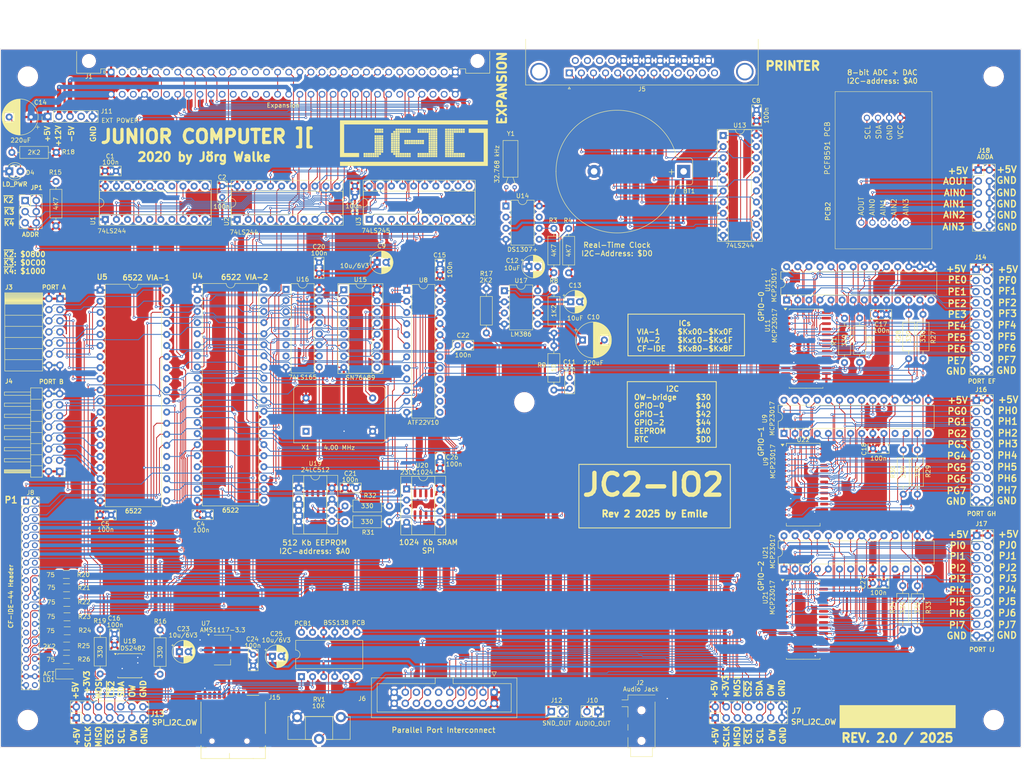
<source format=kicad_pcb>
(kicad_pcb (version 20240108) (generator "pcbnew") (generator_version "8.0")
  (title_block (title "JC2 - IO2 Board") (date "2025-05-15") (rev "2.0"))
  (layers (0 "F.Cu" signal) (31 "B.Cu" signal) (34 "B.Paste" user) (35 "F.Paste" user) (36 "B.SilkS" user "B.Silkscreen") (37 "F.SilkS" user "F.Silkscreen") (38 "B.Mask" user) (39 "F.Mask" user) (44 "Edge.Cuts" user))
  (net 0 "")
  (net 1 "Net-(BT1-+)")
  (net 2 "+5V")
  (net 3 "Net-(J10-Pin_2)")
  (net 4 "Net-(C10-Pad1)")
  (net 5 "Net-(C11-Pad1)")
  (net 6 "Net-(C12-Pad2)")
  (net 7 "/A7")
  (net 8 "/A13")
  (net 9 "/D7")
  (net 10 "Net-(U17-BYPASS)")
  (net 11 "Net-(U15-OUT)")
  (net 12 "/A15")
  (net 13 "/D4")
  (net 14 "/A1")
  (net 15 "/A8")
  (net 16 "/A0")
  (net 17 "/D2")
  (net 18 "/D3")
  (net 19 "/A6")
  (net 20 "Net-(J12-Pin_1)")
  (net 21 "/D5")
  (net 22 "/D6")
  (net 23 "/A3")
  (net 24 "/D0")
  (net 25 "/D1")
  (net 26 "/A2")
  (net 27 "GND")
  (net 28 "/A5")
  (net 29 "/A9")
  (net 30 "/~{SO}")
  (net 31 "/~{NMI}")
  (net 32 "/~{RES}")
  (net 33 "/RDY")
  (net 34 "+3V3")
  (net 35 "/A4")
  (net 36 "/A14")
  (net 37 "/~{IRQ}")
  (net 38 "/A10")
  (net 39 "/A11")
  (net 40 "/A12")
  (net 41 "/PHI1")
  (net 42 "/~{ROM_SEL}")
  (net 43 "/PA0")
  (net 44 "/PA3")
  (net 45 "/R~{W}")
  (net 46 "/PB4")
  (net 47 "/PA5")
  (net 48 "/PB2")
  (net 49 "/PA2")
  (net 50 "/PA1")
  (net 51 "/PA6")
  (net 54 "/PB1")
  (net 57 "/PB3")
  (net 58 "/PB0")
  (net 59 "/PA4")
  (net 60 "/B02")
  (net 61 "/DA0")
  (net 63 "/BUSY_IN")
  (net 66 "/DA2")
  (net 71 "/DA4")
  (net 72 "/DA3")
  (net 73 "/DA7")
  (net 74 "/DA1")
  (net 75 "/DA5")
  (net 76 "/DA6")
  (net 77 "/PP_READ")
  (net 78 "/PPA3")
  (net 80 "/PPA6")
  (net 81 "/PPA0")
  (net 82 "/PPA4")
  (net 83 "/PPA2")
  (net 86 "Net-(J1-Pin_a16)")
  (net 88 "/~{STROBE}")
  (net 90 "/PPA1")
  (net 91 "/PPA7")
  (net 92 "/PPA5")
  (net 96 "+12V")
  (net 97 "/~{K2}")
  (net 100 "/SCL")
  (net 103 "/PB7")
  (net 105 "/PB6")
  (net 106 "-5V")
  (net 107 "/PB5")
  (net 108 "/~{RAM_SEL}")
  (net 109 "/~{K3}")
  (net 110 "/~{RAM_WE}")
  (net 111 "/~{K4}")
  (net 113 "/PA7")
  (net 114 "/SDA")
  (net 117 "/~{SPI_CS2}")
  (net 118 "/~{SPI_CS1}")
  (net 119 "/SPI_CS")
  (net 120 "/MISO")
  (net 122 "Net-(J8-~{DIOR})")
  (net 123 "/PI0")
  (net 124 "/MOSI")
  (net 125 "/SPI_SCK")
  (net 126 "/PJ2")
  (net 127 "/PI3")
  (net 128 "/~{KX}")
  (net 129 "/CS_SDC")
  (net 130 "/MISO_5V")
  (net 131 "Net-(D4-A)")
  (net 135 "/PJ3")
  (net 136 "/SCLK_5V")
  (net 137 "/MOSI_5V")
  (net 138 "/PI1")
  (net 139 "Net-(R8-Pad1)")
  (net 140 "Net-(U17-+)")
  (net 141 "/AB10")
  (net 142 "/AB8")
  (net 143 "/AB12")
  (net 144 "/AB14")
  (net 145 "/AB11")
  (net 146 "/AB9")
  (net 147 "/PC0")
  (net 148 "/PC4")
  (net 149 "/CB1")
  (net 150 "/PC7")
  (net 151 "/CA2")
  (net 152 "/CA1")
  (net 153 "/PC1")
  (net 154 "/CB2")
  (net 155 "/PC2")
  (net 156 "/PC6")
  (net 157 "/PC5")
  (net 158 "/AB13")
  (net 159 "/PC3")
  (net 160 "/AB15")
  (net 161 "/AB5")
  (net 162 "/AB6")
  (net 163 "/AB4")
  (net 164 "/AB7")
  (net 165 "/AB0")
  (net 166 "/AB1")
  (net 167 "/AB3")
  (net 168 "/AB2")
  (net 169 "/DB2")
  (net 170 "/DB1")
  (net 171 "/DB4")
  (net 172 "/DB7")
  (net 173 "/DB0")
  (net 174 "/DB5")
  (net 175 "/DB6")
  (net 176 "/DB3")
  (net 177 "/CC2")
  (net 178 "/~{PL}")
  (net 179 "/CC1")
  (net 180 "/~{VIA2_CS}")
  (net 181 "/~{VIA1_CS}")
  (net 183 "/~{CF_RST}")
  (net 185 "/~{DIOW}")
  (net 186 "/~{KXD}")
  (net 188 "/~{DIOR}")
  (net 189 "Net-(U14-X1)")
  (net 191 "Net-(U14-X2)")
  (net 192 "Net-(U15-CLK)")
  (net 200 "Net-(J8-DA0)")
  (net 201 "Net-(J8-~{DIOW})")
  (net 202 "Net-(J8-DA2)")
  (net 213 "Net-(J8-DA1)")
  (net 215 "Net-(J8-~{CS0})")
  (net 218 "Net-(J8-~{DSAP})")
  (net 219 "/OW")
  (net 220 "/PE0")
  (net 221 "/PE6")
  (net 222 "/PF1")
  (net 223 "/PE7")
  (net 224 "/PF6")
  (net 225 "/PF0")
  (net 226 "/PF3")
  (net 227 "/PE5")
  (net 228 "/PF5")
  (net 229 "/PE2")
  (net 230 "/PE3")
  (net 231 "/PF4")
  (net 232 "/PE4")
  (net 233 "/PF7")
  (net 234 "/PF2")
  (net 235 "/PE1")
  (net 236 "/PG1")
  (net 237 "/PG3")
  (net 238 "/PG4")
  (net 239 "/PH5")
  (net 240 "/PH3")
  (net 241 "/PG0")
  (net 242 "/PH1")
  (net 243 "/PG2")
  (net 244 "/PG7")
  (net 245 "/PH7")
  (net 246 "/PH2")
  (net 247 "/PH6")
  (net 248 "/PG6")
  (net 249 "/PH0")
  (net 250 "/PG5")
  (net 251 "/PH4")
  (net 252 "Net-(LD1-K)")
  (net 253 "Net-(U18-SDA)")
  (net 254 "Net-(U18-SCL)")
  (net 255 "Net-(U11-SDA)")
  (net 256 "Net-(U11-SCK)")
  (net 257 "Net-(U22-SDA)")
  (net 258 "Net-(U22-SCK)")
  (net 259 "/~{SND_WE}")
  (net 260 "Net-(U22-INTB)")
  (net 263 "Net-(U22-INTA)")
  (net 264 "Net-(U11-INTB)")
  (net 265 "Net-(U11-INTA)")
  (net 269 "/PI2")
  (net 270 "/PJ6")
  (net 271 "/PI7")
  (net 272 "/PJ1")
  (net 273 "/PI4")
  (net 274 "/PJ0")
  (net 275 "/PI6")
  (net 276 "/PI5")
  (net 277 "/PJ7")
  (net 278 "/PJ5")
  (net 279 "/PJ4")
  (net 280 "Net-(U19-SDA)")
  (net 281 "Net-(U19-SCL)")
  (net 282 "Net-(U21-SDA)")
  (net 283 "Net-(U21-SCK)")
  (net 284 "/~{CS_SRAM}")
  (net 287 "Net-(U21-INTA)")
  (net 290 "Net-(U21-INTB)")
  (net 291 "Net-(J18-Pin_3)")
  (net 292 "/AIN0")
  (net 293 "/AIN2")
  (net 294 "/AIN1")
  (net 295 "/AIN3")
  (net 304 "/SCL1")
  (net 305 "/SDA1")
  (footprint "Resistor_THT:R_Axial_DIN0207_L6.3mm_D2.5mm_P10.16mm_Horizontal" (layer "F.Cu") (at 221.2 129.135 90)
    (property "Reference" "R9")
    (property "Value" "10")
  )
  (footprint "Package_DIP:DIP-20_W7.62mm_Socket" (layer "F.Cu") (at 118.57 90.075 90)
    (property "Reference" "U1")
    (property "Value" "74LS244")
  )
  (footprint "Package_SO:SOIC-8W_5.3x5.3mm_P1.27mm" (layer "F.Cu") (at 124.175 192.255)
    (property "Reference" "U18")
    (property "Value" "DS2482")
  )
  (footprint "Resistor_SMD:R_1206_3216Metric_Pad1.30x1.75mm_HandSolder" (layer "F.Cu") (at 109.85 184.25 180)
    (property "Reference" "R24")
    (property "Value" "75")
  )
  (footprint "Resistor_THT:R_Axial_DIN0207_L6.3mm_D2.5mm_P10.16mm_Horizontal" (layer "F.Cu") (at 287.7 112.7 -90)
    (property "Reference" "R1")
    (property "Value" "330")
  )
  (footprint "Capacitor_THT:C_Rect_L4.6mm_W2.0mm_P2.50mm_MKS02_FKP02" (layer "F.Cu") (at 152.4 189.7125 -90)
    (property "Reference" "C24")
    (property "Value" "100n")
  )
  (footprint "Resistor_THT:R_Axial_DIN0207_L6.3mm_D2.5mm_P10.16mm_Horizontal" (layer "F.Cu") (at 302.385 121.955 90)
    (property "Reference" "R28")
    (property "Value" "330")
  )
  (footprint "Package_DIP:DIP-16_W7.62mm" (layer "F.Cu") (at 159.905 106.105)
    (property "Reference" "U16")
    (property "Value" "74LS165")
  )
  (footprint "Resistor_SMD:R_1206_3216Metric_Pad1.30x1.75mm_HandSolder" (layer "F.Cu") (at 109.65 171.35 180)
    (property "Reference" "R20")
    (property "Value" "75")
  )
  (footprint "Capacitor_THT:C_Rect_L4.6mm_W2.0mm_P2.50mm_MKS02_FKP02" (layer "F.Cu") (at 195.15 147 90)
    (property "Reference" "C26")
    (property "Value" "100n")
  )
  (footprint "Capacitor_THT:C_Rect_L4.6mm_W2.0mm_P2.50mm_MKS02_FKP02" (layer "F.Cu") (at 117.4 157.725)
    (property "Reference" "C5")
    (property "Value" "100n")
  )
  (footprint "Resistor_THT:R_Axial_DIN0207_L6.3mm_D2.5mm_P10.16mm_Horizontal" (layer "F.Cu") (at 107.35 74.725 180)
    (property "Reference" "R18")
    (property "Value" "2K2")
  )
  (footprint "Resistor_SMD:R_1206_3216Metric_Pad1.30x1.75mm_HandSolder" (layer "F.Cu") (at 109.8 181.05 180)
    (property "Reference" "R23")
    (property "Value" "75")
  )
  (footprint "Resistor_THT:R_Axial_DIN0207_L6.3mm_D2.5mm_P10.16mm_Horizontal" (layer "F.Cu") (at 301.145 152.98 90)
    (property "Reference" "R30")
    (property "Value" "330")
  )
  (footprint "Library_Emile:SD_Card-micro_socket_A" (layer "F.Cu") (at 147.959968 207.146855)
    (property "Reference" "J15")
    (property "Value" "Micro_SD_Card" (hide yes))
  )
  (footprint "LOGO" (layer "F.Cu") (at 189.175 72.6)
    (property "Reference" "G***")
    (property "Value" "LOGO" (hide yes))
  )
  (footprint "Connector_PinHeader_2.54mm:PinHeader_2x03_P2.54mm_Vertical" (layer "F.Cu") (at 100.225 85.745)
    (property "Reference" "JP1")
    (property "Value" "ADDR")
  )
  (footprint "Package_DIP:DIP-40_W15.24mm" (layer "F.Cu") (at 117.375 106.24)
    (property "Reference" "U5")
    (property "Value" "6522")
  )
  (footprint "Capacitor_THT:C_Rect_L4.6mm_W2.0mm_P2.50mm_MKS02_FKP02" (layer "F.Cu") (at 294.175 173.375)
    (property "Reference" "C27")
    (property "Value" "100n")
  )
  (footprint "Connector_PinHeader_2.00mm:PinHeader_2x22_P2.00mm_Vertical" (layer "F.Cu") (at 100.45 154.675)
    (property "Reference" "J8")
    (property "Value" "CF-IDE-44 Header")
  )
  (footprint "MountingHole:MountingHole_4.3mm_M4" (layer "F.Cu") (at 321.83 57.35)
    (property "Reference" "H4" (hide yes))
    (property "Value" "MountingHole")
  )
  (footprint "Connector_PinHeader_2.54mm:PinHeader_2x10_P2.54mm_Vertical" (layer "F.Cu") (at 317.855 131.495)
    (property "Reference" "J16")
    (property "Value" "PORT GH")
  )
  (footprint "Package_SO:SOIC-28W_7.5x17.9mm_P1.27mm" (layer "F.Cu") (at 278.9 119.645)
    (property "Reference" "U24" (hide yes))
    (property "Value" "MCP23017_SO")
  )
  (footprint "Package_DIP:CERDIP-16_W7.62mm_SideBrazed_Socket" (layer "F.Cu") (at 173.13 106.175)
    (property "Reference" "U15")
    (property "Value" "SN76489")
  )
  (footprint "Capacitor_THT:C_Rect_L4.6mm_W2.0mm_P2.50mm_MKS02_FKP02" (layer "F.Cu") (at 199.175 118.875)
    (property "Reference" "C22")
    (property "Value" "100n")
  )
  (footprint "Resistor_THT:R_Axial_DIN0207_L6.3mm_D2.5mm_P10.16mm_Horizontal" (layer "F.Cu") (at 301.025 184.06 90)
    (property "Reference" "R34")
    (property "Value" "330")
  )
  (footprint "Connector_PinHeader_2.54mm:PinHeader_2x10_P2.54mm_Vertical" (layer "F.Cu") (at 317.935 162.435)
    (property "Reference" "J17")
    (property "Value" "PORT IJ")
  )
  (footprint "Library_Emile:DIP8_SOIC8" (layer "F.Cu") (at 162.805 151.575)
    (property "Reference" "U19")
    (property "Value" "24LC512")
  )
  (footprint "Library_Emile:PCF8591_PCB" (layer "F.Cu") (at 297.2 78.8 90)
    (property "Reference" "PCB2")
    (property "Value" "PCF8591 PCB")
  )
  (footprint "Resistor_THT:R_Axial_DIN0207_L6.3mm_D2.5mm_P10.16mm_Horizontal" (layer "F.Cu") (at 131.1 184.04 -90)
    (property "Reference" "R16")
    (property "Value" "330")
  )
  (footprint "Capacitor_THT:C_Rect_L4.6mm_W2.0mm_P2.50mm_MKS02_FKP02" (layer "F.Cu") (at 167.475 102.425 90)
    (property "Reference" "C20")
    (property "Value" "100n")
  )
  (footprint "Resistor_THT:R_Axial_DIN0207_L6.3mm_D2.5mm_P10.16mm_Horizontal" (layer "F.Cu") (at 304.37 152.98 90)
    (property "Reference" "R29")
    (property "Value" "330")
  )
  (footprint "Resistor_THT:R_Axial_DIN0207_L6.3mm_D2.5mm_P10.16mm_Horizontal" (layer "F.Cu") (at 221.225 105.94 -90)
    (property "Reference" "R8")
    (property "Value" "1K2")
  )
  (footprint "Resistor_THT:R_Axial_DIN0207_L6.3mm_D2.5mm_P10.16mm_Horizontal" (layer "F.Cu") (at 291.15 112.65 -90)
    (property "Reference" "R2")
    (property "Value" "330" (hide yes))
  )
  (footprint "Package_DIP:DIP-20_W7.62mm_Socket" (layer "F.Cu") (at 178.96 90.045 90)
    (property "Reference" "U3")
    (property "Value" "74LS245")
  )
  (footprint "Package_SO:SOIC-28W_7.5x17.9mm_P1.27mm" (layer "F.Cu") (at 278.25 181.695)
    (property "Reference" "U23" (hide yes))
    (property "Value" "MCP23017_SO")
  )
  (footprint "LED_SMD:LED_1206_3216Metric_Pad1.42x1.75mm_HandSolder" (layer "F.Cu") (at 109.6625 194.15)
    (property "Reference" "LD1")
    (property "Value" "ACT")
  )
  (footprint "Resistor_THT:R_Axial_DIN0207_L6.3mm_D2.5mm_P10.16mm_Horizontal" (layer "F.Cu") (at 305.66 121.955 90)
    (property "Reference" "R27")
    (property "Value" "330")
  )
  (footprint "MountingHole:MountingHole_4.3mm_M4" (layer "F.Cu") (at 100.85 57.35)
    (property "Reference" "H1" (hide yes))
    (property "Value" "MountingHole")
  )
  (footprint "Capacitor_THT:C_Rect_L4.6mm_W2.0mm_P2.50mm_MKS02_FKP02" (layer "F.Cu") (at 294.785 111.82)
    (property "Reference" "C17")
    (property "Value" "100n")
  )
  (footprint "Capacitor_THT:C_Rect_L4.6mm_W2.0mm_P2.50mm_MKS02_FKP02" (layer "F.Cu") (at 224.825 128.8 90)
    (property "Reference" "C11")
    (property "Value" "47n")
  )
  (footprint "Resistor_THT:R_Axial_DIN0207_L6.3mm_D2.5mm_P10.16mm_Horizontal" (layer "F.Cu") (at 221.2 102.28 90)
    (property "Reference" "R3")
    (property "Value" "4K7")
  )
  (footprint "Battery:BatteryHolder_Keystone_107_1x23mm" (layer "F.Cu") (at 250.89 79.075 180)
    (property "Reference" "BT1")
    (property "Value" "CR2032")
  )
  (footprint "Resistor_THT:R_Axial_DIN0207_L6.3mm_D2.5mm_P10.16mm_Horizontal" (layer "F.Cu") (at 224.575 102.305 90)
    (property "Reference" "R4")
    (property "Value" "4K7")
  )
  (footprint "Connector_PinHeader_2.54mm:PinHeader_2x01_P2.54mm_Vertical" (layer "F.Cu") (at 220.62 202.75)
    (property "Reference" "J12")
    (property "Value" "SND_OUT")
  )
  (footprint "Capacitor_THT:C_Rect_L4.6mm_W2.0mm_P2.50mm_MKS02_FKP02" (layer "F.Cu") (at 175.675 82.425 -90)
    (property "Reference" "C3")
    (property "Value" "100n")
  )
  (footprint "Capacitor_THT:CP_Radial_D5.0mm_P2.00mm" (layer "F.Cu") (at 225.05 108.925)
    (property "Reference" "C13")
    (property "Value" "10uF")
  )
  (footprint "Capacitor_THT:C_Rect_L4.6mm_W2.0mm_P2.50mm_MKS02_FKP02" (layer "F.Cu") (at 294.22 142.52)
    (property "Reference" "C18")
    (property "Value" "100n")
  )
  (footprint "Package_DIP:DIP-20_W7.62mm_Socket" (layer "F.Cu") (at 259.93 70.855)
    (property "Reference" "U13")
    (property "Value" "74LS244")
  )
  (footprint "Package_DIP:DIP-28_W7.62mm" (layer "F.Cu") (at 273.85 170.12 90)
    (property "Reference" "U21")
    (property "Value" "MCP23017")
  )
  (footprint "Resistor_THT:R_Axial_DIN0207_L6.3mm_D2.5mm_P10.16mm_Horizontal" (layer "F.Cu") (at 205.75 116.06 90)
    (property "Reference" "R17")
    (property "Value" "2K2")
  )
  (footprint "Potentiometer_THT:Potentiometer_ACP_CA14-H5_Horizontal" (layer "F.Cu") (at 172.475 204 -90)
    (property "Reference" "RV1")
    (property "Value" "10K")
  )
  (footprint "Capacitor_THT:C_Rect_L4.6mm_W2.0mm_P2.50mm_MKS02_FKP02" (layer "F.Cu") (at 267.575 67.5 90)
    (property "Reference" "C8")
    (property "Value" "100n")
  )
  (footprint "Resistor_THT:R_Axial_DIN0207_L6.3mm_D2.5mm_P10.16mm_Horizontal" (layer "F.Cu") (at 173.39 159.275)
    (property "Reference" "R31")
    (property "Value" "330")
  )
  (footprint "Connector_Audio:Jack_3.5mm_PJ320D_Horizontal" (layer "F.Cu") (at 241.25 204.675 90)
    (property "Reference" "J2")
    (property "Value" "Audio Jack")
  )
  (footprint "Capacitor_THT:CP_Radial_D5.0mm_P2.00mm" (layer "F.Cu") (at 215.5 100.85)
    (property "Reference" "C12")
    (property "Value" "10uF")
  )
  (footprint "Package_DIP:DIP-20_W7.62mm_Socket" (layer "F.Cu") (at 148.745 90.075 90)
    (property "Reference" "U2")
    (property "Value" "74LS244")
  )
  (footprint "Connector_DIN:DIN41612_C_2x32_Male_Horizontal_THT" (layer "F.Cu") (at 119.9 56.334)
    (property "Reference" "J1")
    (property "Value" "Expansion")
  )
  (footprint "Capacitor_THT:CP_Radial_D5.0mm_P2.00mm" (layer "F.Cu") (at 180.775 99.9)
    (property "Reference" "C9")
    (property "Value" "10u/6V3")
  )
  (footprint "Package_DIP:DIP-12_W10.16mm" (layer "F.Cu") (at 163.45 194.75 90)
    (property "Reference" "PCB1")
    (property "Value" "BSS138 PCB")
  )
  (footprint "Package_DIP:DIP-28_W7.62mm" (layer "F.Cu") (at 273.855 139.07 90)
    (property "Reference" "U9")
    (property "Value" "MCP23017")
  )
  (footprint "Connector_PinHeader_2.54mm:PinHeader_2x07_P2.54mm_Vertical" (layer "F.Cu") (at 258.11 204.19 90)
    (property "Reference" "J7")
    (property "Value" "SPI_I2C_OW")
  )
  (footprint "Capacitor_THT:C_Rect_L4.6mm_W2.0mm_P2.50mm_MKS02_FKP02" (layer "F.Cu") (at 173.45 151.55)
    (property "Reference" "C21")
    (property "Value" "100n")
  )
  (footprint "Capacitor_THT:CP_Radial_D5.0mm_P2.00mm" (layer "F.Cu") (at 156.8 190.0875)
    (property "Reference" "C25")
    (property "Value" "10u/6V3")
  )
  (footprint "MountingHole:MountingHole_4.3mm_M4" (layer "F.Cu") (at 214.44 131.93)
    (property "Reference" "H5" (hide yes))
    (property "Value" "MountingHole")
  )
  (footprint "Resistor_SMD:R_1206_3216Metric_Pad1.30x1.75mm_HandSolder" (layer "F.Cu") (at 109.75 177.75 180)
    (property "Reference" "R22")
    (property "Value" "75")
  )
  (footprint "Package_DIP:DIP-40_W15.24mm" (layer "F.Cu") (at 139.61 106.07)
    (property "Reference" "U4")
    (property "Value" "6522")
  )
  (footprint "Capacitor_THT:CP_Radial_D8.0mm_P5.00mm" (layer "F.Cu") (at 101.577651 66.625 180)
    (property "Reference" "C14")
    (property "Value" "220uF")
  )
  (footprint "Connector_Dsub:DSUB-25_Female_Horizontal_P2.77x2.84mm_EdgePinOffset4.94mm_Housed_MountingHolesOffset7.48mm" (layer "F.Cu") (at 224.725 56.530331 180)
    (property "Reference" "J5")
    (property "Value" "Printer")
  )
  (footprint "Resistor_SMD:R_1206_3216Metric_Pad1.30x1.75mm_HandSolder" (layer "F.Cu") (at 109.675 190.8)
    (property "Reference" "R26")
    (property "Value" "75")
  )
  (footprint "Package_DIP:DIP-28_W7.62mm" (layer "F.Cu") (at 274.46 108.52 90)
    (property "Reference" "U11")
    (property "Value" "MCP23017")
  )
  (footprint "Capacitor_THT:CP_Radial_D5.0mm_P2.00mm" (layer "F.Cu") (at 135.519888 189.0375)
    (property "Reference" "C23")
    (property "Value" "10u/6V3")
  )
  (footprint "Connector_PinHeader_2.54mm:PinHeader_2x01_P2.54mm_Vertical" (layer "F.Cu") (at 231.3 202.75 180)
    (property "Reference" "J10")
    (property "Value" "AUDIO_OUT")
  )
  (footprint "Resistor_THT:R_Axial_DIN0207_L6.3mm_D2.5mm_P10.16mm_Horizontal" (layer "F.Cu") (at 173.415 155.675)
    (property "Reference" "R32")
    (property "Value" "330")
  )
  (footprint "Capacitor_THT:CP_Radial_D8.0mm_P5.00mm" (layer "F.Cu") (at 227.75 117.675)
    (property "Reference" "C10")
    (property "Value" "220uF")
  )
  (footprint "Package_DIP:DIP-8_W7.62mm" (layer "F.Cu") (at 209.88 106.405)
    (property "Reference" "U17")
    (property "Value" "LM386")
  )
  (footprint "Resistor_SMD:R_1206_3216Metric_Pad1.30x1.75mm_HandSolder" (layer "F.Cu") (at 109.7 174.4 180)
    (property "Reference" "R21")
    (property "Value" "75")
  )
  (footprint "Crystal:Crystal_C38-LF_D3.0mm_L8.0mm_Horizontal" (layer "F.Cu") (at 212.225 82.7 180)
    (property "Reference" "Y1")
    (property "Value" "32.768 kHz")
  )
  (footprint "Resistor_THT:R_Axial_DIN0207_L6.3mm_D2.5mm_P10.16mm_Horizontal" (layer "F.Cu") (at 117.4 183.965 -90)
    (property "Reference" "R19")
    (property "Value" "330")
  )
  (footprint "Package_DIP:DIP-24_W7.62mm" (layer "F.Cu") (at 187.53 106.29)
    (property "Reference" "U8")
    (property "Value" "ATF22V10")
  )
  (footprint "Resistor_SMD:R_1206_3216Metric_Pad1.30x1.75mm_HandSolder" (layer "F.Cu") (at 109.725 187.75 180)
    (property "Reference" "R25")
    (property "Value" "2K2")
  )
  (footprint "Connector_PinHeader_2.54mm:PinHeader_2x10_P2.54mm_Vertical" (layer "F.Cu") (at 317.78 101.53)
    (property "Reference" "J14")
    (property "Value" "PORT EF")
  )
  (footprint "Connector_PinSocket_2.54mm:PinSocket_2x07_P2.54mm_Horizontal" (layer "F.Cu") (at 108.2 108.2)
    (property "Reference" "J3")
    (property "Value" "PORT A")
  )
  (footprint "Connector_PinHeader_2.54mm:PinHeader_1x05_P2.54mm_Vertical" (layer "F.Cu") (at 105.42 66.49 90)
    (property "Reference" "J11")
    (property "Value" "EXT POWER")
  )
  (footprint "Package_DIP:DIP-8_W7.62mm" (layer "F.Cu") (at 210.23 87)
    (property "Reference" "U14")
    (property "Value" "DS1307+")
  )
  (footprint "Capacitor_THT:C_Rect_L4.6mm_W2.0mm_P2.50mm_MKS02_FKP02" (layer "F.Cu") (at 139.6 157.65)
    (property "Reference" "C4")
    (property "Value" "100n")
  )
  (footprint "Resistor_THT:R_Axial_DIN0207_L6.3mm_D2.5mm_P10.16mm_Horizontal" (layer "F.Cu") (at 304.375 184.11 90)
    (property "Reference" "R33")
    (property "Value" "330")
  )
  (footprint "LED_THT:LED_D3.0mm" (layer "F.Cu") (at 96.6 79.05)
    (property "Reference" "D4")
    (property "Value" "LD_PWR")
  )
  (footprint "Package_SO:SOIC-28W_7.5x18.7mm_P1.27mm" (layer "F.Cu") (at 278.25 150.795)
    (property "Reference" "U22")
    (property "Value" "MCP23017")
  )
  (footprint "Capacitor_THT:C_Rect_L4.6mm_W2.0mm_P2.50mm_MKS02_FKP02" (layer "F.Cu") (at 145.325 82.45 -90)
    (property "Reference" "C2")
    (property "Value" "100n")
  )
  (footprint "Oscillator:Oscillator_DIP-14" (layer "F.Cu") (at 164.5 138.57)
    (property "Reference" "X1")
    (property "Value" "4.00 MHz")
  )
  (footprint "MountingHole:MountingHole_4.3mm_M4" (layer "F.Cu") (at 100.85 204.67)
    (property "Reference" "H2" (hide yes))
    (property "Value" "MountingHole")
  )
  (footprint "Connector_PinHeader_2.54mm:PinHeader_2x08_P2.54mm_Horizontal" (layer "F.Cu") (at 108.125 147.745 180)
    (property "Reference" "J4")
    (property "Value" "PORT B")
  )
  (footprint "Resistor_THT:R_Axial_DIN0207_L6.3mm_D2.5mm_P10.16mm_Horizontal" (layer "F.Cu") (at 107.275 91.535 90)
    (property "Reference" "R15")
    (property "Value" "4K7")
  )
  (footprint "Capacitor_THT:C_Rect_L4.6mm_W2.0mm_P2.50mm_MKS02_FKP02" (layer "F.Cu") (at 120.675 187.5 90)
    (property "Reference" "C16")
    (property "Value" "100n")
  )
  (footprint "Connector_PinHeader_2.54mm:PinHeader_2x07_P2.54mm_Vertical" (layer "F.Cu") (at 111.935 204.19 90)
    (property "Reference" "J13")
    (property "Value" "SPI_I2C_OW")
  )
  (footprint "Capacitor_THT:C_Rect_L4.6mm_W2.0mm_P2.50mm_MKS02_FKP02" (layer "F.Cu") (at 118.525 78.975)
    (property "Reference" "C1")
    (property "Value" "100n")
  )
  (footprint "Capacitor_THT:C_Rect_L4.6mm_W2.0mm_P2.50mm_MKS02_FKP02" (layer "F.Cu") (at 195.15 102.825 90)
    (property "Reference" "C15")
    (property "Value" "100n")
  )
  (footprint "Package_TO_SOT_SMD:SOT-223-3_TabPin2" (layer "F.Cu") (at 145.325 188.6625)
    (property "Reference" "U7")
    (property "Value" "AMS1117-3.3")
  )
  (footprint "Connector_IDC:IDC-Header_2x10_P2.54mm_Vertical" (layer "F.Cu") (at 207.53 198.32 -90)
    (property "Reference" "J6")
    (property "Value" "Parallel Port Interconnect")
  )
  (footprint "Connector_PinHeader_2.54mm:PinHeader_2x06_P2.54mm_Vertical" (layer "F.Cu") (at 318.31 78.75)
    (property "Reference" "J18")
    (property "Value" "ADDA")
  )
  (footprint "Library_Emile:DIP8_SOIC8" (layer "F.Cu") (at 187.505 151.775)
    (property "Reference" "U20")
    (property "Value" "23LC1024")
  )
  (footprint "MountingHole:MountingHole_4.3mm_M4" (layer "F.Cu") (at 321.83 204.67)
    (property "Reference" "H3" (hide yes))
    (property "Value" "MountingHole")
  )
  (gr_rect (start 286.597 201.288) (end 313.097 206.502) (stroke (width 0.05)) (fill solid) (layer "F.SilkS"))
  (gr_rect (start 238.15 111.75) (end 264.8 121.3) (stroke (width 0.2)) (fill none) (layer "F.SilkS"))
  (gr_rect (start 238 127.2) (end 258.35 142.25) (stroke (width 0.2)) (fill none) (layer "F.SilkS"))
  (gr_rect (start 226.925 146.15) (end 261.575 160.7) (stroke (width 0.2)) (fill none) (layer "F.SilkS"))
  (gr_rect (start 94.5 51) (end 328.18 211.02) (stroke (width 0.05)) (fill none) (layer "Edge.Cuts"))
  (gr_text "U21\nMCP23017" (at 270.4 176.65 90) (layer "F.SilkS") (effects (font (size 1 1))))
  (gr_text "U9\nMCP23017" (at 270.5 145.5 90) (layer "F.SilkS") (effects (font (size 1 1))))
  (gr_text "+5V" (at 324.8 79.5 0) (layer "F.SilkS") (effects (font (size 1.5 1.5) (thickness 0.3) (bold yes)) (justify bottom)))
  (gr_text "PE2" (at 313.47 110.22 0) (layer "F.SilkS") (effects (font (size 1.5 1.5) (thickness 0.3) (bold yes)) (justify bottom)))
  (gr_text "U11\nMCP23017" (at 270.9 114.4 90) (layer "F.SilkS") (effects (font (size 1 1))))
  (gr_text "Rev 2 2025 by Emile" (at 244.3 158.35 0) (layer "F.SilkS") (effects (font (size 1.5 1.5) (thickness 0.375) (bold yes)) (justify bottom)))
  (gr_text "PF0" (at 324.995 104.895 0) (layer "F.SilkS") (effects (font (size 1.5 1.5) (thickness 0.3) (bold yes)) (justify bottom)))
  (gr_text "MISO" (at 117.8 208.5 90) (layer "F.SilkS") (effects (font (size 1.3 1.3) (thickness 0.3) (bold yes)) (justify bottom)))
  (gr_text "8-bit ADC + DAC\nI2C-address: $A0" (at 296.35 57.4 0) (layer "F.SilkS") (effects (font (size 1.2 1.2) (thickness 0.2) (bold yes))))
  (gr_text "PJ3" (at 325.075 173.125 0) (layer "F.SilkS") (effects (font (size 1.5 1.5) (thickness 0.3) (bold yes)) (justify bottom)))
  (gr_text "PH2" (at 325.045 139.87 0) (layer "F.SilkS") (effects (font (size 1.5 1.5) (thickness 0.3) (bold yes)) (justify bottom)))
  (gr_text "SCL" (at 123.05 208.35 90) (layer "F.SilkS") (effects (font (size 1.3 1.3) (thickness 0.3) (bold yes)) (justify bottom)))
  (gr_text "1024 Kb SRAM\nSPI" (at 192.5 164.95 0) (layer "F.SilkS") (effects (font (size 1.2 1.2) (thickness 0.2) (bold yes))))
  (gr_text "AIN1" (at 312.85 87.4 0) (layer "F.SilkS") (effects (font (size 1.5 1.5) (thickness 0.3) (bold yes)) (justify bottom)))
  (gr_text "GND" (at 324.745 125.52 0) (layer "F.SilkS") (effects (font (size 1.5 1.5) (thickness 0.3) (bold yes)) (justify bottom)))
  (gr_text "Real-Time Clock\nI2C-Address: $D0" (at 235.65 96.9 0) (layer "F.SilkS") (effects (font (size 1.2 1.2) (thickness 0.2) (bold yes))))
  (gr_text "PI1" (at 313.6 168.075 0) (layer "F.SilkS") (effects (font (size 1.5 1.5) (thickness 0.3) (bold yes)) (justify bottom)))
  (gr_text "PH5" (at 324.92 147.62 0) (layer "F.SilkS") (effects (font (size 1.5 1.5) (thickness 0.3) (bold yes)) (justify bottom)))
  (gr_text "PG1" (at 313.47 137.295 0) (layer "F.SilkS") (effects (font (size 1.5 1.5) (thickness 0.3) (bold yes)) (justify bottom)))
  (gr_text "~{K3}\n" (at 95.215 89.035 0) (layer "F.SilkS") (effects (font (size 1.2 1.2) (thickness 0.25) (bold yes)) (justify left bottom)))
  (gr_text "PE5" (at 313.345 117.97 0) (layer "F.SilkS") (effects (font (size 1.5 1.5) (thickness 0.3) (bold yes)) (justify bottom)))
  (gr_text "PJ5" (at 324.925 178.425 0) (layer "F.SilkS") (effects (font (size 1.5 1.5) (thickness 0.3) (bold yes)) (justify bottom)))
  (gr_text "+5V" (at 112.5 197.95 90) (layer "F.SilkS") (effects (font (size 1.3 1.3) (thickness 0.3) (bold yes)) (justify bottom)))
  (gr_text "PE0" (at 313.52 104.77 0) (layer "F.SilkS") (effects (font (size 1.5 1.5) (thickness 0.3) (bold yes)) (justify bottom)))
  (gr_text "SCL" (at 269.15 208.3 90) (layer "F.SilkS") (effects (font (size 1.3 1.3) (thickness 0.3) (bold yes)) (justify bottom)))
  (gr_text "GND" (at 324.8 82 0) (layer "F.SilkS") (effects (font (size 1.5 1.5) (thickness 0.3) (bold yes)) (justify bottom)))
  (gr_text "+12V" (at 108.5 73.5 90) (layer "F.SilkS") (effects (font (size 1.2 1.2) (thickness 0.25) (bold yes)) (justify left bottom)))
  (gr_text "PI7" (at 313.45 183.85 0) (layer "F.SilkS") (effects (font (size 1.5 1.5) (thickness 0.3) (bold yes)) (justify bottom)))
  (gr_text "+5V" (at 313.245 102.27 0) (layer "F.SilkS") (effects (font (size 1.5 1.5) (thickness 0.3) (bold yes)) (justify bottom)))
  (gr_text "PF6" (at 324.845 120.42 0) (layer "F.SilkS") (effects (font (size 1.5 1.5) (thickness 0.3) (bold yes)) (justify bottom)))
  (gr_text "512 Kb EEPROM\nI2C-address: $A0" (at 166.475 165.05 0) (layer "F.SilkS") (effects (font (size 1.2 1.2) (thickness 0.2) (bold yes))))
  (gr_text "GND" (at 324.85 89.95 0) (layer "F.SilkS") (effects (font (size 1.5 1.5) (thickness 0.3) (bold yes)) (justify bottom)))
  (gr_text "~{CS1}" (at 120.45 208.4 90) (layer "F.SilkS") (effects (font (size 1.3 1.3) (thickness 0.3) (bold yes)) (justify bottom)))
  (gr_text "PE4" (at 313.395 115.32 0) (layer "F.SilkS") (effects (font (size 1.5 1.5) (thickness 0.3) (bold yes)) (justify bottom)))
  (gr_text "+5V" (at 106 72.5 90) (layer "F.SilkS") (effects (font (size 1.2 1.2) (thickness 0.25) (bold yes)) (justify left bottom)))
  (gr_text "GND" (at 128.25 208.3 90) (layer "F.SilkS") (effects (font (size 1.3 1.3) (thickness 0.3) (bold yes)) (justify bottom)))
  (gr_text "GPIO-0" (at 268.65 110 90) (layer "F.SilkS") (effects (font (size 1.2 1.2) (thickness 0.2) (bold yes))))
  (gr_text "SCLK" (at 261.4 208.45 90) (layer "F.SilkS") (effects (font (size 1.2 1.3) (thickness 0.3) (bold yes)) (justify bottom)))
  (gr_text "+5V" (at 112.8 208.5 90) (layer "F.SilkS") (effects (font (size 1.3 1.3) (thickness 0.3) (bold yes)) (justify bottom)))
  (gr_text "PJ0" (at 325.075 165.525 0) (layer "F.SilkS") (effects (font (size 1.5 1.5) (thickness 0.3) (bold yes)) (justify bottom)))
  (gr_text "PH1" (at 325.045 137.17 0) (layer "F.SilkS") (effects (font (size 1.5 1.5) (thickness 0.3) (bold yes)) (justify bottom)))
  (gr_text "GPIO-1" (at 268.6 140.9 90) (layer "F.SilkS") (effects (font (size 1.2 1.2) (thickness 0.2) (bold yes))))
  (gr_text "6522 VIA-1" (at 127.9 104.1 0) (layer "F.SilkS") (effects (font (size 1.2 1.2) (thickness 0.24) (bold yes)) (justify bottom)))
  (gr_text "PH3" (at 325.07 142.32 0) (layer "F.SilkS") (effects (font (size 1.5 1.5) (thickness 0.3) (bold yes)) (justify bottom)))
  (gr_text "PF5" (at 324.845 117.795 0) (layer "F.SilkS") (effects (font (size 1.5 1.5) (thickness 0.3) (bold yes)) (justify bottom)))
  (gr_text "~{K2}: $0800\n~{K3}: $0C00\n~{K4}: $1000\n\n" (at 95.15 104.55 0) (layer "F.SilkS") (effects (font (size 1.2 1.2) (thickness 0.25) (bold yes)) (justify left bottom)))
  (gr_text "PH0" (at 325.07 134.72 0) (layer "F.SilkS") (effects (font (size 1.5 1.5) (thickness 0.3) (bold yes)) (justify bottom)))
  (gr_text "PG7" (at 313.32 153.07 0) (layer "F.SilkS") (effects (font (size 1.5 1.5) (thickness 0.3) (bold yes)) (justify bottom)))
  (gr_text "PJ6" (at 324.925 181.05 0) (layer "F.SilkS") (effects (font (size 1.5 1.5) (thickness 0.3) (bold yes)) (justify bottom)))
  (gr_text "PI0" (at 313.625 165.625 0) (layer "F.SilkS") (effects (font (size 1.5 1.5) (thickness 0.3) (bold yes)) (justify bottom)))
  (gr_text "+3V3" (at 261.25 197 90) (layer "F.SilkS") (effects (font (size 1.3 1.3) (thickness 0.3) (bold yes)) (justify bottom)))
  (gr_text "GND" (at 313.245 125.695 0) (layer "F.SilkS") (effects (font (size 1.5 1.5) (thickness 0.3) (bold yes)) (justify bottom)))
  (gr_text "PG3" (at 313.495 142.445 0) (layer "F.SilkS") (effects (font (size 1.5 1.5) (thickness 0.3) (bold yes)) (justify bottom)))
  (gr_text "SCLK" (at 115.3 208.5 90) (layer "F.SilkS") (effects (font (size 1.2 1.3) (thickness 0.3) (bold yes)) (justify bottom)))
  (gr_text "P1" (at 97 155.175 0) (layer "F.SilkS") (effects (font (size 1.5 1.5) (thickness 0.3) (bold yes)) (justify bottom)))
  (gr_text "+5V" (at 325.175 163 0) (layer "F.SilkS") (effects (font (size 1.5 1.5) (thickness 0.3) (bold yes)) (justify bottom)))
  (gr_text "GND" (at 324.825 186.15 0) (layer "F.SilkS") (effects (font (size 1.5 1.5) (thickness 0.3) (bold yes)) (justify bottom)))
  (gr_text "PE1" (at 313.47 107.52 0) (layer "F.SilkS") (effects (font (size 1.5 1.5) (thickness 0.3) (bold yes)) (justify bottom)))
  (gr_text "OW" (at 271.95 208.15 90) (layer "F.SilkS") (effects (font (size 1.3 1.3) (thickness 0.3) (bold yes)) (justify bottom)))
  (gr_text "PG6" (at 313.345 150.37 0) (layer "F.SilkS") (effects (font (size 1.5 1.5) (thickness 0.3) (bold yes)) (justify bottom)))
  (gr_text "PI4" (at 313.525 175.875 0) (layer "F.SilkS") (effects (font (size 1.5 1.5) (thickness 0.3) (bold yes)) (justify bottom)))
  (gr_text "MOSI" (at 263.9 197.05 90) (layer "F.SilkS") (effects (font (size 1.3 1.3) (thickness 0.3) (bold yes)) (justify bottom)))
  (gr_text "+5V" (at 325.17 132.195 0) (layer "F.SilkS") (effects (font (size 1.5 1.5) (thickness 0.3) (bold yes)) (justify bottom)))
  (gr_text "GND" (at 313.245 155.47 0) (layer "F.SilkS") (effects (font (size 1.5 1.5) (thickness 0.3) (bold yes)) (justify bottom)))
  (gr_text "+5V" (at 313.65 79.8 0) (layer "F.SilkS") (effects (font (size 1.5 1.5) (thickness 0.3) (bold yes)) (justify bottom)))
  (gr_text "+3V3" (at 115.1 196 90) (layer "F.SilkS") (effects (font (size 1.3 1.3) (thickness 0.3) (bold yes)) (justify bottom)))
  (gr_text "PJ7" (at 324.9 183.75 0) (layer "F.SilkS") (effects (font (size 1.5 1.5) (thickness 0.3) (bold yes)) (justify bottom)))
  (gr_text "PE7" (at 313.32 123.295 0) (layer "F.SilkS") (effects (font (size 1.5 1.5) (thickness 0.3) (bold yes)) (justify bottom)))
  (gr_text "PI2" (at 313.6 170.775 0) (layer "F.SilkS") (effects (font (size 1.5 1.5) (thickness 0.3) (bold yes)) (justify bottom)))
  (gr_text "PJ1" (at 325.05 167.975 0) (layer "F.SilkS") (effects (font (size 1.5 1.5) (thickness 0.3) (bold yes)) (justify bottom)))
  (gr_text "MOSI" (at 117.85 197.55 90) (layer "F.SilkS") (effects (font (size 1.3 1.3) (thickness 0.3) (bold yes)) (justify bottom)))
  (gr_text "SDA" (at 122.95 197.65 90) (layer "F.SilkS") (effects (font (size 1.3 1.3) (thickness 0.3) (bold yes)) (justify bottom)))
  (gr_text "AIN3" (at 312.65 92.65 0) (layer "F.SilkS") (effects (font (size 1.5 1.5) (thickness 0.3) (bold yes)) (justify bottom)))
  (gr_text "PF3" (at 324.995 112.495 0) (layer "F.SilkS") (effects (font (size 1.5 1.5) (thickness 0.3) (bold yes)) (justify bottom)))
  (gr_text "PG5" (at 313.345 147.745 0) (layer "F.SilkS") (effects (font (size 1.5 1.5) (thickness 0.3) (bold yes)) (justify bottom)))
  (gr_text "OW" (at 125.85 208.2 90) (layer "F.SilkS") (effects (font (size 1.3 1.3) (thickness 0.3) (bold yes)) (justify bottom)))
  (gr_text "+5V" (at 313.595 132.32 0) (layer "F.SilkS") (effects (font (size 1.5 1.5) (thickness 0.3) (bold yes)) (justify bottom)))
  (gr_text "PH7" (at 324.895 152.945 0) (layer "F.SilkS") (effects (font (size 1.5 1.5) (thickness 0.3) (bold yes)) (justify bottom)))
  (gr_text "PRINTER" (at 275.85 56.1 0) (layer "F.SilkS") (effects (font (size 2 2) (thickness 0.5) (bold yes)) (justify bottom)))
  (gr_text "~{CS2}" (at 120.7 197.6 90) (layer "F.SilkS") (effects (font (size 1.3 1.3) (thickness 0.3) (bold yes)) (justify bottom)))
  (gr_text "+5V" (at 258.7 197.6 90) (layer "F.SilkS") (effects (font (size 1.3 1.3) (thickness 0.3) (bold yes)) (justify bottom)))
  (gr_text "6522 VIA-2" (at 150.45 104 0) (layer "F.SilkS") (effects (font (size 1.2 1.2) (thickness 0.24) (bold yes)) (justify bottom)))
  (gr_text "GND" (at 324.8 87.4 0) (layer "F.SilkS") (effects (font (size 1.5 1.5) (thickness 0.3) (bold yes)) (justify bottom)))
  (gr_text "I2C\nOW-bridge	$30\nGPIO-0		$40\nGPIO-1		$42\nGPIO-2		$44\nEEPROM		$A0\nRTC			$D0" (at 248.35 134.65 0) (layer "F.SilkS") (effects (font (size 1.2 1.2) (thickness 0.24) (bold yes))))
  (gr_text "GND" (at 116.5 72.5 90) (layer "F.SilkS") (effects (font (size 1.2 1.2) (thickness 0.25) (bold yes)) (justify left bottom)))
  (gr_text "GND" (at 324.75 84.85 0) (layer "F.SilkS") (effects (font (size 1.5 1.5) (thickness 0.3) (bold yes)) (justify bottom)))
  (gr_text "GND" (at 324.9 92.7 0) (layer "F.SilkS") (effects (font (size 1.5 1.5) (thickness 0.3) (bold yes)) (justify bottom)))
  (gr_text "PJ4" (at 324.975 175.775 0) (layer "F.SilkS") (effects (font (size 1.5 1.5) (thickness 0.3) (bold yes)) (justify bottom)))
  (gr_text "PI3" (at 313.625 173.225 0) (layer "F.SilkS") (effects (font (size 1.5 1.5) (thickness 0.3) (bold yes)) (justify bottom)))
  (gr_text "PH4" (at 324.97 144.97 0) (layer "F.SilkS") (effects (font (size 1.5 1.5) (thickness 0.3) (bold yes)) (justify bottom)))
  (gr_text "JC2-IO2" (at 227.2 153.75 0) (layer "F.SilkS") (effects (font (size 5 5) (thickness 1) (bold yes)) (justify left bottom)))
  (gr_text "PI6" (at 313.475 181.15 0) (layer "F.SilkS") (effects (font (size 1.5 1.5) (thickness 0.3) (bold yes)) (justify bottom)))
  (gr_text "MISO" (at 263.9 208.45 90) (layer "F.SilkS") (effects (font (size 1.3 1.3) (thickness 0.3) (bold yes)) (justify bottom)))
  (gr_text "PE6" (at 313.345 120.595 0) (layer "F.SilkS") (effects (font (size 1.5 1.5) (thickness 0.3) (bold yes)) (justify bottom)))
  (gr_text "PG0" (at 313.495 134.845 0) (layer "F.SilkS") (effects (font (size 1.5 1.5) (thickness 0.3) (bold yes)) (justify bottom)))
  (gr_text "GND" (at 313.375 186.25 0) (layer "F.SilkS") (effects (font (size 1.5 1.5) (thickness 0.3) (bold yes)) (justify bottom)))
  (gr_text "GND" (at 128 197.55 90) (layer "F.SilkS") (effects (font (size 1.3 1.3) (thickness 0.3) (bold yes)) (justify bottom)))
  (gr_text "PG4" (at 313.395 145.095 0) (layer "F.SilkS") (effects (font (size 1.5 1.5) (thickness 0.3) (bold yes)) (justify bottom)))
  (gr_text "+5V" (at 258.9 208.45 90) (layer "F.SilkS") (effects (font (size 1.3 1.3) (thickness 0.3) (bold yes)) (justify bottom)))
  (gr_text "~{CS2}" (at 266.5 197.55 90) (layer "F.SilkS") (effects (font (size 1.3 1.3) (thickness 0.3) (bold yes)) (justify bottom)))
  (gr_text "PH6" (at 324.92 150.245 0) (layer "F.SilkS") (effects (font (size 1.5 1.5) (thickness 0.3) (bold yes)) (justify bottom)))
  (gr_text "EXPANSION" (at 210.5 60 90) (layer "F.SilkS") (effects (font (size 2 2) (thickness 0.5) (bold yes)) (justify bottom)))
  (gr_text "~{K4}\n" (at 95.215 91.635 0) (layer "F.SilkS") (effects (font (size 1.2 1.2) (thickness 0.25) (bold yes)) (justify left bottom)))
  (gr_text "PF2" (at 324.97 110.045 0) (layer "F.SilkS") (effects (font (size 1.5 1.5) (thickness 0.3) (bold yes)) (justify bottom)))
  (gr_text "JUNIOR COMPUTER ][" (at 117.175 72.85 0) (layer "F.SilkS") (effects (font (size 3 3) (thickness 0.75) (bold yes)) (justify left bottom)))
  (gr_text "PF1" (at 324.97 107.345 0) (layer "F.SilkS") (effects (font (size 1.5 1.5) (thickness 0.3) (bold yes)) (justify bottom)))
  (gr_text "AOUT" (at 313.05 82.2 0) (layer "F.SilkS") (effects (font (size 1.5 1.5) (thickness 0.3) (bold yes)) (justify bottom)))
  (gr_text "GPIO-2" (at 268.6 171.7 90) (layer "F.SilkS") (effects (font (size 1.2 1.2) (thickness 0.2) (bold yes))))
  (gr_text "AIN0" (at 312.95 84.85 0) (layer "F.SilkS") (effects (font (size 1.5 1.5) (thickness 0.3) (bold yes)) (justify bottom)))
  (gr_text "GND" (at 324.82 155.345 0) (layer "F.SilkS") (effects (font (size 1.5 1.5) (thickness 0.3) (bold yes)) (justify bottom)))
  (gr_text "PF7" (at 324.82 123.12 0) (layer "F.SilkS") (effects (font (size 1.5 1.5) (thickness 0.3) (bold yes)) (justify bottom)))
  (gr_text "SDA" (at 269 197.45 90) (layer "F.SilkS") (effects (font (size 1.3 1.3) (thickness 0.3) (bold yes)) (justify bottom)))
  (gr_text "+5V" (at 313.725 163.1 0) (layer "F.SilkS") (effects (font (size 1.5 1.5) (thickness 0.3) (bold yes)) (justify bottom)))
  (gr_text "OW" (at 271.6 197.8 90) (layer "F.SilkS") (effects (font (size 1.3 1.3) (thickness 0.3) (bold yes)) (justify bottom)))
  (gr_text "GND" (at 274.35 208.25 90) (layer "F.SilkS") (effects (font (size 1.3 1.3) (thickness 0.3) (bold yes)) (justify bottom)))
  (gr_text "PF4" (at 324.895 115.145 0) (layer "F.SilkS") (effects (font (size 1.5 1.5) (thickness 0.3) (bold yes)) (justify bottom)))
  (gr_text "PG2" (at 313.47 139.995 0) (layer "F.SilkS") (effects (font (size 1.5 1.5) (thickness 0.3) (bold yes)) (justify bottom)))
  (gr_text "ICs\nVIA-1	$Kx00-$Kx0F\nVIA-2	$Kx10-$Kx1F\nCF-IDE	$Kx80-$Kx8F\n" (at 251.15 116.75 0) (layer "F.SilkS") (effects (font (size 1.2 1.2) (thickness 0.24) (bold yes))))
  (gr_text "OW" (at 125.5 198.05 90) (layer "F.SilkS") (effects (font (size 1.3 1.3) (thickness 0.3) (bold yes)) (justify bottom)))
  (gr_text "~{K2}\n" (at 95.065 86.36 0) (layer "F.SilkS") (effects (font (size 1.2 1.2) (thickness 0.25) (bold yes)) (justify left bottom)))
  (gr_text "PE3" (at 313.495 112.67 0) (layer "F.SilkS") (effects (font (size 1.5 1.5) (thickness 0.3) (bold yes)) (justify bottom)))
  (gr_text "AIN2" (at 312.8 89.9 0) (layer "F.SilkS") (effects (font (size 1.5 1.5) (thickness 0.3) (bold yes)) (justify bottom)))
  (gr_text "2020 by Jörg Walke" (at 141.2 76.95 0) (layer "F.SilkS") (effects (font (size 2 2) (thickness 0.5) (bold yes)) (justify bottom)))
  (gr_text "+5V" (at 325.095 102.37 0) (layer "F.SilkS") (effects (font (size 1.5 1.5) (thickness 0.3) (bold yes)) (justify bottom)))
  (gr_text "~{CS1}" (at 266.55 208.35 90) (layer "F.SilkS") (effects (font (size 1.3 1.3) (thickness 0.3) (bold yes)) (justify bottom)))
  (gr_text "PI5" (at 313.475 178.525 0) (layer "F.SilkS") (effects (font (size 1.5 1.5) (thickness 0.3) (bold yes)) (justify bottom)))
  (gr_text "GND" (at 274.1 197.4 90) (layer "F.SilkS") (effects (font (size 1.3 1.3) (thickness 0.3) (bold yes)) (justify bottom)))
  (gr_text "REV. 2.0 / 2025" (at 286.7 209.95 0) (layer "F.SilkS") (effects (font (size 2 2) (thickness 0.5) (bold yes)) (justify left bottom)))
  (gr_text "-5V" (at 111.5 72.5 90) (layer "F.SilkS") (effects (font (size 1.2 1.2) (thickness 0.25) (bold yes)) (justify left bottom)))
  (gr_text "PJ2" (at 325.05 170.675 0) (layer "F.SilkS") (effects (font (size 1.5 1.5) (thickness 0.3) (bold yes)) (justify bottom)))
  (segment (start 250.773 88.54758) (end 250.723 88.49758) (width 0.5) (layer "F.Cu") (net 1))
  (segment (start 250.773 80.62742) (end 250.773 79.192) (width 0.5) (layer "F.Cu") (net 1))
  (segment (start 250.723 80.67742) (end 250.773 80.62742) (width 0.5) (layer "F.Cu") (net 1))
  (segment (start 250.9 90.85) (end 250.773 90.723) (width 0.5) (layer "F.Cu") (net 1))
  (segment (start 250.773 90.723) (end 250.773 88.54758) (width 0.5) (layer "F.Cu") (net 1))
  (segment (start 250.723 88.49758) (end 250.723 80.67742) (width 0.5) (layer "F.Cu") (net 1))
  (via (at 250.9 90.85) (size 0.6) (drill 0.3) (layers "F.Cu" "B.Cu") (net 1))
  (segment (start 212.67 92.08) (end 213.92 90.83) (width 0.5) (layer "B.Cu") (net 1))
  (segment (start 210.23 92.08) (end 212.67 92.08) (width 0.5) (layer "B.Cu") (net 1))
  (segment (start 250.88 90.83) (end 250.9 90.85) (width 0.5) (layer "B.Cu") (net 1))
  (segment (start 213.92 90.83) (end 250.88 90.83) (width 0.5) (layer "B.Cu") (net 1))
  (segment (start 195.15 106.29) (end 195.15 102.825) (width 0.5) (layer "F.Cu") (net 2))
  (segment (start 207.53 200.86) (end 207.53 198.32) (width 1.5) (layer "F.Cu") (net 2))
  (segment (start 165.45 126.4) (end 164.5 127.35) (width 0.5) (layer "F.Cu") (net 2))
  (segment (start 167.525 121.345) (end 166.105 121.345) (width 0.5) (layer "F.Cu") (net 2))
  (segment (start 139.6 157.65) (end 139.6 154.34) (width 0.5) (layer "F.Cu") (net 2))
  (segment (start 294.785 111.82) (end 294.785 108.525) (width 0.5) (layer "F.Cu") (net 2))
  (segment (start 294.22 142.52) (end 294.22 139.115) (width 0.5) (layer "F.Cu") (net 2))
  (segment (start 166.105 121.345) (end 165.45 122) (width 0.5) (layer "F.Cu") (net 2))
  (segment (start 165.45 122) (end 165.45 126.4) (width 0.5) (layer "F.Cu") (net 2))
  (segment (start 164.5 127.35) (end 164.5 130.95) (width 0.5) (layer "F.Cu") (net 2))
  (segment (start 167.525 106.105) (end 167.525 102.475) (width 0.5) (layer "F.Cu") (net 2))
  (segment (start 117.4 157.725) (end 117.4 154.525) (width 0.5) (layer "F.Cu") (net 2))
  (segment (start 294.175 173.375) (end 294.175 170.125) (width 0.5) (layer "F.Cu") (net 2))
  (segment (start 119.9 56.33) (end 119.9 61.41) (width 1.5) (layer "F.Cu") (net 2))
  (segment (start 180.75 106.175) (end 180.75 99.925) (width 0.5) (layer "F.Cu") (net 2))
  (via (at 127.45 146.9) (size 0.6) (drill 0.3) (layers "F.Cu" "B.Cu") (net 2))
  (segment (start 132.615 146.88) (end 127.47 146.88) (width 0.2) (layer "B.Cu") (net 2))
  (segment (start 101.577651 66.625) (end 105.285 66.625) (width 1.5) (layer "B.Cu") (net 2))
  (segment (start 107.65 63.1) (end 102.825 63.1) (width 1.5) (layer "B.Cu") (net 2))
  (segment (start 109.34 61.41) (end 107.65 63.1) (width 1.5) (layer "B.Cu") (net 2))
  (segment (start 101.625 64.3) (end 101.625 66.577651) (width 1.5) (layer "B.Cu") (net 2))
  (segment (start 306.875 131.45) (end 317.81 131.45) (width 0.2) (layer "B.Cu") (net 2))
  (segment (start 119.9 61.41) (end 109.34 61.41) (width 1.5) (layer "B.Cu") (net 2))
  (segment (start 167.475 102.425) (end 178.25 102.425) (width 0.5) (layer "B.Cu") (net 2))
  (segment (start 305.53 163.7) (end 316.67 163.7) (width 0.2) (layer "B.Cu") (net 2))
  (segment (start 127.47 146.88) (end 127.45 146.9) (width 0.2) (layer "B.Cu") (net 2))
  (segment (start 105.285 66.625) (end 105.42 66.49) (width 1.5) (layer "B.Cu") (net 2))
  (segment (start 178.25 102.425) (end 180.775 99.9) (width 0.5) (layer "B.Cu") (net 2))
  (segment (start 145.325 82.45) (end 148.74 82.45) (width 0.5) (layer "B.Cu") (net 2))
  (segment (start 304.33 162.5) (end 305.53 163.7) (width 0.2) (layer "B.Cu") (net 2))
  (segment (start 316.67 163.7) (end 317.935 162.435) (width 0.2) (layer "B.Cu") (net 2))
  (segment (start 102.825 63.1) (end 101.625 64.3) (width 1.5) (layer "B.Cu") (net 2))
  (segment (start 100.45 194.675) (end 102.45 194.675) (width 0.5) (layer "B.Cu") (net 2))
  (segment (start 228.81 200.85) (end 228.76 200.9) (width 0.2) (layer "F.Cu") (net 3))
  (segment (start 228.76 202.75) (end 228.76 200.9) (width 0.5) (layer "F.Cu") (net 3))
  (segment (start 238 204.85) (end 235.65 204.85) (width 0.2) (layer "F.Cu") (net 3))
  (segment (start 235.6 204.8) (end 235.6 201.1) (width 0.2) (layer "F.Cu") (net 3))
  (segment (start 228.76 200.9) (end 228.76 121.665) (width 0.5) (layer "F.Cu") (net 3))
  (segment (start 235.65 204.85) (end 235.6 204.8) (width 0.2) (layer "F.Cu") (net 3))
  (segment (start 235.85 200.85) (end 228.81 200.85) (width 0.2) (layer "F.Cu") (net 3))
  (segment (start 235.6 207.65) (end 235.6 204.8) (width 0.2) (layer "F.Cu") (net 3))
  (segment (start 235.85 200.85) (end 238 200.85) (width 0.2) (layer "F.Cu") (net 3))
  (segment (start 235.6 201.1) (end 235.85 200.85) (width 0.2) (layer "F.Cu") (net 3))
  (segment (start 238 207.85) (end 235.8 207.85) (width 0.2) (layer "F.Cu") (net 3))
  (segment (start 228.76 121.665) (end 232.75 117.675) (width 0.5) (layer "F.Cu") (net 3))
  (segment (start 235.8 207.85) (end 235.6 207.65) (width 0.2) (layer "F.Cu") (net 3))
  (segment (start 224.825 120.6) (end 227.75 117.675) (width 0.5) (layer "F.Cu") (net 4))
  (segment (start 224.825 126.3) (end 224.825 120.6) (width 0.5) (layer "F.Cu") (net 4))
  (segment (start 224.1 114.025) (end 227.75 117.675) (width 0.5) (layer "B.Cu") (net 4))
  (segment (start 217.5 114.025) (end 224.1 114.025) (width 0.5) (layer "B.Cu") (net 4))
  (segment (start 221.2 129.135) (end 224.49 129.135) (width 0.5) (layer "B.Cu") (net 5))
  (segment (start 224.49 129.135) (end 224.825 128.8) (width 0.5) (layer "B.Cu") (net 5))
  (segment (start 217.5 100.85) (end 217.5 106.405) (width 0.5) (layer "F.Cu") (net 6))
  (segment (start 175.78 56.334) (end 174.682055 57.431945) (width 0.2) (layer "F.Cu") (net 7))
  (segment (start 156.365 82.455) (end 156.365 79.915) (width 0.2) (layer "F.Cu") (net 7))
  (segment (start 174.682055 57.431945) (end 174.682055 78.394489) (width 0.2) (layer "F.Cu") (net 7))
  (segment (start 156.365 79.915) (end 156.35 79.9) (width 0.2) (layer "F.Cu") (net 7))
  (via (at 174.682055 78.394489) (size 0.6) (drill 0.3) (layers "F.Cu" "B.Cu") (net 7))
  (via (at 156.35 79.9) (size 0.6) (drill 0.3) (layers "F.Cu" "B.Cu") (net 7))
  (segment (start 156.954 78.796) (end 174.280544 78.796) (width 0.2) (layer "B.Cu") (net 7))
  (segment (start 174.280544 78.796) (end 174.682055 78.394489) (width 0.2) (layer "B.Cu") (net 7))
  (segment (start 156.35 79.4) (end 156.954 78.796) (width 0.2) (layer "B.Cu") (net 7))
  (segment (start 156.35 79.9) (end 156.35 79.4) (width 0.2) (layer "B.Cu") (net 7))
  (segment (start 136.35 85.112787) (end 136.24703 85.215757) (width 0.2) (layer "F.Cu") (net 8))
  (segment (start 165.425 81.999365) (end 165.425 84.602442) (width 0.2) (layer "F.Cu") (net 8))
  (segment (start 167.085 57.409) (end 167.085 80.339365) (width 0.2) (layer "F.Cu") (net 8))
  (segment (start 165.425 84.602442) (end 165.310842 84.7166) (width 0.2) (layer "F.Cu") (net 8))
  (segment (start 136.35 82.455) (end 136.35 85.112787) (width 0.2) (layer "F.Cu") (net 8))
  (segment (start 167.085 80.339365) (end 165.425 81.999365) (width 0.2) (layer "F.Cu") (net 8))
  (segment (start 168.16 56.334) (end 167.085 57.409) (width 0.2) (layer "F.Cu") (net 8))
  (via (at 165.310842 84.7166) (size 0.6) (drill 0.3) (layers "F.Cu" "B.Cu") (net 8))
  (via (at 136.24703 85.215757) (size 0.6) (drill 0.3) (layers "F.Cu" "B.Cu") (net 8))
  (segment (start 147.220433 84.468781) (end 145.739214 85.95) (width 0.2) (layer "B.Cu") (net 8))
  (segment (start 145.739214 85.95) (end 138.966962 85.95) (width 0.2) (layer "B.Cu") (net 8))
  (segment (start 165.310842 84.7166) (end 165.041782 84.98566) (width 0.2) (layer "B.Cu") (net 8))
  (segment (start 165.041782 84.98566) (end 164.343141 84.98566) (width 0.2) (layer "B.Cu") (net 8))
  (segment (start 138.966962 85.95) (end 138.232719 85.215757) (width 0.2) (layer "B.Cu") (net 8))
  (segment (start 138.232719 85.215757) (end 136.24703 85.215757) (width 0.2) (layer "B.Cu") (net 8))
  (segment (start 163.826262 84.468781) (end 147.220433 84.468781) (width 0.2) (layer "B.Cu") (net 8))
  (segment (start 164.343141 84.98566) (end 163.826262 84.468781) (width 0.2) (layer "B.Cu") (net 8))
  (segment (start 201.85 63.15) (end 201.82 63.18) (width 0.2) (layer "F.Cu") (net 9))
  (segment (start 144.1 57.674) (end 144.1 63.1) (width 0.2) (layer "F.Cu") (net 9))
  (segment (start 201.82 63.18) (end 201.82 82.425) (width 0.2) (layer "F.Cu") (net 9))
  (segment (start 142.76 56.334) (end 144.1 57.674) (width 0.2) (layer "F.Cu") (net 9))
  (via (at 201.85 63.15) (size 0.6) (drill 0.3) (layers "F.Cu" "B.Cu") (net 9))
  (via (at 144.1 63.1) (size 0.6) (drill 0.3) (layers "F.Cu" "B.Cu") (net 9))
  (segment (start 144.1 63.1) (end 144.157 63.043) (width 0.2) (layer "B.Cu") (net 9))
  (segment (start 144.157 63.043) (end 201.743 63.043) (width 0.2) (layer "B.Cu") (net 9))
  (segment (start 201.743 63.043) (end 201.85 63.15) (width 0.2) (layer "B.Cu") (net 9))
  (segment (start 217.5 108.945) (end 225.03 108.945) (width 0.5) (layer "B.Cu") (net 10))
  (segment (start 181.320635 120.43) (end 197.62 120.43) (width 0.2) (layer "B.Cu") (net 11))
  (segment (start 197.62 120.43) (end 199.175 118.875) (width 0.2) (layer "B.Cu") (net 11))
  (segment (start 173.13 121.415) (end 179.134896 121.415) (width 0.2) (layer "B.Cu") (net 11))
  (segment (start 181.205635 120.315) (end 181.320635 120.43) (width 0.2) (layer "B.Cu") (net 11))
  (segment (start 179.134896 121.415) (end 180.234896 120.315) (width 0.2) (layer "B.Cu") (net 11))
  (segment (start 180.234896 120.315) (end 181.205635 120.315) (width 0.2) (layer "B.Cu") (net 11))
  (segment (start 126.19 67.01) (end 126.19 82.455) (width 0.2) (layer "F.Cu") (net 12))
  (segment (start 165.62 56.334) (end 164.423568 57.530432) (width 0.2) (layer "F.Cu") (net 12))
  (segment (start 164.423568 66.723568) (end 164.45 66.75) (width 0.2) (layer "F.Cu") (net 12))
  (segment (start 164.423568 57.530432) (end 164.423568 66.723568) (width 0.2) (layer "F.Cu") (net 12))
  (segment (start 126.4 66.8) (end 126.19 67.01) (width 0.2) (layer "F.Cu") (net 12))
  (via (at 126.4 66.8) (size 0.6) (drill 0.3) (layers "F.Cu" "B.Cu") (net 12))
  (via (at 164.45 66.75) (size 0.6) (drill 0.3) (layers "F.Cu" "B.Cu") (net 12))
  (segment (start 164.45 66.75) (end 126.45 66.75) (width 0.2) (layer "B.Cu") (net 12))
  (segment (start 126.45 66.75) (end 126.4 66.8) (width 0.2) (layer "B.Cu") (net 12))
  (segment (start 194.2 65.3) (end 194.2 82.425) (width 0.2) (layer "F.Cu") (net 13))
  (segment (start 194.3 65.2) (end 194.2 65.3) (width 0.2) (layer "F.Cu") (net 13))
  (segment (start 194.3 64.75) (end 194.3 65.2) (width 0.2) (layer "F.Cu") (net 13))
  (via (at 194.3 64.75) (size 0.6) (drill 0.3) (layers "F.Cu" "B.Cu") (net 13))
  (segment (start 140.342 64.442) (end 140.22 64.32) (width 0.2) (layer "B.Cu") (net 13))
  (segment (start 193.992 64.442) (end 140.342 64.442) (width 0.2) (layer "B.Cu") (net 13))
  (segment (start 140.22 64.32) (end 140.22 61.414) (width 0.2) (layer "B.Cu") (net 13))
  (segment (start 194.3 64.75) (end 193.992 64.442) (width 0.2) (layer "B.Cu") (net 13))
  (segment (start 156.365 90.075) (end 156.365 87.508) (width 0.2) (layer "F.Cu") (net 14))
  (segment (start 182.6 86.039025) (end 181.899025 86.74) (width 0.2) (layer "F.Cu") (net 14))
  (segment (start 182.325 57.409) (end 182.325 62.075) (width 0.2) (layer "F.Cu") (net 14))
  (segment (start 156.365 87.508) (end 156.35 87.493) (width 0.2) (layer "F.Cu") (net 14))
  (segment (start 182.6 62.35) (end 182.6 86.039025) (width 0.2) (layer "F.Cu") (net 14))
  (segment (start 182.325 62.075) (end 182.6 62.35) (width 0.2) (layer "F.Cu") (net 14))
  (segment (start 183.4 56.334) (end 182.325 57.409) (width 0.2) (layer "F.Cu") (net 14))
  (via (at 156.35 87.493) (size 0.6) (drill 0.3) (layers "F.Cu" "B.Cu") (net 14))
  (via (at 181.899025 86.74) (size 0.6) (drill 0.3) (layers "F.Cu" "B.Cu") (net 14))
  (segment (start 181.116025 87.523) (end 181.899025 86.74) (width 0.2) (layer "B.Cu") (net 14))
  (segment (start 163.455448 87.493) (end 163.485448 87.523) (width 0.2) (layer "B.Cu") (net 14))
  (segment (start 156.35 87.493) (end 163.455448 87.493) (width 0.2) (layer "B.Cu") (net 14))
  (segment (start 163.485448 87.523) (end 181.116025 87.523) (width 0.2) (layer "B.Cu") (net 14))
  (segment (start 121.1 86.25) (end 121.11 86.26) (width 0.2) (layer "F.Cu") (net 15))
  (segment (start 173.24 61.414) (end 173.24 85.29) (width 0.2) (layer "F.Cu") (net 15))
  (segment (start 173.24 85.29) (end 173.5 85.55) (width 0.2) (layer "F.Cu") (net 15))
  (segment (start 121.11 86.26) (end 121.11 90.075) (width 0.2) (layer "F.Cu") (net 15))
  (via (at 173.5 85.55) (size 0.6) (drill 0.3) (layers "F.Cu" "B.Cu") (net 15))
  (via (at 121.1 86.25) (size 0.6) (drill 0.3) (layers "F.Cu" "B.Cu") (net 15))
  (segment (start 136.15106 87.269) (end 126.086624 87.269) (width 0.2) (layer "B.Cu") (net 15))
  (segment (start 165.876908 86.094505) (end 163.544021 86.094505) (width 0.2) (layer "B.Cu") (net 15))
  (segment (start 168.066499 85.456028) (end 166.515385 85.456028) (width 0.2) (layer "B.Cu") (net 15))
  (segment (start 163.544021 86.094505) (end 162.899297 85.449781) (width 0.2) (layer "B.Cu") (net 15))
  (segment (start 166.515385 85.456028) (end 165.876908 86.094505) (width 0.2) (layer "B.Cu") (net 15))
  (segment (start 168.287471 85.677) (end 168.066499 85.456028) (width 0.2) (layer "B.Cu") (net 15))
  (segment (start 125.067624 86.25) (end 121.1 86.25) (width 0.2) (layer "B.Cu") (net 15))
  (segment (start 138.560618 86.931) (end 137.962663 86.333045) (width 0.2) (layer "B.Cu") (net 15))
  (segment (start 149.988542 86.931) (end 138.560618 86.931) (width 0.2) (layer "B.Cu") (net 15))
  (segment (start 172.97 86.08) (end 169.95 86.08) (width 0.2) (layer "B.Cu") (net 15))
  (segment (start 126.086624 87.269) (end 125.067624 86.25) (width 0.2) (layer "B.Cu") (net 15))
  (segment (start 162.899297 85.449781) (end 151.469761 85.449781) (width 0.2) (layer "B.Cu") (net 15))
  (segment (start 137.087015 86.333045) (end 136.15106 87.269) (width 0.2) (layer "B.Cu") (net 15))
  (segment (start 173.5 85.55) (end 172.97 86.08) (width 0.2) (layer "B.Cu") (net 15))
  (segment (start 137.962663 86.333045) (end 137.087015 86.333045) (width 0.2) (layer "B.Cu") (net 15))
  (segment (start 169.547 85.677) (end 168.287471 85.677) (width 0.2) (layer "B.Cu") (net 15))
  (segment (start 169.95 86.08) (end 169.547 85.677) (width 0.2) (layer "B.Cu") (net 15))
  (segment (start 151.469761 85.449781) (end 149.988542 86.931) (width 0.2) (layer "B.Cu") (net 15))
  (segment (start 182.93 61.884) (end 182.93 87.14) (width 0.2) (layer "F.Cu") (net 16))
  (segment (start 151.285 90.075) (end 151.285 88.35) (width 0.2) (layer "F.Cu") (net 16))
  (segment (start 182.93 87.14) (end 182.6 87.47) (width 0.2) (layer "F.Cu") (net 16))
  (via (at 151.285 88.35) (size 0.6) (drill 0.3) (layers "F.Cu" "B.Cu") (net 16))
  (via (at 182.6 87.47) (size 0.6) (drill 0.3) (layers "F.Cu" "B.Cu") (net 16))
  (segment (start 182.6 87.47) (end 182.22 87.85) (width 0.2) (layer "B.Cu") (net 16))
  (segment (start 182.22 87.85) (end 160.4 87.85) (width 0.2) (layer "B.Cu") (net 16))
  (segment (start 151.314 88.321) (end 151.285 88.35) (width 0.2) (layer "B.Cu") (net 16))
  (segment (start 158.914552 87.973) (end 158.566552 88.321) (width 0.2) (layer "B.Cu") (net 16))
  (segment (start 160.277 87.973) (end 158.914552 87.973) (width 0.2) (layer "B.Cu") (net 16))
  (segment (start 158.566552 88.321) (end 151.314 88.321) (width 0.2) (layer "B.Cu") (net 16))
  (segment (start 160.4 87.85) (end 160.277 87.973) (width 0.2) (layer "B.Cu") (net 16))
  (segment (start 189.2 65.7) (end 189.12 65.78) (width 0.2) (layer "F.Cu") (net 17))
  (segment (start 189.12 65.78) (end 189.12 82.425) (width 0.2) (layer "F.Cu") (net 17))
  (via (at 189.2 65.7) (size 0.6) (drill 0.3) (layers "F.Cu" "B.Cu") (net 17))
  (segment (start 188.796 65.296) (end 189.2 65.7) (width 0.2) (layer "B.Cu") (net 17))
  (segment (start 165.670896 65.096) (end 165.870896 65.296) (width 0.2) (layer "B.Cu") (net 17))
  (segment (start 137.68 61.414) (end 137.68 64.83) (width 0.2) (layer "B.Cu") (net 17))
  (segment (start 160.175104 65.45) (end 160.529104 65.096) (width 0.2) (layer "B.Cu") (net 17))
  (segment (start 160.529104 65.096) (end 165.670896 65.096) (width 0.2) (layer "B.Cu") (net 17))
  (segment (start 165.870896 65.296) (end 188.796 65.296) (width 0.2) (layer "B.Cu") (net 17))
  (segment (start 137.68 64.83) (end 138.3 65.45) (width 0.2) (layer "B.Cu") (net 17))
  (segment (start 138.3 65.45) (end 160.175104 65.45) (width 0.2) (layer "B.Cu") (net 17))
  (segment (start 191.6 65.85) (end 191.66 65.91) (width 0.2) (layer "F.Cu") (net 18))
  (segment (start 191.66 65.91) (end 191.66 82.425) (width 0.2) (layer "F.Cu") (net 18))
  (segment (start 191.6 65.3) (end 191.6 65.85) (width 0.2) (layer "F.Cu") (net 18))
  (segment (start 139.145 57.799) (end 139.145 64.745) (width 0.2) (layer "F.Cu") (net 18))
  (segment (start 137.68 56.334) (end 139.145 57.799) (width 0.2) (layer "F.Cu") (net 18))
  (segment (start 139.145 64.745) (end 139.15 64.75) (width 0.2) (layer "F.Cu") (net 18))
  (via (at 139.15 64.75) (size 0.6) (drill 0.3) (layers "F.Cu" "B.Cu") (net 18))
  (via (at 191.6 65.3) (size 0.6) (drill 0.3) (layers "F.Cu" "B.Cu") (net 18))
  (segment (start 139.15 64.75) (end 139.169 64.769) (width 0.2) (layer "B.Cu") (net 18))
  (segment (start 139.169 64.769) (end 165.806344 64.769) (width 0.2) (layer "B.Cu") (net 18))
  (segment (start 165.806344 64.769) (end 166.006344 64.969) (width 0.2) (layer "B.Cu") (net 18))
  (segment (start 191.269 64.969) (end 191.6 65.3) (width 0.2) (layer "B.Cu") (net 18))
  (segment (start 166.006344 64.969) (end 191.269 64.969) (width 0.2) (layer "B.Cu") (net 18))
  (segment (start 161.445 82.455) (end 161.445 80.337376) (width 0.2) (layer "F.Cu") (net 19))
  (segment (start 161.445 80.337376) (end 161.525452 80.256924) (width 0.2) (layer "F.Cu") (net 19))
  (segment (start 175.78 61.414) (end 175.78 78.122626) (width 0.2) (layer "F.Cu") (net 19))
  (segment (start 175.78 78.122626) (end 176.616602 78.959228) (width 0.2) (layer "F.Cu") (net 19))
  (via (at 161.525452 80.256924) (size 0.6) (drill 0.3) (layers "F.Cu" "B.Cu") (net 19))
  (via (at 176.616602 78.959228) (size 0.6) (drill 0.3) (layers "F.Cu" "B.Cu") (net 19))
  (segment (start 174.914552 79.173) (end 175.064552 79.023) (width 0.2) (layer "B.Cu") (net 19))
  (segment (start 176.085448 79.023) (end 176.14922 78.959228) (width 0.2) (layer "B.Cu") (net 19))
  (segment (start 162.609376 79.173) (end 174.914552 79.173) (width 0.2) (layer "B.Cu") (net 19))
  (segment (start 176.14922 78.959228) (end 176.616602 78.959228) (width 0.2) (layer "B.Cu") (net 19))
  (segment (start 161.525452 80.256924) (end 162.609376 79.173) (width 0.2) (layer "B.Cu") (net 19))
  (segment (start 175.064552 79.023) (end 176.085448 79.023) (width 0.2) (layer "B.Cu") (net 19))
  (segment (start 219.15 130.7) (end 219.95 131.5) (width 0.5) (layer "F.Cu") (net 20))
  (segment (start 219.95 202.08) (end 219.95 131.5) (width 0.5) (layer "F.Cu") (net 20))
  (segment (start 219.15 130.7) (end 219.15 118.85) (width 0.5) (layer "F.Cu") (net 20))
  (segment (start 220.62 202.75) (end 219.95 202.08) (width 0.5) (layer "F.Cu") (net 20))
  (via (at 219.15 118.85) (size 0.6) (drill 0.3) (layers "F.Cu" "B.Cu") (net 20))
  (segment (start 219.15 118.85) (end 219.125 118.875) (width 0.5) (layer "B.Cu") (net 20))
  (segment (start 172.475 204) (end 219.37 204) (width 0.5) (layer "B.Cu") (net 20))
  (segment (start 219.37 204) (end 220.62 202.75) (width 0.5) (layer "B.Cu") (net 20))
  (segment (start 219.125 118.875) (end 201.675 118.875) (width 0.5) (layer "B.Cu") (net 20))
  (segment (start 196.74 64.11) (end 196.74 82.425) (width 0.2) (layer "F.Cu") (net 21))
  (segment (start 196.75 64.1) (end 196.74 64.11) (width 0.2) (layer "F.Cu") (net 21))
  (segment (start 141.685 57.799) (end 141.685 63.685) (width 0.2) (layer "F.Cu") (net 21))
  (segment (start 140.22 56.334) (end 141.685 57.799) (width 0.2) (layer "F.Cu") (net 21))
  (segment (start 141.685 63.685) (end 141.7 63.7) (width 0.2) (layer "F.Cu") (net 21))
  (via (at 141.7 63.7) (size 0.6) (drill 0.3) (layers "F.Cu" "B.Cu") (net 21))
  (via (at 196.75 64.1) (size 0.6) (drill 0.3) (layers "F.Cu" "B.Cu") (net 21))
  (segment (start 141.7 63.7) (end 142.1 64.1) (width 0.2) (layer "B.Cu") (net 21))
  (segment (start 142.1 64.1) (end 196.75 64.1) (width 0.2) (layer "B.Cu") (net 21))
  (segment (start 199.25 63.7) (end 199.28 63.73) (width 0.2) (layer "F.Cu") (net 22))
  (segment (start 199.28 63.73) (end 199.28 82.425) (width 0.2) (layer "F.Cu") (net 22))
  (via (at 199.25 63.7) (size 0.6) (drill 0.3) (layers "F.Cu" "B.Cu") (net 22))
  (segment (start 198.92 63.37) (end 199.25 63.7) (width 0.2) (layer "B.Cu") (net 22))
  (segment (start 196.117624 63.7) (end 196.447624 63.37) (width 0.2) (layer "B.Cu") (net 22))
  (segment (start 143.4 63.7) (end 196.117624 63.7) (width 0.2) (layer "B.Cu") (net 22))
  (segment (start 142.76 61.414) (end 142.76 63.06) (width 0.2) (layer "B.Cu") (net 22))
  (segment (start 196.447624 63.37) (end 198.92 63.37) (width 0.2) (layer "B.Cu") (net 22))
  (segment (start 142.76 63.06) (end 143.4 63.7) (width 0.2) (layer "B.Cu") (net 22))
  (segment (start 179.2 86.14) (end 180.06 85.28) (width 0.2) (layer "F.Cu") (net 23))
  (segment (start 179.395 81.304365) (end 179.395 57.799) (width 0.2) (layer "F.Cu") (net 23))
  (segment (start 179.2 88.45) (end 179.2 86.14) (width 0.2) (layer "F.Cu") (net 23))
  (segment (start 180.06 85.28) (end 180.06 81.969365) (width 0.2) (layer "F.Cu") (net 23))
  (segment (start 179.395 57.799) (end 180.86 56.334) (width 0.2) (layer "F.Cu") (net 23))
  (segment (start 180.06 81.969365) (end 179.395 81.304365) (width 0.2) (layer "F.Cu") (net 23))
  (via (at 179.2 88.45) (size 0.6) (drill 0.3) (layers "F.Cu" "B.Cu") (net 23))
  (segment (start 168.15 88.45) (end 166.525 90.075) (width 0.2) (layer "B.Cu") (net 23))
  (segment (start 179.2 88.45) (end 168.15 88.45) (width 0.2) (layer "B.Cu") (net 23))
  (segment (start 135.14 61.414) (end 135.14 65.29) (width 0.2) (layer "F.Cu") (net 24))
  (segment (start 135.14 65.29) (end 135.9 66.05) (width 0.2) (layer "F.Cu") (net 24))
  (segment (start 184.04 66.56) (end 184.04 82.425) (width 0.2) (layer "F.Cu") (net 24))
  (segment (start 184.1 66.5) (end 184.04 66.56) (width 0.2) (layer "F.Cu") (net 24))
  (via (at 135.9 66.05) (size 0.6) (drill 0.3) (layers "F.Cu" "B.Cu") (net 24))
  (via (at 184.1 66.5) (size 0.6) (drill 0.3) (layers "F.Cu" "B.Cu") (net 24))
  (segment (start 183.75 66.15) (end 184.1 66.5) (width 0.2) (layer "B.Cu") (net 24))
  (segment (start 136 66.15) (end 183.75 66.15) (width 0.2) (layer "B.Cu") (net 24))
  (segment (start 135.9 66.05) (end 136 66.15) (width 0.2) (layer "B.Cu") (net 24))
  (segment (start 136.6 57.794) (end 136.6 65.4) (width 0.2) (layer "F.Cu") (net 25))
  (segment (start 186.58 66.08) (end 186.58 82.425) (width 0.2) (layer "F.Cu") (net 25))
  (segment (start 135.14 56.334) (end 136.6 57.794) (width 0.2) (layer "F.Cu") (net 25))
  (segment (start 186.55 66.05) (end 186.58 66.08) (width 0.2) (layer "F.Cu") (net 25))
  (via (at 186.55 66.05) (size 0.6) (drill 0.3) (layers "F.Cu" "B.Cu") (net 25))
  (via (at 136.6 65.4) (size 0.6) (drill 0.3) (layers "F.Cu" "B.Cu") (net 25))
  (segment (start 136.6 65.4) (end 137 65.8) (width 0.2) (layer "B.Cu") (net 25))
  (segment (start 186.3 65.8) (end 186.55 66.05) (width 0.2) (layer "B.Cu") (net 25))
  (segment (start 137 65.8) (end 186.3 65.8) (width 0.2) (layer "B.Cu") (net 25))
  (segment (start 180.387 61.887) (end 180.387 85.976286) (width 0.2) (layer "F.Cu") (net 26))
  (segment (start 180.387 85.976286) (end 180.353286 86.01) (width 0.2) (layer "F.Cu") (net 26))
  (segment (start 161.445 87.714806) (end 162.326025 86.833781) (width 0.2) (layer "F.Cu") (net 26))
  (segment (start 161.445 90.075) (end 161.445 87.714806) (width 0.2) (layer "F.Cu") (net 26))
  (via (at 162.326025 86.833781) (size 0.6) (drill 0.3) (layers "F.Cu" "B.Cu") (net 26))
  (via (at 180.353286 86.01) (size 0.6) (drill 0.3) (layers "F.Cu" "B.Cu") (net 26))
  (segment (start 176.670896 87.196) (end 176.620896 87.146) (width 0.2) (layer "B.Cu") (net 26))
  (segment (start 179.167286 87.196) (end 176.670896 87.196) (width 0.2) (layer "B.Cu") (net 26))
  (segment (start 167.520896 87.196) (end 167.420896 87.096) (width 0.2) (layer "B.Cu") (net 26))
  (segment (start 176.029104 87.196) (end 167.520896 87.196) (width 0.2) (layer "B.Cu") (net 26))
  (segment (start 176.620896 87.146) (end 176.079104 87.146) (width 0.2) (layer "B.Cu") (net 26))
  (segment (start 176.079104 87.146) (end 176.029104 87.196) (width 0.2) (layer "B.Cu") (net 26))
  (segment (start 167.420896 87.096) (end 162.588244 87.096) (width 0.2) (layer "B.Cu") (net 26))
  (segment (start 180.353286 86.01) (end 179.167286 87.196) (width 0.2) (layer "B.Cu") (net 26))
  (segment (start 162.588244 87.096) (end 162.326025 86.833781) (width 0.2) (layer "B.Cu") (net 26))
  (segment (start 274.25 122.82) (end 276.08 122.82) (width 0.5) (layer "F.Cu") (net 27))
  (segment (start 126.02 191.62) (end 126 191.6) (width 0.2) (layer "F.Cu") (net 27))
  (segment (start 283.55 127.9) (end 281.65 127.9) (width 0.5) (layer "F.Cu") (net 27))
  (segment (start 297.285 111.82) (end 297.285 108.555) (width 0.5) (layer "F.Cu") (net 27))
  (segment (start 145.325 90.05) (end 145.3 90.075) (width 0.5) (layer "F.Cu") (net 27))
  (segment (start 172.025 118.875) (end 171.7 119.2) (width 0.2) (layer "F.Cu") (net 27))
  (segment (start 171.7 119.2) (end 171.7 123.65) (width 0.2) (layer "F.Cu") (net 27))
  (segment (start 167.258093 152.507016) (end 168.528093 152.507016) (width 0.2) (layer "F.Cu") (net 27))
  (segment (start 142.175 186.3625) (end 140.2625 186.3625) (width 0.5) (layer "F.Cu") (net 27))
  (segment (start 141.375 197.425) (end 141.35 197.4) (width 0.5) (layer "F.Cu") (net 27))
  (segment (start 167.258093 157.457016) (end 167.258093 152.507016) (width 0.2) (layer "F.Cu") (net 27))
  (segment (start 175.675 89.525) (end 175.125 90.075) (width 0.5) (layer "F.Cu") (net 27))
  (segment (start 189.418093 152.707016) (end 189.418093 150.818093) (width 0.2) (layer "F.Cu") (net 27))
  (segment (start 172 123.95) (end 172.15 123.95) (width 0.2) (layer "F.Cu") (net 27))
  (segment (start 175.675 84.925) (end 175.675 89.525) (width 0.5) (layer "F.Cu") (net 27))
  (segment (start 283.55 125.36) (end 283.55 126.63) (width 0.5) (layer "F.Cu") (net 27))
  (segment (start 296.72 142.52) (end 296.72 139.075) (width 0.5) (layer "F.Cu") (net 27))
  (segment (start 163.737016 152.507016) (end 162.805 151.575) (width 0.2) (layer "F.Cu") (net 27))
  (segment (start 189.418093 150.818093) (end 189.4 150.8) (width 0.2) (layer "F.Cu") (net 27))
  (segment (start 144.675 199) (end 144.675 197.375) (width 0.5) (layer "F.Cu") (net 27))
  (segment (start 244.5 199.75) (end 247.15 199.75) (width 0.5) (layer "F.Cu") (net 27))
  (segment (start 172.155 123.955) (end 173.13 123.955) (width 0.2) (layer "F.Cu") (net 27))
  (segment (start 276.08 122.82) (end 276.1 122.8) (width 0.5) (layer "F.Cu") (net 27))
  (segment (start 283.05 156.51) (end 281.39 156.51) (width 0.5) (layer "F.Cu") (net 27))
  (segment (start 173.13 123.955) (end 173.13 138.48) (width 0.5) (layer "F.Cu") (net 27))
  (segment (start 276.01041 185.53959) (end 275.34082 184.87) (width 0.5) (layer "F.Cu") (net 27))
  (segment (start 283.05 157.78) (end 281.58 157.78) (width 0.5) (layer "F.Cu") (net 27))
  (segment (start 145.325 84.95) (end 145.325 90.05) (width 0.5) (layer "F.Cu") (net 27))
  (segment (start 171.7 108.55) (end 171.35 108.2) (width 0.2) (layer "F.Cu") (net 27))
  (segment (start 281.58 157.78) (end 280.85 157.05) (width 0.5) (layer "F.Cu") (net 27))
  (segment (start 141.375 199) (end 141.375 197.425) (width 0.5) (layer "F.Cu") (net 27))
  (segment (start 172.15 123.95) (end 172.155 123.955) (width 0.2) (layer "F.Cu") (net 27))
  (segment (start 144.675 197.375) (end 144.7 197.35) (width 0.5) (layer "F.Cu") (net 27))
  (segment (start 164.718093 152.507016) (end 165.988093 152.507016) (width 0.2) (layer "F.Cu") (net 27))
  (segment (start 296.675 173.375) (end 296.675 170.155) (width 0.5) (layer "F.Cu") (net 27))
  (segment (start 171.7 119.2) (end 171.7 108.55) (width 0.2) (layer "F.Cu") (net 27))
  (segment (start 281.65 127.9) (end 281.3 127.55) (width 0.5) (layer "F.Cu") (net 27))
  (segment (start 171.7 123.65) (end 172 123.95) (width 0.2) (layer "F.Cu") (net 27))
  (segment (start 273.45 153.97) (end 275.37 153.97) (width 0.5) (layer "F.Cu") (net 27))
  (segment (start 275.34082 184.87) (end 273.6 184.87) (width 0.5) (layer "F.Cu") (net 27))
  (segment (start 283.55 126.63) (end 283.55 127.9) (width 0.5) (layer "F.Cu") (net 27))
  (segment (start 173.13 118.875) (end 172.025 118.875) (width 0.2) (layer "F.Cu") (net 27))
  (segment (start 281.39 156.51) (end 280.85 157.05) (width 0.5) (layer "F.Cu") (net 27))
  (segment (start 164.718093 152.507016) (end 163.737016 152.507016) (width 0.2) (layer "F.Cu") (net 27))
  (segment (start 173.13 138.48) (end 173.2 138.55) (width 0.5) (layer "F.Cu") (net 27))
  (segment (start 281.04 187.41) (end 281 187.45) (width 0.5) (layer "F.Cu") (net 27))
  (segment (start 167.258093 152.507016) (end 165.988093 152.507016) (width 0.2) (layer "F.Cu") (net 27))
  (segment (start 120.525 192.89) (end 122.44 192.89) (width 0.2) (layer "F.Cu") (net 27))
  (segment (start 282.9 187.41) (end 281.04 187.41) (width 0.5) (layer "F.Cu") (net 27))
  (segment (start 127.825 191.62) (end 126.02 191.62) (width 0.2) (layer "F.Cu") (net 27))
  (segment (start 127.825 190.35) (end 126 190.35) (width 0.2) (layer "F.Cu") (net 27))
  (segment (start 282.9 189.95) (end 281 189.95) (width 0.5) (layer "F.Cu") (net 27))
  (segment (start 175.125 90.075) (end 171.605 90.075) (width 0.5) (layer "F.Cu") (net 27))
  (segment (start 275.37 153.97) (end 275.4 154) (width 0.5) (layer "F.Cu") (net 27))
  (segment (start 140.2625 186.3625) (end 140.25 186.35) (width 0.5) (layer "F.Cu") (net 27))
  (via (at 281.3 127.55) (size 0.6) (drill 0.3) (layers "F.Cu" "B.Cu") (net 27))
  (via (at 173.2 138.55) (size 0.5) (drill 0.3) (layers "F.Cu" "B.Cu") (net 27))
  (via (at 276.1 122.8) (size 0.6) (drill 0.3) (layers "F.Cu" "B.Cu") (net 27))
  (via (at 275.4 154) (size 0.6) (drill 0.3) (layers "F.Cu" "B.Cu") (net 27))
  (via (at 126 191.6) (size 0.6) (drill 0.3) (layers "F.Cu" "B.Cu") (net 27))
  (via (at 276.01041 185.53959) (size 0.5) (drill 0.3) (layers "F.Cu" "B.Cu") (net 27))
  (via (at 189.4 150.8) (size 0.6) (drill 0.3) (layers "F.Cu" "B.Cu") (net 27))
  (via (at 280.85 157.05) (size 0.6) (drill 0.3) (layers "F.Cu" "B.Cu") (net 27))
  (via (at 281 189.95) (size 0.5) (drill 0.3) (layers "F.Cu" "B.Cu") (net 27))
  (via (at 145.3 90.075) (size 0.5) (drill 0.3) (layers "F.Cu" "B.Cu") (net 27))
  (via (at 144.7 197.35) (size 0.6) (drill 0.3) (layers "F.Cu" "B.Cu") (net 27))
  (via (at 171.35 108.2) (size 0.5) (drill 0.3) (layers "F.Cu" "B.Cu") (net 27))
  (via (at 122.44 192.89) (size 0.6) (drill 0.3) (layers "F.Cu" "B.Cu") (net 27))
  (via (at 140.25 186.35) (size 0.6) (drill 0.3) (layers "F.Cu" "B.Cu") (net 27))
  (via (at 247.15 199.75) (size 0.6) (drill 0.3) (layers "F.Cu" "B.Cu") (net 27))
  (via (at 141.35 197.4) (size 0.6) (drill 0.3) (layers "F.Cu" "B.Cu") (net 27))
  (via (at 281 187.45) (size 0.5) (drill 0.3) (layers "F.Cu" "B.Cu") (net 27))
  (via (at 126 190.35) (size 0.6) (drill 0.3) (layers "F.Cu" "B.Cu") (net 27))
  (segment (start 170.85 108.05) (end 168.12 108.05) (width 0.2) (layer "B.Cu") (net 27))
  (segment (start 168.12 108.05) (end 167.525 108.645) (width 0.2) (layer "B.Cu") (net 27))
  (segment (start 171 108.2) (end 170.85 108.05) (width 0.2) (layer "B.Cu") (net 27))
  (segment (start 171.35 108.2) (end 171 108.2) (width 0.2) (layer "B.Cu") (net 27))
  (segment (start 145.3 90.075) (end 141.43 90.075) (width 0.5) (layer "B.Cu") (net 27))
  (segment (start 148.745 90.075) (end 145.3 90.075) (width 0.5) (layer "B.Cu") (net 27))
  (segment (start 177.245 79.375476) (end 177.245 57.409) (width 0.2) (layer "F.Cu") (net 28))
  (segment (start 177.27833 79.408806) (end 177.245 79.375476) (width 0.2) (layer "F.Cu") (net 28))
  (segment (start 177.245 57.409) (end 178.32 56.334) (width 0.2) (layer "F.Cu") (net 28))
  (via (at 177.27833 79.408806) (size 0.6) (drill 0.3) (layers "F.Cu" "B.Cu") (net 28))
  (segment (start 166.525 82.455) (end 168.957 80.023) (width 0.2) (layer "B.Cu") (net 28))
  (segment (start 168.957 80.023) (end 176.664136 80.023) (width 0.2) (layer "B.Cu") (net 28))
  (segment (start 176.664136 80.023) (end 177.27833 79.408806) (width 0.2) (layer "B.Cu") (net 28))
  (segment (start 173.24 56.334) (end 171.775 57.799) (width 0.2) (layer "F.Cu") (net 29))
  (segment (start 171.775 80.729365) (end 170.505 81.999365) (width 0.2) (layer "F.Cu") (net 29))
  (segment (start 170.505 85.064927) (end 170.179699 85.390228) (width 0.2) (layer "F.Cu") (net 29))
  (segment (start 126.19 86.89) (end 126.19 90.075) (width 0.2) (layer "F.Cu") (net 29))
  (segment (start 126.15 86.3) (end 126.15 86.85) (width 0.2) (layer "F.Cu") (net 29))
  (segment (start 126.15 86.85) (end 126.19 86.89) (width 0.2) (layer "F.Cu") (net 29))
  (segment (start 171.775 57.799) (end 171.775 80.729365) (width 0.2) (layer "F.Cu") (net 29))
  (segment (start 170.505 81.999365) (end 170.505 85.064927) (width 0.2) (layer "F.Cu") (net 29))
  (via (at 126.15 86.3) (size 0.6) (drill 0.3) (layers "F.Cu" "B.Cu") (net 29))
  (via (at 170.179699 85.390228) (size 0.6) (drill 0.3) (layers "F.Cu" "B.Cu") (net 29))
  (segment (start 136.951567 86.006045) (end 136.015612 86.942) (width 0.2) (layer "B.Cu") (net 29))
  (segment (start 165.74146 85.767505) (end 164.20009 85.767505) (width 0.2) (layer "B.Cu") (net 29))
  (segment (start 126.792 86.942) (end 126.15 86.3) (width 0.2) (layer "B.Cu") (net 29))
  (segment (start 136.015612 86.942) (end 126.792 86.942) (width 0.2) (layer "B.Cu") (net 29))
  (segment (start 138.098111 86.006045) (end 136.951567 86.006045) (width 0.2) (layer "B.Cu") (net 29))
  (segment (start 151.334313 85.122781) (end 149.853094 86.604) (width 0.2) (layer "B.Cu") (net 29))
  (segment (start 168.422919 85.35) (end 168.201947 85.129028) (width 0.2) (layer "B.Cu") (net 29))
  (segment (start 170.139471 85.35) (end 168.422919 85.35) (width 0.2) (layer "B.Cu") (net 29))
  (segment (start 163.555366 85.122781) (end 151.334313 85.122781) (width 0.2) (layer "B.Cu") (net 29))
  (segment (start 138.696066 86.604) (end 138.098111 86.006045) (width 0.2) (layer "B.Cu") (net 29))
  (segment (start 170.179699 85.390228) (end 170.139471 85.35) (width 0.2) (layer "B.Cu") (net 29))
  (segment (start 166.379937 85.129028) (end 165.74146 85.767505) (width 0.2) (layer "B.Cu") (net 29))
  (segment (start 168.201947 85.129028) (end 166.379937 85.129028) (width 0.2) (layer "B.Cu") (net 29))
  (segment (start 149.853094 86.604) (end 138.696066 86.604) (width 0.2) (layer "B.Cu") (net 29))
  (segment (start 164.20009 85.767505) (end 163.555366 85.122781) (width 0.2) (layer "B.Cu") (net 29))
  (segment (start 298.6 130.795) (end 299.255 131.45) (width 0.2) (layer "F.Cu") (net 32))
  (segment (start 299.255 134.745) (end 298 136) (width 0.2) (layer "F.Cu") (net 32))
  (segment (start 134.91 120.37) (end 136.02 121.48) (width 0.2) (layer "F.Cu") (net 32))
  (segment (start 299.25 162.5) (end 298.15 163.6) (width 0.2) (layer "F.Cu") (net 32))
  (segment (start 130.06 56.334) (end 131.4 57.674) (width 0.2) (layer "F.Cu") (net 32))
  (segment (start 284.64 155.24) (end 284.65 155.25) (width 0.2) (layer "F.Cu") (net 32))
  (segment (start 285.26 124.09) (end 285.65 123.7) (width 0.2) (layer "F.Cu") (net 32))
  (segment (start 299.86 100.9) (end 299.86 104.74) (width 0.2) (layer "F.Cu") (net 32))
  (segment (start 298.15 186.1) (end 298.2 186.15) (width 0.2) (layer "F.Cu") (net 32))
  (segment (start 131.42 121.48) (end 132.615 121.48) (width 0.2) (layer "F.Cu") (net 32))
  (segment (start 282.91 186.15) (end 284.296082 186.15) (width 0.2) (layer "F.Cu") (net 32))
  (segment (start 131 130.4) (end 131 121.9) (width 0.2) (layer "F.Cu") (net 32))
  (segment (start 298 155.25) (end 298 161.25) (width 0.2) (layer "F.Cu") (net 32))
  (segment (start 298 136) (end 298 155.25) (width 0.2) (layer "F.Cu") (net 32))
  (segment (start 298.6 106) (end 298.6 130.795) (width 0.2) (layer "F.Cu") (net 32))
  (segment (start 298 161.25) (end 299.25 162.5) (width 0.2) (layer "F.Cu") (net 32))
  (segment (start 131.4 57.674) (end 131.4 63.2) (width 0.2) (layer "F.Cu") (net 32))
  (segment (start 283.55 124.09) (end 285.26 124.09) (width 0.2) (layer "F.Cu") (net 32))
  (segment (start 134.91 66.71) (end 134.91 120.37) (width 0.2) (layer "F.Cu") (net 32))
  (segment (start 298.15 163.6) (end 298.15 186.1) (width 0.2) (layer "F.Cu") (net 32))
  (segment (start 131 121.9) (end 131.42 121.48) (width 0.2) (layer "F.Cu") (net 32))
  (segment (start 284.296082 186.15) (end 284.636082 186.49) (width 0.2) (layer "F.Cu") (net 32))
  (segment (start 299.86 104.74) (end 298.6 106) (width 0.2) (layer "F.Cu") (net 32))
  (segment (start 131.4 63.2) (end 134.91 66.71) (width 0.2) (layer "F.Cu") (net 32))
  (segment (start 283.05 155.24) (end 284.64 155.24) (width 0.2) (layer "F.Cu") (net 32))
  (segment (start 299.255 131.45) (end 299.255 134.745) (width 0.2) (layer "F.Cu") (net 32))
  (via (at 285.65 123.7) (size 0.6) (drill 0.3) (layers "F.Cu" "B.Cu") (net 32))
  (via (at 298.2 186.15) (size 0.5) (drill 0.3) (layers "F.Cu" "B.Cu") (net 32))
  (via (at 284.65 155.25) (size 0.6) (drill 0.3) (layers "F.Cu" "B.Cu") (net 32))
  (via (at 298 155.25) (size 0.6) (drill 0.3) (layers "F.Cu" "B.Cu") (net 32))
  (via (at 136.02 121.48) (size 0.6) (drill 0.3) (layers "F.Cu" "B.Cu") (net 32))
  (via (at 298.6 123.65) (size 0.6) (drill 0.3) (layers "F.Cu" "B.Cu") (net 32))
  (via (at 131 130.4) (size 0.6) (drill 0.3) (layers "F.Cu" "B.Cu") (net 32))
  (via (at 284.636082 186.49) (size 0.5) (drill 0.3) (layers "F.Cu" "B.Cu") (net 32))
  (segment (start 160.491083 122.777) (end 156.317 122.777) (width 0.2) (layer "B.Cu") (net 32))
  (segment (start 196.485635 123.85) (end 195.477635 122.842) (width 0.2) (layer "B.Cu") (net 32))
  (segment (start 284.9 123.85) (end 196.485635 123.85) (width 0.2) (layer "B.Cu") (net 32))
  (segment (start 172.479293 122.782376) (end 164.73 122.782376) (width 0.2) (layer "B.Cu") (net 32))
  (segment (start 288.155635 123.96) (end 285.91 123.96) (width 0.2) (layer "B.Cu") (net 32))
  (segment (start 149.36 121.31) (end 154.85 121.31) (width 0.2) (layer "B.Cu") (net 32))
  (segment (start 132.615 121.48) (end 136.02 121.48) (width 0.2) (layer "B.Cu") (net 32))
  (segment (start 285.05 123.7) (end 284.9 123.85) (width 0.2) (layer "B.Cu") (net 32))
  (segment (start 195.477635 122.842) (end 172.538917 122.842) (width 0.2) (layer "B.Cu") (net 32))
  (segment (start 164.302376 123.21) (end 160.924083 123.21) (width 0.2) (layer "B.Cu") (net 32))
  (segment (start 116.104365 131.355) (end 117.059365 130.4) (width 0.2) (layer "B.Cu") (net 32))
  (segment (start 298.3 123.95) (end 298.6 123.65) (width 0.2) (layer "B.Cu") (net 32))
  (segment (start 284.65 155.25) (end 298 155.25) (width 0.2) (layer "B.Cu") (net 32))
  (segment (start 285.65 123.7) (end 285.05 123.7) (width 0.2) (layer "B.Cu") (net 32))
  (segment (start 137.29 120.21) (end 148.26 120.21) (width 0.2) (layer "B.Cu") (net 32))
  (segment (start 284.976082 186.15) (end 284.636082 186.49) (width 0.2) (layer "B.Cu") (net 32))
  (segment (start 288.165635 123.95) (end 298.3 123.95) (width 0.2) (layer "B.Cu") (net 32))
  (segment (start 298.2 186.15) (end 284.976082 186.15) (width 0.2) (layer "B.Cu") (net 32))
  (segment (start 105.585 132.505) (end 106.735 131.355) (width 0.2) (layer "B.Cu") (net 32))
  (segment (start 285.91 123.96) (end 285.65 123.7) (width 0.2) (layer "B.Cu") (net 32))
  (segment (start 148.26 120.21) (end 149.36 121.31) (width 0.2) (layer "B.Cu") (net 32))
  (segment (start 160.924083 123.21) (end 160.491083 122.777) (width 0.2) (layer "B.Cu") (net 32))
  (segment (start 117.059365 130.4) (end 131 130.4) (width 0.2) (layer "B.Cu") (net 32))
  (segment (start 106.735 131.355) (end 116.104365 131.355) (width 0.2) (layer "B.Cu") (net 32))
  (segment (start 156.317 122.777) (end 154.85 121.31) (width 0.2) (layer "B.Cu") (net 32))
  (segment (start 164.73 122.782376) (end 164.302376 123.21) (width 0.2) (layer "B.Cu") (net 32))
  (segment (start 136.02 121.48) (end 137.29 120.21) (width 0.2) (layer "B.Cu") (net 32))
  (segment (start 172.538917 122.842) (end 172.479293 122.782376) (width 0.2) (layer "B.Cu") (net 32))
  (segment (start 288.165635 123.95) (end 288.155635 123.96) (width 0.2) (layer "B.Cu") (net 32))
  (segment (start 142.175 188.6625) (end 140.4625 188.6625) (width 0.5) (layer "F.Cu") (net 34))
  (segment (start 148.475 188.6625) (end 151.35 188.6625) (width 0.5) (layer "F.Cu") (net 34))
  (segment (start 146.875 190.2625) (end 148.475 188.6625) (width 0.5) (layer "F.Cu") (net 34))
  (segment (start 151.35 188.6625) (end 152.4 189.7125) (width 0.5) (layer "F.Cu") (net 34))
  (segment (start 114.475 201.65) (end 114.475 198.825) (width 0.5) (layer "F.Cu") (net 34))
  (segment (start 168.5 191.2) (end 168.5 194.72) (width 0.5) (layer "F.Cu") (net 34))
  (segment (start 146.875 199) (end 146.875 197.15) (width 0.5) (layer "F.Cu") (net 34))
  (segment (start 146.875 197.15) (end 146.875 190.2625) (width 0.5) (layer "F.Cu") (net 34))
  (segment (start 259.87 200.87) (end 260.65 201.65) (width 0.5) (layer "F.Cu") (net 34))
  (segment (start 140.4625 188.6625) (end 140.45 188.65) (width 0.5) (layer "F.Cu") (net 34))
  (segment (start 152.4 189.7125) (end 156.425 189.7125) (width 0.5) (layer "F.Cu") (net 34))
  (segment (start 114.475 198.825) (end 114.45 198.8) (width 0.5) (layer "F.Cu") (net 34))
  (segment (start 259.9 192.55) (end 259.87 200.87) (width 0.5) (layer "F.Cu") (net 34))
  (via (at 114.45 198.8) (size 0.6) (drill 0.3) (layers "F.Cu" "B.Cu") (net 34))
  (via (at 168.5 191.2) (size 0.6) (drill 0.3) (layers "F.Cu" "B.Cu") (net 34))
  (via (at 140.45 188.65) (size 0.6) (drill 0.3) (layers "F.Cu" "B.Cu") (net 34))
  (via (at 259.9 192.55) (size 0.6) (drill 0.3) (layers "F.Cu" "B.Cu") (net 34))
  (via (at 146.875 197.15) (size 0.6) (drill 0.3) (layers "F.Cu" "B.Cu") (net 34))
  (segment (start 157.7 192.45) (end 160.4 192.45) (width 0.5) (layer "B.Cu") (net 34))
  (segment (start 114.5 198.75) (end 145.275 198.75) (width 0.5) (layer "B.Cu") (net 34))
  (segment (start 161.65 191.2) (end 168.5 191.2) (width 0.5) (layer "B.Cu") (net 34))
  (segment (start 189.173762 192.45) (end 259.8 192.45) (width 0.5) (layer "B.Cu") (net 34))
  (segment (start 140.45 188.65) (end 151.3375 188.65) (width 0.5) (layer "B.Cu") (net 34))
  (segment (start 145.275 198.75) (end 146.875 197.15) (width 0.5) (layer "B.Cu") (net 34))
  (segment (start 156.8 190.0875) (end 156.8 191.55) (width 0.5) (layer "B.Cu") (net 34))
  (segment (start 168.5 191.2) (end 187.923762 191.2) (width 0.5) (layer "B.Cu") (net 34))
  (segment (start 160.4 192.45) (end 161.65 191.2) (width 0.5) (layer "B.Cu") (net 34))
  (segment (start 151.3375 188.65) (end 152.4 189.7125) (width 0.5) (layer "B.Cu") (net 34))
  (segment (start 156.8 191.55) (end 157.7 192.45) (width 0.5) (layer "B.Cu") (net 34))
  (segment (start 187.923762 191.2) (end 189.036762 192.313) (width 0.5) (layer "B.Cu") (net 34))
  (segment (start 114.45 198.8) (end 114.5 198.75) (width 0.5) (layer "B.Cu") (net 34))
  (segment (start 189.036762 192.313) (end 189.173762 192.45) (width 0.5) (layer "B.Cu") (net 34))
  (segment (start 259.8 192.45) (end 259.9 192.55) (width 0.5) (layer "B.Cu") (net 34))
  (segment (start 178.054536 79.215136) (end 178.32 78.949672) (width 0.2) (layer "F.Cu") (net 35))
  (segment (start 178.32 78.949672) (end 178.32 61.414) (width 0.2) (layer "F.Cu") (net 35))
  (via (at 178.054536 79.215136) (size 0.6) (drill 0.3) (layers "F.Cu" "B.Cu") (net 35))
  (segment (start 173.71 80.35) (end 177.280819 80.35) (width 0.2) (layer "B.Cu") (net 35))
  (segment (start 177.280819 80.35) (end 178.054536 79.576283) (width 0.2) (layer "B.Cu") (net 35))
  (segment (start 178.054536 79.576283) (end 178.054536 79.215136) (width 0.2) (layer "B.Cu") (net 35))
  (segment (start 171.605 82.455) (end 173.71 80.35) (width 0.2) (layer "B.Cu") (net 35))
  (segment (start 165.098 83.802) (end 164.7 84.2) (width 0.2) (layer "F.Cu") (net 36))
  (segment (start 165.098 78.834376) (end 165.098 83.802) (width 0.2) (layer "F.Cu") (net 36))
  (segment (start 165.62 61.414) (end 165.62 78.312376) (width 0.2) (layer "F.Cu") (net 36))
  (segment (start 165.62 78.312376) (end 165.098 78.834376) (width 0.2) (layer "F.Cu") (net 36))
  (via (at 164.7 84.2) (size 0.6) (drill 0.3) (layers "F.Cu" "B.Cu") (net 36))
  (segment (start 164.7 84.2) (end 164.45 83.95) (width 0.2) (layer "B.Cu") (net 36))
  (segment (start 164.45 83.95) (end 132.765 83.95) (width 0.2) (layer "B.Cu") (net 36))
  (segment (start 132.765 83.95) (end 131.27 82.455) (width 0.2) (layer "B.Cu") (net 36))
  (segment (start 134.45 132.75) (end 134.45 154.32) (width 0.2) (layer "F.Cu") (net 37))
  (segment (start 147.84 56.334) (end 146.75 57.424) (width 0.2) (layer "F.Cu") (net 37))
  (segment (start 146.75 57.424) (end 146.75 153.23) (width 0.2) (layer "F.Cu") (net 37))
  (segment (start 134.45 154.32) (end 134.27 154.5) (width 0.2) (layer "F.Cu") (net 37))
  (via (at 134.45 132.75) (size 0.6) (drill 0.3) (layers "F.Cu" "B.Cu") (net 37))
  (via (at 146.75 153.23) (size 0.6) (drill 0.3) (layers "F.Cu" "B.Cu") (net 37))
  (via (at 134.27 154.5) (size 0.6) (drill 0.3) (layers "F.Cu" "B.Cu") (net 37))
  (segment (start 132.615 154.5) (end 134.27 154.5) (width 0.2) (layer "B.Cu") (net 37))
  (segment (start 135.7 154.5) (end 134.27 154.5) (width 0.2) (layer "B.Cu") (net 37))
  (segment (start 146.75 153.23) (end 147.48 153.23) (width 0.2) (layer "B.Cu") (net 37))
  (segment (start 136.97 153.23) (end 135.7 154.5) (width 0.2) (layer "B.Cu") (net 37))
  (segment (start 148.58 154.33) (end 154.85 154.33) (width 0.2) (layer "B.Cu") (net 37))
  (segment (start 108.36 132.74) (end 134.44 132.74) (width 0.2) (layer "B.Cu") (net 37))
  (segment (start 134.44 132.74) (end 134.45 132.75) (width 0.2) (layer "B.Cu") (net 37))
  (segment (start 147.48 153.23) (end 148.58 154.33) (width 0.2) (layer "B.Cu") (net 37))
  (segment (start 146.75 153.23) (end 136.97 153.23) (width 0.2) (layer "B.Cu") (net 37))
  (segment (start 170.7 61.414) (end 170.178 61.936) (width 0.2) (layer "F.Cu") (net 38))
  (segment (start 170.178 84.272) (end 169.7 84.75) (width 0.2) (layer "F.Cu") (net 38))
  (segment (start 131.27 86.33) (end 131.27 90.075) (width 0.2) (layer "F.Cu") (net 38))
  (segment (start 131.35 86.25) (end 131.27 86.33) (width 0.2) (layer "F.Cu") (net 38))
  (segment (start 170.178 61.936) (end 170.178 84.272) (width 0.2) (layer "F.Cu") (net 38))
  (via (at 169.7 84.75) (size 0.6) (drill 0.3) (layers "F.Cu" "B.Cu") (net 38))
  (via (at 131.35 86.25) (size 0.6) (drill 0.3) (layers "F.Cu" "B.Cu") (net 38))
  (segment (start 166.033636 84.692) (end 166.033636 85.012881) (width 0.2) (layer "B.Cu") (net 38))
  (segment (start 169.642 84.692) (end 166.033636 84.692) (width 0.2) (layer "B.Cu") (net 38))
  (segment (start 136.245164 86.25) (end 131.35 86.25) (width 0.2) (layer "B.Cu") (net 38))
  (segment (start 163.690814 84.795781) (end 151.198865 84.795781) (width 0.2) (layer "B.Cu") (net 38))
  (segment (start 138.233559 85.679045) (end 136.816119 85.679045) (width 0.2) (layer "B.Cu") (net 38))
  (segment (start 151.198865 84.795781) (end 149.717646 86.277) (width 0.2) (layer "B.Cu") (net 38))
  (segment (start 166.033636 85.012881) (end 165.606012 85.440505) (width 0.2) (layer "B.Cu") (net 38))
  (segment (start 165.00126 85.440505) (end 164.873415 85.31266) (width 0.2) (layer "B.Cu") (net 38))
  (segment (start 138.831514 86.277) (end 138.233559 85.679045) (width 0.2) (layer "B.Cu") (net 38))
  (segment (start 136.816119 85.679045) (end 136.245164 86.25) (width 0.2) (layer "B.Cu") (net 38))
  (segment (start 164.207693 85.31266) (end 163.690814 84.795781) (width 0.2) (layer "B.Cu") (net 38))
  (segment (start 149.717646 86.277) (end 138.831514 86.277) (width 0.2) (layer "B.Cu") (net 38))
  (segment (start 165.606012 85.440505) (end 165.00126 85.440505) (width 0.2) (layer "B.Cu") (net 38))
  (segment (start 169.7 84.75) (end 169.642 84.692) (width 0.2) (layer "B.Cu") (net 38))
  (segment (start 164.873415 85.31266) (end 164.207693 85.31266) (width 0.2) (layer "B.Cu") (net 38))
  (segment (start 169.25 80.714365) (end 167.965 81.999365) (width 0.2) (layer "F.Cu") (net 39))
  (segment (start 167.965 86.176703) (end 167.628675 86.513028) (width 0.2) (layer "F.Cu") (net 39))
  (segment (start 170.7 56.334) (end 169.25 57.784) (width 0.2) (layer "F.Cu") (net 39))
  (segment (start 136.35 90.075) (end 136.35 88.468228) (width 0.2) (layer "F.Cu") (net 39))
  (segment (start 169.25 57.784) (end 169.25 80.714365) (width 0.2) (layer "F.Cu") (net 39))
  (segment (start 136.35 88.468228) (end 137.555214 87.263014) (width 0.2) (layer "F.Cu") (net 39))
  (segment (start 167.965 81.999365) (end 167.965 86.176703) (width 0.2) (layer "F.Cu") (net 39))
  (via (at 137.555214 87.263014) (size 0.6) (drill 0.3) (layers "F.Cu" "B.Cu") (net 39))
  (via (at 167.628675 86.513028) (size 0.6) (drill 0.3) (layers "F.Cu" "B.Cu") (net 39))
  (segment (start 163.056025 86.531405) (end 162.628401 86.103781) (width 0.2) (layer "B.Cu") (net 39))
  (segment (start 166.383281 86.513028) (end 166.147804 86.748505) (width 0.2) (layer "B.Cu") (net 39))
  (segment (start 150.364262 87.480176) (end 150.364262 87.485738) (width 0.2) (layer "B.Cu") (net 39))
  (segment (start 162.628401 86.103781) (end 162.023649 86.103781) (width 0.2) (layer "B.Cu") (net 39))
  (segment (start 161.84243 86.285) (end 151.559438 86.285) (width 0.2) (layer "B.Cu") (net 39))
  (segment (start 150.25 87.6) (end 137.8922 87.6) (width 0.2) (layer "B.Cu") (net 39))
  (segment (start 162.023649 86.103781) (end 161.84243 86.285) (width 0.2) (layer "B.Cu") (net 39))
  (segment (start 167.628675 86.513028) (end 166.383281 86.513028) (width 0.2) (layer "B.Cu") (net 39))
  (segment (start 151.559438 86.285) (end 150.364262 87.480176) (width 0.2) (layer "B.Cu") (net 39))
  (segment (start 137.8922 87.6) (end 137.555214 87.263014) (width 0.2) (layer "B.Cu") (net 39))
  (segment (start 163.056025 86.718265) (end 163.056025 86.531405) (width 0.2) (layer "B.Cu") (net 39))
  (segment (start 150.364262 87.485738) (end 150.25 87.6) (width 0.2) (layer "B.Cu") (net 39))
  (segment (start 163.086265 86.748505) (end 163.056025 86.718265) (width 0.2) (layer "B.Cu") (net 39))
  (segment (start 166.147804 86.748505) (end 163.086265 86.748505) (width 0.2) (layer "B.Cu") (net 39))
  (segment (start 167.638 61.936) (end 167.638 83.612) (width 0.2) (layer "F.Cu") (net 40))
  (segment (start 167.638 83.612) (end 167.2 84.05) (width 0.2) (layer "F.Cu") (net 40))
  (segment (start 168.16 61.414) (end 167.638 61.936) (width 0.2) (layer "F.Cu") (net 40))
  (via (at 167.2 84.05) (size 0.6) (drill 0.3) (layers "F.Cu" "B.Cu") (net 40))
  (segment (start 166.705 83.555) (end 142.53 83.555) (width 0.2) (layer "B.Cu") (net 40))
  (segment (start 142.53 83.555) (end 141.43 82.455) (width 0.2) (layer "B.Cu") (net 40))
  (segment (start 167.2 84.05) (end 166.705 83.555) (width 0.2) (layer "B.Cu") (net 40))
  (segment (start 115.65 110.505) (end 117.375 108.78) (width 0.2) (layer "F.Cu") (net 43))
  (segment (start 115.65 119.6) (end 115.65 110.505) (width 0.2) (layer "F.Cu") (net 43))
  (via (at 115.65 119.6) (size 0.6) (drill 0.3) (layers "F.Cu" "B.Cu") (net 43))
  (segment (start 105.66 120.9) (end 106.96 119.6) (width 0.2) (layer "B.Cu") (net 43))
  (segment (start 106.96 119.6) (end 115.65 119.6) (width 0.2) (layer "B.Cu") (net 43))
  (segment (start 113.7 116.4) (end 117.375 116.4) (width 0.2) (layer "B.Cu") (net 44))
  (segment (start 108.2 118.36) (end 111.74 118.36) (width 0.2) (layer "B.Cu") (net 44))
  (segment (start 111.74 118.36) (end 113.7 116.4) (width 0.2) (layer "B.Cu") (net 44))
  (segment (start 190.61 129.02) (end 190.48 129.15) (width 0.2) (layer "F.Cu") (net 45))
  (segment (start 190.22 62.214) (end 191.02 61.414) (width 0.2) (layer "F.Cu") (net 45))
  (segment (start 190.22 88.35) (end 190.22 93.687624) (width 0.2) (layer "F.Cu") (net 45))
  (segment (start 190.22 88.35) (end 190.22 88.53) (width 0.2) (layer "F.Cu") (net 45))
  (segment (start 187.53 129.15) (end 184.85 131.83) (width 0.2) (layer "F.Cu") (net 45))
  (segment (start 184.85 152.25) (end 184.591188 152.508812) (width 0.2) (layer "F.Cu") (net 45))
  (segment (start 190.61 94.077624) (end 190.61 129.02) (width 0.2) (layer "F.Cu") (net 45))
  (segment (start 190.22 88.53) (end 190.22 62.214) (width 0.2) (layer "F.Cu") (net 45))
  (segment (start 184.85 131.83) (end 184.85 152.25) (width 0.2) (layer "F.Cu") (net 45))
  (segment (start 190.22 93.687624) (end 190.61 94.077624) (width 0.2) (layer "F.Cu") (net 45))
  (via (at 190.48 129.15) (size 0.6) (drill 0.3) (layers "F.Cu" "B.Cu") (net 45))
  (via (at 184.591188 152.508812) (size 0.6) (drill 0.3) (layers "F.Cu" "B.Cu") (net 45))
  (via (at 190.22 88.35) (size 0.6) (drill 0.3) (layers "F.Cu" "B.Cu") (net 45))
  (segment (start 148.54 151.79) (end 154.85 151.79) (width 0.2) (layer "B.Cu") (net 45))
  (segment (start 190.077 88.35) (end 189.55 88.877) (width 0.2) (layer "B.Cu") (net 45))
  (segment (start 189.55 88.877) (end 180.128 88.877) (width 0.2) (layer "B.Cu") (net 45))
  (segment (start 180.128 88.877) (end 178.96 90.045) (width 0.2) (layer "B.Cu") (net 45))
  (segment (start 136.81 150.69) (end 147.44 150.69) (width 0.2) (layer "B.Cu") (net 45))
  (segment (start 155.735 152.675) (end 184.425 152.675) (width 0.2) (layer "B.Cu") (net 45))
  (segment (start 132.615 151.96) (end 135.54 151.96) (width 0.2) (layer "B.Cu") (net 45))
  (segment (start 184.425 152.675) (end 184.591188 152.508812) (width 0.2) (layer "B.Cu") (net 45))
  (segment (start 154.85 151.79) (end 155.735 152.675) (width 0.2) (layer "B.Cu") (net 45))
  (segment (start 190.22 88.35) (end 190.077 88.35) (width 0.2) (layer "B.Cu") (net 45))
  (segment (start 135.54 151.96) (end 136.81 150.69) (width 0.2) (layer "B.Cu") (net 45))
  (segment (start 187.53 129.15) (end 190.48 129.15) (width 0.2) (layer "B.Cu") (net 45))
  (segment (start 147.44 150.69) (end 148.54 151.79) (width 0.2) (layer "B.Cu") (net 45))
  (segment (start 105.585 140.125) (end 106.735 138.975) (width 0.2) (layer "B.Cu") (net 46))
  (segment (start 106.735 138.975) (end 117.09 138.975) (width 0.2) (layer "B.Cu") (net 46))
  (segment (start 109.8 117.42) (end 108.2 115.82) (width 0.2) (layer "F.Cu") (net 47))
  (segment (start 109.8 121.6) (end 109.8 117.42) (width 0.2) (layer "F.Cu") (net 47))
  (via (at 109.8 121.6) (size 0.6) (drill 0.3) (layers "F.Cu" "B.Cu") (net 47))
  (segment (start 117.255 121.6) (end 109.8 121.6) (width 0.2) (layer "B.Cu") (net 47))
  (segment (start 105.585 137.585) (end 106.975 136.195) (width 0.2) (layer "B.Cu") (net 48))
  (segment (start 106.975 136.195) (end 115.36 136.195) (width 0.2) (layer "B.Cu") (net 48))
  (segment (start 115.36 136.195) (end 117.375 134.18) (width 0.2) (layer "B.Cu") (net 48))
  (segment (start 112.112448 117.15) (end 114.082448 115.18) (width 0.2) (layer "B.Cu") (net 49))
  (segment (start 116.055 115.18) (end 117.375 113.86) (width 0.2) (layer "B.Cu") (net 49))
  (segment (start 114.082448 115.18) (end 116.055 115.18) (width 0.2) (layer "B.Cu") (net 49))
  (segment (start 105.66 118.36) (end 106.87 117.15) (width 0.2) (layer "B.Cu") (net 49))
  (segment (start 106.87 117.15) (end 112.112448 117.15) (width 0.2) (layer "B.Cu") (net 49))
  (segment (start 114.9 120.9) (end 114.95 120.85) (width 0.2) (layer "F.Cu") (net 50))
  (segment (start 114.95 120.85) (end 114.95 111.3) (width 0.2) (layer "F.Cu") (net 50))
  (via (at 114.9 120.9) (size 0.6) (drill 0.3) (layers "F.Cu" "B.Cu") (net 50))
  (via (at 114.95 111.3) (size 0.6) (drill 0.3) (layers "F.Cu" "B.Cu") (net 50))
  (segment (start 108.2 120.9) (end 114.9 120.9) (width 0.2) (layer "B.Cu") (net 50))
  (segment (start 114.95 111.3) (end 114.97 111.32) (width 0.2) (layer "B.Cu") (net 50))
  (segment (start 114.97 111.32) (end 117.375 111.32) (width 0.2) (layer "B.Cu") (net 50))
  (segment (start 110.3 124) (end 110.4 123.9) (width 0.2) (layer "F.Cu") (net 51))
  (segment (start 110.4 123.9) (end 110.4 111.9) (width 0.2) (layer "F.Cu") (net 51))
  (via (at 110.4 111.9) (size 0.6) (drill 0.3) (layers "F.Cu" "B.Cu") (net 51))
  (via (at 110.3 124) (size 0.6) (drill 0.3) (layers "F.Cu" "B.Cu") (net 51))
  (segment (start 105.66 113.28) (end 107.04 111.9) (width 0.2) (layer "B.Cu") (net 51))
  (segment (start 107.04 111.9) (end 110.4 111.9) (width 0.2) (layer "B.Cu") (net 51))
  (segment (start 117.375 124.02) (end 110.32 124.02) (width 0.2) (layer "B.Cu") (net 51))
  (segment (start 110.32 124.02) (end 110.3 124) (width 0.2) (layer "B.Cu") (net 51))
  (segment (start 109.7 132.1) (end 109.7 134.6) (width 0.2) (layer "F.Cu") (net 54))
  (segment (start 109.255 135.045) (end 108.125 135.045) (width 0.2) (layer "F.Cu") (net 54))
  (segment (start 109.7 134.6) (end 109.255 135.045) (width 0.2) (layer "F.Cu") (net 54))
  (via (at 109.7 132.1) (size 0.6) (drill 0.3) (layers "F.Cu" "B.Cu") (net 54))
  (segment (start 116.25 132.1) (end 109.7 132.1) (width 0.2) (layer "B.Cu") (net 54))
  (segment (start 116.71 131.64) (end 116.25 132.1) (width 0.2) (layer "B.Cu") (net 54))
  (segment (start 116.51 137.585) (end 117.375 136.72) (width 0.2) (layer "B.Cu") (net 57))
  (segment (start 108.125 137.585) (end 116.51 137.585) (width 0.2) (layer "B.Cu") (net 57))
  (segment (start 115.95 133.7) (end 115.95 129.4) (width 0.2) (layer "F.Cu") (net 58))
  (segment (start 116.25 129.1) (end 117.375 129.1) (width 0.2) (layer "F.Cu") (net 58))
  (segment (start 115.95 129.4) (end 116.25 129.1) (width 0.2) (layer "F.Cu") (net 58))
  (via (at 115.95 133.7) (size 0.6) (drill 0.3) (layers "F.Cu" "B.Cu") (net 58))
  (segment (start 105.585 135.045) (end 106.93 133.7) (width 0.2) (layer "B.Cu") (net 58))
  (segment (start 106.93 133.7) (end 115.95 133.7) (width 0.2) (layer "B.Cu") (net 58))
  (segment (start 114.35 114.45) (end 114.35 118.9) (width 0.2) (layer "F.Cu") (net 59))
  (via (at 114.35 114.45) (size 0.6) (drill 0.3) (layers "F.Cu" "B.Cu") (net 59))
  (via (at 114.35 118.9) (size 0.6) (drill 0.3) (layers "F.Cu" "B.Cu") (net 59))
  (segment (start 114.35 118.9) (end 114.39 118.94) (width 0.2) (layer "B.Cu") (net 59))
  (segment (start 105.66 115.82) (end 107.03 114.45) (width 0.2) (layer "B.Cu") (net 59))
  (segment (start 107.03 114.45) (end 114.35 114.45) (width 0.2) (layer "B.Cu") (net 59))
  (segment (start 114.39 118.94) (end 117.375 118.94) (width 0.2) (layer "B.Cu") (net 59))
  (segment (start 187.68 86.13) (end 187.5 85.95) (width 0.2) (layer "F.Cu") (net 60))
  (segment (start 187.15 81.439365) (end 187.15 60.1) (width 0.2) (layer "F.Cu") (net 60))
  (segment (start 187.68 83.62) (end 187.68 81.969365) (width 0.2) (layer "F.Cu") (net 60))
  (segment (start 187.5 85.95) (end 187.5 83.8) (width 0.2) (layer "F.Cu") (net 60))
  (segment (start 184.277 144.123) (end 184.277 129.385448) (width 0.2) (layer "F.Cu") (net 60))
  (segment (start 187.68 81.969365) (end 187.15 81.439365) (width 0.2) (layer "F.Cu") (net 60))
  (segment (start 184.277 129.385448) (end 184.68 128.982448) (width 0.2) (layer "F.Cu") (net 60))
  (segment (start 184.68 125.95) (end 184.25 125.52) (width 0.2) (layer "F.Cu") (net 60))
  (segment (start 184.25 125.52) (end 184.25 106.3) (width 0.2) (layer "F.Cu") (net 60))
  (segment (start 187.15 60.1) (end 185.94 58.89) (width 0.2) (layer "F.Cu") (net 60))
  (segment (start 185.94 58.89) (end 185.94 56.334) (width 0.2) (layer "F.Cu") (net 60))
  (segment (start 187.68 106.14) (end 187.68 86.13) (width 0.2) (layer "F.Cu") (net 60))
  (segment (start 184.68 128.982448) (end 184.68 125.95) (width 0.2) (layer "F.Cu") (net 60))
  (segment (start 184.25 144.15) (end 184.277 144.123) (width 0.2) (layer "F.Cu") (net 60))
  (segment (start 187.5 83.8) (end 187.68 83.62) (width 0.2) (layer "F.Cu") (net 60))
  (via (at 184.25 106.3) (size 0.6) (drill 0.3) (layers "F.Cu" "B.Cu") (net 60))
  (via (at 184.25 144.15) (size 0.6) (drill 0.3) (layers "F.Cu" "B.Cu") (net 60))
  (segment (start 184.26 106.29) (end 187.53 106.29) (width 0.2) (layer "B.Cu") (net 60))
  (segment (start 135.61 144.34) (end 136.9 143.05) (width 0.2) (layer "B.Cu") (net 60))
  (segment (start 184.25 106.3) (end 184.26 106.29) (width 0.2) (layer "B.Cu") (net 60))
  (segment (start 148.67 144.17) (end 154.85 144.17) (width 0.2) (layer "B.Cu") (net 60))
  (segment (start 136.9 143.05) (end 147.55 143.05) (width 0.2) (layer "B.Cu") (net 60))
  (segment (start 132.615 144.34) (end 135.61 144.34) (width 0.2) (layer "B.Cu") (net 60))
  (segment (start 147.55 143.05) (end 148.67 144.17) (width 0.2) (layer "B.Cu") (net 60))
  (segment (start 154.85 144.17) (end 184.23 144.17) (width 0.2) (layer "B.Cu") (net 60))
  (segment (start 184.23 144.17) (end 184.25 144.15) (width 0.2) (layer "B.Cu") (net 60))
  (segment (start 227.495 74.595) (end 227.5 74.6) (width 0.2) (layer "F.Cu") (net 61))
  (segment (start 227.495 56.530331) (end 227.495 74.595) (width 0.2) (layer "F.Cu") (net 61))
  (via (at 227.5 74.6) (size 0.6) (drill 0.3) (layers "F.Cu" "B.Cu") (net 61))
  (segment (start 260.85 74.6) (end 262.2 75.95) (width 0.2) (layer "B.Cu") (net 61))
  (segment (start 227.5 74.6) (end 260.85 74.6) (width 0.2) (layer "B.Cu") (net 61))
  (segment (start 262.215 75.935) (end 262.2 75.95) (width 0.2) (layer "B.Cu") (net 61))
  (segment (start 267.55 75.935) (end 262.215 75.935) (width 0.2) (layer "B.Cu") (net 61))
  (segment (start 248.25 76.45) (end 248.25 193.6) (width 0.2) (layer "F.Cu") (net 63))
  (segment (start 252.425 72.275) (end 248.25 76.45) (width 0.2) (layer "F.Cu") (net 63))
  (segment (start 252.425 56.530331) (end 252.425 72.275) (width 0.2) (layer "F.Cu") (net 63))
  (segment (start 187.21 198.32) (end 187.21 193.45) (width 0.2) (layer "F.Cu") (net 63))
  (via (at 248.25 193.6) (size 0.6) (drill 0.3) (layers "F.Cu" "B.Cu") (net 63))
  (via (at 187.21 193.45) (size 0.6) (drill 0.3) (layers "F.Cu" "B.Cu") (net 63))
  (segment (start 248.25 193.6) (end 233.687552 193.6) (width 0.2) (layer "B.Cu") (net 63))
  (segment (start 187.683 193.923) (end 187.21 193.45) (width 0.2) (layer "B.Cu") (net 63))
  (segment (start 233.364552 193.923) (end 187.683 193.923) (width 0.2) (layer "B.Cu") (net 63))
  (segment (start 233.687552 193.6) (end 233.364552 193.923) (width 0.2) (layer "B.Cu") (net 63))
  (segment (start 235.55 73.85) (end 235.55 84.95) (width 0.2) (layer "F.Cu") (net 66))
  (segment (start 233.035 56.530331) (end 233.035 71.335) (width 0.2) (layer "F.Cu") (net 66))
  (segment (start 233.035 71.335) (end 235.55 73.85) (width 0.2) (layer "F.Cu") (net 66))
  (via (at 235.55 84.95) (size 0.6) (drill 0.3) (layers "F.Cu" "B.Cu") (net 66))
  (segment (start 235.55 84.95) (end 266.405 84.95) (width 0.2) (layer "B.Cu") (net 66))
  (segment (start 267.55 86.095) (end 266.405 84.95) (width 0.2) (layer "B.Cu") (net 66))
  (segment (start 238.575 56.530331) (end 238.575 91.575) (width 0.2) (layer "F.Cu") (net 71))
  (segment (start 238.575 91.575) (end 238.65 91.65) (width 0.2) (layer "F.Cu") (net 71))
  (via (at 238.65 91.65) (size 0.6) (drill 0.3) (layers "F.Cu" "B.Cu") (net 71))
  (segment (start 259.93 91.175) (end 253.625 91.175) (width 0.2) (layer "B.Cu") (net 71))
  (segment (start 238.65 91.65) (end 253.15 91.65) (width 0.2) (layer "B.Cu") (net 71))
  (segment (start 253.625 91.175) (end 253.15 91.65) (width 0.2) (layer "B.Cu") (net 71))
  (segment (start 236.5 57.225331) (end 236.5 90) (width 0.2) (layer "F.Cu") (net 72))
  (segment (start 235.805 56.530331) (end 236.5 57.225331) (width 0.2) (layer "F.Cu") (net 72))
  (via (at 236.5 90) (size 0.6) (drill 0.3) (layers "F.Cu" "B.Cu") (net 72))
  (segment (start 236.5 90) (end 266.375 90) (width 0.2) (layer "B.Cu") (net 72))
  (segment (start 266.375 90) (end 267.55 91.175) (width 0.2) (layer "B.Cu") (net 72))
  (segment (start 246.885 56.530331) (end 246.885 75.835) (width 0.2) (layer "F.Cu") (net 73))
  (segment (start 246.885 75.835) (end 246.95 75.9) (width 0.2) (layer "F.Cu") (net 73))
  (via (at 246.95 75.9) (size 0.6) (drill 0.3) (layers "F.Cu" "B.Cu") (net 73))
  (segment (start 247.385 75.935) (end 259.93 75.935) (width 0.2) (layer "B.Cu") (net 73))
  (segment (start 247.35 75.9) (end 247.385 75.935) (width 0.2) (layer "B.Cu") (net 73))
  (segment (start 246.95 75.9) (end 247.35 75.9) (width 0.2) (layer "B.Cu") (net 73))
  (segment (start 230.265 69.415) (end 234.9 74.05) (width 0.2) (layer "F.Cu") (net 74))
  (segment (start 230.265 56.530331) (end 230.265 69.415) (width 0.2) (layer "F.Cu") (net 74))
  (segment (start 234.9 74.05) (end 234.9 82.75) (width 0.2) (layer "F.Cu") (net 74))
  (via (at 234.9 82.75) (size 0.6) (drill 0.3) (layers "F.Cu" "B.Cu") (net 74))
  (segment (start 261.075 82.455) (end 262.515 81.015) (width 0.2) (layer "B.Cu") (net 74))
  (segment (start 267.55 81.015) (end 262.515 81.015) (width 0.2) (layer "B.Cu") (net 74))
  (segment (start 234.9 82.75) (end 235.195 82.455) (width 0.2) (layer "B.Cu") (net 74))
  (segment (start 235.195 82.455) (end 261.075 82.455) (width 0.2) (layer "B.Cu") (net 74))
  (segment (start 241.345 86.095) (end 241.35 86.1) (width 0.2) (layer "F.Cu") (net 75))
  (segment (start 241.345 56.530331) (end 241.345 86.095) (width 0.2) (layer "F.Cu") (net 75))
  (via (at 241.35 86.1) (size 0.6) (drill 0.3) (layers "F.Cu" "B.Cu") (net 75))
  (segment (start 259.93 86.095) (end 248.755 86.095) (width 0.2) (layer "B.Cu") (net 75))
  (segment (start 241.35 86.1) (end 248.75 86.1) (width 0.2) (layer "B.Cu") (net 75))
  (segment (start 248.755 86.095) (end 248.75 86.1) (width 0.2) (layer "B.Cu") (net 75))
  (segment (start 244.115 56.530331) (end 244.115 80.965) (width 0.2) (layer "F.Cu") (net 76))
  (segment (start 244.115 80.965) (end 244.15 81) (width 0.2) (layer "F.Cu") (net 76))
  (via (at 244.15 81) (size 0.6) (drill 0.3) (layers "F.Cu" "B.Cu") (net 76))
  (segment (start 244.15 81) (end 245.55 81) (width 0.2) (layer "B.Cu") (net 76))
  (segment (start 245.55 81) (end 245.565 81.015) (width 0.2) (layer "B.Cu") (net 76))
  (segment (start 245.565 81.015) (end 259.93 81.015) (width 0.2) (layer "B.Cu") (net 76))
  (segment (start 191.14 199.47) (end 191.14 186.56) (width 0.2) (layer "F.Cu") (net 77))
  (segment (start 191.14 186.56) (end 191.15 186.55) (width 0.2) (layer "F.Cu") (net 77))
  (segment (start 263.925 71.525) (end 263.925 186.414039) (width 0.2) (layer "F.Cu") (net 77))
  (segment (start 189.75 200.86) (end 191.14 199.47) (width 0.2) (layer "F.Cu") (net 77))
  (segment (start 263.925 186.414039) (end 264.23 186.719039) (width 0.2) (layer "F.Cu") (net 77))
  (via (at 191.15 186.55) (size 0.6) (drill 0.3) (layers "F.Cu" "B.Cu") (net 77))
  (via (at 264.23 186.719039) (size 0.6) (drill 0.3) (layers "F.Cu" "B.Cu") (net 77))
  (via (at 263.925 71.525) (size 0.6) (drill 0.3) (layers "F.Cu" "B.Cu") (net 77))
  (segment (start 264.23 186.719039) (end 209.069039 186.719039) (width 0.2) (layer "B.Cu") (net 77))
  (segment (start 267.55 73.395) (end 265.795 73.395) (width 0.2) (layer "B.Cu") (net 77))
  (segment (start 191.25 186.45) (end 191.15 186.55) (width 0.2) (layer "B.Cu") (net 77))
  (segment (start 263.255 70.855) (end 259.93 70.855) (width 0.2) (layer "B.Cu") (net 77))
  (segment (start 263.925 71.525) (end 263.255 70.855) (width 0.2) (layer "B.Cu") (net 77))
  (segment (start 265.795 73.395) (end 263.925 71.525) (width 0.2) (layer "B.Cu") (net 77))
  (segment (start 208.8 186.45) (end 191.25 186.45) (width 0.2) (layer "B.Cu") (net 77))
  (segment (start 209.069039 186.719039) (end 208.8 186.45) (width 0.2) (layer "B.Cu") (net 77))
  (segment (start 203.6 199.71) (end 203.6 189.55) (width 0.2) (layer "F.Cu") (net 78))
  (segment (start 202.45 200.86) (end 203.6 199.71) (width 0.2) (layer "F.Cu") (net 78))
  (segment (start 259.93 88.635) (end 258.765 88.635) (width 0.2) (layer "F.Cu") (net 78))
  (segment (start 258.765 88.635) (end 258.4 89) (width 0.2) (layer "F.Cu") (net 78))
  (segment (start 258.4 89) (end 258.4 189.55) (width 0.2) (layer "F.Cu") (net 78))
  (via (at 203.6 189.55) (size 0.6) (drill 0.3) (layers "F.Cu" "B.Cu") (net 78))
  (via (at 258.4 189.55) (size 0.6) (drill 0.3) (layers "F.Cu" "B.Cu") (net 78))
  (segment (start 240.389372 189.365) (end 224.560628 189.365) (width 0.2) (layer "B.Cu") (net 78))
  (segment (start 240.574372 189.55) (end 240.389372 189.365) (width 0.2) (layer "B.Cu") (net 78))
  (segment (start 258.4 189.55) (end 240.574372 189.55) (width 0.2) (layer "B.Cu") (net 78))
  (segment (start 224.375628 189.55) (end 203.6 189.55) (width 0.2) (layer "B.Cu") (net 78))
  (segment (start 224.560628 189.365) (end 224.375628 189.55) (width 0.2) (layer "B.Cu") (net 78))
  (segment (start 266.123 84.982) (end 266.123 190.527) (width 0.2) (layer "F.Cu") (net 80))
  (segment (start 267.55 83.555) (end 266.123 84.982) (width 0.2) (layer "F.Cu") (net 80))
  (segment (start 197.37 198.32) (end 197.37 190.75) (width 0.2) (layer "F.Cu") (net 80))
  (segment (start 266.123 190.527) (end 265.9 190.75) (width 0.2) (layer "F.Cu") (net 80))
  (via (at 197.37 190.75) (size 0.6) (drill 0.3) (layers "F.Cu" "B.Cu") (net 80))
  (via (at 265.9 190.75) (size 0.6) (drill 0.3) (layers "F.Cu" "B.Cu") (net 80))
  (segment (start 200.542052 190.75) (end 197.37 190.75) (width 0.2) (layer "B.Cu") (net 80))
  (segment (start 200.779052 190.513) (end 200.542052 190.75) (width 0.2) (layer "B.Cu") (net 80))
  (segment (start 246.662476 190.513) (end 200.779052 190.513) (width 0.2) (layer "B.Cu") (net 80))
  (segment (start 246.899476 190.75) (end 246.662476 190.513) (width 0.2) (layer "B.Cu") (net 80))
  (segment (start 265.9 190.75) (end 246.899476 190.75) (width 0.2) (layer "B.Cu") (net 80))
  (segment (start 257.05 187.35) (end 256.65 187.75) (width 0.2) (layer "F.Cu") (net 81))
  (segment (start 204.99 187.81) (end 204.99 198.32) (width 0.2) (layer "F.Cu") (net 81))
  (segment (start 259.93 73.395) (end 257.05 76.275) (width 0.2) (layer "F.Cu") (net 81))
  (segment (start 257.05 76.275) (end 257.05 187.35) (width 0.2) (layer "F.Cu") (net 81))
  (segment (start 205.05 187.75) (end 204.99 187.81) (width 0.2) (layer "F.Cu") (net 81))
  (via (at 256.65 187.75) (size 0.6) (drill 0.3) (layers "F.Cu" "B.Cu") (net 81))
  (via (at 205.05 187.75) (size 0.6) (drill 0.3) (layers "F.Cu" "B.Cu") (net 81))
  (segment (start 205.05 187.75) (end 256.65 187.75) (width 0.2) (layer "B.Cu") (net 81))
  (segment (start 267.55 191.95) (end 267.6 192) (width 0.2) (layer "F.Cu") (net 82))
  (segment (start 267.55 93.715) (end 267.55 191.95) (width 0.2) (layer "F.Cu") (net 82))
  (segment (start 199.91 191.594612) (end 199.930887 191.573725) (width 0.2) (layer "F.Cu") (net 82))
  (segment (start 199.91 198.32) (end 199.91 191.594612) (width 0.2) (layer "F.Cu") (net 82))
  (via (at 267.6 192) (size 0.6) (drill 0.3) (layers "F.Cu" "B.Cu") (net 82))
  (via (at 199.930887 191.573725) (size 0.6) (drill 0.3) (layers "F.Cu" "B.Cu") (net 82))
  (segment (start 261.027747 192) (end 267.6 192) (width 0.2) (layer "B.Cu") (net 82))
  (segment (start 260.950747 191.923) (end 261.027747 192) (width 0.2) (layer "B.Cu") (net 82))
  (segment (start 200.280162 191.923) (end 260.950747 191.923) (width 0.2) (layer "B.Cu") (net 82))
  (segment (start 199.930887 191.573725) (end 200.280162 191.923) (width 0.2) (layer "B.Cu") (net 82))
  (segment (start 258 85.485) (end 258 188.75) (width 0.2) (layer "F.Cu") (net 83))
  (segment (start 202.45 198.32) (end 202.45 189) (width 0.2) (layer "F.Cu") (net 83))
  (segment (start 259.93 83.555) (end 258 85.485) (width 0.2) (layer "F.Cu") (net 83))
  (segment (start 258 188.75) (end 257.8 188.95) (width 0.2) (layer "F.Cu") (net 83))
  (via (at 257.8 188.95) (size 0.6) (drill 0.3) (layers "F.Cu" "B.Cu") (net 83))
  (via (at 202.45 189) (size 0.6) (drill 0.3) (layers "F.Cu" "B.Cu") (net 83))
  (segment (start 224.57518 188.888) (end 224.25318 189.21) (width 0.2) (layer "B.Cu") (net 83))
  (segment (start 205.837624 189.21) (end 205.577624 188.95) (width 0.2) (layer "B.Cu") (net 83))
  (segment (start 240.03682 188.95) (end 239.97482 188.888) (width 0.2) (layer "B.Cu") (net 83))
  (segment (start 257.8 188.95) (end 240.03682 188.95) (width 0.2) (layer "B.Cu") (net 83))
  (segment (start 205.577624 188.95) (end 202.5 188.95) (width 0.2) (layer "B.Cu") (net 83))
  (segment (start 239.97482 188.888) (end 224.57518 188.888) (width 0.2) (layer "B.Cu") (net 83))
  (segment (start 224.25318 189.21) (end 205.837624 189.21) (width 0.2) (layer "B.Cu") (net 83))
  (segment (start 202.5 188.95) (end 202.45 189) (width 0.2) (layer "B.Cu") (net 83))
  (segment (start 158 61.41) (end 158 56.33) (width 0.2) (layer "F.Cu") (net 86))
  (segment (start 224.725 56.530331) (end 225.675 57.480331) (width 0.2) (layer "F.Cu") (net 88))
  (segment (start 187.21 200.86) (end 188.5 199.57) (width 0.2) (layer "F.Cu") (net 88))
  (segment (start 223.65 124.55) (end 223.65 193.15) (width 0.2) (layer "F.Cu") (net 88))
  (segment (start 223.15 95.8) (end 223.15 124.05) (width 0.2) (layer "F.Cu") (net 88))
  (segment (start 223.15 124.05) (end 223.65 124.55) (width 0.2) (layer "F.Cu") (net 88))
  (segment (start 188.5 193.365254) (end 188.672254 193.193) (width 0.2) (layer "F.Cu") (net 88))
  (segment (start 188.5 199.57) (end 188.5 193.365254) (width 0.2) (layer "F.Cu") (net 88))
  (segment (start 225.675 93.275) (end 223.15 95.8) (width 0.2) (layer "F.Cu") (net 88))
  (segment (start 225.675 57.480331) (end 225.675 93.275) (width 0.2) (layer "F.Cu") (net 88))
  (segment (start 223.65 193.15) (end 223.55 193.25) (width 0.2) (layer "F.Cu") (net 88))
  (via (at 188.672254 193.193) (size 0.6) (drill 0.3) (layers "F.Cu" "B.Cu") (net 88))
  (via (at 223.55 193.25) (size 0.6) (drill 0.3) (layers "F.Cu" "B.Cu") (net 88))
  (segment (start 188.672254 193.193) (end 188.888254 192.977) (width 0.2) (layer "B.Cu") (net 88))
  (segment (start 223.277 192.977) (end 223.55 193.25) (width 0.2) (layer "B.Cu") (net 88))
  (segment (start 188.888254 192.977) (end 223.277 192.977) (width 0.2) (layer "B.Cu") (net 88))
  (segment (start 257.377 188.223) (end 257.3 188.3) (width 0.2) (layer "F.Cu") (net 90))
  (segment (start 206.14 199.71) (end 206.14 188.48) (width 0.2) (layer "F.Cu") (net 90))
  (segment (start 204.99 200.86) (end 206.14 199.71) (width 0.2) (layer "F.Cu") (net 90))
  (segment (start 259.93 78.475) (end 257.377 81.028) (width 0.2) (layer "F.Cu") (net 90))
  (segment (start 257.377 81.028) (end 257.377 188.223) (width 0.2) (layer "F.Cu") (net 90))
  (via (at 206.14 188.48) (size 0.6) (drill 0.3) (layers "F.Cu" "B.Cu") (net 90))
  (via (at 257.3 188.3) (size 0.6) (drill 0.3) (layers "F.Cu" "B.Cu") (net 90))
  (segment (start 224.561 188.439732) (end 257.160268 188.439732) (width 0.2) (layer "B.Cu") (net 90))
  (segment (start 257.160268 188.439732) (end 257.3 188.3) (width 0.2) (layer "B.Cu") (net 90))
  (segment (start 206.14 188.48) (end 224.520732 188.48) (width 0.2) (layer "B.Cu") (net 90))
  (segment (start 224.520732 188.48) (end 224.561 188.439732) (width 0.2) (layer "B.Cu") (net 90))
  (segment (start 267.55 78.475) (end 265.35 80.675) (width 0.2) (layer "F.Cu") (net 91))
  (segment (start 198.75 199.48) (end 198.75 190.15) (width 0.2) (layer "F.Cu") (net 91))
  (segment (start 265.35 80.675) (end 265.35 190.15) (width 0.2) (layer "F.Cu") (net 91))
  (segment (start 197.37 200.86) (end 198.75 199.48) (width 0.2) (layer "F.Cu") (net 91))
  (via (at 198.75 190.15) (size 0.6) (drill 0.3) (layers "F.Cu" "B.Cu") (net 91))
  (via (at 265.35 190.15) (size 0.6) (drill 0.3) (layers "F.Cu" "B.Cu") (net 91))
  (segment (start 224.238076 190.15) (end 198.75 190.15) (width 0.2) (layer "B.Cu") (net 91))
  (segment (start 241.561924 190.15) (end 241.303924 189.892) (width 0.2) (layer "B.Cu") (net 91))
  (segment (start 241.303924 189.892) (end 224.496076 189.892) (width 0.2) (layer "B.Cu") (net 91))
  (segment (start 224.496076 189.892) (end 224.238076 190.15) (width 0.2) (layer "B.Cu") (net 91))
  (segment (start 265.35 190.15) (end 241.561924 190.15) (width 0.2) (layer "B.Cu") (net 91))
  (segment (start 266.5 94.45) (end 266.5 191.4) (width 0.2) (layer "F.Cu") (net 92))
  (segment (start 199.91 200.86) (end 201.081428 199.688572) (width 0.2) (layer "F.Cu") (net 92))
  (segment (start 266.45 94.4) (end 266.5 94.45) (width 0.2) (layer "F.Cu") (net 92))
  (segment (start 267.55 88.635) (end 266.45 89.735) (width 0.2) (layer "F.Cu") (net 92))
  (segment (start 201.081428 199.688572) (end 201.081428 191.243) (width 0.2) (layer "F.Cu") (net 92))
  (segment (start 266.45 89.735) (end 266.45 94.4) (width 0.2) (layer "F.Cu") (net 92))
  (via (at 266.5 191.4) (size 0.6) (drill 0.3) (layers "F.Cu" "B.Cu") (net 92))
  (via (at 201.081428 191.243) (size 0.6) (drill 0.3) (layers "F.Cu" "B.Cu") (net 92))
  (segment (start 259.980028 191.243) (end 201.081428 191.243) (width 0.2) (layer "B.Cu") (net 92))
  (segment (start 266.5 191.4) (end 260.137028 191.4) (width 0.2) (layer "B.Cu") (net 92))
  (segment (start 260.137028 191.4) (end 259.980028 191.243) (width 0.2) (layer "B.Cu") (net 92))
  (segment (start 108 59.75) (end 108 66.45) (width 1) (layer "F.Cu") (net 96))
  (via (at 108 59.75) (size 0.5) (drill 0.3) (layers "F.Cu" "B.Cu") (net 96))
  (segment (start 160.54 61.41) (end 160.54 60.29) (width 1) (layer "B.Cu") (net 96))
  (segment (start 160.54 60.29) (end 160 59.75) (width 1) (layer "B.Cu") (net 96))
  (segment (start 160 59.75) (end 108 59.75) (width 1) (layer "B.Cu") (net 96))
  (segment (start 188.02 85.02) (end 188.02 61.874) (width 0.2) (layer "F.Cu") (net 97))
  (segment (start 188.25 85.25) (end 188.02 85.02) (width 0.2) (layer "F.Cu") (net 97))
  (via (at 188.25 85.25) (size 0.6) (drill 0.3) (layers "F.Cu" "B.Cu") (net 97))
  (segment (start 166.012356 86.421505) (end 166.650833 85.783028) (width 0.2) (layer "B.Cu") (net 97))
  (segment (start 101.403 86.923) (end 125.278176 86.923) (width 0.2) (layer "B.Cu") (net 97))
  (segment (start 166.650833 85.783028) (end 167.931051 85.783028) (width 0.2) (layer "B.Cu") (net 97))
  (segment (start 177.482656 85.28) (end 188.22 85.28) (width 0.2) (layer "B.Cu") (net 97))
  (segment (start 169.017023 86.869) (end 175.893656 86.869) (width 0.2) (layer "B.Cu") (net 97))
  (segment (start 163.408573 86.421505) (end 166.012356 86.421505) (width 0.2) (layer "B.Cu") (net 97))
  (segment (start 162.763849 85.776781) (end 163.408573 86.421505) (width 0.2) (layer "B.Cu") (net 97))
  (segment (start 175.893656 86.869) (end 177.482656 85.28) (width 0.2) (layer "B.Cu") (net 97))
  (segment (start 151.605209 85.776781) (end 162.763849 85.776781) (width 0.2) (layer "B.Cu") (net 97))
  (segment (start 136.263184 87.646) (end 137.249139 86.660045) (width 0.2) (layer "B.Cu") (net 97))
  (segment (start 137.249139 86.660045) (end 137.827215 86.660045) (width 0.2) (layer "B.Cu") (net 97))
  (segment (start 138.42517 87.258) (end 150.12399 87.258) (width 0.2) (layer "B.Cu") (net 97))
  (segment (start 188.22 85.28) (end 188.25 85.25) (width 0.2) (layer "B.Cu") (net 97))
  (segment (start 125.278176 86.923) (end 126.001176 87.646) (width 0.2) (layer "B.Cu") (net 97))
  (segment (start 150.12399 87.258) (end 151.605209 85.776781) (width 0.2) (layer "B.Cu") (net 97))
  (segment (start 167.931051 85.783028) (end 169.017023 86.869) (width 0.2) (layer "B.Cu") (net 97))
  (segment (start 126.001176 87.646) (end 136.263184 87.646) (width 0.2) (layer "B.Cu") (net 97))
  (segment (start 100.225 85.745) (end 101.403 86.923) (width 0.2) (layer "B.Cu") (net 97))
  (segment (start 137.827215 86.660045) (end 138.42517 87.258) (width 0.2) (layer "B.Cu") (net 97))
  (segment (start 302.385 121.955) (end 302.385 125.117376) (width 0.2) (layer "F.Cu") (net 100))
  (segment (start 300.69 153.435) (end 300.69 165.65) (width 0.2) (layer "F.Cu") (net 100))
  (segment (start 114.65 127.95) (end 114.65 166.7) (width 0.2) (layer "F.Cu") (net 100))
  (segment (start 287.7 124.564914) (end 287.831674 124.696588) (width 0.2) (layer "F.Cu") (net 100))
  (segment (start 302.385 125.117376) (end 303.184999 125.917375) (width 0.2) (layer "F.Cu") (net 100))
  (segment (start 287.7 122.86) (end 287.7 124.564914) (width 0.2) (layer "F.Cu") (net 100))
  (segment (start 115.865 192.335) (end 117.4 190.8) (width 0.2) (layer "F.Cu") (net 100))
  (segment (start 120.75 202.845) (end 122.095 204.19) (width 0.2) (layer "F.Cu") (net 100))
  (segment (start 120.75 199.5) (end 120.75 202.845) (width 0.2) (layer "F.Cu") (net 100))
  (segment (start 269.65 202.81) (end 269.65 185.55) (width 0.2) (layer "F.Cu") (net 100))
  (segment (start 183.246203 155.346203) (end 183.246203 127.843833) (width 0.2) (layer "F.Cu") (net 100))
  (segment (start 303.184999 150.940001) (end 301.145 152.98) (width 0.2) (layer "F.Cu") (net 100))
  (segment (start 114.65 166.7) (end 117.4 169.45) (width 0.2) (layer "F.Cu") (net 100))
  (segment (start 115.865 192.335) (end 115.865 199.485) (width 0.2) (layer "F.Cu") (net 100))
  (segment (start 268.27 204.19) (end 269.65 202.81) (width 0.2) (layer "F.Cu") (net 100))
  (segment (start 117.4 169.45) (end 117.4 183.965) (width 0.2) (layer "F.Cu") (net 100))
  (segment (start 302.89 172.679365) (end 302.89 167.85) (width 0.2) (layer "F.Cu") (net 100))
  (segment (start 302.125 173.444365) (end 302.125 177.225) (width 0.2) (layer "F.Cu") (net 100))
  (segment (start 115.865 199.485) (end 115.85 199.5) (width 0.2) (layer "F.Cu") (net 100))
  (segment (start 303.184999 125.917375) (end 303.184999 150.940001) (width 0.2) (layer "F.Cu") (net 100))
  (segment (start 302.125 173.444365) (end 302.89 172.679365) (width 0.2) (layer "F.Cu") (net 100))
  (segment (start 301.025 178.325) (end 301.025 184.06) (width 0.2) (layer "F.Cu") (net 100))
  (segment (start 302.125 177.225) (end 301.025 178.325) (width 0.2) (layer "F.Cu") (net 100))
  (segment (start 222.325 124.925) (end 221.95 125.3) (width 0.2) (layer "F.Cu") (net 100))
  (segment (start 222.325 93.245) (end 222.325 124.925) (width 0.2) (layer "F.Cu") (net 100))
  (segment (start 302.89 167.85) (end 300.69 165.65) (width 0.2) (layer "F.Cu") (net 100))
  (segment (start 117.4 183.965) (end 117.4 190.8) (width 0.2) (layer "F.Cu") (net 100))
  (segment (start 221.2 92.12) (end 222.325 93.245) (width 0.2) (layer "F.Cu") (net 100))
  (via (at 114.65 127.95) (size 0.6) (drill 0.3) (layers "F.Cu" "B.Cu") (net 100))
  (via (at 183.246203 127.843833) (size 0.6) (drill 0.3) (layers "F.Cu" "B.Cu") (net 100))
  (via (at 115.85 199.5) (size 0.6) (drill 0.3) (layers "F.Cu" "B.Cu") (net 100))
  (via (at 221.95 125.3) (size 0.6) (drill 0.3) (layers "F.Cu" "B.Cu") (net 100))
  (via (at 287.831674 124.696588) (size 0.6) (drill 0.3) (layers "F.Cu" "B.Cu") (net 100))
  (via (at 120.75 199.5) (size 0.6) (drill 0.3) (layers "F.Cu" "B.Cu") (net 100))
  (via (at 269.65 185.55) (size 0.6) (drill 0.3) (layers "F.Cu" "B.Cu") (net 100))
  (segment (start 115.85 199.5) (end 120.75 199.5) (width 0.2) (layer "B.Cu") (net 100))
  (segment (start 217.85 92.08) (end 221.16 92.08) (width 0.2) (layer "B.Cu") (net 100))
  (segment (start 300.063 124.277) (end 288.251262 124.277) (width 0.2) (layer "B.Cu") (net 100))
  (segment (start 285.197499 185.81) (end 283.91 185.81) (width 0.2) (layer "B.Cu") (net 100))
  (segment (start 282.95 184.85) (end 270.35 184.85) (width 0.2) (layer "B.Cu") (net 100))
  (segment (start 221.95 125.3) (end 222.873 124.377) (width 0.2) (layer "B.Cu") (net 100))
  (segment (start 288.251262 124.277) (end 287.831674 124.696588) (width 0.2) (layer "B.Cu") (net 100))
  (segment (start 139.61 128.93) (end 140.71 130.03) (width 0.2) (layer "B.Cu") (net 100))
  (segment (start 183.380036 127.71) (end 183.246203 127.843833) (width 0.2) (layer "B.Cu") (net 100))
  (segment (start 162.538543 127.843833) (end 183.246203 127.843833) (width 0.2) (layer "B.Cu") (net 100))
  (segment (start 160.352376 130.03) (end 162.538543 127.843833) (width 0.2) (layer "B.Cu") (net 100))
  (segment (start 221.95 125.3) (end 191.4 125.3) (width 0.2) (layer "B.Cu") (net 100))
  (segment (start 299.535 185.55) (end 285.457499 185.55) (width 0.2) (layer "B.Cu") (net 100))
  (segment (start 138.12 128.93) (end 139.61 128.93) (width 0.2) (layer "B.Cu") (net 100))
  (segment (start 188.99 127.71) (end 183.380036 127.71) (width 0.2) (layer "B.Cu") (net 100))
  (segment (start 287.512086 124.377) (end 287.831674 124.696588) (width 0.2) (layer "B.Cu") (net 100))
  (segment (start 283.91 185.81) (end 282.95 184.85) (width 0.2) (layer "B.Cu") (net 100))
  (segment (start 129.9 127.95) (end 132.15 130.2) (width 0.2) (layer "B.Cu") (net 100))
  (segment (start 222.873 124.377) (end 287.512086 124.377) (width 0.2) (layer "B.Cu") (net 100))
  (segment (start 136.85 130.2) (end 138.12 128.93) (width 0.2) (layer "B.Cu") (net 100))
  (segment (start 302.385 121.955) (end 300.063 124.277) (width 0.2) (layer "B.Cu") (net 100))
  (segment (start 301.025 184.06) (end 299.535 185.55) (width 0.2) (layer "B.Cu") (net 100))
  (segment (start 132.15 130.2) (end 136.85 130.2) (width 0.2) (layer "B.Cu") (net 100))
  (segment (start 191.4 125.3) (end 188.99 127.71) (width 0.2) (layer "B.Cu") (net 100))
  (segment (start 285.457499 185.55) (end 285.197499 185.81) (width 0.2) (layer "B.Cu") (net 100))
  (segment (start 140.71 130.03) (end 160.352376 130.03) (width 0.2) (layer "B.Cu") (net 100))
  (segment (start 114.65 127.95) (end 129.9 127.95) (width 0.2) (layer "B.Cu") (net 100))
  (segment (start 270.35 184.85) (end 269.65 185.55) (width 0.2) (layer "B.Cu") (net 100))
  (segment (start 111.865 142.665) (end 116.08 146.88) (width 0.2) (layer "B.Cu") (net 103))
  (segment (start 108.125 142.665) (end 111.865 142.665) (width 0.2) (layer "B.Cu") (net 103))
  (segment (start 116.08 146.88) (end 117.375 146.88) (width 0.2) (layer "B.Cu") (net 103))
  (segment (start 112.615 141.515) (end 115.44 144.34) (width 0.2) (layer "B.Cu") (net 105))
  (segment (start 106.735 141.515) (end 112.615 141.515) (width 0.2) (layer "B.Cu") (net 105))
  (segment (start 115.44 144.34) (end 117.375 144.34) (width 0.2) (layer "B.Cu") (net 105))
  (segment (start 105.585 142.665) (end 106.735 141.515) (width 0.2) (layer "B.Cu") (net 105))
  (segment (start 110.5 58.25) (end 110.5 66.49) (width 1) (layer "F.Cu") (net 106))
  (via (at 110.5 58.25) (size 0.5) (drill 0.3) (layers "F.Cu" "B.Cu") (net 106))
  (segment (start 162.954996 57.668763) (end 162.606219 58.01754) (width 1) (layer "B.Cu") (net 106))
  (segment (start 163.08 56.33) (end 163.08 57.543759) (width 1) (layer "B.Cu") (net 106))
  (segment (start 110.73246 58.01754) (end 162.606219 58.01754) (width 1) (layer "B.Cu") (net 106))
  (segment (start 110.73246 58.01754) (end 110.5 58.25) (width 1) (layer "B.Cu") (net 106))
  (segment (start 163.08 57.543759) (end 162.954996 57.668763) (width 1) (layer "B.Cu") (net 106))
  (segment (start 115.2 141.8) (end 117.375 141.8) (width 0.2) (layer "B.Cu") (net 107))
  (segment (start 113.525 140.125) (end 115.2 141.8) (width 0.2) (layer "B.Cu") (net 107))
  (segment (start 108.125 140.125) (end 113.525 140.125) (width 0.2) (layer "B.Cu") (net 107))
  (segment (start 162.877 61.617) (end 162.877 85.335277) (width 0.2) (layer "F.Cu") (net 109))
  (segment (start 162.877 85.335277) (end 161.324667 86.88761) (width 0.2) (layer "F.Cu") (net 109))
  (via (at 161.324667 86.88761) (size 0.6) (drill 0.3) (layers "F.Cu" "B.Cu") (net 109))
  (segment (start 150.513471 88.273) (end 151.036471 87.75) (width 0.2) (layer "B.Cu") (net 109))
  (segment (start 154.685448 87.927) (end 155.724838 86.88761) (width 0.2) (layer "B.Cu") (net 109))
  (segment (start 101.375 89.435) (end 103.692552 89.435) (width 0.2) (layer "B.Cu") (net 109))
  (segment (start 100.225 88.285) (end 101.375 89.435) (width 0.2) (layer "B.Cu") (net 109))
  (segment (start 151.036471 87.75) (end 151.974262 87.75) (width 0.2) (layer "B.Cu") (net 109))
  (segment (start 151.974262 87.75) (end 152.151262 87.927) (width 0.2) (layer "B.Cu") (net 109))
  (segment (start 103.692552 89.435) (end 104.854552 88.273) (width 0.2) (layer "B.Cu") (net 109))
  (segment (start 155.724838 86.88761) (end 161.324667 86.88761) (width 0.2) (layer "B.Cu") (net 109))
  (segment (start 152.151262 87.927) (end 154.685448 87.927) (width 0.2) (layer "B.Cu") (net 109))
  (segment (start 104.854552 88.273) (end 150.513471 88.273) (width 0.2) (layer "B.Cu") (net 109))
  (segment (start 160.656312 88.5) (end 160.656312 86.220396) (width 0.2) (layer "F.Cu") (net 111))
  (segment (start 162.55 79.655) (end 162.55 84.321526) (width 0.2) (layer "F.Cu") (net 111))
  (segment (start 161.615 57.409) (end 161.615 78.72) (width 0.2) (layer "F.Cu") (net 111))
  (segment (start 162.55 84.321526) (end 160.653721 86.217805) (width 0.2) (layer "F.Cu") (net 111))
  (segment (start 160.54 56.334) (end 161.615 57.409) (width 0.2) (layer "F.Cu") (net 111))
  (segment (start 160.656312 86.220396) (end 160.653721 86.217805) (width 0.2) (layer "F.Cu") (net 111))
  (segment (start 161.615 78.72) (end 162.55 79.655) (width 0.2) (layer "F.Cu") (net 111))
  (via (at 160.656312 88.5) (size 0.6) (drill 0.3) (layers "F.Cu" "B.Cu") (net 111))
  (segment (start 106.241346 88.975) (end 103.241346 91.975) (width 0.2) (layer "B.Cu") (net 111))
  (segment (start 103.241346 91.975) (end 101.375 91.975) (width 0.2) (layer "B.Cu") (net 111))
  (segment (start 160.656312 88.5) (end 160.656312 88.893688) (width 0.2) (layer "B.Cu") (net 111))
  (segment (start 160.656312 88.893688) (end 160.575 88.975) (width 0.2) (layer "B.Cu") (net 111))
  (segment (start 160.575 88.975) (end 106.241346 88.975) (width 0.2) (layer "B.Cu") (net 111))
  (segment (start 101.375 91.975) (end 100.225 90.825) (width 0.2) (layer "B.Cu") (net 111))
  (segment (start 111.2 126.55) (end 111.2 113.25) (width 0.2) (layer "F.Cu") (net 113))
  (via (at 111.2 126.55) (size 0.6) (drill 0.3) (layers "F.Cu" "B.Cu") (net 113))
  (via (at 111.2 113.25) (size 0.6) (drill 0.3) (layers "F.Cu" "B.Cu") (net 113))
  (segment (start 110.82 113.28) (end 108.2 113.28) (width 0.2) (layer "B.Cu") (net 113))
  (segment (start 117.375 126.56) (end 111.21 126.56) (width 0.2) (layer "B.Cu") (net 113))
  (segment (start 111.21 126.56) (end 111.2 126.55) (width 0.2) (layer "B.Cu") (net 113))
  (segment (start 110.85 113.25) (end 110.82 113.28) (width 0.2) (layer "B.Cu") (net 113))
  (segment (start 111.2 113.25) (end 110.85 113.25) (width 0.2) (layer "B.Cu") (net 113))
  (segment (start 291.15 122.81) (end 291.15 124.939701) (width 0.2) (layer "F.Cu") (net 114))
  (segment (start 305.66 121.955) (end 305.66 125.25) (width 0.2) (layer "F.Cu") (net 114))
  (segment (start 132.35 185.29) (end 132.35 200.13) (width 0.2) (layer "F.Cu") (net 114))
  (segment (start 304.35 147.35) (end 304.37 147.37) (width 0.2) (layer "F.Cu") (net 114))
  (segment (start 131.1 184.04) (end 132.35 185.29) (width 0.2) (layer "F.Cu") (net 114))
  (segment (start 304.37 147.37) (end 304.37 152.98) (width 0.2) (layer "F.Cu") (net 114))
  (segment (start 305.66 125.25) (end 305.66 146.04) (width 0.2) (layer "F.Cu") (net 114))
  (segment (start 222.8 124.9) (end 222.8 93.92) (width 0.2) (layer "F.Cu") (net 114))
  (segment (start 222.8 93.92) (end 224.575 92.145) (width 0.2) (layer "F.Cu") (net 114))
  (segment (start 305.66 146.04) (end 304.35 147.35) (width 0.2) (layer "F.Cu") (net 114))
  (segment (start 268.27 184.72) (end 268.27 201.65) (width 0.2) (layer "F.Cu") (net 114))
  (segment (start 147.45 146.7) (end 147.45 168.45) (width 0.2) (layer "F.Cu") (net 114))
  (segment (start 303.217 160.283) (end 304.37 159.13) (width 0.2) (layer "F.Cu") (net 114))
  (segment (start 304.375 184.11) (end 304.375 178.225) (width 0.2) (layer "F.Cu") (net 114))
  (segment (start 304.35 178.2) (end 304.35 178.05) (width 0.2) (layer "F.Cu") (net 114))
  (segment (start 303.217 167.392) (end 303.217 160.283) (width 0.2) (layer "F.Cu") (net 114))
  (segment (start 223.1 157.7) (end 223.1 125.2) (width 0.2) (layer "F.Cu") (net 114))
  (segment (start 305.475 176.925) (end 305.475 169.65) (width 0.2) (layer "F.Cu") (net 114))
  (segment (start 222.95 157.85) (end 223.1 157.7) (width 0.2) (layer "F.Cu") (net 114))
  (segment (start 291.15 124.939701) (end 291.207093 124.996794) (width 0.2) (layer "F.Cu") (net 114))
  (segment (start 223.1 125.2) (end 223.05 125.15) (width 0.2) (layer "F.Cu") (net 114))
  (segment (start 131.1 184.04) (end 131.1 168.45) (width 0.2) (layer "F.Cu") (net 114))
  (segment (start 305.475 169.65) (end 303.217 167.392) (width 0.2) (layer "F.Cu") (net 114))
  (segment (start 268.25 184.7) (end 268.27 184.72) (width 0.2) (layer "F.Cu") (net 114))
  (segment (start 223.05 125.15) (end 222.8 124.9) (width 0.2) (layer "F.Cu") (net 114))
  (segment (start 304.37 159.13) (end 304.37 152.98) (width 0.2) (layer "F.Cu") (net 114))
  (segment (start 304.35 178.05) (end 305.475 176.925) (width 0.2) (layer "F.Cu") (net 114))
  (segment (start 304.375 178.225) (end 304.35 178.2) (width 0.2) (layer "F.Cu") (net 114))
  (segment (start 183.55 168.45) (end 183.55 159.275) (width 0.2) (layer "F.Cu") (net 114))
  (via (at 291.207093 124.996794) (size 0.6) (drill 0.3) (layers "F.Cu" "B.Cu") (net 114))
  (via (at 147.45 146.7) (size 0.6) (drill 0.3) (layers "F.Cu" "B.Cu") (net 114))
  (via (at 223.05 125.15) (size 0.6) (drill 0.3) (layers "F.Cu" "B.Cu") (net 114))
  (via (at 147.45 168.45) (size 0.6) (drill 0.3) (layers "F.Cu" "B.Cu") (net 114))
  (via (at 131.1 168.45) (size 0.6) (drill 0.3) (layers "F.Cu" "B.Cu") (net 114))
  (via (at 132.35 200.13) (size 0.6) (drill 0.3) (layers "F.Cu" "B.Cu") (net 114))
  (via (at 222.95 157.85) (size 0.6) (drill 0.3) (layers "F.Cu" "B.Cu") (net 114))
  (via (at 268.25 184.7) (size 0.6) (drill 0.3) (layers "F.Cu" "B.Cu") (net 114))
  (via (at 183.55 168.45) (size 0.6) (drill 0.3) (layers "F.Cu" "B.Cu") (net 114))
  (via (at 305.66 125.25) (size 0.6) (drill 0.3) (layers "F.Cu" "B.Cu") (net 114))
  (segment (start 292.166153 184.4) (end 289 184.4) (width 0.2) (layer "B.Cu") (net 114))
  (segment (start 217.85 94.62) (end 222.1 94.62) (width 0.2) (layer "B.Cu") (net 114))
  (segment (start 268.5 184.45) (end 288.95 184.45) (width 0.2) (layer "B.Cu") (net 114))
  (segment (start 290.777299 125.426588) (end 287.529298 125.426588) (width 0.2) (layer "B.Cu") (net 114))
  (segment (start 186.037376 157.955) (end 185.752376 157.67) (width 0.2) (layer "B.Cu") (net 114))
  (segment (start 305.66 125.25) (end 305.03 124.62) (width 0.2) (layer "B.Cu") (net 114))
  (segment (start 147.44 146.71) (end 147.45 146.7) (width 0.2) (layer "B.Cu") (net 114))
  (segment (start 123.615 200.13) (end 132.35 200.13) (width 0.2) (layer "B.Cu") (net 114))
  (segment (start 222.1 94.62) (end 224.575 92.145) (width 0.2) (layer "B.Cu") (net 114))
  (segment (start 303.225 182.96) (end 299.84 182.96) (width 0.2) (layer "B.Cu") (net 114))
  (segment (start 223.496 124.704) (end 223.05 125.15) (width 0.2) (layer "B.Cu") (net 114))
  (segment (start 299.84 182.96) (end 298.85 183.95) (width 0.2) (layer "B.Cu") (net 114))
  (segment (start 286.80671 124.704) (end 223.496 124.704) (width 0.2) (layer "B.Cu") (net 114))
  (segment (start 292.616153 183.95) (end 292.166153 184.4) (width 0.2) (layer "B.Cu") (net 114))
  (segment (start 291.207093 124.996794) (end 290.777299 125.426588) (width 0.2) (layer "B.Cu") (net 114))
  (segment (start 139.61 146.71) (end 147.44 146.71) (width 0.2) (layer "B.Cu") (net 114))
  (segment (start 185.155 157.67) (end 183.55 159.275) (width 0.2) (layer "B.Cu") (net 114))
  (segment (start 122.095 201.65) (end 123.615 200.13) (width 0.2) (layer "B.Cu") (net 114))
  (segment (start 147.45 168.45) (end 183.55 168.45) (width 0.2) (layer "B.Cu") (net 114))
  (segment (start 291.583887 124.62) (end 291.207093 124.996794) (width 0.2) (layer "B.Cu") (net 114))
  (segment (start 298.85 183.95) (end 292.616153 183.95) (width 0.2) (layer "B.Cu") (net 114))
  (segment (start 268.5 184.45) (end 268.25 184.7) (width 0.2) (layer "B.Cu") (net 114))
  (segment (start 222.845 157.955) (end 186.037376 157.955) (width 0.2) (layer "B.Cu") (net 114))
  (segment (start 287.529298 125.426588) (end 286.80671 124.704) (width 0.2) (layer "B.Cu") (net 114))
  (segment (start 305.03 124.62) (end 291.583887 124.62) (width 0.2) (layer "B.Cu") (net 114))
  (segment (start 185.752376 157.67) (end 185.155 157.67) (width 0.2) (layer "B.Cu") (net 114))
  (segment (start 222.95 157.85) (end 222.845 157.955) (width 0.2) (layer "B.Cu") (net 114))
  (segment (start 289 184.4) (end 288.95 184.45) (width 0.2) (layer "B.Cu") (net 114))
  (segment (start 131.1 168.45) (end 147.45 168.45) (width 0.2) (layer "B.Cu") (net 114))
  (segment (start 304.375 184.11) (end 303.225 182.96) (width 0.2) (layer "B.Cu") (net 114))
  (segment (start 137.35 169.898529) (end 136.828529 170.42) (width 0.2) (layer "F.Cu") (net 117))
  (segment (start 137.35 144.2) (end 137.35 169.898529) (width 0.2) (layer "F.Cu") (net 117))
  (segment (start 136.828529 170.42) (end 136.828529 170.421471) (width 0.2) (layer "F.Cu") (net 117))
  (segment (start 132.95 202.2) (end 132.45 202.7) (width 0.2) (layer "F.Cu") (net 117))
  (segment (start 135.335699 171.914301) (end 134.764301 171.914301) (width 0.2) (layer "F.Cu") (net 117))
  (segment (start 132.95 173.728602) (end 132.95 202.2) (width 0.2) (layer "F.Cu") (net 117))
  (segment (start 134.635699 171.914301) (end 134.55 172) (width 0.2) (layer "F.Cu") (net 117))
  (segment (start 263.25 192.1) (end 265.73 194.58) (width 0.2) (layer "F.Cu") (net 117))
  (segment (start 134.764301 171.914301) (end 132.95 173.728602) (width 0.2) (layer "F.Cu") (net 117))
  (segment (start 134.764301 171.914301) (end 134.635699 171.914301) (width 0.2) (layer "F.Cu") (net 117))
  (segment (start 136.828529 170.421471) (end 135.335699 171.914301) (width 0.2) (layer "F.Cu") (net 117))
  (segment (start 265.73 194.58) (end 265.73 201.65) (width 0.2) (layer "F.Cu") (net 117))
  (segment (start 263.25 171.6) (end 263.25 192.1) (width 0.2) (layer "F.Cu") (net 117))
  (via (at 263.25 171.6) (size 0.6) (drill 0.3) (layers "F.Cu" "B.Cu") (net 117))
  (via (at 134.55 172) (size 0.6) (drill 0.3) (layers "F.Cu" "B.Cu") (net 117))
  (via (at 137.35 144.2) (size 0.6) (drill 0.3) (layers "F.Cu" "B.Cu") (net 117))
  (via (at 132.45 202.7) (size 0.6) (drill 0.3) (layers "F.Cu" "B.Cu") (net 117))
  (segment (start 120.705 202.8) (end 132.35 202.8) (width 0.2) (layer "B.Cu") (net 117))
  (segment (start 137.35 144.2) (end 137.4 144.2) (width 0.2) (layer "B.Cu") (net 117))
  (segment (start 134.6 171.95) (end 262.9 171.95) (width 0.2) (layer "B.Cu") (net 117))
  (segment (start 137.43 144.17) (end 139.61 144.17) (width 0.2) (layer "B.Cu") (net 117))
  (segment (start 262.9 171.95) (end 263.25 171.6) (width 0.2) (layer "B.Cu") (net 117))
  (segment (start 134.55 172) (end 134.6 171.95) (width 0.2) (layer "B.Cu") (net 117))
  (segment (start 119.555 201.65) (end 120.705 202.8) (width 0.2) (layer "B.Cu") (net 117))
  (segment (start 137.4 144.2) (end 137.43 144.17) (width 0.2) (layer "B.Cu") (net 117))
  (segment (start 132.35 202.8) (end 132.45 202.7) (width 0.2) (layer "B.Cu") (net 117))
  (segment (start 262.923 192.235448) (end 262.923 173.139511) (width 0.2) (layer "F.Cu") (net 118))
  (segment (start 118.405 203.04) (end 118.405 198.005) (width 0.2) (layer "F.Cu") (net 118))
  (segment (start 262.923 173.139511) (end 262.52 172.736511) (width 0.2) (layer "F.Cu") (net 118))
  (segment (start 138.22 143.02) (end 139.61 141.63) (width 0.2) (layer "F.Cu") (net 118))
  (segment (start 118.405 198.005) (end 118.4 198) (width 0.2) (layer "F.Cu") (net 118))
  (segment (start 119.555 204.19) (end 118.405 203.04) (width 0.2) (layer "F.Cu") (net 118))
  (segment (start 135.469677 172.241301) (end 135.471147 172.241301) (width 0.2) (layer "F.Cu") (net 118))
  (segment (start 133.55 198) (end 133.55 174.160977) (width 0.2) (layer "F.Cu") (net 118))
  (segment (start 264.34 193.652448) (end 262.923 192.235448) (width 0.2) (layer "F.Cu") (net 118))
  (segment (start 135.155489 172.555489) (end 135.469677 172.241301) (width 0.2) (layer "F.Cu") (net 118))
  (segment (start 265.73 204.19) (end 264.34 202.8) (width 0.2) (layer "F.Cu") (net 118))
  (segment (start 135.471147 172.241301) (end 138.22 169.492448) (width 0.2) (layer "F.Cu") (net 118))
  (segment (start 135.055489 172.655489) (end 135.155489 172.555489) (width 0.2) (layer "F.Cu") (net 118))
  (segment (start 138.22 169.492448) (end 138.22 143.02) (width 0.2) (layer "F.Cu") (net 118))
  (segment (start 133.55 174.160977) (end 135.055489 172.655489) (width 0.2) (layer "F.Cu") (net 118))
  (segment (start 264.34 202.8) (end 264.34 193.652448) (width 0.2) (layer "F.Cu") (net 118))
  (via (at 118.4 198) (size 0.6) (drill 0.3) (layers "F.Cu" "B.Cu") (net 118))
  (via (at 133.55 198) (size 0.6) (drill 0.3) (layers "F.Cu" "B.Cu") (net 118))
  (via (at 262.52 172.736511) (size 0.6) (drill 0.3) (layers "F.Cu" "B.Cu") (net 118))
  (via (at 135.155489 172.555489) (size 0.6) (drill 0.3) (layers "F.Cu" "B.Cu") (net 118))
  (segment (start 118.4 198) (end 133.55 198) (width 0.2) (layer "B.Cu") (net 118))
  (segment (start 262.338978 172.555489) (end 262.52 172.736511) (width 0.2) (layer "B.Cu") (net 118))
  (segment (start 135.155489 172.555489) (end 262.338978 172.555489) (width 0.2) (layer "B.Cu") (net 118))
  (segment (start 149.075 197.375) (end 149.1 197.35) (width 0.2) (layer "F.Cu") (net 119))
  (segment (start 163.45 197.35) (end 163.45 194.75) (width 0.2) (layer "F.Cu") (net 119))
  (segment (start 149.075 199) (end 149.075 197.375) (width 0.2) (layer "F.Cu") (net 119))
  (via (at 163.45 197.35) (size 0.6) (drill 0.3) (layers "F.Cu" "B.Cu") (net 119))
  (via (at 149.1 197.35) (size 0.6) (drill 0.3) (layers "F.Cu" "B.Cu") (net 119))
  (segment (start 149.1 197.35) (end 163.45 197.35) (width 0.2) (layer "B.Cu") (net 119))
  (segment (start 143.575 199) (end 143.575 196.9) (width 0.2) (layer "F.Cu") (net 120))
  (segment (start 144.15 196.325) (end 143.575 196.9) (width 0.2) (layer "F.Cu") (net 120))
  (via (at 144.15 196.325) (size 0.6) (drill 0.3) (layers "F.Cu" "B.Cu") (net 120))
  (segment (start 144.402 196.073) (end 144.15 196.325) (width 0.2) (layer "B.Cu") (net 120))
  (segment (start 176.15 194.75) (end 176.15 195.5) (width 0.2) (layer "B.Cu") (net 120))
  (segment (start 176.15 195.5) (end 175.577 196.073) (width 0.2) (layer "B.Cu") (net 120))
  (segment (start 175.577 196.073) (end 144.402 196.073) (width 0.2) (layer "B.Cu") (net 120))
  (segment (start 108.15 174.4) (end 104.9 174.4) (width 0.2) (layer "F.Cu") (net 122))
  (segment (start 104.6 174.7) (end 104.6 177.45) (width 0.2) (layer "F.Cu") (net 122))
  (segment (start 104.9 174.4) (end 104.6 174.7) (width 0.2) (layer "F.Cu") (net 122))
  (via (at 104.6 177.45) (size 0.6) (drill 0.3) (layers "F.Cu" "B.Cu") (net 122))
  (segment (start 101.475 177.65) (end 100.45 178.675) (width 0.2) (layer "B.Cu") (net 122))
  (segment (start 104.4 177.65) (end 101.475 177.65) (width 0.2) (layer "B.Cu") (net 122))
  (segment (start 104.6 177.45) (end 104.4 177.65) (width 0.2) (layer "B.Cu") (net 122))
  (segment (start 273.85 165.05) (end 273.85 170.12) (width 0.2) (layer "F.Cu") (net 123))
  (segment (start 274.963 170.213) (end 274.87 170.12) (width 0.2) (layer "F.Cu") (net 123))
  (segment (start 274.963 172.077) (end 274.963 170.213) (width 0.2) (layer "F.Cu") (net 123))
  (segment (start 274.87 170.12) (end 273.85 170.12) (width 0.2) (layer "F.Cu") (net 123))
  (segment (start 273.6 173.44) (end 274.963 172.077) (width 0.2) (layer "F.Cu") (net 123))
  (via (at 273.85 165.05) (size 0.6) (drill 0.3) (layers "F.Cu" "B.Cu") (net 123))
  (segment (start 285.407754 164.373) (end 285.079856 164.045102) (width 0.2) (layer "B.Cu") (net 123))
  (segment (start 274.854898 164.045102) (end 273.85 165.05) (width 0.2) (layer "B.Cu") (net 123))
  (segment (start 285.079856 164.045102) (end 274.854898 164.045102) (width 0.2) (layer "B.Cu") (net 123))
  (segment (start 317.935 164.975) (end 317.333 164.373) (width 0.2) (layer "B.Cu") (net 123))
  (segment (start 317.333 164.373) (end 285.407754 164.373) (width 0.2) (layer "B.Cu") (net 123))
  (segment (start 147.975 199) (end 147.975 197.325) (width 0.2) (layer "F.Cu") (net 124))
  (segment (start 166 197.13) (end 165.99 197.12) (width 0.2) (layer "F.Cu") (net 124))
  (segment (start 147.975 197.325) (end 148 197.3) (width 0.2) (layer "F.Cu") (net 124))
  (segment (start 165.99 197.12) (end 165.99 194.75) (width 0.2) (layer "F.Cu") (net 124))
  (via (at 148 197.3) (size 0.6) (drill 0.3) (layers "F.Cu" "B.Cu") (net 124))
  (via (at 166 197.13) (size 0.6) (drill 0.3) (layers "F.Cu" "B.Cu") (net 124))
  (segment (start 148.55 196.75) (end 165.62 196.75) (width 0.2) (layer "B.Cu") (net 124))
  (segment (start 148 197.3) (end 148.55 196.75) (width 0.2) (layer "B.Cu") (net 124))
  (segment (start 165.62 196.75) (end 166 197.13) (width 0.2) (layer "B.Cu") (net 124))
  (segment (start 173.6 196.75) (end 173.61 196.74) (width 0.2) (layer "F.Cu") (net 125))
  (segment (start 173.61 196.74) (end 173.61 194.75) (width 0.2) (layer "F.Cu") (net 125))
  (segment (start 145.775 199) (end 145.775 197.175) (width 0.2) (layer "F.Cu") (net 125))
  (segment (start 145.775 197.175) (end 145.8 197.15) (width 0.2) (layer "F.Cu") (net 125))
  (via (at 173.6 196.75) (size 0.6) (drill 0.3) (layers "F.Cu" "B.Cu") (net 125))
  (via (at 145.8 197.15) (size 0.6) (drill 0.3) (layers "F.Cu" "B.Cu") (net 125))
  (segment (start 146.55 196.4) (end 173.25 196.4) (width 0.2) (layer "B.Cu") (net 125))
  (segment (start 145.8 197.15) (end 146.55 196.4) (width 0.2) (layer "B.Cu") (net 125))
  (segment (start 173.25 196.4) (end 173.6 196.75) (width 0.2) (layer "B.Cu") (net 125))
  (segment (start 282.9 179.79) (end 284.272643 179.79) (width 0.2) (layer "F.Cu") (net 126))
  (segment (start 284.272643 179.79) (end 284.312643 179.83) (width 0.2) (layer "F.Cu") (net 126))
  (segment (start 287.42 180.056537) (end 287.096537 180.38) (width 0.2) (layer "F.Cu") (net 126))
  (segment (start 287.42 175.318334) (end 287.42 180.056537) (width 0.2) (layer "F.Cu") (net 126))
  (segment (start 286.55 162.5) (end 286.55 166.199409) (width 0.2) (layer "F.Cu") (net 126))
  (segment (start 287.393591 167.043) (end 287.663 167.312409) (width 0.2) (layer "F.Cu") (net 126))
  (segment (start 287.663 175.075334) (end 287.42 175.318334) (width 0.2) (layer "F.Cu") (net 126))
  (segment (start 286.55 166.199409) (end 287.393591 167.043) (width 0.2) (layer "F.Cu") (net 126))
  (segment (start 287.663 167.312409) (end 287.663 175.075334) (width 0.2) (layer "F.Cu") (net 126))
  (via (at 287.393591 167.043) (size 0.5) (drill 0.3) (layers "F.Cu" "B.Cu") (net 126))
  (via (at 287.096537 180.38) (size 0.5) (drill 0.3) (layers "F.Cu" "B.Cu") (net 126))
  (via (at 284.312643 179.83) (size 0.5) (drill 0.3) (layers "F.Cu" "B.Cu") (net 126))
  (segment (start 320.475 170.055) (end 319.085 168.665) (width 0.2) (layer "B.Cu") (net 126))
  (segment (start 284.312643 179.83) (end 284.509643 180.027) (width 0.2) (layer "B.Cu") (net 126))
  (segment (start 287.643591 167.293) (end 287.393591 167.043) (width 0.2) (layer "B.Cu") (net 126))
  (segment (start 319.085 168.665) (end 317.007448 168.665) (width 0.2) (layer "B.Cu") (net 126))
  (segment (start 286.743537 180.027) (end 287.096537 180.38) (width 0.2) (layer "B.Cu") (net 126))
  (segment (start 284.509643 180.027) (end 286.743537 180.027) (width 0.2) (layer "B.Cu") (net 126))
  (segment (start 317.007448 168.665) (end 315.635448 167.293) (width 0.2) (layer "B.Cu") (net 126))
  (segment (start 315.635448 167.293) (end 287.643591 167.293) (width 0.2) (layer "B.Cu") (net 126))
  (segment (start 281.47 170.12) (end 280.12 171.47) (width 0.2) (layer "F.Cu") (net 127))
  (segment (start 274.95 177.25) (end 273.6 177.25) (width 0.2) (layer "F.Cu") (net 127))
  (segment (start 280.12 171.47) (end 280.12 177.124926) (width 0.2) (layer "F.Cu") (net 127))
  (via (at 274.95 177.25) (size 0.5) (drill 0.3) (layers "F.Cu" "B.Cu") (net 127))
  (via (at 280.12 177.124926) (size 0.5) (drill 0.3) (layers "F.Cu" "B.Cu") (net 127))
  (segment (start 281.9 171.65) (end 281.5 171.25) (width 0.2) (layer "B.Cu") (net 127))
  (segment (start 281.5 171.25) (end 281.5 170.15) (width 0.2) (layer "B.Cu") (net 127))
  (segment (start 309.645 172.595) (end 308.7 171.65) (width 0.2) (layer "B.Cu") (net 127))
  (segment (start 275.075074 177.124926) (end 280.12 177.124926) (width 0.2) (layer "B.Cu") (net 127))
  (segment (start 317.935 172.595) (end 309.645 172.595) (width 0.2) (layer "B.Cu") (net 127))
  (segment (start 274.95 177.25) (end 275.075074 177.124926) (width 0.2) (layer "B.Cu") (net 127))
  (segment (start 308.7 171.65) (end 281.9 171.65) (width 0.2) (layer "B.Cu") (net 127))
  (segment (start 102.765 88.285) (end 102.765 85.745) (width 0.2) (layer "F.Cu") (net 128))
  (segment (start 102.765 82.185) (end 103.575 81.375) (width 0.2) (layer "F.Cu") (net 128))
  (segment (start 102.765 85.745) (end 102.765 82.185) (width 0.2) (layer "F.Cu") (net 128))
  (segment (start 102.765 96.665) (end 102.765 90.825) (width 0.2) (layer "F.Cu") (net 128))
  (segment (start 102.765 90.825) (end 102.765 88.285) (width 0.2) (layer "F.Cu") (net 128))
  (segment (start 102.8 96.7) (end 102.765 96.665) (width 0.2) (layer "F.Cu") (net 128))
  (segment (start 187.53 108.83) (end 185.98 108.83) (width 0.2) (layer "F.Cu") (net 128))
  (segment (start 185.45 108.3) (end 185.45 96.7) (width 0.2) (layer "F.Cu") (net 128))
  (segment (start 185.45 108.3) (end 185.98 108.83) (width 0.2) (layer "F.Cu") (net 128))
  (segment (start 103.575 81.375) (end 107.275 81.375) (width 0.2) (layer "F.Cu") (net 128))
  (via (at 102.8 96.7) (size 0.5) (drill 0.3) (layers "F.Cu" "B.Cu") (net 128))
  (via (at 185.45 96.7) (size 0.5) (drill 0.3) (layers "F.Cu" "B.Cu") (net 128))
  (segment (start 185.45 96.7) (end 102.8 96.7) (width 0.2) (layer "B.Cu") (net 128))
  (segment (start 148.2 134.65) (end 148.2 170.73888) (width 0.2) (layer "F.Cu") (net 129))
  (segment (start 163.45 184.59) (end 163.45 172.140299) (width 0.2) (layer "F.Cu") (net 129))
  (segment (start 148.2 170.73888) (end 148.68112 171.22) (width 0.2) (layer "F.Cu") (net 129))
  (segment (start 163.45 172.140299) (end 164.370299 171.22) (width 0.2) (layer "F.Cu") (net 129))
  (via (at 164.370299 171.22) (size 0.6) (drill 0.3) (layers "F.Cu" "B.Cu") (net 129))
  (via (at 148.2 134.65) (size 0.6) (drill 0.3) (layers "F.Cu" "B.Cu") (net 129))
  (via (at 148.68112 171.22) (size 0.6) (drill 0.3) (layers "F.Cu" "B.Cu") (net 129))
  (segment (start 148.68112 171.22) (end 164.370299 171.22) (width 0.2) (layer "B.Cu") (net 129))
  (segment (start 148.2 134.65) (end 148 134.65) (width 0.2) (layer "B.Cu") (net 129))
  (segment (start 147.36 134.01) (end 139.61 134.01) (width 0.2) (layer "B.Cu") (net 129))
  (segment (start 148 134.65) (end 147.36 134.01) (width 0.2) (layer "B.Cu") (net 129))
  (segment (start 115.865 200.363529) (end 115.25 199.748529) (width 0.2) (layer "F.Cu") (net 130))
  (segment (start 261.45 199.2) (end 261.8 199.55) (width 0.2) (layer "F.Cu") (net 130))
  (segment (start 117.015 204.19) (end 115.865 203.04) (width 0.2) (layer "F.Cu") (net 130))
  (segment (start 115.865 203.04) (end 115.865 200.363529) (width 0.2) (layer "F.Cu") (net 130))
  (segment (start 176.15 153.541245) (end 176.286245 153.405) (width 0.2) (layer "F.Cu") (net 130))
  (segment (start 145.35 177.0875) (end 145.35 151.8) (width 0.2) (layer "F.Cu") (net 130))
  (segment (start 145.7 177.4375) (end 145.35 177.0875) (width 0.2) (layer "F.Cu") (net 130))
  (segment (start 191.958093 152.707016) (end 191.958093 154.291907) (width 0.2) (layer "F.Cu") (net 130))
  (segment (start 115.25 199.748529) (end 115.25 180.048529) (width 0.2) (layer "F.Cu") (net 130))
  (segment (start 261.45 184.6) (end 261.45 199.2) (width 0.2) (layer "F.Cu") (net 130))
  (segment (start 176.15 184.59) (end 176.15 153.541245) (width 0.2) (layer "F.Cu") (net 130))
  (segment (start 145.7 178.55) (end 145.7 177.4375) (width 0.2) (layer "F.Cu") (net 130))
  (segment (start 191.958093 154.291907) (end 191.95 154.3) (width 0.2) (layer "F.Cu") (net 130))
  (segment (start 261.8 202.8) (end 263.19 204.19) (width 0.2) (layer "F.Cu") (net 130))
  (segment (start 261.8 199.55) (end 261.8 202.8) (width 0.2) (layer "F.Cu") (net 130))
  (segment (start 115.9 179.398529) (end 115.9 178.55) (width 0.2) (layer "F.Cu") (net 130))
  (segment (start 115.25 180.048529) (end 115.9 179.398529) (width 0.2) (layer "F.Cu") (net 130))
  (via (at 261.45 184.6) (size 0.6) (drill 0.3) (layers "F.Cu" "B.Cu") (net 130))
  (via (at 191.95 154.3) (size 0.6) (drill 0.3) (layers "F.Cu" "B.Cu") (net 130))
  (via (at 145.7 178.55) (size 0.6) (drill 0.3) (layers "F.Cu" "B.Cu") (net 130))
  (via (at 176.286245 153.405) (size 0.6) (drill 0.3) (layers "F.Cu" "B.Cu") (net 130))
  (via (at 145.35 151.8) (size 0.6) (drill 0.3) (layers "F.Cu" "B.Cu") (net 130))
  (via (at 115.9 178.55) (size 0.6) (drill 0.3) (layers "F.Cu" "B.Cu") (net 130))
  (segment (start 154.004365 152.5) (end 154.506365 153.002) (width 0.2) (layer "B.Cu") (net 130))
  (segment (start 191.935 154.315) (end 187.505 154.315) (width 0.2) (layer "B.Cu") (net 130))
  (segment (start 145.35 151.8) (end 146.05 152.5) (width 0.2) (layer "B.Cu") (net 130))
  (segment (start 154.506365 153.002) (end 175.883245 153.002) (width 0.2) (layer "B.Cu") (net 130))
  (segment (start 191.95 154.3) (end 191.935 154.315) (width 0.2) (layer "B.Cu") (net 130))
  (segment (start 115.9 178.55) (end 145.7 178.55) (width 0.2) (layer "B.Cu") (net 130))
  (segment (start 145.34 151.79) (end 139.61 151.79) (width 0.2) (layer "B.Cu") (net 130))
  (segment (start 261.44 184.59) (end 261.45 184.6) (width 0.2) (layer "B.Cu") (net 130))
  (segment (start 145.35 151.8) (end 145.34 151.79) (width 0.2) (layer "B.Cu") (net 130))
  (segment (start 177.196245 154.315) (end 176.286245 153.405) (width 0.2) (layer "B.Cu") (net 130))
  (segment (start 146.05 152.5) (end 154.004365 152.5) (width 0.2) (layer "B.Cu") (net 130))
  (segment (start 176.15 184.59) (end 261.44 184.59) (width 0.2) (layer "B.Cu") (net 130))
  (segment (start 187.505 154.315) (end 177.196245 154.315) (width 0.2) (layer "B.Cu") (net 130))
  (segment (start 175.883245 153.002) (end 176.286245 153.405) (width 0.2) (layer "B.Cu") (net 130))
  (segment (start 99.14 76.675) (end 97.19 74.725) (width 0.2) (layer "F.Cu") (net 131))
  (segment (start 99.14 79.05) (end 99.14 76.675) (width 0.2) (layer "F.Cu") (net 131))
  (segment (start 97.19 67.237349) (end 96.577651 66.625) (width 0.2) (layer "F.Cu") (net 131))
  (segment (start 97.19 74.725) (end 97.19 67.237349) (width 0.2) (layer "F.Cu") (net 131))
  (segment (start 284.88 178.52) (end 285.437 177.963) (width 0.2) (layer "F.Cu") (net 135))
  (segment (start 311.6 171.3) (end 311.6 165) (width 0.2) (layer "F.Cu") (net 135))
  (segment (start 285.437 177.963) (end 285.437 165.434622) (width 0.2) (layer "F.Cu") (net 135))
  (segment (start 284.01 164.007622) (end 284.77748 164.775102) (width 0.2) (layer "F.Cu") (net 135))
  (segment (start 282.9 178.52) (end 284.88 178.52) (width 0.2) (layer "F.Cu") (net 135))
  (segment (start 285.437 165.434622) (end 284.77748 164.775102) (width 0.2) (layer "F.Cu") (net 135))
  (segment (start 284.01 162.5) (end 284.01 164.007622) (width 0.2) (layer "F.Cu") (net 135))
  (via (at 311.6 171.3) (size 0.6) (drill 0.3) (layers "F.Cu" "B.Cu") (net 135))
  (via (at 284.77748 164.775102) (size 0.6) (drill 0.3) (layers "F.Cu" "B.Cu") (net 135))
  (via (at 311.6 165) (size 0.6) (drill 0.3) (layers "F.Cu" "B.Cu") (net 135))
  (segment (start 319.18 171.3) (end 311.6 171.3) (width 0.2) (layer "B.Cu") (net 135))
  (segment (start 320.475 172.595) (end 319.18 171.3) (width 0.2) (layer "B.Cu") (net 135))
  (segment (start 285.002378 165) (end 284.77748 164.775102) (width 0.2) (layer "B.Cu") (net 135))
  (segment (start 311.6 165) (end 285.002378 165) (width 0.2) (layer "B.Cu") (net 135))
  (segment (start 190.688093 156.161907) (end 190.7 156.15) (width 0.2) (layer "F.Cu") (net 136))
  (segment (start 190.688093 157.657016) (end 190.688093 173.888093) (width 0.2) (layer "F.Cu") (net 136))
  (segment (start 154.4 178.7) (end 154.4 174.7) (width 0.2) (layer "F.Cu") (net 136))
  (segment (start 114.827 179.623) (end 115.3 179.15) (width 0.2) (layer "F.Cu") (net 136))
  (segment (start 152.35 149.25) (end 152.35 109.95) (width 0.2) (layer "F.Cu") (net 136))
  (segment (start 154.55 178.85) (end 154.4 178.7) (width 0.2) (layer "F.Cu") (net 136))
  (segment (start 259.26 202.8) (end 259.26 173.91) (width 0.2) (layer "F.Cu") (net 136))
  (segment (start 113.325 203.04) (end 113.325 191.537448) (width 0.2) (layer "F.Cu") (net 136))
  (segment (start 154.55 179.15) (end 154.55 178.85) (width 0.2) (layer "F.Cu") (net 136))
  (segment (start 173.61 173.91) (end 173.6 173.9) (width 0.2) (layer "F.Cu") (net 136))
  (segment (start 152.35 149.25) (end 152.35 172.65) (width 0.2) (layer "F.Cu") (net 136))
  (segment (start 113.325 191.537448) (end 114.827 190.035448) (width 0.2) (layer "F.Cu") (net 136))
  (segment (start 114.827 190.035448) (end 114.827 179.623) (width 0.2) (layer "F.Cu") (net 136))
  (segment (start 190.688093 173.888093) (end 190.7 173.9) (width 0.2) (layer "F.Cu") (net 136))
  (segment (start 260.65 204.19) (end 259.26 202.8) (width 0.2) (layer "F.Cu") (net 136))
  (segment (start 173.61 184.59) (end 173.61 173.91) (width 0.2) (layer "F.Cu") (net 136))
  (segment (start 114.475 204.19) (end 113.325 203.04) (width 0.2) (layer "F.Cu") (net 136))
  (segment (start 190.688093 157.657016) (end 190.688093 156.161907) (width 0.2) (layer "F.Cu") (net 136))
  (segment (start 152.35 172.65) (end 153.6 173.9) (width 0.2) (layer "F.Cu") (net 136))
  (segment (start 259.26 173.91) (end 259.25 173.9) (width 0.2) (layer "F.Cu") (net 136))
  (segment (start 153.6 173.9) (end 154.4 174.7) (width 0.2) (layer "F.Cu") (net 136))
  (via (at 190.7 156.15) (size 0.6) (drill 0.3) (layers "F.Cu" "B.Cu") (net 136))
  (via (at 152.35 149.25) (size 0.6) (drill 0.3) (layers "F.Cu" "B.Cu") (net 136))
  (via (at 259.25 173.9) (size 0.6) (drill 0.3) (layers "F.Cu" "B.Cu") (net 136))
  (via (at 152.35 109.95) (size 0.6) (drill 0.3) (layers "F.Cu" "B.Cu") (net 136))
  (via (at 115.3 179.15) (size 0.6) (drill 0.3) (layers "F.Cu" "B.Cu") (net 136))
  (via (at 154.55 179.15) (size 0.6) (drill 0.3) (layers "F.Cu" "B.Cu") (net 136))
  (via (at 153.6 173.9) (size 0.6) (drill 0.3) (layers "F.Cu" "B.Cu") (net 136))
  (via (at 173.6 173.9) (size 0.6) (drill 0.3) (layers "F.Cu" "B.Cu") (net 136))
  (via (at 190.7 173.9) (size 0.6) (drill 0.3) (layers "F.Cu" "B.Cu") (net 136))
  (segment (start 154.114552 109.773) (end 154.164552 109.723) (width 0.2) (layer "B.Cu") (net 136))
  (segment (start 152.35 109.95) (end 152.527 109.773) (width 0.2) (layer "B.Cu") (net 136))
  (segment (start 191.405 156.855) (end 195.125 156.855) (width 0.2) (layer "B.Cu") (net 136))
  (segment (start 152.527 109.773) (end 154.114552 109.773) (width 0.2) (layer "B.Cu") (net 136))
  (segment (start 154.164552 109.723) (end 158.827 109.723) (width 0.2) (layer "B.Cu") (net 136))
  (segment (start 190.7 173.9) (end 173.6 173.9) (width 0.2) (layer "B.Cu") (net 136))
  (segment (start 190.7 173.9) (end 259.25 173.9) (width 0.2) (layer "B.Cu") (net 136))
  (segment (start 115.3 179.15) (end 154.55 179.15) (width 0.2) (layer "B.Cu") (net 136))
  (segment (start 139.61 149.25) (end 152.35 149.25) (width 0.2) (layer "B.Cu") (net 136))
  (segment (start 173.6 173.9) (end 153.6 173.9) (width 0.2) (layer "B.Cu") (net 136))
  (segment (start 190.7 156.15) (end 191.405 156.855) (width 0.2) (layer "B.Cu") (net 136))
  (segment (start 158.827 109.723) (end 159.905 108.645) (width 0.2) (layer "B.Cu") (net 136))
  (segment (start 165.99 174.59) (end 165.9 174.5) (width 0.2) (layer "F.Cu") (net 137))
  (segment (start 167.525 144.775) (end 167.6 144.85) (width 0.2) (layer "F.Cu") (net 137))
  (segment (start 119.05 189.612448) (end 119.05 175.9) (width 0.2) (layer "F.Cu") (net 137))
  (segment (start 189.418093 159.368093) (end 189.45 159.4) (width 0.2) (layer "F.Cu") (net 137))
  (segment (start 263.145 199.652) (end 262.193 198.7) (width 0.2) (layer "F.Cu") (net 137))
  (segment (start 117.015 195.295635) (end 116.3 194.580635) (width 0.2) (layer "F.Cu") (net 137))
  (segment (start 117.015 201.65) (end 117.015 195.295635) (width 0.2) (layer "F.Cu") (net 137))
  (segment (start 262.193 198.7) (end 262.193 174.55) (width 0.2) (layer "F.Cu") (net 137))
  (segment (start 167.525 123.885) (end 167.525 144.775) (width 0.2) (layer "F.Cu") (net 137))
  (segment (start 189.418093 157.657016) (end 189.418093 159.368093) (width 0.2) (layer "F.Cu") (net 137))
  (segment (start 195.125 174.605) (end 195.1 174.63) (width 0.2) (layer "F.Cu") (net 137))
  (segment (start 263.145 201.605) (end 263.145 199.652) (width 0.2) (layer "F.Cu") (net 137))
  (segment (start 165.99 184.59) (end 165.99 174.59) (width 0.2) (layer "F.Cu") (net 137))
  (segment (start 116.3 192.362448) (end 119.05 189.612448) (width 0.2) (layer "F.Cu") (net 137))
  (segment (start 185.45 145.45) (end 185.45 158.4) (width 0.2) (layer "F.Cu") (net 137))
  (segment (start 195.125 159.395) (end 195.125 174.605) (width 0.2) (layer "F.Cu") (net 137))
  (segment (start 116.3 194.580635) (end 116.3 192.362448) (width 0.2) (layer "F.Cu") (net 137))
  (via (at 185.45 145.45) (size 0.6) (drill 0.3) (layers "F.Cu" "B.Cu") (net 137))
  (via (at 167.6 144.85) (size 0.6) (drill 0.3) (layers "F.Cu" "B.Cu") (net 137))
  (via (at 189.45 159.4) (size 0.6) (drill 0.3) (layers "F.Cu" "B.Cu") (net 137))
  (via (at 119.05 175.9) (size 0.6) (drill 0.3) (layers "F.Cu" "B.Cu") (net 137))
  (via (at 262.193 174.55) (size 0.6) (drill 0.3) (layers "F.Cu" "B.Cu") (net 137))
  (via (at 165.9 174.5) (size 0.6) (drill 0.3) (layers "F.Cu" "B.Cu") (net 137))
  (via (at 195.1 174.63) (size 0.6) (drill 0.3) (layers "F.Cu" "B.Cu") (net 137))
  (via (at 185.45 158.4) (size 0.6) (drill 0.3) (layers "F.Cu" "B.Cu") (net 137))
  (segment (start 189.45 159.4) (end 189.455 159.395) (width 0.2) (layer "B.Cu") (net 137))
  (segment (start 167.6 144.85) (end 180.6 144.85) (width 0.2) (layer "B.Cu") (net 137))
  (segment (start 185.45 158.4) (end 185.555 158.295) (width 0.2) (layer "B.Cu") (net 137))
  (segment (start 189.455 159.395) (end 195.125 159.395) (width 0.2) (layer "B.Cu") (net 137))
  (segment (start 163.3 175.9) (end 164.7 174.5) (width 0.2) (layer "B.Cu") (net 137))
  (segment (start 195.1 174.63) (end 195.18 174.55) (width 0.2) (layer "B.Cu") (net 137))
  (segment (start 181.2 145.45) (end 185.45 145.45) (width 0.2) (layer "B.Cu") (net 137))
  (segment (start 165.9 174.5) (end 194.97 174.5) (width 0.2) (layer "B.Cu") (net 137))
  (segment (start 185.555 158.295) (end 188.345 158.295) (width 0.2) (layer "B.Cu") (net 137))
  (segment (start 195.18 174.55) (end 262.193 174.55) (width 0.2) (layer "B.Cu") (net 137))
  (segment (start 188.345 158.295) (end 189.45 159.4) (width 0.2) (layer "B.Cu") (net 137))
  (segment (start 119.05 175.9) (end 163.3 175.9) (width 0.2) (layer "B.Cu") (net 137))
  (segment (start 165.9 174.5) (end 164.7 174.5) (width 0.2) (layer "B.Cu") (net 137))
  (segment (start 194.97 174.5) (end 195.1 174.63) (width 0.2) (layer "B.Cu") (net 137))
  (segment (start 180.6 144.85) (end 181.2 145.45) (width 0.2) (layer "B.Cu") (net 137))
  (segment (start 276.39 174.64) (end 276.39 170.12) (width 0.2) (layer "F.Cu") (net 138))
  (segment (start 276.45 174.7) (end 276.39 174.64) (width 0.2) (layer "F.Cu") (net 138))
  (segment (start 273.6 174.71) (end 275.04 174.71) (width 0.2) (layer "F.Cu") (net 138))
  (segment (start 276.4 166.3) (end 276.39 166.31) (width 0.2) (layer "F.Cu") (net 138))
  (segment (start 275.04 174.71) (end 275.05 174.7) (width 0.2) (layer "F.Cu") (net 138))
  (segment (start 276.39 166.31) (end 276.39 170.12) (width 0.2) (layer "F.Cu") (net 138))
  (via (at 276.45 174.7) (size 0.6) (drill 0.3) (layers "F.Cu" "B.Cu") (net 138))
  (via (at 276.4 166.3) (size 0.6) (drill 0.3) (layers "F.Cu" "B.Cu") (net 138))
  (via (at 275.05 174.7) (size 0.6) (drill 0.3) (layers "F.Cu" "B.Cu") (net 138))
  (segment (start 288.679756 166.3) (end 276.4 166.3) (width 0.2) (layer "B.Cu") (net 138))
  (segment (start 317.935 167.515) (end 316.615 167.515) (width 0.2) (layer "B.Cu") (net 138))
  (segment (start 316.615 167.515) (end 316 166.9) (width 0.2) (layer "B.Cu") (net 138))
  (segment (start 275.05 174.7) (end 276.45 174.7) (width 0.2) (layer "B.Cu") (net 138))
  (segment (start 289.309756 166.93) (end 288.679756 166.3) (width 0.2) (layer "B.Cu") (net 138))
  (segment (start 315.97 166.93) (end 289.309756 166.93) (width 0.2) (layer "B.Cu") (net 138))
  (segment (start 316 166.9) (end 315.97 166.93) (width 0.2) (layer "B.Cu") (net 138))
  (segment (start 221.225 105.94) (end 219.66 107.505) (width 0.2) (layer "B.Cu") (net 139))
  (segment (start 212.405 106.405) (end 209.88 106.405) (width 0.2) (layer "B.Cu") (net 139))
  (segment (start 219.66 107.505) (end 213.505 107.505) (width 0.2) (layer "B.Cu") (net 139))
  (segment (start 213.505 107.505) (end 212.405 106.405) (width 0.2) (layer "B.Cu") (net 139))
  (segment (start 206.965 111.485) (end 209.88 111.485) (width 0.2) (layer "F.Cu") (net 140))
  (segment (start 169.63 206.845) (end 167.475 209) (width 0.2) (layer "F.Cu") (net 140))
  (segment (start 205.75 116.06) (end 208.68 118.99) (width 0.2) (layer "F.Cu") (net 140))
  (segment (start 208.68 187.12) (end 208.65 187.15) (width 0.2) (layer "F.Cu") (net 140))
  (segment (start 169.5 187.25) (end 169.63 187.38) (width 0.2) (layer "F.Cu") (net 140))
  (segment (start 208.68 118.99) (end 208.68 187.12) (width 0.2) (layer "F.Cu") (net 140))
  (segment (start 205.75 112.7) (end 206.965 111.485) (width 0.2) (layer "F.Cu") (net 140))
  (segment (start 169.63 187.38) (end 169.63 206.845) (width 0.2) (layer "F.Cu") (net 140))
  (segment (start 205.75 116.06) (end 205.75 112.7) (width 0.2) (layer "F.Cu") (net 140))
  (via (at 169.5 187.25) (size 0.6) (drill 0.3) (layers "F.Cu" "B.Cu") (net 140))
  (via (at 208.65 187.15) (size 0.6) (drill 0.3) (layers "F.Cu" "B.Cu") (net 140))
  (segment (start 208.65 187.15) (end 169.6 187.15) (width 0.2) (layer "B.Cu") (net 140))
  (segment (start 169.6 187.15) (end 169.5 187.25) (width 0.2) (layer "B.Cu") (net 140))
  (segment (start 123.65 82.455) (end 125.09 83.895) (width 0.2) (layer "F.Cu") (net 142))
  (segment (start 125.09 83.895) (end 125.09 112.44) (width 0.2) (layer "F.Cu") (net 142))
  (segment (start 125.09 112.44) (end 125.15 112.5) (width 0.2) (layer "F.Cu") (net 142))
  (via (at 125.15 112.5) (size 0.6) (drill 0.3) (layers "F.Cu" "B.Cu") (net 142))
  (segment (start 165.187824 113.087) (end 165.662824 112.612) (width 0.2) (layer "B.Cu") (net 142))
  (segment (start 172.468917 112.612) (end 172.538917 112.682) (width 0.2) (layer "B.Cu") (net 142))
  (segment (start 164.312176 113.087) (end 165.187824 113.087) (width 0.2) (layer "B.Cu") (net 142))
  (segment (start 143.550552 112.263) (end 143.864552 112.577) (width 0.2) (layer "B.Cu") (net 142))
  (segment (start 125.15 112.5) (end 138.781917 112.5) (width 0.2) (layer "B.Cu") (net 142))
  (segment (start 159.313917 112.612) (end 163.837176 112.612) (width 0.2) (layer "B.Cu") (net 142))
  (segment (start 165.662824 112.612) (end 172.468917 112.612) (width 0.2) (layer "B.Cu") (net 142))
  (segment (start 139.018917 112.263) (end 138.781917 112.5) (width 0.2) (layer "B.Cu") (net 142))
  (segment (start 163.837176 112.612) (end 164.312176 113.087) (width 0.2) (layer "B.Cu") (net 142))
  (segment (start 172.538917 112.682) (end 186.302 112.682) (width 0.2) (layer "B.Cu") (net 142))
  (segment (start 186.302 112.682) (end 187.53 113.91) (width 0.2) (layer "B.Cu") (net 142))
  (segment (start 159.278917 112.577) (end 159.313917 112.612) (width 0.2) (layer "B.Cu") (net 142))
  (segment (start 139.018917 112.263) (end 143.550552 112.263) (width 0.2) (layer "B.Cu") (net 142))
  (segment (start 143.864552 112.577) (end 159.278917 112.577) (width 0.2) (layer "B.Cu") (net 142))
  (segment (start 130.17 110.02) (end 130.2 110.05) (width 0.2) (layer "F.Cu") (net 146))
  (segment (start 130.17 83.895) (end 130.17 110.02) (width 0.2) (layer "F.Cu") (net 146))
  (segment (start 128.73 82.455) (end 130.17 83.895) (width 0.2) (layer "F.Cu") (net 146))
  (via (at 130.2 110.05) (size 0.6) (drill 0.3) (layers "F.Cu" "B.Cu") (net 146))
  (segment (start 138.55 110.05) (end 138.877 109.723) (width 0.2) (layer "B.Cu") (net 146))
  (segment (start 170.435448 109.823) (end 185.983 109.823) (width 0.2) (layer "B.Cu") (net 146))
  (segment (start 151.274471 109.723) (end 152.101471 110.55) (width 0.2) (layer "B.Cu") (net 146))
  (segment (start 159.021917 110.05) (end 159.313917 109.758) (width 0.2) (layer "B.Cu") (net 146))
  (segment (start 138.877 109.723) (end 151.274471 109.723) (width 0.2) (layer "B.Cu") (net 146))
  (segment (start 161.597077 109.34) (end 162.201829 109.34) (width 0.2) (layer "B.Cu") (net 146))
  (segment (start 154.3 110.05) (end 159.021917 110.05) (width 0.2) (layer "B.Cu") (net 146))
  (segment (start 161.179077 109.758) (end 161.597077 109.34) (width 0.2) (layer "B.Cu") (net 146))
  (segment (start 185.983 109.823) (end 187.53 111.37) (width 0.2) (layer "B.Cu") (net 146))
  (segment (start 130.2 110.05) (end 138.55 110.05) (width 0.2) (layer "B.Cu") (net 146))
  (segment (start 162.201829 109.34) (end 162.606829 109.745) (width 0.2) (layer "B.Cu") (net 146))
  (segment (start 153.8 110.55) (end 154.3 110.05) (width 0.2) (layer "B.Cu") (net 146))
  (segment (start 170.357448 109.745) (end 170.435448 109.823) (width 0.2) (layer "B.Cu") (net 146))
  (segment (start 152.101471 110.55) (end 153.8 110.55) (width 0.2) (layer "B.Cu") (net 146))
  (segment (start 162.606829 109.745) (end 170.357448 109.745) (width 0.2) (layer "B.Cu") (net 146))
  (segment (start 159.313917 109.758) (end 161.179077 109.758) (width 0.2) (layer "B.Cu") (net 146))
  (segment (start 179.515 121.415) (end 179.2 121.1) (width 0.2) (layer "F.Cu") (net 147))
  (segment (start 180.75 121.415) (end 179.515 121.415) (width 0.2) (layer "F.Cu") (net 147))
  (segment (start 179.2 121.1) (end 179.2 118.35) (width 0.2) (layer "F.Cu") (net 147))
  (segment (start 163.35 118.8) (end 163.35 107.9) (width 0.2) (layer "F.Cu") (net 147))
  (via (at 179.2 118.35) (size 0.6) (drill 0.3) (layers "F.Cu" "B.Cu") (net 147))
  (via (at 163.35 107.9) (size 0.6) (drill 0.3) (layers "F.Cu" "B.Cu") (net 147))
  (via (at 163.35 118.8) (size 0.6) (drill 0.3) (layers "F.Cu" "B.Cu") (net 147))
  (segment (start 142.74 108.61) (end 139.61 108.61) (width 0.2) (layer "B.Cu") (net 147))
  (segment (start 167.525 118.805) (end 168.345 118.805) (width 0.2) (layer "B.Cu") (net 147))
  (segment (start 178.625 117.775) (end 169.375 117.775) (width 0.2) (layer "B.Cu") (net 147))
  (segment (start 179.2 118.35) (end 178.625 117.775) (width 0.2) (layer "B.Cu") (net 147))
  (segment (start 160.715635 107.9) (end 160.360635 107.545) (width 0.2) (layer "B.Cu") (net 147))
  (segment (start 143.84 107.51) (end 142.74 108.61) (width 0.2) (layer "B.Cu") (net 147))
  (segment (start 163.355 118.805) (end 163.35 118.8) (width 0.2) (layer "B.Cu") (net 147))
  (segment (start 155.305635 107.51) (end 143.84 107.51) (width 0.2) (layer "B.Cu") (net 147))
  (segment (start 168.345 118.805) (end 169.375 117.775) (width 0.2) (layer "B.Cu") (net 147))
  (segment (start 155.340635 107.545) (end 155.305635 107.51) (width 0.2) (layer "B.Cu") (net 147))
  (segment (start 167.525 118.805) (end 163.355 118.805) (width 0.2) (layer "B.Cu") (net 147))
  (segment (start 163.35 107.9) (end 160.715635 107.9) (width 0.2) (layer "B.Cu") (net 147))
  (segment (start 160.360635 107.545) (end 155.340635 107.545) (width 0.2) (layer "B.Cu") (net 147))
  (segment (start 164.75 117.9) (end 164.85 118) (width 0.2) (layer "F.Cu") (net 148))
  (segment (start 164.75 107.9) (end 164.75 112.03) (width 0.2) (layer "F.Cu") (net 148))
  (segment (start 164.75 112.03) (end 164.75 117.9) (width 0.2) (layer "F.Cu") (net 148))
  (via (at 164.75 107.9) (size 0.6) (drill 0.3) (layers "F.Cu" "B.Cu") (net 148))
  (via (at 164.85 118) (size 0.6) (drill 0.3) (layers "F.Cu" "B.Cu") (net 148))
  (via (at 164.75 112.03) (size 0.6) (drill 0.3) (layers "F.Cu" "B.Cu") (net 148))
  (segment (start 140.88 118.77) (end 141.98 117.67) (width 0.2) (layer "B.Cu") (net 148))
  (segment (start 157.198529 118.35) (end 155.985635 118.35) (width 0.2) (layer "B.Cu") (net 148))
  (segment (start 164.197 111.477) (end 164.75 112.03) (width 0.2) (layer "B.Cu") (net 148))
  (segment (start 155.985635 118.35) (end 155.305635 117.67) (width 0.2) (layer "B.Cu") (net 148))
  (segment (start 164.85 118) (end 164.555 117.705) (width 0.2) (layer "B.Cu") (net 148))
  (segment (start 164.555 117.705) (end 157.843529 117.705) (width 0.2) (layer "B.Cu") (net 148))
  (segment (start 157.843529 117.705) (end 157.198529 118.35) (width 0.2) (layer "B.Cu") (net 148))
  (segment (start 160.197 111.477) (end 164.197 111.477) (width 0.2) (layer "B.Cu") (net 148))
  (segment (start 165.105 107.545) (end 164.75 107.9) (width 0.2) (layer "B.Cu") (net 148))
  (segment (start 139.61 118.77) (end 140.88 118.77) (width 0.2) (layer "B.Cu") (net 148))
  (segment (start 179.58 107.545) (end 165.105 107.545) (width 0.2) (layer "B.Cu") (net 148))
  (segment (start 141.98 117.67) (end 155.305635 117.67) (width 0.2) (layer "B.Cu") (net 148))
  (segment (start 180.75 108.715) (end 179.58 107.545) (width 0.2) (layer "B.Cu") (net 148))
  (segment (start 117.375 149.42) (end 112.01 144.055) (width 0.2) (layer "B.Cu") (net 149))
  (segment (start 106.735 144.055) (end 105.585 145.205) (width 0.2) (layer "B.Cu") (net 149))
  (segment (start 112.01 144.055) (end 106.735 144.055) (width 0.2) (layer "B.Cu") (net 149))
  (segment (start 162 118.9) (end 162 110.170547) (width 0.2) (layer "F.Cu") (net 150))
  (segment (start 162 110.170547) (end 161.899453 110.07) (width 0.2) (layer "F.Cu") (net 150))
  (segment (start 162 118.9) (end 162 127.53) (width 0.2) (layer "F.Cu") (net 150))
  (via (at 161.899453 110.07) (size 0.6) (drill 0.3) (layers "F.Cu" "B.Cu") (net 150))
  (via (at 162 118.9) (size 0.6) (drill 0.3) (layers "F.Cu" "B.Cu") (net 150))
  (via (at 162 127.53) (size 0.6) (drill 0.3) (layers "F.Cu" "B.Cu") (net 150))
  (segment (start 167.082365 110.072) (end 166.706278 110.448087) (width 0.2) (layer "B.Cu") (net 150))
  (segment (start 154.404365 127.5) (end 161.97 127.5) (width 0.2) (layer "B.Cu") (net 150))
  (segment (start 170.222 110.072) (end 167.082365 110.072) (width 0.2) (layer "B.Cu") (net 150))
  (segment (start 139.61 126.39) (end 153.294365 126.39) (width 0.2) (layer "B.Cu") (net 150))
  (segment (start 161.55 118.9) (end 161.455 118.805) (width 0.2) (layer "B.Cu") (net 150))
  (segment (start 171.405 111.255) (end 170.222 110.072) (width 0.2) (layer "B.Cu") (net 150))
  (segment (start 161.455 118.805) (end 159.905 118.805) (width 0.2) (layer "B.Cu") (net 150))
  (segment (start 173.13 111.255) (end 171.405 111.255) (width 0.2) (layer "B.Cu") (net 150))
  (segment (start 162 118.9) (end 161.55 118.9) (width 0.2) (layer "B.Cu") (net 150))
  (segment (start 166.706278 110.448087) (end 162.27754 110.448087) (width 0.2) (layer "B.Cu") (net 150))
  (segment (start 162.27754 110.448087) (end 161.899453 110.07) (width 0.2) (layer "B.Cu") (net 150))
  (segment (start 161.97 127.5) (end 162 127.53) (width 0.2) (layer "B.Cu") (net 150))
  (segment (start 153.294365 126.39) (end 154.404365 127.5) (width 0.2) (layer "B.Cu") (net 150))
  (segment (start 113.01 110.74) (end 113.65 110.1) (width 0.2) (layer "B.Cu") (net 151))
  (segment (start 127.37 108.78) (end 132.615 108.78) (width 0.2) (layer "B.Cu") (net 151))
  (segment (start 108.2 110.74) (end 113.01 110.74) (width 0.2) (layer "B.Cu") (net 151))
  (segment (start 126.05 110.1) (end 127.37 108.78) (width 0.2) (layer "B.Cu") (net 151))
  (segment (start 113.65 110.1) (end 126.05 110.1) (width 0.2) (layer "B.Cu") (net 151))
  (segment (start 106.81 109.59) (end 112.86 109.59) (width 0.2) (layer "B.Cu") (net 152))
  (segment (start 114.77 107.68) (end 125.82 107.68) (width 0.2) (layer "B.Cu") (net 152))
  (segment (start 105.66 110.74) (end 106.81 109.59) (width 0.2) (layer "B.Cu") (net 152))
  (segment (start 127.26 106.24) (end 132.615 106.24) (width 0.2) (layer "B.Cu") (net 152))
  (segment (start 112.86 109.59) (end 114.77 107.68) (width 0.2) (layer "B.Cu") (net 152))
  (segment (start 125.82 107.68) (end 127.26 106.24) (width 0.2) (layer "B.Cu") (net 152))
  (segment (start 169.318549 126.961451) (end 169.3 126.98) (width 0.2) (layer "F.Cu") (net 153))
  (segment (start 138.35 112.41) (end 139.61 111.15) (width 0.2) (layer "F.Cu") (net 153))
  (segment (start 138.35 124.65) (end 138.35 112.41) (width 0.2) (layer "F.Cu") (net 153))
  (segment (start 169.318549 118.058549) (end 169.318549 118.863829) (width 0.2) (layer "F.Cu") (net 153))
  (segment (start 169.318549 118.863829) (end 169.318549 126.961451) (width 0.2) (layer "F.Cu") (net 153))
  (segment (start 167.525 116.265) (end 169.318549 118.058549) (width 0.2) (layer "F.Cu") (net 153))
  (via (at 169.318549 118.863829) (size 0.6) (drill 0.3) (layers "F.Cu" "B.Cu") (net 153))
  (via (at 138.35 124.65) (size 0.6) (drill 0.3) (layers "F.Cu" "B.Cu") (net 153))
  (via (at 169.3 126.98) (size 0.6) (drill 0.3) (layers "F.Cu" "B.Cu") (net 153))
  (segment (start 138.35 124.65) (end 138.65 124.95) (width 0.2) (layer "B.Cu") (net 153))
  (segment (start 140.065635 124.95) (end 140.315635 124.7) (width 0.2) (layer "B.Cu") (net 153))
  (segment (start 179.637 119.988) (end 172.338 119.988) (width 0.2) (layer "B.Cu") (net 153))
  (segment (start 154.694365 125.25) (end 156.3 125.25) (width 0.2) (layer "B.Cu") (net 153))
  (segment (start 154.144365 124.7) (end 154.694365 125.25) (width 0.2) (layer "B.Cu") (net 153))
  (segment (start 140.315635 124.7) (end 154.144365 124.7) (width 0.2) (layer "B.Cu") (net 153))
  (segment (start 169.12 126.8) (end 169.3 126.98) (width 0.2) (layer "B.Cu") (net 153))
  (segment (start 156.3 125.25) (end 157.85 126.8) (width 0.2) (layer "B.Cu") (net 153))
  (segment (start 172.338 119.988) (end 171.213829 118.863829) (width 0.2) (layer "B.Cu") (net 153))
  (segment (start 171.213829 118.863829) (end 169.318549 118.863829) (width 0.2) (layer "B.Cu") (net 153))
  (segment (start 138.65 124.95) (end 140.065635 124.95) (width 0.2) (layer "B.Cu") (net 153))
  (segment (start 180.75 118.875) (end 179.637 119.988) (width 0.2) (layer "B.Cu") (net 153))
  (segment (start 157.85 126.8) (end 169.12 126.8) (width 0.2) (layer "B.Cu") (net 153))
  (segment (start 110 145.7) (end 109.505 145.205) (width 0.2) (layer "F.Cu") (net 154))
  (segment (start 109.505 145.205) (end 108.125 145.205) (width 0.2) (layer "F.Cu") (net 154))
  (segment (start 110 151.95) (end 110 145.7) (width 0.2) (layer "F.Cu") (net 154))
  (via (at 110 151.95) (size 0.6) (drill 0.3) (layers "F.Cu" "B.Cu") (net 154))
  (segment (start 110.01 151.96) (end 110 151.95) (width 0.2) (layer "B.Cu") (net 154))
  (segment (start 117.375 151.96) (end 110.01 151.96) (width 0.2) (layer "B.Cu") (net 154))
  (segment (start 166 114.25) (end 166.525 113.725) (width 0.2) (layer "F.Cu") (net 155))
  (segment (start 164.45 119.55) (end 164.45 121.75) (width 0.2) (layer "F.Cu") (net 155))
  (segment (start 166.525 113.725) (end 167.525 113.725) (width 0.2) (layer "F.Cu") (net 155))
  (segment (start 166 117.7) (end 166 118) (width 0.2) (layer "F.Cu") (net 155))
  (segment (start 142.4 119.4) (end 142.4 113.7) (width 0.2) (layer "F.Cu") (net 155))
  (segment (start 166 118) (end 164.45 119.55) (width 0.2) (layer "F.Cu") (net 155))
  (segment (start 166 117.7) (end 166 114.25) (width 0.2) (layer "F.Cu") (net 155))
  (via (at 142.4 113.7) (size 0.6) (drill 0.3) (layers "F.Cu" "B.Cu") (net 155))
  (via (at 164.45 121.75) (size 0.5) (drill 0.3) (layers "F.Cu" "B.Cu") (net 155))
  (via (at 142.4 119.4) (size 0.6) (drill 0.3) (layers "F.Cu" "B.Cu") (net 155))
  (via (at 166 117.7) (size 0.6) (drill 0.3) (layers "F.Cu" "B.Cu") (net 155))
  (segment (start 157.545635 122.45) (end 154.965635 119.87) (width 0.2) (layer "B.Cu") (net 155))
  (segment (start 168.539552 117.448) (end 168.287552 117.7) (width 0.2) (layer "B.Cu") (net 155))
  (segment (start 179.637 117.448) (end 168.539552 117.448) (width 0.2) (layer "B.Cu") (net 155))
  (segment (start 142.05 113.7) (end 142.04 113.69) (width 0.2) (layer "B.Cu") (net 155))
  (segment (start 148.8 119.4) (end 149.27 119.87) (width 0.2) (layer "B.Cu") (net 155))
  (segment (start 160.355635 122.45) (end 157.545635 122.45) (width 0.2) (layer "B.Cu") (net 155))
  (segment (start 164.45 121.75) (end 161.055635 121.75) (width 0.2) (layer "B.Cu") (net 155))
  (segment (start 161.055635 121.75) (end 160.355635 122.45) (width 0.2) (layer "B.Cu") (net 155))
  (segment (start 148.8 119.4) (end 142.4 119.4) (width 0.2) (layer "B.Cu") (net 155))
  (segment (start 180.75 116.335) (end 179.637 117.448) (width 0.2) (layer "B.Cu") (net 155))
  (segment (start 142.04 113.69) (end 139.61 113.69) (width 0.2) (layer "B.Cu") (net 155))
  (segment (start 142.4 113.7) (end 142.05 113.7) (width 0.2) (layer "B.Cu") (net 155))
  (segment (start 168.287552 117.7) (end 166 117.7) (width 0.2) (layer "B.Cu") (net 155))
  (segment (start 154.965635 119.87) (end 149.27 119.87) (width 0.2) (layer "B.Cu") (net 155))
  (segment (start 169.6 108.75) (end 169.6 115.8) (width 0.2) (layer "F.Cu") (net 156))
  (segment (start 141.15 117) (end 141.15 123.6) (width 0.2) (layer "F.Cu") (net 156))
  (segment (start 141.15 123.6) (end 140.9 123.85) (width 0.2) (layer "F.Cu") (net 156))
  (segment (start 140.9 123.85) (end 139.61 123.85) (width 0.2) (layer "F.Cu") (net 156))
  (via (at 169.6 108.75) (size 0.6) (drill 0.3) (layers "F.Cu" "B.Cu") (net 156))
  (via (at 141.15 117) (size 0.6) (drill 0.3) (layers "F.Cu" "B.Cu") (net 156))
  (via (at 169.6 115.8) (size 0.6) (drill 0.3) (layers "F.Cu" "B.Cu") (net 156))
  (segment (start 155.305635 117.33) (end 141.48 117.33) (width 0.2) (layer "B.Cu") (net 156))
  (segment (start 156.370635 116.265) (end 155.305635 117.33) (width 0.2) (layer "B.Cu") (net 156))
  (segment (start 141.48 117.33) (end 141.15 117) (width 0.2) (layer "B.Cu") (net 156))
  (segment (start 168.615635 115.8) (end 167.980635 115.165) (width 0.2) (layer "B.Cu") (net 156))
  (segment (start 172.965 108.88) (end 169.73 108.88) (width 0.2) (layer "B.Cu") (net 156))
  (segment (start 166.035 115.165) (end 164.935 116.265) (width 0.2) (layer "B.Cu") (net 156))
  (segment (start 169.73 108.88) (end 169.6 108.75) (width 0.2) (layer "B.Cu") (net 156))
  (segment (start 169.6 115.8) (end 168.615635 115.8) (width 0.2) (layer "B.Cu") (net 156))
  (segment (start 159.905 116.265) (end 156.370635 116.265) (width 0.2) (layer "B.Cu") (net 156))
  (segment (start 164.935 116.265) (end 159.905 116.265) (width 0.2) (layer "B.Cu") (net 156))
  (segment (start 167.980635 115.165) (end 166.035 115.165) (width 0.2) (layer "B.Cu") (net 156))
  (segment (start 141.8 107.6) (end 141.8 121.3) (width 0.2) (layer "F.Cu") (net 157))
  (segment (start 161.2 107.65) (end 161.169453 112.460547) (width 0.2) (layer "F.Cu") (net 157))
  (segment (start 161.2 107.618) (end 161.6 107.218) (width 0.2) (layer "F.Cu") (net 157))
  (segment (start 161.2 107.65) (end 161.2 107.618) (width 0.2) (layer "F.Cu") (net 157))
  (segment (start 161.169453 112.460547) (end 159.905 113.725) (width 0.2) (layer "F.Cu") (net 157))
  (via (at 141.8 107.6) (size 0.6) (drill 0.3) (layers "F.Cu" "B.Cu") (net 157))
  (via (at 161.6 107.218) (size 0.6) (drill 0.3) (layers "F.Cu" "B.Cu") (net 157))
  (via (at 141.8 121.3) (size 0.6) (drill 0.3) (layers "F.Cu" "B.Cu") (net 157))
  (segment (start 141.8 121.3) (end 141.79 121.31) (width 0.2) (layer "B.Cu") (net 157))
  (segment (start 155.441083 107.183) (end 142.217 107.183) (width 0.2) (layer "B.Cu") (net 157))
  (segment (start 142.217 107.183) (end 141.8 107.6) (width 0.2) (layer "B.Cu") (net 157))
  (segment (start 161.6 107.218) (end 161.448 107.218) (width 0.2) (layer "B.Cu") (net 157))
  (segment (start 172.087 107.218) (end 173.13 106.175) (width 0.2) (layer "B.Cu") (net 157))
  (segment (start 161.448 107.218) (end 172.087 107.218) (width 0.2) (layer "B.Cu") (net 157))
  (segment (start 161.6 107.218) (end 155.476083 107.218) (width 0.2) (layer "B.Cu") (net 157))
  (segment (start 141.79 121.31) (end 139.61 121.31) (width 0.2) (layer "B.Cu") (net 157))
  (segment (start 155.476083 107.218) (end 155.441083 107.183) (width 0.2) (layer "B.Cu") (net 157))
  (segment (start 140.82 116.23) (end 139.61 116.23) (width 0.2) (layer "F.Cu") (net 159))
  (segment (start 168.800259 112.460259) (end 168.800259 114.357626) (width 0.2) (layer "F.Cu") (net 159))
  (segment (start 141.2 111.5) (end 141.2 115.85) (width 0.2) (layer "F.Cu") (net 159))
  (segment (start 167.525 111.185) (end 168.800259 112.460259) (width 0.2) (layer "F.Cu") (net 159))
  (segment (start 141.2 115.85) (end 140.82 116.23) (width 0.2) (layer "F.Cu") (net 159))
  (via (at 141.2 111.5) (size 0.6) (drill 0.3) (layers "F.Cu" "B.Cu") (net 159))
  (via (at 168.800259 114.357626) (size 0.6) (drill 0.3) (layers "F.Cu" "B.Cu") (net 159))
  (segment (start 167.14 110.8) (end 161.075635 110.8) (width 0.2) (layer "B.Cu") (net 159))
  (segment (start 144 112.25) (end 143.25 111.5) (width 0.2) (layer "B.Cu") (net 159))
  (segment (start 161.075635 110.8) (end 160.360635 110.085) (width 0.2) (layer "B.Cu") (net 159))
  (segment (start 156.35 110.9) (end 155.95 111.3) (width 0.2) (layer "B.Cu") (net 159))
  (segment (start 170.427376 114.895) (end 169.890002 114.357626) (width 0.2) (layer "B.Cu") (net 159))
  (segment (start 159.449365 110.085) (end 158.634365 110.9) (width 0.2) (layer "B.Cu") (net 159))
  (segment (start 158.634365 110.9) (end 156.35 110.9) (width 0.2) (layer "B.Cu") (net 159))
  (segment (start 155.305635 112.25) (end 144 112.25) (width 0.2) (layer "B.Cu") (net 159))
  (segment (start 143.25 111.5) (end 141.2 111.5) (width 0.2) (layer "B.Cu") (net 159))
  (segment (start 180.75 113.795) (end 179.65 114.895) (width 0.2) (layer "B.Cu") (net 159))
  (segment (start 179.65 114.895) (end 170.427376 114.895) (width 0.2) (layer "B.Cu") (net 159))
  (segment (start 160.360635 110.085) (end 159.449365 110.085) (width 0.2) (layer "B.Cu") (net 159))
  (segment (start 155.95 111.605635) (end 155.305635 112.25) (width 0.2) (layer "B.Cu") (net 159))
  (segment (start 169.890002 114.357626) (end 168.800259 114.357626) (width 0.2) (layer "B.Cu") (net 159))
  (segment (start 155.95 111.3) (end 155.95 111.605635) (width 0.2) (layer "B.Cu") (net 159))
  (segment (start 163.77 122.25) (end 164 122.48) (width 0.2) (layer "F.Cu") (net 161))
  (segment (start 163.77 121.468334) (end 163.77 122.25) (width 0.2) (layer "F.Cu") (net 161))
  (segment (start 163.985 90.075) (end 163.985 121.253334) (width 0.2) (layer "F.Cu") (net 161))
  (segment (start 163.985 121.253334) (end 163.77 121.468334) (width 0.2) (layer "F.Cu") (net 161))
  (via (at 164 122.48) (size 0.6) (drill 0.3) (layers "F.Cu" "B.Cu") (net 161))
  (segment (start 172.604365 122.445) (end 164.035 122.445) (width 0.2) (layer "B.Cu") (net 161))
  (segment (start 187.53 121.53) (end 186.545 122.515) (width 0.2) (layer "B.Cu") (net 161))
  (segment (start 186.545 122.515) (end 172.674365 122.515) (width 0.2) (layer "B.Cu") (net 161))
  (segment (start 172.674365 122.515) (end 172.604365 122.445) (width 0.2) (layer "B.Cu") (net 161))
  (segment (start 164.035 122.445) (end 164 122.48) (width 0.2) (layer "B.Cu") (net 161))
  (segment (start 185.57 117.03) (end 185.57 115.15) (width 0.2) (layer "F.Cu") (net 162))
  (segment (start 158.805 106.245) (end 157.35 107.7) (width 0.2) (layer "F.Cu") (net 162))
  (segment (start 187.53 118.99) (end 185.57 117.03) (width 0.2) (layer "F.Cu") (net 162))
  (segment (start 158.805 90.175) (end 158.805 106.245) (width 0.2) (layer "F.Cu") (net 162))
  (segment (start 157.35 107.7) (end 157.35 115.5) (width 0.2) (layer "F.Cu") (net 162))
  (via (at 157.35 115.5) (size 0.6) (drill 0.3) (layers "F.Cu" "B.Cu") (net 162))
  (via (at 185.57 115.15) (size 0.6) (drill 0.3) (layers "F.Cu" "B.Cu") (net 162))
  (segment (start 170.059376 115.227) (end 185.493 115.227) (width 0.2) (layer "B.Cu") (net 162))
  (segment (start 168.248083 114.97) (end 169.802376 114.97) (width 0.2) (layer "B.Cu") (net 162))
  (segment (start 168.116083 114.838) (end 168.248083 114.97) (width 0.2) (layer "B.Cu") (net 162))
  (segment (start 165.573 115.164552) (end 165.899552 114.838) (width 0.2) (layer "B.Cu") (net 162))
  (segment (start 165.899552 114.838) (end 168.116083 114.838) (width 0.2) (layer "B.Cu") (net 162))
  (segment (start 157.685448 115.164552) (end 165.573 115.164552) (width 0.2) (layer "B.Cu") (net 162))
  (segment (start 157.35 115.5) (end 157.685448 115.164552) (width 0.2) (layer "B.Cu") (net 162))
  (segment (start 169.802376 114.97) (end 170.059376 115.227) (width 0.2) (layer "B.Cu") (net 162))
  (segment (start 185.493 115.227) (end 185.57 115.15) (width 0.2) (layer "B.Cu") (net 162))
  (segment (start 189.75 130.45) (end 189.75 124.18) (width 0.2) (layer "F.Cu") (net 163))
  (segment (start 189.6 123.77) (end 189.6 94.66) (width 0.2) (layer "F.Cu") (net 163))
  (segment (start 189.88 124.05) (end 189.6 123.77) (width 0.2) (layer "F.Cu") (net 163))
  (segment (start 189 131.2) (end 189.75 130.45) (width 0.2) (layer "F.Cu") (net 163))
  (segment (start 189 146.8) (end 189 131.2) (width 0.2) (layer "F.Cu") (net 163))
  (segment (start 169.065 90.075) (end 169.065 94.365) (width 0.2) (layer "F.Cu") (net 163))
  (segment (start 189.75 124.18) (end 189.88 124.05) (width 0.2) (layer "F.Cu") (net 163))
  (segment (start 169.065 94.365) (end 169.05 94.38) (width 0.2) (layer "F.Cu") (net 163))
  (segment (start 189.6 94.66) (end 189.88 94.38) (width 0.2) (layer "F.Cu") (net 163))
  (via (at 169.05 94.38) (size 0.6) (drill 0.3) (layers "F.Cu" "B.Cu") (net 163))
  (via (at 189 146.8) (size 0.6) (drill 0.3) (layers "F.Cu" "B.Cu") (net 163))
  (via (at 189.88 124.05) (size 0.6) (drill 0.3) (layers "F.Cu" "B.Cu") (net 163))
  (via (at 189.88 94.38) (size 0.6) (drill 0.3) (layers "F.Cu" "B.Cu") (net 163))
  (segment (start 154.94 146.8) (end 189 146.8) (width 0.2) (layer "B.Cu") (net 163))
  (segment (start 169.05 94.38) (end 169.353 94.077) (width 0.2) (layer "B.Cu") (net 163))
  (segment (start 187.53 124.07) (end 189.86 124.07) (width 0.2) (layer "B.Cu") (net 163))
  (segment (start 189.577 94.077) (end 189.88 94.38) (width 0.2) (layer "B.Cu") (net 163))
  (segment (start 189.86 124.07) (end 189.88 124.05) (width 0.2) (layer "B.Cu") (net 163))
  (segment (start 169.353 94.077) (end 189.577 94.077) (width 0.2) (layer "B.Cu") (net 163))
  (segment (start 186.3 116) (end 186.75 116.45) (width 0.2) (layer "F.Cu") (net 164))
  (segment (start 186.3 114.235635) (end 186.3 116) (width 0.2) (layer "F.Cu") (net 164))
  (segment (start 184.85 112.785635) (end 186.3 114.235635) (width 0.2) (layer "F.Cu") (net 164))
  (segment (start 184.85 95.2) (end 184.85 112.785635) (width 0.2) (layer "F.Cu") (net 164))
  (segment (start 186.75 116.45) (end 187.53 116.45) (width 0.2) (layer "F.Cu") (net 164))
  (segment (start 153.825 95.025) (end 153.95 95.15) (width 0.2) (layer "F.Cu") (net 164))
  (segment (start 153.825 90.075) (end 153.825 95.025) (width 0.2) (layer "F.Cu") (net 164))
  (via (at 184.85 95.2) (size 0.6) (drill 0.3) (layers "F.Cu" "B.Cu") (net 164))
  (via (at 153.95 95.15) (size 0.6) (drill 0.3) (layers "F.Cu" "B.Cu") (net 164))
  (segment (start 153.95 95.15) (end 154.564 95.764) (width 0.2) (layer "B.Cu") (net 164))
  (segment (start 154.564 95.764) (end 184.286 95.764) (width 0.2) (layer "B.Cu") (net 164))
  (segment (start 184.286 95.764) (end 184.85 95.2) (width 0.2) (layer "B.Cu") (net 164))
  (segment (start 152.3 109.1) (end 151.66 109.74) (width 0.2) (layer "F.Cu") (net 165))
  (segment (start 129.38 111.32) (end 132.615 111.32) (width 0.2) (layer "F.Cu") (net 165))
  (segment (start 152.3 94.75) (end 152.3 109.1) (width 0.2) (layer "F.Cu") (net 165))
  (segment (start 112 181.05) (end 113.1 179.95) (width 0.2) (layer "F.Cu") (net 165))
  (segment (start 129.05 179.1) (end 129.05 111.65) (width 0.2) (layer "F.Cu") (net 165))
  (segment (start 128.2 179.95) (end 129.05 179.1) (width 0.2) (layer "F.Cu") (net 165))
  (segment (start 111.35 181.05) (end 112 181.05) (width 0.2) (layer "F.Cu") (net 165))
  (segment (start 152.725 83.555) (end 152.725 94.325) (width 0.2) (layer "F.Cu") (net 165))
  (segment (start 129.05 111.65) (end 129.38 111.32) (width 0.2) (layer "F.Cu") (net 165))
  (segment (start 152.725 94.325) (end 152.3 94.75) (width 0.2) (layer "F.Cu") (net 165))
  (segment (start 153.825 82.455) (end 152.725 83.555) (width 0.2) (layer "F.Cu") (net 165))
  (segment (start 151.66 109.74) (end 151.66 111.15) (width 0.2) (layer "F.Cu") (net 165))
  (via (at 128.2 179.95) (size 0.6) (drill 0.3) (layers "F.Cu" "B.Cu") (net 165))
  (via (at 113.1 179.95) (size 0.6) (drill 0.3) (layers "F.Cu" "B.Cu") (net 165))
  (via (at 151.66 111.15) (size 0.6) (drill 0.3) (layers "F.Cu" "B.Cu") (net 165))
  (segment (start 149.9 111.15) (end 151.66 111.15) (width 0.2) (layer "B.Cu") (net 165))
  (segment (start 139.012448 110.05) (end 148.8 110.05) (width 0.2) (layer "B.Cu") (net 165))
  (segment (start 154.85 111.15) (end 151.66 111.15) (width 0.2) (layer "B.Cu") (net 165))
  (segment (start 137.742448 111.32) (end 139.012448 110.05) (width 0.2) (layer "B.Cu") (net 165))
  (segment (start 132.615 111.32) (end 137.742448 111.32) (width 0.2) (layer "B.Cu") (net 165))
  (segment (start 113.1 179.95) (end 128.2 179.95) (width 0.2) (layer "B.Cu") (net 165))
  (segment (start 148.8 110.05) (end 149.9 111.15) (width 0.2) (layer "B.Cu") (net 165))
  (segment (start 157.805 106.382552) (end 157.805 83.555) (width 0.2) (layer "F.Cu") (net 166))
  (segment (start 157.805 83.555) (end 158.905 82.455) (width 0.2) (layer "F.Cu") (net 166))
  (segment (start 155.95 108.237552) (end 157.805 106.382552) (width 0.2) (layer "F.Cu") (net 166))
  (segment (start 154.85 113.69) (end 155.95 112.59) (width 0.2) (layer "F.Cu") (net 166))
  (segment (start 128.2 176.5) (end 128.2 113.85) (width 0.2) (layer "F.Cu") (net 166))
  (segment (start 155.95 112.59) (end 155.95 108.237552) (width 0.2) (layer "F.Cu") (net 166))
  (segment (start 111.75 177.75) (end 113 176.5) (width 0.2) (layer "F.Cu") (net 166))
  (via (at 113 176.5) (size 0.6) (drill 0.3) (layers "F.Cu" "B.Cu") (net 166))
  (via (at 128.2 176.5) (size 0.6) (drill 0.3) (layers "F.Cu" "B.Cu") (net 166))
  (via (at 128.2 113.85) (size 0.6) (drill 0.3) (layers "F.Cu" "B.Cu") (net 166))
  (segment (start 128.21 113.86) (end 132.615 113.86) (width 0.2) (layer "B.Cu") (net 166))
  (segment (start 132.615 113.86) (end 137.884365 113.86) (width 0.2) (layer "B.Cu") (net 166))
  (segment (start 143.415104 112.59) (end 144.515104 113.69) (width 0.2) (layer "B.Cu") (net 166))
  (segment (start 137.884365 113.86) (end 139.154365 112.59) (width 0.2) (layer "B.Cu") (net 166))
  (segment (start 128.2 113.85) (end 128.21 113.86) (width 0.2) (layer "B.Cu") (net 166))
  (segment (start 113 176.5) (end 128.2 176.5) (width 0.2) (layer "B.Cu") (net 166))
  (segment (start 139.154365 112.59) (end 143.415104 112.59) (width 0.2) (layer "B.Cu") (net 166))
  (segment (start 144.515104 113.69) (end 154.85 113.69) (width 0.2) (layer "B.Cu") (net 166))
  (segment (start 169.065 82.455) (end 169.065 88.519365) (width 0.2) (layer "F.Cu") (net 167))
  (segment (start 170.505 89.959365) (end 170.505 119.548829) (width 0.2) (layer "F.Cu") (net 167))
  (segment (start 170.505 119.548829) (end 170.55 119.593829) (width 0.2) (layer "F.Cu") (net 167))
  (segment (start 169.065 88.519365) (end 170.505 89.959365) (width 0.2) (layer "F.Cu") (net 167))
  (segment (start 170.55 126.9) (end 170.55 119.593829) (width 0.2) (layer "F.Cu") (net 167))
  (segment (start 170.6 126.95) (end 170.55 126.9) (width 0.2) (layer "F.Cu") (net 167))
  (via (at 170.6 126.95) (size 0.6) (drill 0.3) (layers "F.Cu" "B.Cu") (net 167))
  (via (at 170.55 119.593829) (size 0.6) (drill 0.3) (layers "F.Cu" "B.Cu") (net 167))
  (segment (start 132.615 118.94) (end 133.545 119.87) (width 0.2) (layer "B.Cu") (net 167))
  (segment (start 170.238829 119.905) (end 170.55 119.593829) (width 0.2) (layer "B.Cu") (net 167))
  (segment (start 140.897624 119.87) (end 141.997624 118.77) (width 0.2) (layer "B.Cu") (net 167))
  (segment (start 187.19 126.95) (end 170.6 126.95) (width 0.2) (layer "B.Cu") (net 167))
  (segment (start 155.985 119.905) (end 170.238829 119.905) (width 0.2) (layer "B.Cu") (net 167))
  (segment (start 141.997624 118.77) (end 154.85 118.77) (width 0.2) (layer "B.Cu") (net 167))
  (segment (start 133.545 119.87) (end 140.897624 119.87) (width 0.2) (layer "B.Cu") (net 167))
  (segment (start 154.85 118.77) (end 155.985 119.905) (width 0.2) (layer "B.Cu") (net 167))
  (segment (start 113.6 190.8) (end 114.5 189.9) (width 0.2) (layer "F.Cu") (net 168))
  (segment (start 114.5 189.9) (end 114.5 168.5) (width 0.2) (layer "F.Cu") (net 168))
  (segment (start 163.985 82.455) (end 163.985 87.415) (width 0.2) (layer "F.Cu") (net 168))
  (segment (start 113.75 167.75) (end 113.75 117.6) (width 0.2) (layer "F.Cu") (net 168))
  (segment (start 163.985 87.415) (end 162.62 88.78) (width 0.2) (layer "F.Cu") (net 168))
  (segment (start 111.225 190.8) (end 113.6 190.8) (width 0.2) (layer "F.Cu") (net 168))
  (segment (start 114.5 168.5) (end 113.75 167.75) (width 0.2) (layer "F.Cu") (net 168))
  (segment (start 162.62 88.78) (end 162.62 114.435) (width 0.2) (layer "F.Cu") (net 168))
  (via (at 113.75 117.6) (size 0.6) (drill 0.3) (layers "F.Cu" "B.Cu") (net 168))
  (via (at 162.62 114.435) (size 0.6) (drill 0.3) (layers "F.Cu" "B.Cu") (net 168))
  (segment (start 113.75 117.6) (end 126.15 117.6) (width 0.2) (layer "B.Cu") (net 168))
  (segment (start 160.362635 114.823) (end 162.232 114.823) (width 0.2) (layer "B.Cu") (net 168))
  (segment (start 162.232 114.823) (end 162.62 114.435) (width 0.2) (layer "B.Cu") (net 168))
  (segment (start 135.75 116.4) (end 137.36 114.79) (width 0.2) (layer "B.Cu") (net 168))
  (segment (start 148.44 114.79) (end 149.88 116.23) (width 0.2) (layer "B.Cu") (net 168))
  (segment (start 137.36 114.79) (end 148.44 114.79) (width 0.2) (layer "B.Cu") (net 168))
  (segment (start 126.15 117.6) (end 127.35 116.4) (width 0.2) (layer "B.Cu") (net 168))
  (segment (start 127.35 116.4) (end 132.615 116.4) (width 0.2) (layer "B.Cu") (net 168))
  (segment (start 154.85 116.23) (end 156.255 114.825) (width 0.2) (layer "B.Cu") (net 168))
  (segment (start 132.615 116.4) (end 135.75 116.4) (width 0.2) (layer "B.Cu") (net 168))
  (segment (start 156.255 114.825) (end 160.360635 114.825) (width 0.2) (layer "B.Cu") (net 168))
  (segment (start 160.360635 114.825) (end 160.362635 114.823) (width 0.2) (layer "B.Cu") (net 168))
  (segment (start 149.88 116.23) (end 154.85 116.23) (width 0.2) (layer "B.Cu") (net 168))
  (segment (start 136.15 129.43) (end 135.82 129.1) (width 0.2) (layer "F.Cu") (net 169))
  (segment (start 135.966 144.773272) (end 135.966 143.626728) (width 0.2) (layer "F.Cu") (net 169))
  (segment (start 135.966 143.626728) (end 136.15 143.442728) (width 0.2) (layer "F.Cu") (net 169))
  (segment (start 136.15 144.957272) (end 135.966 144.773272) (width 0.2) (layer "F.Cu") (net 169))
  (segment (start 186.58 90.045) (end 186.58 94.87) (width 0.2) (layer "F.Cu") (net 169))
  (segment (start 135.95 165.7) (end 136.15 165.5) (width 0.2) (layer "F.Cu") (net 169))
  (segment (start 147.5 127.49) (end 147.5 95.627064) (width 0.2) (layer "F.Cu") (net 169))
  (segment (start 136.15 143.442728) (end 136.15 129.43) (width 0.2) (layer "F.Cu") (net 169))
  (segment (start 136.15 165.5) (end 136.15 144.957272) (width 0.2) (layer "F.Cu") (net 169))
  (segment (start 186.58 94.87) (end 186.55 94.9) (width 0.2) (layer "F.Cu") (net 169))
  (segment (start 147.5 95.627064) (end 147.530762 95.596302) (width 0.2) (layer "F.Cu") (net 169))
  (via (at 147.5 127.49) (size 0.6) (drill 0.3) (layers "F.Cu" "B.Cu") (net 169))
  (via (at 135.82 129.1) (size 0.6) (drill 0.3) (layers "F.Cu" "B.Cu") (net 169))
  (via (at 186.55 94.9) (size 0.6) (drill 0.3) (layers "F.Cu" "B.Cu") (net 169))
  (via (at 147.530762 95.596302) (size 0.6) (drill 0.3) (layers "F.Cu" "B.Cu") (net 169))
  (via (at 135.95 165.7) (size 0.6) (drill 0.3) (layers "F.Cu" "B.Cu") (net 169))
  (segment (start 185.359 96.091) (end 148.02546 96.091) (width 0.2) (layer "B.Cu") (net 169))
  (segment (start 153.41 127.49) (end 147.5 127.49) (width 0.2) (layer "B.Cu") (net 169))
  (segment (start 186.55 94.9) (end 185.359 96.091) (width 0.2) (layer "B.Cu") (net 169))
  (segment (start 147.5 127.49) (end 137.86 127.49) (width 0.2) (layer "B.Cu") (net 169))
  (segment (start 148.02546 96.091) (end 147.530762 95.596302) (width 0.2) (layer "B.Cu") (net 169))
  (segment (start 100.45 166.675) (end 101.425 165.7) (width 0.2) (layer "B.Cu") (net 169))
  (segment (start 101.425 165.7) (end 135.95 165.7) (width 0.2) (layer "B.Cu") (net 169))
  (segment (start 137.86 127.49) (end 136.25 129.1) (width 0.2) (layer "B.Cu") (net 169))
  (segment (start 154.85 128.93) (end 153.41 127.49) (width 0.2) (layer "B.Cu") (net 169))
  (segment (start 136.25 129.1) (end 135.82 129.1) (width 0.2) (layer "B.Cu") (net 169))
  (segment (start 132.615 129.1) (end 135.82 129.1) (width 0.2) (layer "B.Cu") (net 169))
  (segment (start 184.04 94.697) (end 184.05 94.707) (width 0.2) (layer "F.Cu") (net 170))
  (segment (start 184.04 90.045) (end 184.04 94.697) (width 0.2) (layer "F.Cu") (net 170))
  (segment (start 148.25 94.75) (end 148.25 125.3) (width 0.2) (layer "F.Cu") (net 170))
  (segment (start 136.293 144.637824) (end 136.293 143.762176) (width 0.2) (layer "F.Cu") (net 170))
  (segment (start 136.55 167.4) (end 136.55 144.894824) (width 0.2) (layer "F.Cu") (net 170))
  (segment (start 136.55 144.894824) (end 136.293 144.637824) (width 0.2) (layer "F.Cu") (net 170))
  (segment (start 136.3 167.65) (end 136.55 167.4) (width 0.2) (layer "F.Cu") (net 170))
  (segment (start 136.55 143.505176) (end 136.55 126.97) (width 0.2) (layer "F.Cu") (net 170))
  (segment (start 136.293 143.762176) (end 136.55 143.505176) (width 0.2) (layer "F.Cu") (net 170))
  (segment (start 136.55 126.97) (end 136.14 126.56) (width 0.2) (layer "F.Cu") (net 170))
  (via (at 184.05 94.707) (size 0.6) (drill 0.3) (layers "F.Cu" "B.Cu") (net 170))
  (via (at 136.3 167.65) (size 0.6) (drill 0.3) (layers "F.Cu" "B.Cu") (net 170))
  (via (at 136.14 126.56) (size 0.6) (drill 0.3) (layers "F.Cu" "B.Cu") (net 170))
  (via (at 148.25 125.3) (size 0.6) (drill 0.3) (layers "F.Cu" "B.Cu") (net 170))
  (via (at 148.25 94.75) (size 0.6) (drill 0.3) (layers "F.Cu" "B.Cu") (net 170))
  (segment (start 101.475 167.65) (end 136.3 167.65) (width 0.2) (layer "B.Cu") (net 170))
  (segment (start 167.733624 94.096) (end 168.747624 95.11) (width 0.2) (layer "B.Cu") (net 170))
  (segment (start 153.76 125.3) (end 154.85 126.39) (width 0.2) (layer "B.Cu") (net 170))
  (segment (start 148.227 125.277) (end 148.25 125.3) (width 0.2) (layer "B.Cu") (net 170))
  (segment (start 151.98 94.096) (end 167.733624 94.096) (width 0.2) (layer "B.Cu") (net 170))
  (segment (start 183.747 94.404) (end 184.05 94.707) (width 0.2) (layer "B.Cu") (net 170))
  (segment (start 169.908376 94.404) (end 183.747 94.404) (width 0.2) (layer "B.Cu") (net 170))
  (segment (start 132.615 126.56) (end 136.14 126.56) (width 0.2) (layer "B.Cu") (net 170))
  (segment (start 136.14 126.56) (end 137.423 125.277) (width 0.2) (layer "B.Cu") (net 170))
  (segment (start 137.423 125.277) (end 148.227 125.277) (width 0.2) (layer "B.Cu") (net 170))
  (segment (start 148.25 94.75) (end 151.326 94.75) (width 0.2) (layer "B.Cu") (net 170))
  (segment (start 168.747624 95.11) (end 169.202376 95.11) (width 0.2) (layer "B.Cu") (net 170))
  (segment (start 169.202376 95.11) (end 169.908376 94.404) (width 0.2) (layer "B.Cu") (net 170))
  (segment (start 148.25 125.3) (end 153.76 125.3) (width 0.2) (layer "B.Cu") (net 170))
  (segment (start 100.45 168.675) (end 101.475 167.65) (width 0.2) (layer "B.Cu") (net 170))
  (segment (start 151.326 94.75) (end 151.98 94.096) (width 0.2) (layer "B.Cu") (net 170))
  (segment (start 191.21 90.495) (end 191.21 129.452376) (width 0.2) (layer "F.Cu") (net 171))
  (segment (start 135 161.65) (end 135 134.33) (width 0.2) (layer "F.Cu") (net 171))
  (segment (start 191.06 131.59) (end 190.2 132.45) (width 0.2) (layer "F.Cu") (net 171))
  (segment (start 191.06 129.602376) (end 191.06 131.59) (width 0.2) (layer "F.Cu") (net 171))
  (segment (start 135 134.33) (end 135.15 134.18) (width 0.2) (layer "F.Cu") (net 171))
  (segment (start 191.21 129.452376) (end 191.06 129.602376) (width 0.2) (layer "F.Cu") (net 171))
  (via (at 190.2 132.45) (size 0.6) (drill 0.3) (layers "F.Cu" "B.Cu") (net 171))
  (via (at 135 161.65) (size 0.6) (drill 0.3) (layers "F.Cu" "B.Cu") (net 171))
  (via (at 135.15 134.18) (size 0.6) (drill 0.3) (layers "F.Cu" "B.Cu") (net 171))
  (segment (start 135.87 134.18) (end 137.14 132.91) (width 0.2) (layer "B.Cu") (net 171))
  (segment (start 100.45 162.675) (end 101.475 161.65) (width 0.2) (layer "B.Cu") (net 171))
  (segment (start 147.66 132.91) (end 148.76 134.01) (width 0.2) (layer "B.Cu") (net 171))
  (segment (start 190.2 132.45) (end 189.573 133.077) (width 0.2) (layer "B.Cu") (net 171))
  (segment (start 185.672448 134.01) (end 154.85 134.01) (width 0.2) (layer "B.Cu") (net 171))
  (segment (start 148.76 134.01) (end 154.85 134.01) (width 0.2) (layer "B.Cu") (net 171))
  (segment (start 137.14 132.91) (end 147.66 132.91) (width 0.2) (layer "B.Cu") (net 171))
  (segment (start 101.475 161.65) (end 135 161.65) (width 0.2) (layer "B.Cu") (net 171))
  (segment (start 186.605448 133.077) (end 185.672448 134.01) (width 0.2) (layer "B.Cu") (net 171))
  (segment (start 189.573 133.077) (end 186.605448 133.077) (width 0.2) (layer "B.Cu") (net 171))
  (segment (start 135.15 134.18) (end 135.87 134.18) (width 0.2) (layer "B.Cu") (net 171))
  (segment (start 132.615 134.18) (end 135.15 134.18) (width 0.2) (layer "B.Cu") (net 171))
  (segment (start 130.95 153.05) (end 130.95 142.45) (width 0.2) (layer "F.Cu") (net 172))
  (segment (start 200.502 91.267) (end 200.502 142.148) (width 0.2) (layer "F.Cu") (net 172))
  (segment (start 131.6 141.8) (end 132.615 141.8) (width 0.2) (layer "F.Cu") (net 172))
  (segment (start 199.28 90.045) (end 200.502 91.267) (width 0.2) (layer "F.Cu") (net 172))
  (segment (start 200.502 142.148) (end 200.25 142.4) (width 0.2) (layer "F.Cu") (net 172))
  (segment (start 130.95 142.45) (end 131.6 141.8) (width 0.2) (layer "F.Cu") (net 172))
  (via (at 130.95 153.05) (size 0.6) (drill 0.3) (layers "F.Cu" "B.Cu") (net 172))
  (via (at 200.25 142.4) (size 0.6) (drill 0.3) (layers "F.Cu" "B.Cu") (net 172))
  (segment (start 153.737 140.517) (end 154.85 141.63) (width 0.2) (layer "B.Cu") (net 172))
  (segment (start 132.615 141.8) (end 133.898 140.517) (width 0.2) (layer "B.Cu") (net 172))
  (segment (start 105.8 155.7) (end 108.44 153.06) (width 0.2) (layer "B.Cu") (net 172))
  (segment (start 100.45 156.675) (end 101.425 155.7) (width 0.2) (layer "B.Cu") (net 172))
  (segment (start 133.898 140.517) (end 153.737 140.517) (width 0.2) (layer "B.Cu") (net 172))
  (segment (start 108.44 153.06) (end 130.94 153.06) (width 0.2) (layer "B.Cu") (net 172))
  (segment (start 101.425 155.7) (end 105.8 155.7) (width 0.2) (layer "B.Cu") (net 172))
  (segment (start 156.35 143.13) (end 154.85 141.63) (width 0.2) (layer "B.Cu") (net 172))
  (segment (start 200.25 142.4) (end 199.52 143.13) (width 0.2) (layer "B.Cu") (net 172))
  (segment (start 130.94 153.06) (end 130.95 153.05) (width 0.2) (layer "B.Cu") (net 172))
  (segment (start 199.52 143.13) (end 156.35 143.13) (width 0.2) (layer "B.Cu") (net 172))
  (segment (start 181.5 90.045) (end 181.5 94.676997) (width 0.2) (layer "F.Cu") (net 173))
  (segment (start 136.95 169.45) (end 136.95 144.832376) (width 0.2) (layer "F.Cu") (net 173))
  (segment (start 153.15 123.8) (end 153.15 94.938068) (width 0.2) (layer "F.Cu") (net 173))
  (segment (start 136.95 143.567624) (end 136.95 124.69) (width 0.2) (layer "F.Cu") (net 173))
  (segment (start 136.62 144.502376) (end 136.62 143.897624) (width 0.2) (layer "F.Cu") (net 173))
  (segment (start 153.2 123.85) (end 153.15 123.8) (width 0.2) (layer "F.Cu") (net 173))
  (segment (start 154.85 123.85) (end 153.2 123.85) (width 0.2) (layer "F.Cu") (net 173))
  (segment (start 136.62 143.897624) (end 136.95 143.567624) (width 0.2) (layer "F.Cu") (net 173))
  (segment (start 136.95 124.69) (end 136.28 124.02) (width 0.2) (layer "F.Cu") (net 173))
  (segment (start 153.2 130.4) (end 153.15 130.35) (width 0.2) (layer "F.Cu") (net 173))
  (segment (start 136.95 144.832376) (end 136.62 144.502376) (width 0.2) (layer "F.Cu") (net 173))
  (segment (start 136.7 169.7) (end 136.95 169.45) (width 0.2) (layer "F.Cu") (net 173))
  (segment (start 181.5 94.676997) (end 181.857003 95.034) (width 0.2) (layer "F.Cu") (net 173))
  (segment (start 153.15 130.35) (end 153.15 123.8) (width 0.2) (layer "F.Cu") (net 173))
  (segment (start 153.15 94.938068) (end 153.191051 94.897017) (width 0.2) (layer "F.Cu") (net 173))
  (segment (start 153.2 133.1) (end 153.2 130.4) (width 0.2) (layer "F.Cu") (net 173))
  (via (at 153.191051 94.897017) (size 0.6) (drill 0.3) (layers "F.Cu" "B.Cu") (net 173))
  (via (at 136.28 124.02) (size 0.6) (drill 0.3) (layers "F.Cu" "B.Cu") (net 173))
  (via (at 136.7 169.7) (size 0.6) (drill 0.3) (layers "F.Cu" "B.Cu") (net 173))
  (via (at 153.2 133.1) (size 0.6) (drill 0.3) (layers "F.Cu" "B.Cu") (net 173))
  (via (at 181.857003 95.034) (size 0.6) (drill 0.3) (layers "F.Cu" "B.Cu") (net 173))
  (segment (start 136.28 124.02) (end 137.55 122.75) (width 0.2) (layer "B.Cu") (net 173))
  (segment (start 101.425 169.7) (end 136.7 169.7) (width 0.2) (layer "B.Cu") (net 173))
  (segment (start 153.39 132.91) (end 153.2 133.1) (width 0.2) (layer "B.Cu") (net 173))
  (segment (start 185.891869 133.328131) (end 155.723766 133.328131) (width 0.2) (layer "B.Cu") (net 173))
  (segment (start 168.612176 95.437) (end 181.454003 95.437) (width 0.2) (layer "B.Cu") (net 173))
  (segment (start 155.723766 133.328131) (end 155.305635 132.91) (width 0.2) (layer "B.Cu") (net 173))
  (segment (start 181.454003 95.437) (end 181.857003 95.034) (width 0.2) (layer "B.Cu") (net 173))
  (segment (start 187.53 131.69) (end 185.891869 133.328131) (width 0.2) (layer "B.Cu") (net 173))
  (segment (start 153.191051 94.897017) (end 153.570244 94.517824) (width 0.2) (layer "B.Cu") (net 173))
  (segment (start 153.570244 94.517824) (end 167.693 94.517824) (width 0.2) (layer "B.Cu") (net 173))
  (segment (start 148.2 122.75) (end 149.3 123.85) (width 0.2) (layer "B.Cu") (net 173))
  (segment (start 155.305635 132.91) (end 153.39 132.91) (width 0.2) (layer "B.Cu") (net 173))
  (segment (start 100.45 170.675) (end 101.425 169.7) (width 0.2) (layer "B.Cu") (net 173))
  (segment (start 149.3 123.85) (end 154.85 123.85) (width 0.2) (layer "B.Cu") (net 173))
  (segment (start 167.693 94.517824) (end 168.612176 95.437) (width 0.2) (layer "B.Cu") (net 173))
  (segment (start 137.55 122.75) (end 148.2 122.75) (width 0.2) (layer "B.Cu") (net 173))
  (segment (start 132.615 124.02) (end 136.28 124.02) (width 0.2) (layer "B.Cu") (net 173))
  (segment (start 150.93 94.32) (end 151.3 93.95) (width 0.2) (layer "F.Cu") (net 174))
  (segment (start 129.65 137.4) (end 130.33 136.72) (width 0.2) (layer "F.Cu") (net 174))
  (segment (start 130.33 136.72) (end 132.615 136.72) (width 0.2) (layer "F.Cu") (net 174))
  (segment (start 129.65 159.65) (end 129.65 137.4) (width 0.2) (layer "F.Cu") (net 174))
  (segment (start 150.93 135.83) (end 150.93 94.32) (width 0.2) (layer "F.Cu") (net 174))
  (segment (start 151.65 136.55) (end 150.93 135.83) (width 0.2) (layer "F.Cu") (net 174))
  (segment (start 194.15 93.45) (end 194.2 93.4) (width 0.2) (layer "F.Cu") (net 174))
  (segment (start 194.2 93.4) (end 194.2 90.045) (width 0.2) (layer "F.Cu") (net 174))
  (via (at 151.3 93.95) (size 0.5) (drill 0.3) (layers "F.Cu" "B.Cu") (net 174))
  (via (at 194.15 93.45) (size 0.5) (drill 0.3) (layers "F.Cu" "B.Cu") (net 174))
  (via (at 151.65 136.55) (size 0.5) (drill 0.3) (layers "F.Cu" "B.Cu") (net 174))
  (via (at 129.65 159.65) (size 0.6) (drill 0.3) (layers "F.Cu" "B.Cu") (net 174))
  (segment (start 137.2 135.45) (end 147.65 135.45) (width 0.2) (layer "B.Cu") (net 174))
  (segment (start 151.3 93.95) (end 151.5 93.75) (width 0.2) (layer "B.Cu") (net 174))
  (segment (start 100.45 160.675) (end 101.475 159.65) (width 0.2) (layer "B.Cu") (net 174))
  (segment (start 148.75 136.55) (end 151.65 136.55) (width 0.2) (layer "B.Cu") (net 174))
  (segment (start 151.65 136.55) (end 154.85 136.55) (width 0.2) (layer "B.Cu") (net 174))
  (segment (start 147.65 135.45) (end 148.75 136.55) (width 0.2) (layer "B.Cu") (net 174))
  (segment (start 151.5 93.75) (end 193.85 93.75) (width 0.2) (layer "B.Cu") (net 174))
  (segment (start 132.615 136.72) (end 135.93 136.72) (width 0.2) (layer "B.Cu") (net 174))
  (segment (start 193.85 93.75) (end 194.15 93.45) (width 0.2) (layer "B.Cu") (net 174))
  (segment (start 101.475 159.65) (end 129.65 159.65) (width 0.2) (layer "B.Cu") (net 174))
  (segment (start 135.93 136.72) (end 137.2 135.45) (width 0.2) (layer "B.Cu") (net 174))
  (segment (start 130.3 140.05) (end 131.09 139.26) (width 0.2) (layer "F.Cu") (net 175))
  (segment (start 200.175 139.825) (end 199.55 140.45) (width 0.2) (layer "F.Cu") (net 175))
  (segment (start 196.74 92.89) (end 200.175 96.325) (width 0.2) (layer "F.Cu") (net 175))
  (segment (start 200.175 96.325) (end 200.175 139.825) (width 0.2) (layer "F.Cu") (net 175))
  (segment (start 131.09 139.26) (end 132.615 139.26) (width 0.2) (layer "F.Cu") (net 175))
  (segment (start 196.74 90.045) (end 196.74 92.89) (width 0.2) (layer "F.Cu") (net 175))
  (segment (start 130.3 153.7) (end 130.3 140.05) (width 0.2) (layer "F.Cu") (net 175))
  (via (at 199.55 140.45) (size 0.6) (drill 0.3) (layers "F.Cu" "B.Cu") (net 175))
  (via (at 130.3 153.7) (size 0.6) (drill 0.3) (layers "F.Cu" "B.Cu") (net 175))
  (segment (start 148.74 139.09) (end 154.85 139.09) (width 0.2) (layer "B.Cu") (net 175))
  (segment (start 105.15 157.7) (end 109.463 153.387) (width 0.2) (layer "B.Cu") (net 175))
  (segment (start 135.89 139.26) (end 137.16 137.99) (width 0.2) (layer "B.Cu") (net 175))
  (segment (start 109.463 153.387) (end 129.987 153.387) (width 0.2) (layer "B.Cu") (net 175))
  (segment (start 132.615 139.26) (end 135.89 139.26) (width 0.2) (layer "B.Cu") (net 175))
  (segment (start 147.64 137.99) (end 148.74 139.09) (width 0.2) (layer "B.Cu") (net 175))
  (segment (start 129.987 153.387) (end 130.3 153.7) (width 0.2) (layer "B.Cu") (net 175))
  (segment (start 199.55 140.45) (end 183.7 140.45) (width 0.2) (layer "B.Cu") (net 175))
  (segment (start 101.425 157.7) (end 105.15 157.7) (width 0.2) (layer "B.Cu") (net 175))
  (segment (start 100.45 158.675) (end 101.425 157.7) (width 0.2) (layer "B.Cu") (net 175))
  (segment (start 137.16 137.99) (end 147.64 137.99) (width 0.2) (layer "B.Cu") (net 175))
  (segment (start 156.79 139.09) (end 154.85 139.09) (width 0.2) (layer "B.Cu") (net 175))
  (segment (start 158.75 141.05) (end 156.79 139.09) (width 0.2) (layer "B.Cu") (net 175))
  (segment (start 183.1 141.05) (end 158.75 141.05) (width 0.2) (layer "B.Cu") (net 175))
  (segment (start 183.7 140.45) (end 183.1 141.05) (width 0.2) (layer "B.Cu") (net 175))
  (segment (start 135.45 163.65) (end 135.639 163.461) (width 0.2) (layer "F.Cu") (net 176))
  (segment (start 135.75 143.38028) (end 135.75 131.97) (width 0.2) (layer "F.Cu") (net 176))
  (segment (start 135.639 163.461) (end 135.639 143.49128) (width 0.2) (layer "F.Cu") (net 176))
  (segment (start 189.15 130.15) (end 189.15 91.20637) (width 0.2) (layer "F.Cu") (net 176))
  (segment (start 135.639 143.49128) (end 135.75 143.38028) (width 0.2) (layer "F.Cu") (net 176))
  (segment (start 135.75 131.97) (end 135.42 131.64) (width 0.2) (layer "F.Cu") (net 176))
  (segment (start 189.15 91.20637) (end 189.12 91.17637) (width 0.2) (layer "F.Cu") (net 176))
  (segment (start 189.12 90.045) (end 189.12 91.17637) (width 0.2) (layer "F.Cu") (net 176))
  (via (at 189.15 130.15) (size 0.6) (drill 0.3) (layers "F.Cu" "B.Cu") (net 176))
  (via (at 135.42 131.64) (size 0.6) (drill 0.3) (layers "F.Cu" "B.Cu") (net 176))
  (via (at 135.45 163.65) (size 0.6) (drill 0.3) (layers "F.Cu" "B.Cu") (net 176))
  (segment (start 156.88837 132.377) (end 175.860552 132.377) (width 0.2) (layer "B.Cu") (net 176))
  (segment (start 152.137624 130.37) (end 137.23 130.37) (width 0.2) (layer "B.Cu") (net 176))
  (segment (start 175.860552 132.377) (end 175.864552 132.373) (width 0.2) (layer "B.Cu") (net 176))
  (segment (start 137.23 130.37) (end 135.96 131.64) (width 0.2) (layer "B.Cu") (net 176))
  (segment (start 183.287552 130.35) (end 188.95 130.35) (width 0.2) (layer "B.Cu") (net 176))
  (segment (start 100.45 164.675) (end 101.475 163.65) (width 0.2) (layer "B.Cu") (net 176))
  (segment (start 132.615 131.64) (end 135.42 131.64) (width 0.2) (layer "B.Cu") (net 176))
  (segment (start 175.864552 132.373) (end 181.264552 132.373) (width 0.2) (layer "B.Cu") (net 176))
  (segment (start 188.95 130.35) (end 189.15 130.15) (width 0.2) (layer "B.Cu") (net 176))
  (segment (start 153.237624 131.47) (end 152.137624 130.37) (width 0.2) (layer "B.Cu") (net 176))
  (segment (start 155.98137 131.47) (end 156.88837 132.377) (width 0.2) (layer "B.Cu") (net 176))
  (segment (start 101.475 163.65) (end 135.45 163.65) (width 0.2) (layer "B.Cu") (net 176))
  (segment (start 154.85 131.47) (end 153.237624 131.47) (width 0.2) (layer "B.Cu") (net 176))
  (segment (start 154.85 131.47) (end 155.98137 131.47) (width 0.2) (layer "B.Cu") (net 176))
  (segment (start 135.96 131.64) (end 135.42 131.64) (width 0.2) (layer "B.Cu") (net 176))
  (segment (start 181.264552 132.373) (end 183.287552 130.35) (width 0.2) (layer "B.Cu") (net 176))
  (segment (start 158.25 137.65) (end 158.25 107.76) (width 0.2) (layer "F.Cu") (net 178))
  (segment (start 158.25 107.76) (end 159.905 106.105) (width 0.2) (layer "F.Cu") (net 178))
  (via (at 158.25 137.65) (size 0.6) (drill 0.3) (layers "F.Cu" "B.Cu") (net 178))
  (segment (start 139.61 136.55) (end 140.71 137.65) (width 0.2) (layer "B.Cu") (net 178))
  (segment (start 140.71 137.65) (end 158.25 137.65) (width 0.2) (layer "B.Cu") (net 178))
  (segment (start 197.15 109.4) (end 197.15 140.15) (width 0.2) (layer "F.Cu") (net 180))
  (segment (start 196.58 108.83) (end 197.15 109.4) (width 0.2) (layer "F.Cu") (net 180))
  (segment (start 195.15 108.83) (end 196.58 108.83) (width 0.2) (layer "F.Cu") (net 180))
  (segment (start 158.25 142.4) (end 158.25 149.3) (width 0.2) (layer "F.Cu") (net 180))
  (segment (start 199.05 142.4) (end 199.05 142.15) (width 0.2) (layer "F.Cu") (net 180))
  (segment (start 198.8 141.8) (end 198.8 142.65) (width 0.2) (layer "F.Cu") (net 180))
  (segment (start 198.8 142.65) (end 199.05 142.4) (width 0.2) (layer "F.Cu") (net 180))
  (segment (start 197.15 140.15) (end 198.8 141.8) (width 0.2) (layer "F.Cu") (net 180))
  (via (at 158.25 142.4) (size 0.6) (drill 0.3) (layers "F.Cu" "B.Cu") (net 180))
  (via (at 158.25 149.3) (size 0.6) (drill 0.3) (layers "F.Cu" "B.Cu") (net 180))
  (via (at 199.05 142.15) (size 0.6) (drill 0.3) (layers "F.Cu" "B.Cu") (net 180))
  (segment (start 158.35 142.5) (end 158.25 142.4) (width 0.2) (layer "B.Cu") (net 180))
  (segment (start 158.35 142.5) (end 198.7 142.5) (width 0.2) (layer "B.Cu") (net 180))
  (segment (start 154.9 149.3) (end 158.25 149.3) (width 0.2) (layer "B.Cu") (net 180))
  (segment (start 199.05 142.15) (end 198.7 142.5) (width 0.2) (layer "B.Cu") (net 180))
  (segment (start 156.611239 111.544239) (end 156.6 111.533) (width 0.2) (layer "F.Cu") (net 181))
  (segment (start 156.611239 115.793615) (end 156.611239 111.544239) (width 0.2) (layer "F.Cu") (net 181))
  (segment (start 157.86 117.042376) (end 156.611239 115.793615) (width 0.2) (layer "F.Cu") (net 181))
  (segment (start 157.86 120.937376) (end 157.86 117.042376) (width 0.2) (layer "F.Cu") (net 181))
  (segment (start 157.6 121.197376) (end 157.86 120.937376) (width 0.2) (layer "F.Cu") (net 181))
  (segment (start 157.6 150.35) (end 157.6 121.197376) (width 0.2) (layer "F.Cu") (net 181))
  (via (at 156.6 111.533) (size 0.6) (drill 0.3) (layers "F.Cu" "B.Cu") (net 181))
  (via (at 157.6 150.35) (size 0.6) (drill 0.3) (layers "F.Cu" "B.Cu") (net 181))
  (segment (start 165.527376 112.285) (end 165.052376 112.76) (width 0.2) (layer "B.Cu") (net 181))
  (segment (start 172.674365 112.355) (end 172.604365 112.285) (width 0.2) (layer "B.Cu") (net 181))
  (segment (start 159.449365 112.285) (end 158.697365 111.533) (width 0.2) (layer "B.Cu") (net 181))
  (segment (start 164.495 112.76) (end 164.02 112.285) (width 0.2) (layer "B.Cu") (net 181))
  (segment (start 165.052376 112.76) (end 164.495 112.76) (width 0.2) (layer "B.Cu") (net 181))
  (segment (start 133.545 150.35) (end 157.6 150.35) (width 0.2) (layer "B.Cu") (net 181))
  (segment (start 164.02 112.285) (end 159.449365 112.285) (width 0.2) (layer "B.Cu") (net 181))
  (segment (start 172.604365 112.285) (end 165.527376 112.285) (width 0.2) (layer "B.Cu") (net 181))
  (segment (start 194.05 112.47) (end 186.552448 112.47) (width 0.2) (layer "B.Cu") (net 181))
  (segment (start 158.697365 111.533) (end 156.6 111.533) (width 0.2) (layer "B.Cu") (net 181))
  (segment (start 132.615 149.42) (end 133.545 150.35) (width 0.2) (layer "B.Cu") (net 181))
  (segment (start 195.15 111.37) (end 194.05 112.47) (width 0.2) (layer "B.Cu") (net 181))
  (segment (start 186.552448 112.47) (end 186.437448 112.355) (width 0.2) (layer "B.Cu") (net 181))
  (segment (start 186.437448 112.355) (end 172.674365 112.355) (width 0.2) (layer "B.Cu") (net 181))
  (segment (start 100.45 150.65) (end 100.45 154.675) (width 0.2) (layer "F.Cu") (net 183))
  (segment (start 157.05 120.715) (end 157.13 120.635) (width 0.2) (layer "F.Cu") (net 183))
  (segment (start 157.05 148.07) (end 157.05 120.715) (width 0.2) (layer "F.Cu") (net 183))
  (segment (start 156.87 148.25) (end 157.05 148.07) (width 0.2) (layer "F.Cu") (net 183))
  (via (at 156.87 148.25) (size 0.6) (drill 0.3) (layers "F.Cu" "B.Cu") (net 183))
  (via (at 157.13 120.635) (size 0.6) (drill 0.3) (layers "F.Cu" "B.Cu") (net 183))
  (via (at 100.45 150.65) (size 0.5) (drill 0.3) (layers "F.Cu" "B.Cu") (net 183))
  (segment (start 194.04 120.1) (end 181.453083 120.1) (width 0.2) (layer "B.Cu") (net 183))
  (segment (start 195.15 118.99) (end 194.04 120.1) (width 0.2) (layer "B.Cu") (net 183))
  (segment (start 181.453083 120.1) (end 181.341083 119.988) (width 0.2) (layer "B.Cu") (net 183))
  (segment (start 179.772448 120.315) (end 172.202552 120.315) (width 0.2) (layer "B.Cu") (net 183))
  (segment (start 157.533 120.232) (end 157.13 120.635) (width 0.2) (layer "B.Cu") (net 183))
  (segment (start 129.3 148.15) (end 156.77 148.15) (width 0.2) (layer "B.Cu") (net 183))
  (segment (start 172.202552 120.315) (end 172.119552 120.232) (width 0.2) (layer "B.Cu") (net 183))
  (segment (start 181.341083 119.988) (end 180.099448 119.988) (width 0.2) (layer "B.Cu") (net 183))
  (segment (start 172.119552 120.232) (end 157.533 120.232) (width 0.2) (layer "B.Cu") (net 183))
  (segment (start 126.8 150.65) (end 129.3 148.15) (width 0.2) (layer "B.Cu") (net 183))
  (segment (start 100.45 150.65) (end 126.8 150.65) (width 0.2) (layer "B.Cu") (net 183))
  (segment (start 156.77 148.15) (end 156.87 148.25) (width 0.2) (layer "B.Cu") (net 183))
  (segment (start 180.099448 119.988) (end 179.772448 120.315) (width 0.2) (layer "B.Cu") (net 183))
  (segment (start 111.2 171.35) (end 112.05 171.35) (width 0.2) (layer "F.Cu") (net 185))
  (segment (start 196.7 140.3) (end 198.45 142.05) (width 0.2) (layer "F.Cu") (net 185))
  (segment (start 198.45 170.1) (end 198.75 170.4) (width 0.2) (layer "F.Cu") (net 185))
  (segment (start 196.7 115.46) (end 196.7 140.3) (width 0.2) (layer "F.Cu") (net 185))
  (segment (start 112.05 171.35) (end 113.05 170.35) (width 0.2) (layer "F.Cu") (net 185))
  (segment (start 195.15 113.91) (end 196.7 115.46) (width 0.2) (layer "F.Cu") (net 185))
  (segment (start 198.45 142.05) (end 198.45 170.1) (width 0.2) (layer "F.Cu") (net 185))
  (via (at 113.05 170.35) (size 0.6) (drill 0.3) (layers "F.Cu" "B.Cu") (net 185))
  (via (at 198.75 170.4) (size 0.6) (drill 0.3) (layers "F.Cu" "B.Cu") (net 185))
  (segment (start 113.05 170.35) (end 198.7 170.35) (width 0.2) (layer "B.Cu") (net 185))
  (segment (start 198.7 170.35) (end 198.75 170.4) (width 0.2) (layer "B.Cu") (net 185))
  (segment (start 191.82 95.98) (end 191.82 124.1) (width 0.2) (layer "F.Cu") (net 186))
  (segment (start 113.9 183.3) (end 113.9 169.1) (width 0.2) (layer "F.Cu") (net 186))
  (segment (start 191.82 144.2) (end 191.82 124.1) (width 0.2) (layer "F.Cu") (net 186))
  (segment (start 191.82 144.2) (end 191.8 144.2) (width 0.2) (layer "F.Cu") (net 186))
  (segment (start 195.5 84.35) (end 195.5 93.061666) (width 0.2) (layer "F.Cu") (net 186))
  (segment (start 195.5 93.061666) (end 194.530833 94.030833) (width 0.2) (layer "F.Cu") (net 186))
  (segment (start 111.4 184.25) (end 112.95 184.25) (width 0.2) (layer "F.Cu") (net 186))
  (segment (start 193.769167 94.030833) (end 191.82 95.98) (width 0.2) (layer "F.Cu") (net 186))
  (segment (start 112.95 184.25) (end 113.9 183.3) (width 0.2) (layer "F.Cu") (net 186))
  (segment (start 194.530833 94.030833) (end 193.769167 94.030833) (width 0.2) (layer "F.Cu") (net 186))
  (segment (start 182 144.8) (end 182 169.1) (width 0.2) (layer "F.Cu") (net 186))
  (via (at 191.8 144.2) (size 0.6) (drill 0.3) (layers "F.Cu" "B.Cu") (net 186))
  (via (at 195.5 84.35) (size 0.6) (drill 0.3) (layers "F.Cu" "B.Cu") (net 186))
  (via (at 182 169.1) (size 0.6) (drill 0.3) (layers "F.Cu" "B.Cu") (net 186))
  (via (at 113.9 169.1) (size 0.6) (drill 0.3) (layers "F.Cu" "B.Cu") (net 186))
  (via (at 191.82 124.1) (size 0.6) (drill 0.3) (layers "F.Cu" "B.Cu") (net 186))
  (via (at 182 144.8) (size 0.6) (drill 0.3) (layers "F.Cu" "B.Cu") (net 186))
  (segment (start 181.95 84.15) (end 195.3 84.15) (width 0.2) (layer "B.Cu") (net 186))
  (segment (start 191.85 124.07) (end 191.82 124.1) (width 0.2) (layer "B.Cu") (net 186))
  (segment (start 191.2 144.8) (end 182 144.8) (width 0.2) (layer "B.Cu") (net 186))
  (segment (start 181.5 82.425) (end 181.5 83.7) (width 0.2) (layer "B.Cu") (net 186))
  (segment (start 195.15 124.07) (end 191.85 124.07) (width 0.2) (layer "B.Cu") (net 186))
  (segment (start 195.3 84.15) (end 195.5 84.35) (width 0.2) (layer "B.Cu") (net 186))
  (segment (start 191.8 144.2) (end 191.2 144.8) (width 0.2) (layer "B.Cu") (net 186))
  (segment (start 113.9 169.1) (end 182 169.1) (width 0.2) (layer "B.Cu") (net 186))
  (segment (start 181.5 83.7) (end 181.95 84.15) (width 0.2) (layer "B.Cu") (net 186))
  (segment (start 196.35 117.65) (end 196.35 140.5) (width 0.2) (layer "F.Cu") (net 188))
  (segment (start 198.1 142.25) (end 198.1 173.2) (width 0.2) (layer "F.Cu") (net 188))
  (segment (start 111.8 174.4) (end 113 173.2) (width 0.2) (layer "F.Cu") (net 188))
  (segment (start 195.15 116.45) (end 196.35 117.65) (width 0.2) (layer "F.Cu") (net 188))
  (segment (start 196.35 140.5) (end 198.1 142.25) (width 0.2) (layer "F.Cu") (net 188))
  (via (at 198.1 173.2) (size 0.6) (drill 0.3) (layers "F.Cu" "B.Cu") (net 188))
  (via (at 113 173.2) (size 0.6) (drill 0.3) (layers "F.Cu" "B.Cu") (net 188))
  (segment (start 113 173.2) (end 144.875104 173.2) (width 0.2) (layer "B.Cu") (net 188))
  (segment (start 146.074896 173.2) (end 198.1 173.2) (width 0.2) (layer "B.Cu") (net 188))
  (segment (start 144.875104 173.2) (end 144.929104 173.254) (width 0.2) (layer "B.Cu") (net 188))
  (segment (start 144.929104 173.254) (end 146.020896 173.254) (width 0.2) (layer "B.Cu") (net 188))
  (segment (start 146.020896 173.254) (end 146.074896 173.2) (width 0.2) (layer "B.Cu") (net 188))
  (segment (start 210.23 87) (end 210.23 82.795) (width 0.2) (layer "F.Cu") (net 189))
  (segment (start 210.23 89.54) (end 211.51 89.54) (width 0.2) (layer "F.Cu") (net 191))
  (segment (start 212.225 88.825) (end 211.51 89.54) (width 0.2) (layer "F.Cu") (net 191))
  (segment (start 212.225 82.7) (end 212.225 88.825) (width 0.2) (layer "F.Cu") (net 191))
  (segment (start 179.74 130.95) (end 178.15 129.36) (width 0.2) (layer "F.Cu") (net 192))
  (segment (start 178.15 129.36) (end 178.15 111.3) (width 0.2) (layer "F.Cu") (net 192))
  (via (at 178.15 111.3) (size 0.6) (drill 0.3) (layers "F.Cu" "B.Cu") (net 192))
  (segment (start 178.15 111.3) (end 178.195 111.255) (width 0.2) (layer "B.Cu") (net 192))
  (segment (start 178.195 111.255) (end 180.75 111.255) (width 0.2) (layer "B.Cu") (net 192))
  (segment (start 104.9 181.05) (end 108.25 181.05) (width 0.2) (layer "F.Cu") (net 200))
  (segment (start 102.853859 185.65) (end 103.95 184.553859) (width 0.2) (layer "F.Cu") (net 200))
  (segment (start 103.95 182) (end 104.9 181.05) (width 0.2) (layer "F.Cu") (net 200))
  (segment (start 101.475 187.65) (end 101.475 186.125) (width 0.2) (layer "F.Cu") (net 200))
  (segment (start 100.45 188.675) (end 101.475 187.65) (width 0.2) (layer "F.Cu") (net 200))
  (segment (start 103.95 184.553859) (end 103.95 182) (width 0.2) (layer "F.Cu") (net 200))
  (segment (start 101.95 185.65) (end 102.853859 185.65) (width 0.2) (layer "F.Cu") (net 200))
  (segment (start 101.475 186.125) (end 101.95 185.65) (width 0.2) (layer "F.Cu") (net 200))
  (segment (start 105.35 171.35) (end 108.1 171.35) (width 0.2) (layer "F.Cu") (net 201))
  (segment (start 101.475 172.075) (end 101.9 171.65) (width 0.2) (layer "F.Cu") (net 201))
  (segment (start 105.05 171.65) (end 105.35 171.35) (width 0.2) (layer "F.Cu") (net 201))
  (segment (start 101.475 175.65) (end 101.475 172.075) (width 0.2) (layer "F.Cu") (net 201))
  (segment (start 100.45 176.675) (end 101.475 175.65) (width 0.2) (layer "F.Cu") (net 201))
  (segment (start 101.9 171.65) (end 105.05 171.65) (width 0.2) (layer "F.Cu") (net 201))
  (segment (start 106.95 189.3) (end 106.95 190.45) (width 0.2) (layer "F.Cu") (net 202))
  (segment (start 107.3 190.8) (end 108.125 190.8) (width 0.2) (layer "F.Cu") (net 202))
  (segment (start 106.95 190.45) (end 107.3 190.8) (width 0.2) (layer "F.Cu") (net 202))
  (via (at 106.95 189.3) (size 0.6) (drill 0.3) (layers "F.Cu" "B.Cu") (net 202))
  (segment (start 106.325 188.675) (end 106.95 189.3) (width 0.2) (layer "B.Cu") (net 202))
  (segment (start 102.45 188.675) (end 106.325 188.675) (width 0.2) (layer "B.Cu") (net 202))
  (segment (start 100.45 186.675) (end 101.475 185.65) (width 0.2) (layer "F.Cu") (net 213))
  (segment (start 101.475 180.025) (end 101.85 179.65) (width 0.2) (layer "F.Cu") (net 213))
  (segment (start 105.6 177.75) (end 108.2 177.75) (width 0.2) (layer "F.Cu") (net 213))
  (segment (start 101.85 179.65) (end 103.7 179.65) (width 0.2) (layer "F.Cu") (net 213))
  (segment (start 101.475 185.65) (end 101.475 180.025) (width 0.2) (layer "F.Cu") (net 213))
  (segment (start 103.7 179.65) (end 105.6 177.75) (width 0.2) (layer "F.Cu") (net 213))
  (segment (start 102.853859 187.65) (end 104.4 186.103859) (width 0.2) (layer "F.Cu") (net 215))
  (segment (start 101.475 188.271141) (end 102.096141 187.65) (width 0.2) (layer "F.Cu") (net 215))
  (segment (start 102.096141 187.65) (end 102.853859 187.65) (width 0.2) (layer "F.Cu") (net 215))
  (segment (start 104.95 184.5) (end 105 184.5) (width 0.2) (layer "F.Cu") (net 215))
  (segment (start 101.475 189.65) (end 101.475 188.271141) (width 0.2) (layer "F.Cu") (net 215))
  (segment (start 104.4 185.05) (end 104.95 184.5) (width 0.2) (layer "F.Cu") (net 215))
  (segment (start 105 184.5) (end 105.25 184.25) (width 0.2) (layer "F.Cu") (net 215))
  (segment (start 104.4 186.103859) (end 104.4 185.05) (width 0.2) (layer "F.Cu") (net 215))
  (segment (start 105.25 184.25) (end 108.3 184.25) (width 0.2) (layer "F.Cu") (net 215))
  (segment (start 100.45 190.675) (end 101.475 189.65) (width 0.2) (layer "F.Cu") (net 215))
  (segment (start 102.05 189.65) (end 103.15 189.65) (width 0.2) (layer "F.Cu") (net 218))
  (segment (start 101.425 191.7) (end 101.425 190.275) (width 0.2) (layer "F.Cu") (net 218))
  (segment (start 100.45 192.675) (end 101.425 191.7) (width 0.2) (layer "F.Cu") (net 218))
  (segment (start 101.425 190.275) (end 102.05 189.65) (width 0.2) (layer "F.Cu") (net 218))
  (segment (start 105.05 187.75) (end 108.175 187.75) (width 0.2) (layer "F.Cu") (net 218))
  (segment (start 103.15 189.65) (end 105.05 187.75) (width 0.2) (layer "F.Cu") (net 218))
  (segment (start 270.81 193.61) (end 270.8 193.6) (width 0.2) (layer "F.Cu") (net 219))
  (segment (start 123.04 200.055) (end 124.635 201.65) (width 0.2) (layer "F.Cu") (net 219))
  (segment (start 123.04 199.7) (end 123.04 200.055) (width 0.2) (layer "F.Cu") (net 219))
  (segment (start 270.81 201.65) (end 270.81 193.61) (width 0.2) (layer "F.Cu") (net 219))
  (segment (start 122.018529 191.62) (end 123.04 192.641471) (width 0.2) (layer "F.Cu") (net 219))
  (segment (start 124.635 204.19) (end 124.635 201.65) (width 0.2) (layer "F.Cu") (net 219))
  (segment (start 123.04 192.641471) (end 123.04 199.7) (width 0.2) (layer "F.Cu") (net 219))
  (segment (start 120.525 191.62) (end 122.018529 191.62) (width 0.2) (layer "F.Cu") (net 219))
  (segment (start 270.81 204.19) (end 270.81 201.65) (width 0.2) (layer "F.Cu") (net 219))
  (via (at 123.04 199.7) (size 0.6) (drill 0.3) (layers "F.Cu" "B.Cu") (net 219))
  (via (at 270.8 193.6) (size 0.6) (drill 0.3) (layers "F.Cu" "B.Cu") (net 219))
  (segment (start 259.432176 194.415577) (end 269.984423 194.415577) (width 0.2) (layer "B.Cu") (net 219))
  (segment (start 182.75 194.25) (end 259.266599 194.25) (width 0.2) (layer "B.Cu") (net 219))
  (segment (start 146.836 197.964) (end 172.686 197.964) (width 0.2) (layer "B.Cu") (net 219))
  (segment (start 173.3 197.35) (end 179.65 197.35) (width 0.2) (layer "B.Cu") (net 219))
  (segment (start 123.04 199.7) (end 123.34 199.4) (width 0.2) (layer "B.Cu") (net 219))
  (segment (start 123.34 199.4) (end 145.4 199.4) (width 0.2) (layer "B.Cu") (net 219))
  (segment (start 259.266599 194.25) (end 259.432176 194.415577) (width 0.2) (layer "B.Cu") (net 219))
  (segment (start 269.984423 194.415577) (end 270.8 193.6) (width 0.2) (layer "B.Cu") (net 219))
  (segment (start 179.65 197.35) (end 182.75 194.25) (width 0.2) (layer "B.Cu") (net 219))
  (segment (start 172.686 197.964) (end 173.3 197.35) (width 0.2) (layer "B.Cu") (net 219))
  (segment (start 145.4 199.4) (end 146.836 197.964) (width 0.2) (layer "B.Cu") (net 219))
  (segment (start 291.14 106.51) (end 292.25 105.4) (width 0.2) (layer "F.Cu") (net 220))
  (segment (start 283.55 120.28) (end 284.703127 120.28) (width 0.2) (layer "F.Cu") (net 220))
  (segment (start 292.25 110.085635) (end 291.14 108.975635) (width 0.2) (layer "F.Cu") (net 220))
  (segment (start 292.25 118.287413) (end 292.25 110.085635) (width 0.2) (layer "F.Cu") (net 220))
  (segment (start 290.692469 119.844944) (end 292.25 118.287413) (width 0.2) (layer "F.Cu") (net 220))
  (segment (start 291.14 108.975635) (end 291.14 106.51) (width 0.2) (layer "F.Cu") (net 220))
  (segment (start 284.703127 120.28) (end 285.185127 119.798) (width 0.2) (layer "F.Cu") (net 220))
  (segment (start 292.25 105.4) (end 292.25 104.07) (width 0.2) (layer "F.Cu") (net 220))
  (segment (start 292.24 104.06) (end 292.25 104.07) (width 0.2) (layer "F.Cu") (net 220))
  (segment (start 292.24 100.9) (end 292.24 104.06) (width 0.2) (layer "F.Cu") (net 220))
  (via (at 285.185127 119.798) (size 0.6) (drill 0.3) (layers "F.Cu" "B.Cu") (net 220))
  (via (at 290.692469 119.844944) (size 0.6) (drill 0.3) (layers "F.Cu" "B.Cu") (net 220))
  (via (at 292.25 104.07) (size 0.6) (drill 0.3) (layers "F.Cu" "B.Cu") (net 220))
  (segment (start 285.283127 119.7) (end 285.185127 119.798) (width 0.2) (layer "B.Cu") (net 220))
  (segment (start 290.547525 119.7) (end 285.283127 119.7) (width 0.2) (layer "B.Cu") (net 220))
  (segment (start 290.692469 119.844944) (end 290.547525 119.7) (width 0.2) (layer "B.Cu") (net 220))
  (segment (start 317.78 104.07) (end 292.25 104.07) (width 0.2) (layer "B.Cu") (net 220))
  (segment (start 278.45 119.65) (end 278.45 112.65) (width 0.2) (layer "F.Cu") (net 221))
  (segment (start 278.113 102.013) (end 277 100.9) (width 0.2) (layer "F.Cu") (net 221))
  (segment (start 282 112.65) (end 283.54 112.65) (width 0.2) (layer "F.Cu") (net 221))
  (segment (start 278.113 112.313) (end 278.113 102.013) (width 0.2) (layer "F.Cu") (net 221))
  (segment (start 278.45 112.65) (end 278.113 112.313) (width 0.2) (layer "F.Cu") (net 221))
  (via (at 278.45 119.65) (size 0.6) (drill 0.3) (layers "F.Cu" "B.Cu") (net 221))
  (via (at 278.45 112.65) (size 0.6) (drill 0.3) (layers "F.Cu" "B.Cu") (net 221))
  (via (at 282 112.65) (size 0.6) (drill 0.3) (layers "F.Cu" "B.Cu") (net 221))
  (segment (start 285.487503 119.068) (end 284.882751 119.068) (width 0.2) (layer "B.Cu") (net 221))
  (segment (start 285.729503 119.31) (end 285.487503 119.068) (width 0.2) (layer "B.Cu") (net 221))
  (segment (start 284.300751 119.65) (end 278.45 119.65) (width 0.2) (layer "B.Cu") (net 221))
  (segment (start 278.45 112.65) (end 282 112.65) (width 0.2) (layer "B.Cu") (net 221))
  (segment (start 290.195037 119.31) (end 285.729503 119.31) (width 0.2) (layer "B.Cu") (net 221))
  (segment (start 317.584944 119.114944) (end 290.390093 119.114944) (width 0.2) (layer "B.Cu") (net 221))
  (segment (start 290.390093 119.114944) (end 290.195037 119.31) (width 0.2) (layer "B.Cu") (net 221))
  (segment (start 284.882751 119.068) (end 284.300751 119.65) (width 0.2) (layer "B.Cu") (net 221))
  (segment (start 277 105.25) (end 277 108.52) (width 0.2) (layer "F.Cu") (net 222))
  (segment (start 277 108.52) (end 277 112.65) (width 0.2) (layer "F.Cu") (net 222))
  (segment (start 275.55 112.65) (end 274.26 112.65) (width 0.2) (layer "F.Cu") (net 222))
  (via (at 277 105.25) (size 0.6) (drill 0.3) (layers "F.Cu" "B.Cu") (net 222))
  (via (at 277 112.65) (size 0.6) (drill 0.3) (layers "F.Cu" "B.Cu") (net 222))
  (via (at 275.55 112.65) (size 0.6) (drill 0.3) (layers "F.Cu" "B.Cu") (net 222))
  (segment (start 318.96 105.25) (end 277 105.25) (width 0.2) (layer "B.Cu") (net 222))
  (segment (start 320.32 106.61) (end 318.96 105.25) (width 0.2) (layer "B.Cu") (net 222))
  (segment (start 277 112.65) (end 275.55 112.65) (width 0.2) (layer "B.Cu") (net 222))
  (segment (start 283.55 111.39) (end 282.31 111.39) (width 0.2) (layer "F.Cu") (net 223))
  (segment (start 281.035255 102.452879) (end 280.460603 102.452879) (width 0.2) (layer "F.Cu") (net 223))
  (segment (start 280.837 114.287824) (end 280.837 111.663) (width 0.2) (layer "F.Cu") (net 223))
  (segment (start 280.98 103.842376) (end 281.42 103.402376) (width 0.2) (layer "F.Cu") (net 223))
  (segment (start 282.31 111.39) (end 282.3 111.4) (width 0.2) (layer "F.Cu") (net 223))
  (segment (start 281.42 103.402376) (end 281.42 102.837624) (width 0.2) (layer "F.Cu") (net 223))
  (segment (start 281.1 110.037552) (end 280.98 109.917552) (width 0.2) (layer "F.Cu") (net 223))
  (segment (start 280.72 120.52) (end 280.72 114.404824) (width 0.2) (layer "F.Cu") (net 223))
  (segment (start 281.05 120.85) (end 280.72 120.52) (width 0.2) (layer "F.Cu") (net 223))
  (segment (start 280.98 109.917552) (end 280.98 103.842376) (width 0.2) (layer "F.Cu") (net 223))
  (segment (start 281.42 102.837624) (end 281.035255 102.452879) (width 0.2) (layer "F.Cu") (net 223))
  (segment (start 280.72 114.404824) (end 280.837 114.287824) (width 0.2) (layer "F.Cu") (net 223))
  (segment (start 280.837 111.663) (end 281.1 111.4) (width 0.2) (layer "F.Cu") (net 223))
  (segment (start 281.1 111.4) (end 281.1 110.037552) (width 0.2) (layer "F.Cu") (net 223))
  (via (at 282.3 111.4) (size 0.6) (drill 0.3) (layers "F.Cu" "B.Cu") (net 223))
  (via (at 281.1 111.4) (size 0.6) (drill 0.3) (layers "F.Cu" "B.Cu") (net 223))
  (via (at 281.05 120.85) (size 0.6) (drill 0.3) (layers "F.Cu" "B.Cu") (net 223))
  (via (at 280.460603 102.452879) (size 0.6) (drill 0.3) (layers "F.Cu" "B.Cu") (net 223))
  (segment (start 276.012879 102.452879) (end 280.460603 102.452879) (width 0.2) (layer "B.Cu") (net 223))
  (segment (start 317.78 121.85) (end 316.785 120.855) (width 0.2) (layer "B.Cu") (net 223))
  (segment (start 274.46 100.9) (end 276.012879 102.452879) (width 0.2) (layer "B.Cu") (net 223))
  (segment (start 281.055 120.855) (end 281.05 120.85) (width 0.2) (layer "B.Cu") (net 223))
  (segment (start 282.3 111.4) (end 281.1 111.4) (width 0.2) (layer "B.Cu") (net 223))
  (segment (start 316.785 120.855) (end 281.055 120.855) (width 0.2) (layer "B.Cu") (net 223))
  (segment (start 290.034 108.854) (end 290.034 117.87439) (width 0.2) (layer "F.Cu") (net 224))
  (segment (start 290.4 118.349124) (end 290.4 118.24039) (width 0.2) (layer "F.Cu") (net 224))
  (segment (start 275.94 119.01) (end 275.95 119) (width 0.2) (layer "F.Cu") (net 224))
  (segment (start 274.25 119.01) (end 275.94 119.01) (width 0.2) (layer "F.Cu") (net 224))
  (segment (start 290.4 118.24039) (end 290.034 117.87439) (width 0.2) (layer "F.Cu") (net 224))
  (via (at 275.95 119) (size 0.6) (drill 0.3) (layers "F.Cu" "B.Cu") (net 224))
  (via (at 290.4 118.349124) (size 0.6) (drill 0.3) (layers "F.Cu" "B.Cu") (net 224))
  (segment (start 275.95 119) (end 284.488303 119) (width 0.2) (layer "B.Cu") (net 224))
  (segment (start 292.4 118.15) (end 319.17 118.16) (width 0.2) (layer "B.Cu") (net 224))
  (segment (start 292.4 118.15) (end 290.599124 118.15) (width 0.2) (layer "B.Cu") (net 224))
  (segment (start 284.747303 118.741) (end 285.622951 118.741) (width 0.2) (layer "B.Cu") (net 224))
  (segment (start 285.622951 118.741) (end 285.864951 118.983) (width 0.2) (layer "B.Cu") (net 224))
  (segment (start 319.17 118.16) (end 320.32 119.31) (width 0.2) (layer "B.Cu") (net 224))
  (segment (start 289.766124 118.983) (end 290.4 118.349124) (width 0.2) (layer "B.Cu") (net 224))
  (segment (start 285.864951 118.983) (end 289.766124 118.983) (width 0.2) (layer "B.Cu") (net 224))
  (segment (start 290.599124 118.15) (end 290.4 118.349124) (width 0.2) (layer "B.Cu") (net 224))
  (segment (start 284.488303 119) (end 284.747303 118.741) (width 0.2) (layer "B.Cu") (net 224))
  (segment (start 275.55 111.25) (end 275.55 108.7) (width 0.2) (layer "F.Cu") (net 225))
  (segment (start 275.55 108.7) (end 275.37 108.52) (width 0.2) (layer "F.Cu") (net 225))
  (segment (start 274.46 103.91) (end 274.46 108.52) (width 0.2) (layer "F.Cu") (net 225))
  (segment (start 274.25 111.39) (end 275.41 111.39) (width 0.2) (layer "F.Cu") (net 225))
  (segment (start 274.45 103.9) (end 274.46 103.91) (width 0.2) (layer "F.Cu") (net 225))
  (segment (start 275.37 108.52) (end 274.46 108.52) (width 0.2) (layer "F.Cu") (net 225))
  (segment (start 275.41 111.39) (end 275.55 111.25) (width 0.2) (layer "F.Cu") (net 225))
  (via (at 274.45 103.9) (size 0.6) (drill 0.3) (layers "F.Cu" "B.Cu") (net 225))
  (segment (start 320.32 104.07) (end 318.93 102.68) (width 0.2) (layer "B.Cu") (net 225))
  (segment (start 281.897624 102.42) (end 281.527588 102.790036) (width 0.2) (layer "B.Cu") (net 225))
  (segment (start 282.502376 102.42) (end 281.897624 102.42) (width 0.2) (layer "B.Cu") (net 225))
  (segment (start 282.762376 102.68) (end 282.502376 102.42) (width 0.2) (layer "B.Cu") (net 225))
  (segment (start 318.93 102.68) (end 282.762376 102.68) (width 0.2) (layer "B.Cu") (net 225))
  (segment (start 281.527588 103.509964) (end 281.137552 103.9) (width 0.2) (layer "B.Cu") (net 225))
  (segment (start 281.527588 102.790036) (end 281.527588 103.509964) (width 0.2) (layer "B.Cu") (net 225))
  (segment (start 281.137552 103.9) (end 274.45 103.9) (width 0.2) (layer "B.Cu") (net 225))
  (segment (start 281.32 112.3) (end 281.32 115.10196) (width 0.2) (layer "F.Cu") (net 226))
  (segment (start 281.7 108.9) (end 281.7 111.92) (width 0.2) (layer "F.Cu") (net 226))
  (segment (start 274.25 115.2) (end 275.75 115.2) (width 0.2) (layer "F.Cu") (net 226))
  (segment (start 281.7 111.92) (end 281.32 112.3) (width 0.2) (layer "F.Cu") (net 226))
  (via (at 281.32 115.10196) (size 0.6) (drill 0.3) (layers "F.Cu" "B.Cu") (net 226))
  (via (at 275.75 115.2) (size 0.6) (drill 0.3) (layers "F.Cu" "B.Cu") (net 226))
  (segment (start 282.08 108.52) (end 283.18 107.42) (width 0.2) (layer "B.Cu") (net 226))
  (segment (start 281.22196 115.2) (end 281.32 115.10196) (width 0.2) (layer "B.Cu") (net 226))
  (segment (start 307.97 107.42) (end 310.918 110.368) (width 0.2) (layer "B.Cu") (net 226))
  (segment (start 318.998 110.368) (end 320.32 111.69) (width 0.2) (layer "B.Cu") (net 226))
  (segment (start 310.918 110.368) (end 318.998 110.368) (width 0.2) (layer "B.Cu") (net 226))
  (segment (start 275.75 115.2) (end 281.22196 115.2) (width 0.2) (layer "B.Cu") (net 226))
  (segment (start 283.18 107.42) (end 307.97 107.42) (width 0.2) (layer "B.Cu") (net 226))
  (segment (start 283.55 113.93) (end 282.42 113.93) (width 0.2) (layer "F.Cu") (net 227))
  (segment (start 282.05 114.3) (end 282.05 116.023772) (width 0.2) (layer "F.Cu") (net 227))
  (segment (start 282.42 113.93) (end 282.05 114.3) (width 0.2) (layer "F.Cu") (net 227))
  (segment (start 282.05 116.023772) (end 281.45 116.623772) (width 0.2) (layer "F.Cu") (net 227))
  (segment (start 279.54 100.9) (end 278.44 102) (width 0.2) (layer "F.Cu") (net 227))
  (segment (start 279.05 112.401471) (end 279.05 116.55) (width 0.2) (layer "F.Cu") (net 227))
  (segment (start 278.44 102) (end 278.44 111.791471) (width 0.2) (layer "F.Cu") (net 227))
  (segment (start 278.44 111.791471) (end 279.05 112.401471) (width 0.2) (layer "F.Cu") (net 227))
  (via (at 279.05 116.55) (size 0.6) (drill 0.3) (layers "F.Cu" "B.Cu") (net 227))
  (via (at 281.45 116.623772) (size 0.6) (drill 0.3) (layers "F.Cu" "B.Cu") (net 227))
  (segment (start 316.431691 116.623772) (end 281.45 116.623772) (width 0.2) (layer "B.Cu") (net 227))
  (segment (start 316.577919 116.77) (end 316.431691 116.623772) (width 0.2) (layer "B.Cu") (net 227))
  (segment (start 279.123772 116.623772) (end 281.45 116.623772) (width 0.2) (layer "B.Cu") (net 227))
  (segment (start 279.05 116.55) (end 279.123772 116.623772) (width 0.2) (layer "B.Cu") (net 227))
  (segment (start 317.78 116.77) (end 316.577919 116.77) (width 0.2) (layer "B.Cu") (net 227))
  (segment (start 288.8 114.85) (end 288.8 111.5) (width 0.2) (layer "F.Cu") (net 228))
  (segment (start 288.65 115) (end 288.8 114.85) (width 0.2) (layer "F.Cu") (net 228))
  (segment (start 276.61 117.74) (end 274.25 117.74) (width 0.2) (layer "F.Cu") (net 228))
  (segment (start 288.8 111.5) (end 287.16 109.86) (width 0.2) (layer "F.Cu") (net 228))
  (segment (start 277 117.35) (end 276.61 117.74) (width 0.2) (layer "F.Cu") (net 228))
  (segment (start 277 116) (end 277 117.35) (width 0.2) (layer "F.Cu") (net 228))
  (segment (start 288.65 115.4) (end 288.65 115) (width 0.2) (layer "F.Cu") (net 228))
  (segment (start 287.16 109.86) (end 287.16 108.52) (width 0.2) (layer "F.Cu") (net 228))
  (via (at 277 116) (size 0.6) (drill 0.3) (layers "F.Cu" "B.Cu") (net 228))
  (via (at 288.65 115.4) (size 0.6) (drill 0.3) (layers "F.Cu" "B.Cu") (net 228))
  (segment (start 288.65 115.4) (end 288.23 115.82) (width 0.2) (layer "B.Cu") (net 228))
  (segment (start 277.18 115.82) (end 277 116) (width 0.2) (layer "B.Cu") (net 228))
  (segment (start 288.23 115.82) (end 277.18 115.82) (width 0.2) (layer "B.Cu") (net 228))
  (segment (start 320.32 116.77) (end 318.95 115.4) (width 0.2) (layer "B.Cu") (net 228))
  (segment (start 318.95 115.4) (end 288.65 115.4) (width 0.2) (layer "B.Cu") (net 228))
  (segment (start 288.273 110.510552) (end 288.273 107.777) (width 0.2) (layer "F.Cu") (net 229))
  (segment (start 287.16 100.9) (end 287.16 106.46) (width 0.2) (layer "F.Cu") (net 229))
  (segment (start 289.38 111.617552) (end 288.273 110.510552) (width 0.2) (layer "F.Cu") (net 229))
  (segment (start 287.15 106.654) (end 287.15 106.47) (width 0.2) (layer "F.Cu") (net 229))
  (segment (start 289.38 116.347593) (end 289.38 111.617552) (width 0.2) (layer "F.Cu") (net 229))
  (segment (start 287.16 106.46) (end 287.15 106.47) (width 0.2) (layer "F.Cu") (net 229))
  (segment (start 283.55 117.74) (end 282.087003 117.74) (width 0.2) (layer "F.Cu") (net 229))
  (segment (start 288.463103 117.26449) (end 289.38 116.347593) (width 0.2) (layer "F.Cu") (net 229))
  (segment (start 282.087003 117.74) (end 281.8 117.452997) (width 0.2) (layer "F.Cu") (net 229))
  (segment (start 288.273 107.777) (end 287.15 106.654) (width 0.2) (layer "F.Cu") (net 229))
  (via (at 288.463103 117.26449) (size 0.6) (drill 0.3) (layers "F.Cu" "B.Cu") (net 229))
  (via (at 281.8 117.452997) (size 0.6) (drill 0.3) (layers "F.Cu" "B.Cu") (net 229))
  (via (at 287.15 106.47) (size 0.6) (drill 0.3) (layers "F.Cu" "B.Cu") (net 229))
  (segment (start 310.162448 109.15) (end 308.105448 107.093) (width 0.2) (layer "B.Cu") (net 229))
  (segment (start 287.985448 106.823) (end 287.632448 106.47) (width 0.2) (layer "B.Cu") (net 229))
  (segment (start 308.105448 107.093) (end 289.355448 107.093) (width 0.2) (layer "B.Cu") (net 229))
  (segment (start 288.127593 117.6) (end 281.947003 117.6) (width 0.2) (layer "B.Cu") (net 229))
  (segment (start 289.355448 107.093) (end 289.085448 106.823) (width 0.2) (layer "B.Cu") (net 229))
  (segment (start 281.947003 117.6) (end 281.8 117.452997) (width 0.2) (layer "B.Cu") (net 229))
  (segment (start 317.78 109.15) (end 310.162448 109.15) (width 0.2) (layer "B.Cu") (net 229))
  (segment (start 287.632448 106.47) (end 287.15 106.47) (width 0.2) (layer "B.Cu") (net 229))
  (segment (start 289.085448 106.823) (end 287.985448 106.823) (width 0.2) (layer "B.Cu") (net 229))
  (segment (start 288.463103 117.26449) (end 288.127593 117.6) (width 0.2) (layer "B.Cu") (net 229))
  (segment (start 284.912376 116.47) (end 285.93 115.452376) (width 0.2) (layer "F.Cu") (net 230))
  (segment (start 285.93 111.392448) (end 285.72 111.182448) (width 0.2) (layer "F.Cu") (net 230))
  (segment (start 285.93 113.15) (end 285.93 111.392448) (width 0.2) (layer "F.Cu") (net 230))
  (segment (start 285.93 115.452376) (end 285.93 113.15) (width 0.2) (layer "F.Cu") (net 230))
  (segment (start 283.55 116.47) (end 284.912376 116.47) (width 0.2) (layer "F.Cu") (net 230))
  (segment (start 285.72 102) (end 284.62 100.9) (width 0.2) (layer "F.Cu") (net 230))
  (segment (start 285.72 111.182448) (end 285.72 102) (width 0.2) (layer "F.Cu") (net 230))
  (via (at 285.93 113.15) (size 0.6) (drill 0.3) (layers "F.Cu" "B.Cu") (net 230))
  (segment (start 291.555635 113.8) (end 291.755634 113.6) (width 0.2) (layer "B.Cu") (net 230))
  (segment (start 315.1 113.6) (end 291.755634 113.6) (width 0.2) (layer "B.Cu") (net 230))
  (segment (start 291.555635 113.8) (end 286.58 113.8) (width 0.2) (layer "B.Cu") (net 230))
  (segment (start 317.78 111.69) (end 317.01 111.69) (width 0.2) (layer "B.Cu") (net 230))
  (segment (start 286.58 113.8) (end 285.93 113.15) (width 0.2) (layer "B.Cu") (net 230))
  (segment (start 317.01 111.69) (end 315.1 113.6) (width 0.2) (layer "B.Cu") (net 230))
  (segment (start 284.861747 112.024999) (end 284.875 112.011746) (width 0.2) (layer "F.Cu") (net 231))
  (segment (start 276.08 116.47) (end 274.25 116.47) (width 0.2) (layer "F.Cu") (net 231))
  (segment (start 284.875 112.011746) (end 284.875 108.775) (width 0.2) (layer "F.Cu") (net 231))
  (segment (start 276.4 112.05) (end 276.4 116.15) (width 0.2) (layer "F.Cu") (net 231))
  (segment (start 276.4 116.15) (end 276.08 116.47) (width 0.2) (layer "F.Cu") (net 231))
  (via (at 276.4 112.05) (size 0.6) (drill 0.3) (layers "F.Cu" "B.Cu") (net 231))
  (via (at 284.861747 112.024999) (size 0.6) (drill 0.3) (layers "F.Cu" "B.Cu") (net 231))
  (segment (start 292.235448 114.127) (end 292.435448 113.927) (width 0.2) (layer "B.Cu") (net 231))
  (segment (start 284.861747 112.024999) (end 284.861747 113.114123) (width 0.2) (layer "B.Cu") (net 231))
  (segment (start 316.8 113.08) (end 319.17 113.08) (width 0.2) (layer "B.Cu") (net 231))
  (segment (start 284.861747 112.024999) (end 276.425001 112.024999) (width 0.2) (layer "B.Cu") (net 231))
  (segment (start 292.435448 113.927) (end 315.953 113.927) (width 0.2) (layer "B.Cu") (net 231))
  (segment (start 315.953 113.927) (end 316.8 113.08) (width 0.2) (layer "B.Cu") (net 231))
  (segment (start 285.874624 114.127) (end 292.235448 114.127) (width 0.2) (layer "B.Cu") (net 231))
  (segment (start 276.425001 112.024999) (end 276.4 112.05) (width 0.2) (layer "B.Cu") (net 231))
  (segment (start 319.17 113.08) (end 320.32 114.23) (width 0.2) (layer "B.Cu") (net 231))
  (segment (start 284.861747 113.114123) (end 285.874624 114.127) (width 0.2) (layer "B.Cu") (net 231))
  (segment (start 285.2 115.15) (end 283.6 115.15) (width 0.2) (layer "F.Cu") (net 232))
  (segment (start 282.08 103.03) (end 282.08 100.9) (width 0.2) (layer "F.Cu") (net 232))
  (segment (start 293.34 114.49) (end 293.3 114.53) (width 0.2) (layer "F.Cu") (net 232))
  (segment (start 293.34 103.34) (end 293.34 114.49) (width 0.2) (layer "F.Cu") (net 232))
  (segment (start 282.15 103.1) (end 282.08 103.03) (width 0.2) (layer "F.Cu") (net 232))
  (segment (start 293.3 103.3) (end 293.34 103.34) (width 0.2) (layer "F.Cu") (net 232))
  (via (at 293.3 103.3) (size 0.6) (drill 0.3) (layers "F.Cu" "B.Cu") (net 232))
  (via (at 293.3 114.53) (size 0.6) (drill 0.3) (layers "F.Cu" "B.Cu") (net 232))
  (via (at 282.15 103.1) (size 0.6) (drill 0.3) (layers "F.Cu" "B.Cu") (net 232))
  (via (at 285.2 115.15) (size 0.6) (drill 0.3) (layers "F.Cu" "B.Cu") (net 232))
  (segment (start 293.3 103.3) (end 282.35 103.3) (width 0.2) (layer "B.Cu") (net 232))
  (segment (start 317.48 114.53) (end 293.3 114.53) (width 0.2) (layer "B.Cu") (net 232))
  (segment (start 286.285104 115.15) (end 286.905104 114.53) (width 0.2) (layer "B.Cu") (net 232))
  (segment (start 286.905104 114.53) (end 293.3 114.53) (width 0.2) (layer "B.Cu") (net 232))
  (segment (start 282.35 103.3) (end 282.15 103.1) (width 0.2) (layer "B.Cu") (net 232))
  (segment (start 285.2 115.15) (end 286.285104 115.15) (width 0.2) (layer "B.Cu") (net 232))
  (segment (start 274.25 120.28) (end 275.97 120.28) (width 0.2) (layer "F.Cu") (net 233))
  (segment (start 292.05 120.25) (end 292.577 119.723) (width 0.2) (layer "F.Cu") (net 233))
  (segment (start 292.577 119.723) (end 292.577 108.857) (width 0.2) (layer "F.Cu") (net 233))
  (segment (start 275.97 120.28) (end 276 120.25) (width 0.2) (layer "F.Cu") (net 233))
  (via (at 292.05 120.25) (size 0.6) (drill 0.3) (layers "F.Cu" "B.Cu") (net 233))
  (via (at 276 120.25) (size 0.6) (drill 0.3) (layers "F.Cu" "B.Cu") (net 233))
  (segment (start 292.05 120.25) (end 292.26 120.46) (width 0.2) (layer "B.Cu") (net 233))
  (segment (start 280.617624 120.25) (end 280.747624 120.12) (width 0.2) (layer "B.Cu") (net 233))
  (segment (start 292.26 120.46) (end 318.93 120.46) (width 0.2) (layer "B.Cu") (net 233))
  (segment (start 291.827 120.473) (end 292.05 120.25) (width 0.2) (layer "B.Cu") (net 233))
  (segment (start 318.93 120.46) (end 320.32 121.85) (width 0.2) (layer "B.Cu") (net 233))
  (segment (start 281.352376 120.12) (end 281.705376 120.473) (width 0.2) (layer "B.Cu") (net 233))
  (segment (start 280.747624 120.12) (end 281.352376 120.12) (width 0.2) (layer "B.Cu") (net 233))
  (segment (start 281.705376 120.473) (end 291.827 120.473) (width 0.2) (layer "B.Cu") (net 233))
  (segment (start 276 120.25) (end 280.617624 120.25) (width 0.2) (layer "B.Cu") (net 233))
  (segment (start 275.6 113.9) (end 274.28 113.9) (width 0.2) (layer "F.Cu") (net 234))
  (segment (start 279.54 113.61) (end 279.78 113.85) (width 0.2) (layer "F.Cu") (net 234))
  (segment (start 279.54 108.52) (end 279.54 113.61) (width 0.2) (layer "F.Cu") (net 234))
  (via (at 279.78 113.85) (size 0.6) (drill 0.3) (layers "F.Cu" "B.Cu") (net 234))
  (via (at 275.6 113.9) (size 0.6) (drill 0.3) (layers "F.Cu" "B.Cu") (net 234))
  (segment (start 308.240896 106.766) (end 289.490896 106.766) (width 0.2) (layer "B.Cu") (net 234))
  (segment (start 282.32 105.74) (end 279.54 108.52) (width 0.2) (layer "B.Cu") (net 234))
  (segment (start 318.93 107.76) (end 309.234896 107.76) (width 0.2) (layer "B.Cu") (net 234))
  (segment (start 309.234896 107.76) (end 308.240896 106.766) (width 0.2) (layer "B.Cu") (net 234))
  (segment (start 275.65 113.85) (end 279.78 113.85) (width 0.2) (layer "B.Cu") (net 234))
  (segment (start 275.6 113.9) (end 275.65 113.85) (width 0.2) (layer "B.Cu") (net 234))
  (segment (start 289.490896 106.766) (end 288.464896 105.74) (width 0.2) (layer "B.Cu") (net 234))
  (segment (start 288.464896 105.74) (end 282.32 105.74) (width 0.2) (layer "B.Cu") (net 234))
  (segment (start 320.32 109.15) (end 318.93 107.76) (width 0.2) (layer "B.Cu") (net 234))
  (segment (start 288.6 110.375104) (end 288.6 106.933803) (width 0.2) (layer "F.Cu") (net 235))
  (segment (start 289.7 105.833803) (end 289.570273 105.96353) (width 0.2) (layer "F.Cu") (net 235))
  (segment (start 289.707 117.052969) (end 289.707 111.482104) (width 0.2) (layer "F.Cu") (net 235))
  (segment (start 289.707 111.482104) (end 288.6 110.375104) (width 0.2) (layer "F.Cu") (net 235))
  (segment (start 288.550443 118.209526) (end 289.707 117.052969) (width 0.2) (layer "F.Cu") (net 235))
  (segment (start 288.6 106.933803) (end 289.570273 105.96353) (width 0.2) (layer "F.Cu") (net 235))
  (segment (start 283.55 119.01) (end 282.363508 119.01) (width 0.2) (layer "F.Cu") (net 235))
  (segment (start 289.7 100.9) (end 289.7 105.833803) (width 0.2) (layer "F.Cu") (net 235))
  (segment (start 282.363508 119.01) (end 281.730584 118.377076) (width 0.2) (layer "F.Cu") (net 235))
  (via (at 281.730584 118.377076) (size 0.6) (drill 0.3) (layers "F.Cu" "B.Cu") (net 235))
  (via (at 288.550443 118.209526) (size 0.6) (drill 0.3) (layers "F.Cu" "B.Cu") (net 235))
  (via (at 289.570273 105.96353) (size 0.6) (drill 0.3) (layers "F.Cu" "B.Cu") (net 235))
  (segment (start 317.13353 105.96353) (end 289.570273 105.96353) (width 0.2) (layer "B.Cu") (net 235))
  (segment (start 288.359969 118.4) (end 281.753508 118.4) (width 0.2) (layer "B.Cu") (net 235))
  (segment (start 288.550443 118.209526) (end 288.359969 118.4) (width 0.2) (layer "B.Cu") (net 235))
  (segment (start 317.78 106.61) (end 317.13353 105.96353) (width 0.2) (layer "B.Cu") (net 235))
  (segment (start 281.753508 118.4) (end 281.730584 118.377076) (width 0.2) (layer "B.Cu") (net 235))
  (segment (start 283.45 150.56) (end 284.933863 150.56) (width 0.2) (layer "F.Cu") (net 236))
  (segment (start 290.208 136.542) (end 290.208 149.292) (width 0.2) (layer "F.Cu") (net 236))
  (segment (start 290.25 136.5) (end 290.208 136.542) (width 0.2) (layer "F.Cu") (net 236))
  (segment (start 285.249863 150.244) (end 285.351348 150.244) (width 0.2) (layer "F.Cu") (net 236))
  (segment (start 290.25 136.5) (end 289.095 135.345) (width 0.2) (layer "F.Cu") (net 236))
  (segment (start 283.05 150.16) (end 283.45 150.56) (width 0.2) (layer "F.Cu") (net 236))
  (segment (start 290.208 149.292) (end 289.7 149.8) (width 0.2) (layer "F.Cu") (net 236))
  (segment (start 289.095 135.345) (end 289.095 131.45) (width 0.2) (layer "F.Cu") (net 236))
  (segment (start 284.933863 150.56) (end 285.249863 150.244) (width 0.2) (layer "F.Cu") (net 236))
  (via (at 285.351348 150.244) (size 0.6) (drill 0.3) (layers "F.Cu" "B.Cu") (net 236))
  (via (at 289.7 149.8) (size 0.6) (drill 0.3) (layers "F.Cu" "B.Cu") (net 236))
  (via (at 290.25 136.5) (size 0.5) (drill 0.3) (layers "F.Cu" "B.Cu") (net 236))
  (segment (start 289.7 149.8) (end 289.44 150.06) (width 0.2) (layer "B.Cu") (net 236))
  (segment (start 290.325 136.575) (end 290.25 136.5) (width 0.2) (layer "B.Cu") (net 236))
  (segment (start 317.855 136.575) (end 290.325 136.575) (width 0.2) (layer "B.Cu") (net 236))
  (segment (start 289.44 150.06) (end 285.535348 150.06) (width 0.2) (layer "B.Cu") (net 236))
  (segment (start 285.535348 150.06) (end 285.351348 150.244) (width 0.2) (layer "B.Cu") (net 236))
  (segment (start 285.442 132.877) (end 285.442 140.629552) (width 0.2) (layer "F.Cu") (net 237))
  (segment (start 284.015 131.45) (end 285.442 132.877) (width 0.2) (layer "F.Cu") (net 237))
  (segment (start 286.415211 141.353545) (end 286.9 141.838334) (width 0.2) (layer "F.Cu") (net 237))
  (segment (start 285.442 140.629552) (end 286.165993 141.353545) (width 0.2) (layer "F.Cu") (net 237))
  (segment (start 286.165993 141.353545) (end 286.415211 141.353545) (width 0.2) (layer "F.Cu") (net 237))
  (segment (start 283.05 147.62) (end 284.28 147.62) (width 0.2) (layer "F.Cu") (net 237))
  (segment (start 284.28 147.62) (end 284.45 147.45) (width 0.2) (layer "F.Cu") (net 237))
  (segment (start 286.9 141.838334) (end 286.9 145.9) (width 0.2) (layer "F.Cu") (net 237))
  (via (at 286.415211 141.353545) (size 0.5) (drill 0.3) (layers "F.Cu" "B.Cu") (net 237))
  (via (at 286.9 145.9) (size 0.6) (drill 0.3) (layers "F.Cu" "B.Cu") (net 237))
  (via (at 284.45 147.45) (size 0.6) (drill 0.3) (layers "F.Cu" "B.Cu") (net 237))
  (segment (start 316.823 140.623) (end 287.145756 140.623) (width 0.2) (layer "B.Cu") (net 237))
  (segment (start 317.572391 141.372391) (end 316.823 140.623) (width 0.2) (layer "B.Cu") (net 237))
  (segment (start 285.35 147.45) (end 284.45 147.45) (width 0.2) (layer "B.Cu") (net 237))
  (segment (start 286.9 145.9) (end 285.35 147.45) (width 0.2) (layer "B.Cu") (net 237))
  (segment (start 287.145756 140.623) (end 286.415211 141.353545) (width 0.2) (layer "B.Cu") (net 237))
  (segment (start 280.048 132.877) (end 280.048 146.177277) (width 0.2) (layer "F.Cu") (net 238))
  (segment (start 281.475 131.45) (end 280.048 132.877) (width 0.2) (layer "F.Cu") (net 238))
  (segment (start 283.613845 146.35) (end 283.860039 146.103806) (width 0.2) (layer "F.Cu") (net 238))
  (segment (start 280.048 146.177277) (end 280.015277 146.21) (width 0.2) (layer "F.Cu") (net 238))
  (via (at 283.860039 146.103806) (size 0.5) (drill 0.3) (layers "F.Cu" "B.Cu") (net 238))
  (via (at 280.015277 146.21) (size 0.6) (drill 0.3) (layers "F.Cu" "B.Cu") (net 238))
  (segment (start 316.85 145.2) (end 317.855 144.195) (width 0.2) (layer "B.Cu") (net 238))
  (segment (start 283.860039 146.103806) (end 284.896194 146.103806) (width 0.2) (layer "B.Cu") (net 238))
  (segment (start 280.015277 146.21) (end 280.155277 146.35) (width 0.2) (layer "B.Cu") (net 238))
  (segment (start 285.8 145.2) (end 316.85 145.2) (width 0.2) (layer "B.Cu") (net 238))
  (segment (start 283.613845 146.35) (end 283.860039 146.103806) (width 0.2) (layer "B.Cu") (net 238))
  (segment (start 284.896194 146.103806) (end 285.8 145.2) (width 0.2) (layer "B.Cu") (net 238))
  (segment (start 280.155277 146.35) (end 283.613845 146.35) (width 0.2) (layer "B.Cu") (net 238))
  (segment (start 287.377 139.892) (end 287.377 145.294624) (width 0.2) (layer "F.Cu") (net 239))
  (segment (start 287.68 145.597624) (end 287.68 146.128022) (width 0.2) (layer "F.Cu") (net 239))
  (segment (start 287.132055 146.675967) (end 287.132055 148.01277) (width 0.2) (layer "F.Cu") (net 239))
  (segment (start 286.555 139.07) (end 287.377 139.892) (width 0.2) (layer "F.Cu") (net 239))
  (segment (start 287.68 146.128022) (end 287.132055 146.675967) (width 0.2) (layer "F.Cu") (net 239))
  (segment (start 287.377 145.294624) (end 287.68 145.597624) (width 0.2) (layer "F.Cu") (net 239))
  (segment (start 274.89 148.89) (end 274.9 148.9) (width 0.2) (layer "F.Cu") (net 239))
  (segment (start 273.45 148.89) (end 274.89 148.89) (width 0.2) (layer "F.Cu") (net 239))
  (via (at 287.68 146.128022) (size 0.5) (drill 0.3) (layers "F.Cu" "B.Cu") (net 239))
  (via (at 274.9 148.9) (size 0.6) (drill 0.3) (layers "F.Cu" "B.Cu") (net 239))
  (via (at 287.132055 148.01277) (size 0.6) (drill 0.3) (layers "F.Cu" "B.Cu") (net 239))
  (segment (start 275.177 148.623) (end 284.281099 148.623) (width 0.2) (layer "B.Cu") (net 239))
  (segment (start 319.245 145.585) (end 288.223022 145.585) (width 0.2) (layer "B.Cu") (net 239))
  (segment (start 288.223022 145.585) (end 287.68 146.128022) (width 0.2) (layer "B.Cu") (net 239))
  (segment (start 284.281099 148.623) (end 284.518099 148.86) (width 0.2) (layer "B.Cu") (net 239))
  (segment (start 284.518099 148.86) (end 285.081431 148.86) (width 0.2) (layer "B.Cu") (net 239))
  (segment (start 274.9 148.9) (end 275.177 148.623) (width 0.2) (layer "B.Cu") (net 239))
  (segment (start 285.081431 148.86) (end 285.318431 148.623) (width 0.2) (layer "B.Cu") (net 239))
  (segment (start 320.395 146.735) (end 319.245 145.585) (width 0.2) (layer "B.Cu") (net 239))
  (segment (start 286.521825 148.623) (end 287.132055 148.01277) (width 0.2) (layer "B.Cu") (net 239))
  (segment (start 285.318431 148.623) (end 286.521825 148.623) (width 0.2) (layer "B.Cu") (net 239))
  (segment (start 273.45 146.35) (end 274.95 146.35) (width 0.2) (layer "F.Cu") (net 240))
  (segment (start 281.35 144.53) (end 280.87 144.05) (width 0.2) (layer "F.Cu") (net 240))
  (segment (start 280.87 139.675) (end 281.475 139.07) (width 0.2) (layer "F.Cu") (net 240))
  (segment (start 281.35 145.75) (end 281.35 144.53) (width 0.2) (layer "F.Cu") (net 240))
  (segment (start 280.87 144.05) (end 280.87 139.675) (width 0.2) (layer "F.Cu") (net 240))
  (via (at 281.35 145.75) (size 0.6) (drill 0.3) (layers "F.Cu" "B.Cu") (net 240))
  (via (at 274.95 146.35) (size 0.6) (drill 0.3) (layers "F.Cu" "B.Cu") (net 240))
  (segment (start 292.229104 140.296) (end 292.129104 140.196) (width 0.2) (layer "B.Cu") (net 240))
  (segment (start 320.395 141.655) (end 319.036 140.296) (width 0.2) (layer "B.Cu") (net 240))
  (segment (start 282.601 140.196) (end 281.475 139.07) (width 0.2) (layer "B.Cu") (net 240))
  (segment (start 319.036 140.296) (end 292.229104 140.296) (width 0.2) (layer "B.Cu") (net 240))
  (segment (start 292.129104 140.196) (end 282.601 140.196) (width 0.2) (layer "B.Cu") (net 240))
  (segment (start 281.08 145.48) (end 281.35 145.75) (width 0.2) (layer "B.Cu") (net 240))
  (segment (start 278.842901 146.35) (end 279.712901 145.48) (width 0.2) (layer "B.Cu") (net 240))
  (segment (start 279.712901 145.48) (end 281.08 145.48) (width 0.2) (layer "B.Cu") (net 240))
  (segment (start 274.95 146.35) (end 278.842901 146.35) (width 0.2) (layer "B.Cu") (net 240))
  (segment (start 291.65 137.262448) (end 290.535 138.377448) (width 0.2) (layer "F.Cu") (net 241))
  (segment (start 290.535 138.377448) (end 290.535 149.895) (width 0.2) (layer "F.Cu") (net 241))
  (segment (start 290.535 149.895) (end 289.922664 150.507336) (width 0.2) (layer "F.Cu") (net 241))
  (segment (start 291.65 134.05) (end 291.635 134.035) (width 0.2) (layer "F.Cu") (net 241))
  (segment (start 291.635 134.035) (end 291.635 131.45) (width 0.2) (layer "F.Cu") (net 241))
  (segment (start 284.556287 151.43) (end 285.194324 152.068037) (width 0.2) (layer "F.Cu") (net 241))
  (segment (start 283.05 151.43) (end 284.556287 151.43) (width 0.2) (layer "F.Cu") (net 241))
  (segment (start 289.922664 150.507336) (end 289.922664 152.01) (width 0.2) (layer "F.Cu") (net 241))
  (segment (start 291.65 134.05) (end 291.65 137.262448) (width 0.2) (layer "F.Cu") (net 241))
  (via (at 291.65 134.05) (size 0.5) (drill 0.3) (layers "F.Cu" "B.Cu") (net 241))
  (via (at 289.922664 152.01) (size 0.6) (drill 0.3) (layers "F.Cu" "B.Cu") (net 241))
  (via (at 285.194324 152.068037) (size 0.6) (drill 0.3) (layers "F.Cu" "B.Cu") (net 241))
  (segment (start 288.985448 151.727) (end 289.268448 152.01) (width 0.2) (layer "B.Cu") (net 241))
  (segment (start 285.535361 151.727) (end 288.985448 151.727) (width 0.2) (layer "B.Cu") (net 241))
  (segment (start 285.194324 152.068037) (end 285.535361 151.727) (width 0.2) (layer "B.Cu") (net 241))
  (segment (start 317.855 134.035) (end 291.665 134.035) (width 0.2) (layer "B.Cu") (net 241))
  (segment (start 291.665 134.035) (end 291.65 134.05) (width 0.2) (layer "B.Cu") (net 241))
  (segment (start 289.268448 152.01) (end 289.922664 152.01) (width 0.2) (layer "B.Cu") (net 241))
  (segment (start 274.89 143.81) (end 274.9 143.8) (width 0.2) (layer "F.Cu") (net 242))
  (segment (start 276.4 135.5) (end 276.395 135.505) (width 0.2) (layer "F.Cu") (net 242))
  (segment (start 276.395 135.505) (end 276.395 139.07) (width 0.2) (layer "F.Cu") (net 242))
  (segment (start 276.395 139.07) (end 276.395 143.709997) (width 0.2) (layer "F.Cu") (net 242))
  (segment (start 276.395 143.709997) (end 276.304997 143.8) (width 0.2) (layer "F.Cu") (net 242))
  (segment (start 273.45 143.81) (end 274.89 143.81) (width 0.2) (layer "F.Cu") (net 242))
  (via (at 276.4 135.5) (size 0.5) (drill 0.3) (layers "F.Cu" "B.Cu") (net 242))
  (via (at 276.304997 143.8) (size 0.6) (drill 0.3) (layers "F.Cu" "B.Cu") (net 242))
  (via (at 274.9 143.8) (size 0.6) (drill 0.3) (layers "F.Cu" "B.Cu") (net 242))
  (segment (start 294.697376 135.185) (end 294.382376 135.5) (width 0.2) (layer "B.Cu") (net 242))
  (segment (start 319.005 135.185) (end 294.697376 135.185) (width 0.2) (layer "B.Cu") (net 242))
  (segment (start 320.395 136.575) (end 319.005 135.185) (width 0.2) (layer "B.Cu") (net 242))
  (segment (start 274.9 143.8) (end 276.304997 143.8) (width 0.2) (layer "B.Cu") (net 242))
  (segment (start 294.382376 135.5) (end 276.4 135.5) (width 0.2) (layer "B.Cu") (net 242))
  (segment (start 288.36 145.815176) (end 288.36 148.77) (width 0.2) (layer "F.Cu") (net 243))
  (segment (start 287.8 134.5) (end 286.555 133.255) (width 0.2) (layer "F.Cu") (net 243))
  (segment (start 287.8 145.255176) (end 288.36 145.815176) (width 0.2) (layer "F.Cu") (net 243))
  (segment (start 287.8 137.4) (end 287.8 145.255176) (width 0.2) (layer "F.Cu") (net 243))
  (segment (start 288.36 148.77) (end 287.8 149.33) (width 0.2) (layer "F.Cu") (net 243))
  (segment (start 283.647489 148.89) (end 284.556196 149.798707) (width 0.2) (layer "F.Cu") (net 243))
  (segment (start 287.8 137.4) (end 287.8 134.5) (width 0.2) (layer "F.Cu") (net 243))
  (segment (start 286.555 133.255) (end 286.555 131.45) (width 0.2) (layer "F.Cu") (net 243))
  (via (at 284.556196 149.798707) (size 0.6) (drill 0.3) (layers "F.Cu" "B.Cu") (net 243))
  (via (at 287.8 149.33) (size 0.6) (drill 0.3) (layers "F.Cu" "B.Cu") (net 243))
  (via (at 287.8 137.4) (size 0.5) (drill 0.3) (layers "F.Cu" "B.Cu") (net 243))
  (segment (start 316.147 137.407) (end 287.807 137.407) (width 0.2) (layer "B.Cu") (net 243))
  (segment (start 285.589327 149.277) (end 285.352327 149.514) (width 0.2) (layer "B.Cu") (net 243))
  (segment (start 287.807 137.407) (end 287.8 137.4) (width 0.2) (layer "B.Cu") (net 243))
  (segment (start 285.352327 149.514) (end 284.840903 149.514) (width 0.2) (layer "B.Cu") (net 243))
  (segment (start 287.747 149.277) (end 285.589327 149.277) (width 0.2) (layer "B.Cu") (net 243))
  (segment (start 287.8 149.33) (end 287.747 149.277) (width 0.2) (layer "B.Cu") (net 243))
  (segment (start 284.840903 149.514) (end 284.556196 149.798707) (width 0.2) (layer "B.Cu") (net 243))
  (segment (start 317.855 139.115) (end 316.147 137.407) (width 0.2) (layer "B.Cu") (net 243))
  (segment (start 273.855 131.45) (end 275.295 132.89) (width 0.2) (layer "F.Cu") (net 244))
  (segment (start 275.295 142.195) (end 275.65 142.55) (width 0.2) (layer "F.Cu") (net 244))
  (segment (start 275.65 151.912364) (end 275.867636 152.13) (width 0.2) (layer "F.Cu") (net 244))
  (segment (start 275.65 142.55) (end 275.65 151.912364) (width 0.2) (layer "F.Cu") (net 244))
  (segment (start 281.6 142.55) (end 283.04 142.55) (width 0.2) (layer "F.Cu") (net 244))
  (segment (start 275.295 132.89) (end 275.295 142.195) (width 0.2) (layer "F.Cu") (net 244))
  (via (at 275.867636 152.13) (size 0.6) (drill 0.3) (layers "F.Cu" "B.Cu") (net 244))
  (via (at 281.6 142.55) (size 0.6) (drill 0.3) (layers "F.Cu" "B.Cu") (net 244))
  (via (at 275.65 142.55) (size 0.6) (drill 0.3) (layers "F.Cu" "B.Cu") (net 244))
  (segment (start 276.409779 152.672143) (end 275.867636 152.13) (width 0.2) (layer "B.Cu") (net 244))
  (segment (start 317.855 151.815) (end 291.15004 151.815) (width 0.2) (layer "B.Cu") (net 244))
  (segment (start 288.85 152.054) (end 286.059377 152.054) (width 0.2) (layer "B.Cu") (net 244))
  (segment (start 275.65 142.55) (end 281.6 142.55) (width 0.2) (layer "B.Cu") (net 244))
  (segment (start 289.536 152.74) (end 288.85 152.054) (width 0.2) (layer "B.Cu") (net 244))
  (segment (start 285.441234 152.672143) (end 276.409779 152.672143) (width 0.2) (layer "B.Cu") (net 244))
  (segment (start 291.15004 151.815) (end 290.22504 152.74) (width 0.2) (layer "B.Cu") (net 244))
  (segment (start 286.059377 152.054) (end 285.441234 152.672143) (width 0.2) (layer "B.Cu") (net 244))
  (segment (start 290.22504 152.74) (end 289.536 152.74) (width 0.2) (layer "B.Cu") (net 244))
  (segment (start 291.635 139.07) (end 291.635 150.395) (width 0.2) (layer "F.Cu") (net 245))
  (segment (start 274.92 151.43) (end 274.95 151.4) (width 0.2) (layer "F.Cu") (net 245))
  (segment (start 291.635 150.395) (end 290.75 151.28) (width 0.2) (layer "F.Cu") (net 245))
  (segment (start 273.45 151.43) (end 274.92 151.43) (width 0.2) (layer "F.Cu") (net 245))
  (via (at 290.75 151.28) (size 0.5) (drill 0.3) (layers "F.Cu" "B.Cu") (net 245))
  (via (at 274.95 151.4) (size 0.6) (drill 0.3) (layers "F.Cu" "B.Cu") (net 245))
  (segment (start 313.897448 150.665) (end 313.282448 151.28) (width 0.2) (layer "B.Cu") (net 245))
  (segment (start 274.95 151.4) (end 288.85 151.4) (width 0.2) (layer "B.Cu") (net 245))
  (segment (start 288.85 151.4) (end 288.97 151.28) (width 0.2) (layer "B.Cu") (net 245))
  (segment (start 313.282448 151.28) (end 290.75 151.28) (width 0.2) (layer "B.Cu") (net 245))
  (segment (start 288.97 151.28) (end 290.75 151.28) (width 0.2) (layer "B.Cu") (net 245))
  (segment (start 320.395 151.815) (end 319.245 150.665) (width 0.2) (layer "B.Cu") (net 245))
  (segment (start 319.245 150.665) (end 313.897448 150.665) (width 0.2) (layer "B.Cu") (net 245))
  (segment (start 274.87 145.08) (end 274.9 145.05) (width 0.2) (layer "F.Cu") (net 246))
  (segment (start 278.935 139.07) (end 278.935 145.015) (width 0.2) (layer "F.Cu") (net 246))
  (segment (start 273.45 145.08) (end 274.87 145.08) (width 0.2) (layer "F.Cu") (net 246))
  (segment (start 278.935 145.015) (end 278.9 145.05) (width 0.2) (layer "F.Cu") (net 246))
  (via (at 274.9 145.05) (size 0.6) (drill 0.3) (layers "F.Cu" "B.Cu") (net 246))
  (via (at 278.9 145.05) (size 0.6) (drill 0.3) (layers "F.Cu" "B.Cu") (net 246))
  (segment (start 290.497244 137.073) (end 290.490244 137.08) (width 0.2) (layer "B.Cu") (net 246))
  (segment (start 281.385 136.62) (end 278.935 139.07) (width 0.2) (layer "B.Cu") (net 246))
  (segment (start 290.009756 137.08) (end 289.549756 136.62) (width 0.2) (layer "B.Cu") (net 246))
  (segment (start 278.9 145.05) (end 274.9 145.05) (width 0.2) (layer "B.Cu") (net 246))
  (segment (start 320.395 139.115) (end 319.005 137.725) (width 0.2) (layer "B.Cu") (net 246))
  (segment (start 316.927448 137.725) (end 316.275448 137.073) (width 0.2) (layer "B.Cu") (net 246))
  (segment (start 290.490244 137.08) (end 290.009756 137.08) (width 0.2) (layer "B.Cu") (net 246))
  (segment (start 319.005 137.725) (end 316.927448 137.725) (width 0.2) (layer "B.Cu") (net 246))
  (segment (start 289.549756 136.62) (end 281.385 136.62) (width 0.2) (layer "B.Cu") (net 246))
  (segment (start 316.275448 137.073) (end 290.497244 137.073) (width 0.2) (layer "B.Cu") (net 246))
  (segment (start 289.095 139.07) (end 289.095 140.20137) (width 0.2) (layer "F.Cu") (net 247))
  (segment (start 273.45 150.16) (end 274.59 150.16) (width 0.2) (layer "F.Cu") (net 247))
  (segment (start 274.59 150.16) (end 275 149.75) (width 0.2) (layer "F.Cu") (net 247))
  (segment (start 289.095 140.20137) (end 288.992 140.30437) (width 0.2) (layer "F.Cu") (net 247))
  (segment (start 288.992 140.30437) (end 288.992 148.294) (width 0.2) (layer "F.Cu") (net 247))
  (via (at 288.992 148.294) (size 0.5) (drill 0.3) (layers "F.Cu" "B.Cu") (net 247))
  (via (at 275 149.75) (size 0.6) (drill 0.3) (layers "F.Cu" "B.Cu") (net 247))
  (segment (start 285.216879 149.187) (end 285.453879 148.95) (width 0.2) (layer "B.Cu") (net 247))
  (segment (start 289.161 148.125) (end 288.992 148.294) (width 0.2) (layer "B.Cu") (net 247))
  (segment (start 320.395 149.275) (end 319.245 148.125) (width 0.2) (layer "B.Cu") (net 247))
  (segment (start 284.382651 149.187) (end 285.216879 149.187) (width 0.2) (layer "B.Cu") (net 247))
  (segment (start 284.145651 148.95) (end 284.382651 149.187) (width 0.2) (layer "B.Cu") (net 247))
  (segment (start 275.8 148.95) (end 284.145651 148.95) (width 0.2) (layer "B.Cu") (net 247))
  (segment (start 287.856 148.294) (end 288.992 148.294) (width 0.2) (layer "B.Cu") (net 247))
  (segment (start 287.2 148.95) (end 287.856 148.294) (width 0.2) (layer "B.Cu") (net 247))
  (segment (start 275 149.75) (end 275.8 148.95) (width 0.2) (layer "B.Cu") (net 247))
  (segment (start 319.245 148.125) (end 289.161 148.125) (width 0.2) (layer "B.Cu") (net 247))
  (segment (start 285.453879 148.95) (end 287.2 148.95) (width 0.2) (layer "B.Cu") (net 247))
  (segment (start 277.508 143.397) (end 277.105 143.8) (width 0.2) (layer "F.Cu") (net 248))
  (segment (start 277.508 132.563) (end 277.508 143.397) (width 0.2) (layer "F.Cu") (net 248))
  (segment (start 281.6 143.8) (end 283.04 143.8) (width 0.2) (layer "F.Cu") (net 248))
  (segment (start 277.105 149.819744) (end 277.827051 150.541795) (width 0.2) (layer "F.Cu") (net 248))
  (segment (start 277.105 143.8) (end 277.105 149.819744) (width 0.2) (layer "F.Cu") (net 248))
  (segment (start 276.395 131.45) (end 277.508 132.563) (width 0.2) (layer "F.Cu") (net 248))
  (via (at 281.6 143.8) (size 0.6) (drill 0.3) (layers "F.Cu" "B.Cu") (net 248))
  (via (at 277.827051 150.541795) (size 0.6) (drill 0.3) (layers "F.Cu" "B.Cu") (net 248))
  (via (at 277.105 143.8) (size 0.6) (drill 0.3) (layers "F.Cu" "B.Cu") (net 248))
  (segment (start 286.081348 150.48921) (end 286.081348 150.546376) (width 0.2) (layer "B.Cu") (net 248))
  (segment (start 277.908256 150.623) (end 277.827051 150.541795) (width 0.2) (layer "B.Cu") (net 248))
  (segment (start 314.825 149.275) (end 313.61079 150.48921) (width 0.2) (layer "B.Cu") (net 248))
  (segment (start 285.048972 150.974) (end 284.697972 150.623) (width 0.2) (layer "B.Cu") (net 248))
  (segment (start 281.6 143.8) (end 277.105 143.8) (width 0.2) (layer "B.Cu") (net 248))
  (segment (start 313.61079 150.48921) (end 286.081348 150.48921) (width 0.2) (layer "B.Cu") (net 248))
  (segment (start 285.653724 150.974) (end 285.048972 150.974) (width 0.2) (layer "B.Cu") (net 248))
  (segment (start 284.697972 150.623) (end 277.908256 150.623) (width 0.2) (layer "B.Cu") (net 248))
  (segment (start 317.855 149.275) (end 314.825 149.275) (width 0.2) (layer "B.Cu") (net 248))
  (segment (start 286.081348 150.546376) (end 285.653724 150.974) (width 0.2) (layer "B.Cu") (net 248))
  (segment (start 273.45 142.54) (end 274.61 142.54) (width 0.2) (layer "F.Cu") (net 249))
  (segment (start 273.855 135.455) (end 273.855 139.07) (width 0.2) (layer "F.Cu") (net 249))
  (segment (start 274.9 140.115) (end 273.855 139.07) (width 0.2) (layer "F.Cu") (net 249))
  (segment (start 273.85 133.6) (end 273.855 135.455) (width 0.2) (layer "F.Cu") (net 249))
  (segment (start 274.9 142.25) (end 274.9 140.115) (width 0.2) (layer "F.Cu") (net 249))
  (segment (start 274.61 142.54) (end 274.9 142.25) (width 0.2) (layer "F.Cu") (net 249))
  (via (at 273.85 133.6) (size 0.5) (drill 0.3) (layers "F.Cu" "B.Cu") (net 249))
  (segment (start 319.078334 132.718334) (end 282.143332 132.718334) (width 0.2) (layer "B.Cu") (net 249))
  (segment (start 282.143332 132.718334) (end 281.081666 133.78) (width 0.2) (layer "B.Cu") (net 249))
  (segment (start 320.395 134.035) (end 319.078334 132.718334) (width 0.2) (layer "B.Cu") (net 249))
  (segment (start 274.03 133.78) (end 273.85 133.6) (width 0.2) (layer "B.Cu") (net 249))
  (segment (start 281.081666 133.78) (end 274.03 133.78) (width 0.2) (layer "B.Cu") (net 249))
  (segment (start 283.05 145.08) (end 283.949999 145.08) (width 0.2) (layer "F.Cu") (net 250))
  (segment (start 280.375 144.475) (end 280.65 144.75) (width 0.2) (layer "F.Cu") (net 250))
  (segment (start 280.8 133.1) (end 280.375 133.525) (width 0.2) (layer "F.Cu") (net 250))
  (segment (start 284.752376 145.882377) (end 284.752376 146.72) (width 0.2) (layer "F.Cu") (net 250))
  (segment (start 280.65 144.75) (end 280.65 147.02) (width 0.2) (layer "F.Cu") (net 250))
  (segment (start 284.752376 146.72) (end 285.18 147.147624) (width 0.2) (layer "F.Cu") (net 250))
  (segment (start 283.949999 145.08) (end 284.752376 145.882377) (width 0.2) (layer "F.Cu") (net 250))
  (segment (start 285.18 147.799765) (end 284.799765 148.18) (width 0.2) (layer "F.Cu") (net 250))
  (segment (start 280.65 147.02) (end 280 147.67) (width 0.2) (layer "F.Cu") (net 250))
  (segment (start 285.18 147.147624) (end 285.18 147.799765) (width 0.2) (layer "F.Cu") (net 250))
  (segment (start 280.375 133.525) (end 280.375 144.475) (width 0.2) (layer "F.Cu") (net 250))
  (via (at 284.799765 148.18) (size 0.5) (drill 0.3) (layers "F.Cu" "B.Cu") (net 250))
  (via (at 280 147.67) (size 0.6) (drill 0.3) (layers "F.Cu" "B.Cu") (net 250))
  (via (at 280.8 133.1) (size 0.5) (drill 0.3) (layers "F.Cu" "B.Cu") (net 250))
  (segment (start 279.2 133.1) (end 278.95 132.85) (width 0.2) (layer "B.Cu") (net 250))
  (segment (start 284.776071 148.156306) (end 284.799765 148.18) (width 0.2) (layer "B.Cu") (net 250))
  (segment (start 317.855 146.735) (end 287.177448 146.735) (width 0.2) (layer "B.Cu") (net 250))
  (segment (start 278.95 132.85) (end 278.95 132.65) (width 0.2) (layer "B.Cu") (net 250))
  (segment (start 278.95 132.65) (end 278.935 132.635) (width 0.2) (layer "B.Cu") (net 250))
  (segment (start 280 147.67) (end 280.486306 148.156306) (width 0.2) (layer "B.Cu") (net 250))
  (segment (start 285.732448 148.18) (end 284.799765 148.18) (width 0.2) (layer "B.Cu") (net 250))
  (segment (start 280.8 133.1) (end 279.2 133.1) (width 0.2) (layer "B.Cu") (net 250))
  (segment (start 278.935 132.635) (end 278.935 131.45) (width 0.2) (layer "B.Cu") (net 250))
  (segment (start 280.486306 148.156306) (end 284.776071 148.156306) (width 0.2) (layer "B.Cu") (net 250))
  (segment (start 287.177448 146.735) (end 285.732448 148.18) (width 0.2) (layer "B.Cu") (net 250))
  (segment (start 285.673 146.193873) (end 285.465813 146.40106) (width 0.2) (layer "F.Cu") (net 251))
  (segment (start 284.015 140.765) (end 284.015 139.07) (width 0.2) (layer "F.Cu") (net 251))
  (segment (start 285.4 142.3) (end 285.4 142.15) (width 0.2) (layer "F.Cu") (net 251))
  (segment (start 273.45 147.62) (end 274.87 147.62) (width 0.2) (layer "F.Cu") (net 251))
  (segment (start 285.4 142.15) (end 284.015 140.765) (width 0.2) (layer "F.Cu") (net 251))
  (segment (start 274.87 147.62) (end 274.9 147.65) (width 0.2) (layer "F.Cu") (net 251))
  (segment (start 285.4 142.3) (end 285.673 142.573) (width 0.2) (layer "F.Cu") (net 251))
  (segment (start 285.673 142.573) (end 285.673 146.193873) (width 0.2) (layer "F.Cu") (net 251))
  (via (at 285.465813 146.40106) (size 0.6) (drill 0.3) (layers "F.Cu" "B.Cu") (net 251))
  (via (at 285.4 142.3) (size 0.6) (drill 0.3) (layers "F.Cu" "B.Cu") (net 251))
  (via (at 274.9 147.65) (size 0.6) (drill 0.3) (layers "F.Cu" "B.Cu") (net 251))
  (segment (start 283.927624 146.94) (end 284.147624 146.72) (width 0.2) (layer "B.Cu") (net 251))
  (segment (start 285.146873 146.72) (end 285.465813 146.40106) (width 0.2) (layer "B.Cu") (net 251))
  (segment (start 287.8 140.95) (end 314.945 140.95) (width 0.2) (layer "B.Cu") (net 251))
  (segment (start 285.4 142.3) (end 286.430422 142.3) (width 0.2) (layer "B.Cu") (net 251))
  (segment (start 274.9 147.65) (end 276.15 147.65) (width 0.2) (layer "B.Cu") (net 251))
  (segment (start 287.230422 141.5) (end 287.25 141.5) (width 0.2) (layer "B.Cu") (net 251))
  (segment (start 319.005 142.805) (end 320.395 144.195) (width 0.2) (layer "B.Cu") (net 251))
  (segment (start 286.430422 142.3) (end 287.230422 141.5) (width 0.2) (layer "B.Cu") (net 251))
  (segment (start 314.945 140.95) (end 316.8 142.805) (width 0.2) (layer "B.Cu") (net 251))
  (segment (start 287.25 141.5) (end 287.8 140.95) (width 0.2) (layer "B.Cu") (net 251))
  (segment (start 316.8 142.805) (end 319.005 142.805) (width 0.2) (layer "B.Cu") (net 251))
  (segment (start 276.15 147.65) (end 276.86 146.94) (width 0.2) (layer "B.Cu") (net 251))
  (segment (start 276.86 146.94) (end 283.927624 146.94) (width 0.2) (layer "B.Cu") (net 251))
  (segment (start 284.147624 146.72) (end 285.146873 146.72) (width 0.2) (layer "B.Cu") (net 251))
  (segment (start 109.6 188.2) (end 110.05 187.75) (width 0.2) (layer "F.Cu") (net 252))
  (segment (start 108.175 194.15) (end 109.2 194.15) (width 0.2) (layer "F.Cu") (net 252))
  (segment (start 110.05 187.75) (end 111.275 187.75) (width 0.2) (layer "F.Cu") (net 252))
  (segment (start 109.2 194.15) (end 109.6 193.75) (width 0.2) (layer "F.Cu") (net 252))
  (segment (start 109.6 193.75) (end 109.6 188.2) (width 0.2) (layer "F.Cu") (net 252))
  (segment (start 127.825 194.16) (end 131.06 194.16) (width 0.2) (layer "F.Cu") (net 253))
  (segment (start 120.525 194.16) (end 117.435 194.16) (width 0.2) (layer "F.Cu") (net 254))
  (segment (start 275.73 126.63) (end 274.25 126.63) (width 0.2) (layer "F.Cu") (net 255))
  (segment (start 305.66 115.14) (end 305.66 111.795) (width 0.2) (layer "F.Cu") (net 255))
  (segment (start 305.66 111.795) (end 305.66 109.24) (width 0.2) (layer "F.Cu") (net 255))
  (segment (start 304.3 126.3) (end 304.3 116.5) (width 0.2) (layer "F.Cu") (net 255))
  (segment (start 305.66 109.24) (end 304.94 108.52) (width 0.2) (layer "F.Cu") (net 255))
  (segment (start 276.2 127.1) (end 275.73 126.63) (width 0.2) (layer "F.Cu") (net 255))
  (segment (start 304.3 116.5) (end 305.66 115.14) (width 0.2) (layer "F.Cu") (net 255))
  (via (at 304.3 126.3) (size 0.6) (drill 0.3) (layers "F.Cu" "B.Cu") (net 255))
  (via (at 276.2 127.1) (size 0.6) (drill 0.3) (layers "F.Cu" "B.Cu") (net 255))
  (segment (start 303.79 126.81) (end 304.3 126.3) (width 0.2) (layer "B.Cu") (net 255))
  (segment (start 276.2 127.1) (end 276.66 127.1) (width 0.2) (layer "B.Cu") (net 255))
  (segment (start 276.95 126.81) (end 303.79 126.81) (width 0.2) (layer "B.Cu") (net 255))
  (segment (start 276.66 127.1) (end 276.95 126.81) (width 0.2) (layer "B.Cu") (net 255))
  (segment (start 302.385 115.635) (end 302.385 111.795) (width 0.2) (layer "F.Cu") (net 256))
  (segment (start 276.04 125.36) (end 276.05 125.35) (width 0.2) (layer "F.Cu") (net 256))
  (segment (start 302.385 111.795) (end 302.385 108.535) (width 0.2) (layer "F.Cu") (net 256))
  (segment (start 303.65 116.9) (end 302.385 115.635) (width 0.2) (layer "F.Cu") (net 256))
  (segment (start 274.25 125.36) (end 276.04 125.36) (width 0.2) (layer "F.Cu") (net 256))
  (segment (start 303.65 125.35) (end 303.65 116.9) (width 0.2) (layer "F.Cu") (net 256))
  (via (at 303.65 125.35) (size 0.6) (drill 0.3) (layers "F.Cu" "B.Cu") (net 256))
  (via (at 276.05 125.35) (size 0.6) (drill 0.3) (layers "F.Cu" "B.Cu") (net 256))
  (segment (start 303.246412 125.753588) (end 303.65 125.35) (width 0.2) (layer "B.Cu") (net 256))
  (segment (start 286.990262 125.35) (end 287.39385 125.753588) (width 0.2) (layer "B.Cu") (net 256))
  (segment (start 276.05 125.35) (end 286.990262 125.35) (width 0.2) (layer "B.Cu") (net 256))
  (segment (start 287.39385 125.753588) (end 303.246412 125.753588) (width 0.2) (layer "B.Cu") (net 256))
  (segment (start 302.95 152.15) (end 303.8 151.3) (width 0.2) (layer "F.Cu") (net 257))
  (segment (start 273.45 157.78) (end 274.92 157.78) (width 0.2) (layer "F.Cu") (net 257))
  (segment (start 303.95 151) (end 303.95 145.75) (width 0.2) (layer "F.Cu") (net 257))
  (segment (start 304.35 145.15) (end 304.37 145.13) (width 0.2) (layer "F.Cu") (net 257))
  (segment (start 274.92 157.78) (end 274.95 157.75) (width 0.2) (layer "F.Cu") (net 257))
  (segment (start 304.37 142.82) (end 304.37 139.105) (width 0.2) (layer "F.Cu") (net 257))
  (segment (start 303.8 151.3) (end 303.8 151.15) (width 0.2) (layer "F.Cu") (net 257))
  (segment (start 303.95 145.75) (end 304.35 145.35) (width 0.2) (layer "F.Cu") (net 257))
  (segment (start 303.8 151.15) (end 303.95 151) (width 0.2) (layer "F.Cu") (net 257))
  (segment (start 304.35 145.35) (end 304.35 145.15) (width 0.2) (layer "F.Cu") (net 257))
  (segment (start 304.37 145.13) (end 304.37 142.82) (width 0.2) (layer "F.Cu") (net 257))
  (segment (start 302.95 156.1) (end 302.95 152.15) (width 0.2) (layer "F.Cu") (net 257))
  (via (at 274.95 157.75) (size 0.6) (drill 0.3) (layers "F.Cu" "B.Cu") (net 257))
  (via (at 302.95 156.1) (size 0.6) (drill 0.3) (layers "F.Cu" "B.Cu") (net 257))
  (segment (start 274.95 157.75) (end 277.95 157.75) (width 0.2) (layer "B.Cu") (net 257))
  (segment (start 277.95 157.75) (end 279.6 156.1) (width 0.2) (layer "B.Cu") (net 257))
  (segment (start 279.6 156.1) (end 302.95 156.1) (width 0.2) (layer "B.Cu") (net 257))
  (segment (start 299.85 149.5) (end 301.2 148.15) (width 0.2) (layer "F.Cu") (net 258))
  (segment (start 301.2 148) (end 301.145 147.945) (width 0.2) (layer "F.Cu") (net 258))
  (segment (start 301.145 142.82) (end 301.145 139.72) (width 0.2) (layer "F.Cu") (net 258))
  (segment (start 301.145 147.945) (end 301.145 142.82) (width 0.2) (layer "F.Cu") (net 258))
  (segment (start 301.145 139.72) (end 301.795 139.07) (width 0.2) (layer "F.Cu") (net 258))
  (segment (start 273.45 156.51) (end 274.91 156.51) (width 0.2) (layer "F.Cu") (net 258))
  (segment (start 301.2 148.15) (end 301.2 148) (width 0.2) (layer "F.Cu") (net 258))
  (segment (start 299.85 154.65) (end 299.85 149.5) (width 0.2) (layer "F.Cu") (net 258))
  (segment (start 274.91 156.51) (end 274.95 156.55) (width 0.2) (layer "F.Cu") (net 258))
  (via (at 299.85 154.65) (size 0.6) (drill 0.3) (layers "F.Cu" "B.Cu") (net 258))
  (via (at 274.95 156.55) (size 0.6) (drill 0.3) (layers "F.Cu" "B.Cu") (net 258))
  (segment (start 274.95 156.55) (end 276.85 154.65) (width 0.2) (layer "B.Cu") (net 258))
  (segment (start 276.85 154.65) (end 299.85 154.65) (width 0.2) (layer "B.Cu") (net 258))
  (segment (start 156.95 117.75) (end 156.4 118.3) (width 0.2) (layer "F.Cu") (net 259))
  (segment (start 156.4 118.3) (end 156.4 132.497072) (width 0.2) (layer "F.Cu") (net 259))
  (segment (start 156.4 132.497072) (end 156.168941 132.728131) (width 0.2) (layer "F.Cu") (net 259))
  (via (at 156.168941 132.728131) (size 0.6) (drill 0.3) (layers "F.Cu" "B.Cu") (net 259))
  (via (at 156.95 117.75) (size 0.6) (drill 0.3) (layers "F.Cu" "B.Cu") (net 259))
  (segment (start 165.697624 116.97) (end 166.302376 116.97) (width 0.2) (layer "B.Cu") (net 259))
  (segment (start 168.995104 116.53) (end 172.935 116.53) (width 0.2) (layer "B.Cu") (net 259))
  (segment (start 152.602376 131.47) (end 153.702376 132.57) (width 0.2) (layer "B.Cu") (net 259))
  (segment (start 156.95 117.75) (end 157.327 117.373) (width 0.2) (layer "B.Cu") (net 259))
  (segment (start 165.294624 117.373) (end 165.697624 116.97) (width 0.2) (layer "B.Cu") (net 259))
  (segment (start 168.152104 117.373) (end 168.995104 116.53) (width 0.2) (layer "B.Cu") (net 259))
  (segment (start 153.702376 132.57) (end 156.01081 132.57) (width 0.2) (layer "B.Cu") (net 259))
  (segment (start 157.327 117.373) (end 165.294624 117.373) (width 0.2) (layer "B.Cu") (net 259))
  (segment (start 166.302376 116.97) (end 166.705376 117.373) (width 0.2) (layer "B.Cu") (net 259))
  (segment (start 139.61 131.47) (end 152.602376 131.47) (width 0.2) (layer "B.Cu") (net 259))
  (segment (start 166.705376 117.373) (end 168.152104 117.373) (width 0.2) (layer "B.Cu") (net 259))
  (segment (start 156.01081 132.57) (end 156.168941 132.728131) (width 0.2) (layer "B.Cu") (net 259))
  (segment (start 277.835 134.965) (end 277.835 149.517368) (width 0.2) (layer "F.Cu") (net 260))
  (segment (start 296.715 133.365) (end 296.75 133.4) (width 0.2) (layer "F.Cu") (net 260))
  (segment (start 281.65 154) (end 283.02 154) (width 0.2) (layer "F.Cu") (net 260))
  (segment (start 277.835 149.517368) (end 278.557051 150.239419) (width 0.2) (layer "F.Cu") (net 260))
  (segment (start 278.4 134.4) (end 277.835 134.965) (width 0.2) (layer "F.Cu") (net 260))
  (segment (start 278.557051 150.239419) (end 278.557051 153.742949) (width 0.2) (layer "F.Cu") (net 260))
  (segment (start 296.715 131.45) (end 296.715 133.365) (width 0.2) (layer "F.Cu") (net 260))
  (segment (start 278.557051 153.742949) (end 278.35 153.95) (width 0.2) (layer "F.Cu") (net 260))
  (via (at 278.35 153.95) (size 0.6) (drill 0.3) (layers "F.Cu" "B.Cu") (net 260))
  (via (at 296.75 133.4) (size 0.6) (drill 0.3) (layers "F.Cu" "B.Cu") (net 260))
  (via (at 281.65 154) (size 0.6) (drill 0.3) (layers "F.Cu" "B.Cu") (net 260))
  (via (at 278.4 134.4) (size 0.6) (drill 0.3) (layers "F.Cu" "B.Cu") (net 260))
  (segment (start 281.1 134.4) (end 278.4 134.4) (width 0.2) (layer "B.Cu") (net 260))
  (segment (start 281.6 153.95) (end 281.65 154) (width 0.2) (layer "B.Cu") (net 260))
  (segment (start 296.75 133.4) (end 282.1 133.4) (width 0.2) (layer "B.Cu") (net 260))
  (segment (start 278.35 153.95) (end 281.6 153.95) (width 0.2) (layer "B.Cu") (net 260))
  (segment (start 281.1 134.4) (end 282.1 133.4) (width 0.2) (layer "B.Cu") (net 260))
  (segment (start 294.175 131.45) (end 294.175 134.625) (width 0.2) (layer "F.Cu") (net 263))
  (segment (start 286.402055 147.710394) (end 286.402055 152.552055) (width 0.2) (layer "F.Cu") (net 263))
  (segment (start 284.8 134.75) (end 285.115 135.065) (width 0.2) (layer "F.Cu") (net 263))
  (segment (start 286.088211 142.050659) (end 286.088211 145.996075) (width 0.2) (layer "F.Cu") (net 263))
  (segment (start 286.55 147.562449) (end 286.402055 147.710394) (width 0.2) (layer "F.Cu") (net 263))
  (segment (start 286.402055 152.552055) (end 286.55 152.7) (width 0.2) (layer "F.Cu") (net 263))
  (segment (start 286.088211 145.996075) (end 286.55 146.457864) (width 0.2) (layer "F.Cu") (net 263))
  (segment (start 283.05 152.7) (end 284.042296 152.7) (width 0.2) (layer "F.Cu") (net 263))
  (segment (start 285.115 135.065) (end 285.115 141.077448) (width 0.2) (layer "F.Cu") (net 263))
  (segment (start 286.55 146.457864) (end 286.55 147.562449) (width 0.2) (layer "F.Cu") (net 263))
  (segment (start 284.042296 152.7) (end 284.631544 153.289248) (width 0.2) (layer "F.Cu") (net 263))
  (segment (start 285.115 141.077448) (end 286.088211 142.050659) (width 0.2) (layer "F.Cu") (net 263))
  (segment (start 294.175 134.625) (end 294.2 134.65) (width 0.2) (layer "F.Cu") (net 263))
  (via (at 284.631544 153.289248) (size 0.6) (drill 0.3) (layers "F.Cu" "B.Cu") (net 263))
  (via (at 284.8 134.75) (size 0.6) (drill 0.3) (layers "F.Cu" "B.Cu") (net 263))
  (via (at 294.2 134.65) (size 0.6) (drill 0.3) (layers "F.Cu" "B.Cu") (net 263))
  (via (at 286.55 152.7) (size 0.6) (drill 0.3) (layers "F.Cu" "B.Cu") (net 263))
  (segment (start 284.9 134.65) (end 284.8 134.75) (width 0.2) (layer "B.Cu") (net 263))
  (segment (start 286.55 152.7) (end 285.960752 153.289248) (width 0.2) (layer "B.Cu") (net 263))
  (segment (start 285.960752 153.289248) (end 284.631544 153.289248) (width 0.2) (layer "B.Cu") (net 263))
  (segment (start 294.2 134.65) (end 284.9 134.65) (width 0.2) (layer "B.Cu") (net 263))
  (segment (start 280.653 103.310328) (end 280.69 103.273328) (width 0.2) (layer "F.Cu") (net 264))
  (segment (start 280.273 111.194624) (end 280.653 110.814624) (width 0.2) (layer "F.Cu") (net 264))
  (segment (start 280.51 113.547624) (end 280.273 113.310624) (width 0.2) (layer "F.Cu") (net 264))
  (segment (start 280.273 121.105376) (end 280.273 114.389376) (width 0.2) (layer "F.Cu") (net 264))
  (segment (start 280.273 113.310624) (end 280.273 111.194624) (width 0.2) (layer "F.Cu") (net 264))
  (segment (start 280.51 114.152376) (end 280.51 113.547624) (width 0.2) (layer "F.Cu") (net 264))
  (segment (start 283.55 122.82) (end 281.987624 122.82) (width 0.2) (layer "F.Cu") (net 264))
  (segment (start 280.653 110.814624) (end 280.653 103.310328) (width 0.2) (layer "F.Cu") (net 264))
  (segment (start 281.987624 122.82) (end 280.273 121.105376) (width 0.2) (layer "F.Cu") (net 264))
  (segment (start 280.273 114.389376) (end 280.51 114.152376) (width 0.2) (layer "F.Cu") (net 264))
  (via (at 280.69 103.273328) (size 0.6) (drill 0.3) (layers "F.Cu" "B.Cu") (net 264))
  (segment (start 297.32 100.9) (end 296.127 102.093) (width 0.2) (layer "B.Cu") (net 264))
  (segment (start 280.69 103.165176) (end 280.69 103.273328) (width 0.2) (layer "B.Cu") (net 264))
  (segment (start 281.762176 102.093) (end 280.69 103.165176) (width 0.2) (layer "B.Cu") (net 264))
  (segment (start 296.127 102.093) (end 281.762176 102.093) (width 0.2) (layer "B.Cu") (net 264))
  (segment (start 294.78 102.852376) (end 294.78 100.9) (width 0.2) (layer "F.Cu") (net 265))
  (segment (start 283.55 121.55) (end 285.35 121.55) (width 0.2) (layer "F.Cu") (net 265))
  (segment (start 293.25 121.55) (end 294.03 120.77) (width 0.2) (layer "F.Cu") (net 265))
  (segment (start 294.03 113.927624) (end 293.667 113.564624) (width 0.2) (layer "F.Cu") (net 265))
  (segment (start 294.03 120.77) (end 294.03 113.927624) (width 0.2) (layer "F.Cu") (net 265))
  (segment (start 293.667 113.564624) (end 293.667 103.965376) (width 0.2) (layer "F.Cu") (net 265))
  (segment (start 293.667 103.965376) (end 294.78 102.852376) (width 0.2) (layer "F.Cu") (net 265))
  (via (at 293.25 121.55) (size 0.6) (drill 0.3) (layers "F.Cu" "B.Cu") (net 265))
  (via (at 285.35 121.55) (size 0.6) (drill 0.3) (layers "F.Cu" "B.Cu") (net 265))
  (segment (start 285.35 121.55) (end 293.25 121.55) (width 0.2) (layer "B.Cu") (net 265))
  (segment (start 275.02 175.98) (end 275.15 175.85) (width 0.2) (layer "F.Cu") (net 269))
  (segment (start 278.93 175.72) (end 278.93 170.12) (width 0.2) (layer "F.Cu") (net 269))
  (segment (start 278.8 175.85) (end 278.93 175.72) (width 0.2) (layer "F.Cu") (net 269))
  (segment (start 273.6 175.98) (end 275.02 175.98) (width 0.2) (layer "F.Cu") (net 269))
  (via (at 275.15 175.85) (size 0.6) (drill 0.3) (layers "F.Cu" "B.Cu") (net 269))
  (via (at 278.8 175.85) (size 0.6) (drill 0.3) (layers "F.Cu" "B.Cu") (net 269))
  (segment (start 281.427 167.623) (end 278.93 170.12) (width 0.2) (layer "B.Cu") (net 269))
  (segment (start 275.15 175.85) (end 278.8 175.85) (width 0.2) (layer "B.Cu") (net 269))
  (segment (start 317.935 170.055) (end 315.503 167.623) (width 0.2) (layer "B.Cu") (net 269))
  (segment (start 315.503 167.623) (end 281.427 167.623) (width 0.2) (layer "B.Cu") (net 269))
  (segment (start 277.49 163.6) (end 277.49 174.66) (width 0.2) (layer "F.Cu") (net 270))
  (segment (start 291.15 181.35) (end 291.15 174.75) (width 0.2) (layer "F.Cu") (net 270))
  (segment (start 277.49 174.66) (end 277.45 174.7) (width 0.2) (layer "F.Cu") (net 270))
  (segment (start 281.3 174.7) (end 282.89 174.7) (width 0.2) (layer "F.Cu") (net 270))
  (segment (start 276.39 162.5) (end 277.49 163.6) (width 0.2) (layer "F.Cu") (net 270))
  (via (at 281.3 174.7) (size 0.6) (drill 0.3) (layers "F.Cu" "B.Cu") (net 270))
  (via (at 291.15 181.35) (size 0.6) (drill 0.3) (layers "F.Cu" "B.Cu") (net 270))
  (via (at 277.45 174.7) (size 0.6) (drill 0.3) (layers "F.Cu" "B.Cu") (net 270))
  (via (at 291.15 174.75) (size 0.6) (drill 0.3) (layers "F.Cu" "B.Cu") (net 270))
  (segment (start 291.165 181.365) (end 291.15 181.35) (width 0.2) (layer "B.Cu") (net 270))
  (segment (start 320.475 180.215) (end 319.325 181.365) (width 0.2) (layer "B.Cu") (net 270))
  (segment (start 277.45 174.7) (end 281.3 174.7) (width 0.2) (layer "B.Cu") (net 270))
  (segment (start 319.325 181.365) (end 291.165 181.365) (width 0.2) (layer "B.Cu") (net 270))
  (segment (start 291.1 174.7) (end 281.3 174.7) (width 0.2) (layer "B.Cu") (net 270))
  (segment (start 291.15 174.75) (end 291.1 174.7) (width 0.2) (layer "B.Cu") (net 270))
  (segment (start 291.63 171.25137) (end 291.824348 171.445718) (width 0.2) (layer "F.Cu") (net 271))
  (segment (start 291.824348 171.445718) (end 291.824348 182.255196) (width 0.2) (layer "F.Cu") (net 271))
  (segment (start 291.824348 182.255196) (end 291.709048 182.370496) (width 0.2) (layer "F.Cu") (net 271))
  (segment (start 275.08 182.33) (end 275.1 182.35) (width 0.2) (layer "F.Cu") (net 271))
  (segment (start 273.6 182.33) (end 275.08 182.33) (width 0.2) (layer "F.Cu") (net 271))
  (segment (start 291.63 170.12) (end 291.63 171.25137) (width 0.2) (layer "F.Cu") (net 271))
  (via (at 275.1 182.35) (size 0.5) (drill 0.3) (layers "F.Cu" "B.Cu") (net 271))
  (via (at 291.709048 182.370496) (size 0.5) (drill 0.3) (layers "F.Cu" "B.Cu") (net 271))
  (segment (start 285.174824 182.78) (end 285.274824 182.88) (width 0.2) (layer "B.Cu") (net 271))
  (segment (start 275.53 182.78) (end 285.174824 182.78) (width 0.2) (layer "B.Cu") (net 271))
  (segment (start 285.274824 182.88) (end 290.993296 182.88) (width 0.2) (layer "B.Cu") (net 271))
  (segment (start 291.5028 182.370496) (end 291.709048 182.370496) (width 0.2) (layer "B.Cu") (net 271))
  (segment (start 317.085 181.905) (end 292.174544 181.905) (width 0.2) (layer "B.Cu") (net 271))
  (segment (start 317.935 182.755) (end 317.085 181.905) (width 0.2) (layer "B.Cu") (net 271))
  (segment (start 275.1 182.35) (end 275.53 182.78) (width 0.2) (layer "B.Cu") (net 271))
  (segment (start 292.174544 181.905) (end 291.709048 182.370496) (width 0.2) (layer "B.Cu") (net 271))
  (segment (start 290.993296 182.88) (end 291.5028 182.370496) (width 0.2) (layer "B.Cu") (net 271))
  (segment (start 289.09 165.89) (end 289.09 162.5) (width 0.2) (layer "F.Cu") (net 272))
  (segment (start 289.9 181.2) (end 290.19 180.91) (width 0.2) (layer "F.Cu") (net 272))
  (segment (start 289.55 166.35) (end 289.09 165.89) (width 0.2) (layer "F.Cu") (net 272))
  (segment (start 282.9 181.06) (end 284.41 181.06) (width 0.2) (layer "F.Cu") (net 272))
  (segment (start 290.19 166.99) (end 289.55 166.35) (width 0.2) (layer "F.Cu") (net 272))
  (segment (start 284.41 181.06) (end 284.55 181.2) (width 0.2) (layer "F.Cu") (net 272))
  (segment (start 290.19 180.91) (end 290.19 166.99) (width 0.2) (layer "F.Cu") (net 272))
  (via (at 289.9 181.2) (size 0.6) (drill 0.3) (layers "F.Cu" "B.Cu") (net 272))
  (via (at 289.55 166.35) (size 0.5) (drill 0.3) (layers "F.Cu" "B.Cu") (net 272))
  (via (at 284.55 181.2) (size 0.6) (drill 0.3) (layers "F.Cu" "B.Cu") (net 272))
  (segment (start 289.713 181.387) (end 289.9 181.2) (width 0.2) (layer "B.Cu") (net 272))
  (segment (start 284.55 181.2) (end 284.737 181.387) (width 0.2) (layer "B.Cu") (net 272))
  (segment (start 290.531 165.369) (end 289.55 166.35) (width 0.2) (layer "B.Cu") (net 272))
  (segment (start 310.936624 165.369) (end 290.531 165.369) (width 0.2) (layer "B.Cu") (net 272))
  (segment (start 311.932624 166.365) (end 310.936624 165.369) (width 0.2) (layer "B.Cu") (net 272))
  (segment (start 320.475 167.515) (end 319.325 166.365) (width 0.2) (layer "B.Cu") (net 272))
  (segment (start 319.325 166.365) (end 311.932624 166.365) (width 0.2) (layer "B.Cu") (net 272))
  (segment (start 284.737 181.387) (end 289.713 181.387) (width 0.2) (layer "B.Cu") (net 272))
  (segment (start 273.6 178.52) (end 274.98 178.52) (width 0.2) (layer "F.Cu") (net 273))
  (segment (start 280.62 176.231666) (end 280.62 172.03) (width 0.2) (layer "F.Cu") (net 273))
  (segment (start 274.98 178.52) (end 275 178.5) (width 0.2) (layer "F.Cu") (net 273))
  (segment (start 280.8 177.77) (end 280.8 176.411666) (width 0.2) (layer "F.Cu") (net 273))
  (segment (start 311.25 175.15) (end 311 174.9) (width 0.2) (layer "F.Cu") (net 273))
  (segment (start 311 174.9) (end 311 168.25) (width 0.2) (layer "F.Cu") (net 273))
  (segment (start 281 171.65) (end 282.48 171.65) (width 0.2) (layer "F.Cu") (net 273))
  (segment (start 282.48 171.65) (end 284.01 170.12) (width 0.2) (layer "F.Cu") (net 273))
  (segment (start 280.8 176.411666) (end 280.62 176.231666) (width 0.2) (layer "F.Cu") (net 273))
  (segment (start 280.62 172.03) (end 281 171.65) (width 0.2) (layer "F.Cu") (net 273))
  (via (at 280.8 177.77) (size 0.5) (drill 0.3) (layers "F.Cu" "B.Cu") (net 273))
  (via (at 311.25 175.15) (size 0.6) (drill 0.3) (layers "F.Cu" "B.Cu") (net 273))
  (via (at 275 178.5) (size 0.5) (drill 0.3) (layers "F.Cu" "B.Cu") (net 273))
  (via (at 311 168.25) (size 0.6) (drill 0.3) (layers "F.Cu" "B.Cu") (net 273))
  (segment (start 279.540244 177.49) (end 276.01 177.49) (width 0.2) (layer "B.Cu") (net 273))
  (segment (start 280.8 177.77) (end 279.820244 177.77) (width 0.2) (layer "B.Cu") (net 273))
  (segment (start 284.2 168.25) (end 284.01 168.44) (width 0.2) (layer "B.Cu") (net 273))
  (segment (start 317.935 175.135) (end 311.265 175.135) (width 0.2) (layer "B.Cu") (net 273))
  (segment (start 279.820244 177.77) (end 279.540244 177.49) (width 0.2) (layer "B.Cu") (net 273))
  (segment (start 276.01 177.49) (end 275 178.5) (width 0.2) (layer "B.Cu") (net 273))
  (segment (start 311.265 175.135) (end 311.25 175.15) (width 0.2) (layer "B.Cu") (net 273))
  (segment (start 284.01 168.44) (end 284.01 170.12) (width 0.2) (layer "B.Cu") (net 273))
  (segment (start 311 168.25) (end 284.2 168.25) (width 0.2) (layer "B.Cu") (net 273))
  (segment (start 291.63 162.5) (end 290.53 163.6) (width 0.2) (layer "F.Cu") (net 274))
  (segment (start 284.42 182.33) (end 284.55 182.2) (width 0.2) (layer "F.Cu") (net 274))
  (segment (start 282.9 182.33) (end 284.42 182.33) (width 0.2) (layer "F.Cu") (net 274))
  (segment (start 290.53 181.92) (end 290.15 182.3) (width 0.2) (layer "F.Cu") (net 274))
  (segment (start 290.53 163.6) (end 290.53 181.92) (width 0.2) (layer "F.Cu") (net 274))
  (via (at 290.15 182.3) (size 0.5) (drill 0.3) (layers "F.Cu" "B.Cu") (net 274))
  (via (at 284.55 182.2) (size 0.5) (drill 0.3) (layers "F.Cu" "B.Cu") (net 274))
  (segment (start 317.007448 163.825) (end 316.805448 164.027) (width 0.2) (layer "B.Cu") (net 274))
  (segment (start 293.157 164.027) (end 291.63 162.5) (width 0.2) (layer "B.Cu") (net 274))
  (segment (start 320.475 164.975) (end 319.325 163.825) (width 0.2) (layer "B.Cu") (net 274))
  (segment (start 319.325 163.825) (end 317.007448 163.825) (width 0.2) (layer "B.Cu") (net 274))
  (segment (start 290.15 182.3) (end 284.65 182.3) (width 0.2) (layer "B.Cu") (net 274))
  (segment (start 284.65 182.3) (end 284.55 182.2) (width 0.2) (layer "B.Cu") (net 274))
  (segment (start 316.805448 164.027) (end 293.157 164.027) (width 0.2) (layer "B.Cu") (net 274))
  (segment (start 275.09 181.06) (end 275.15 181) (width 0.2) (layer "F.Cu") (net 275))
  (segment (start 289.09 170.12) (end 289.09 180.37) (width 0.2) (layer "F.Cu") (net 275))
  (segment (start 273.6 181.06) (end 275.09 181.06) (width 0.2) (layer "F.Cu") (net 275))
  (segment (start 289.09 180.37) (end 289.1 180.38) (width 0.2) (layer "F.Cu") (net 275))
  (via (at 275.15 181) (size 0.6) (drill 0.3) (layers "F.Cu" "B.Cu") (net 275))
  (via (at 289.1 180.38) (size 0.5) (drill 0.3) (layers "F.Cu" "B.Cu") (net 275))
  (segment (start 317.935 180.215) (end 289.265 180.215) (width 0.2) (layer "B.Cu") (net 275))
  (segment (start 275.15 181) (end 275.68 180.47) (width 0.2) (layer "B.Cu") (net 275))
  (segment (start 288.42 181.06) (end 289.1 180.38) (width 0.2) (layer "B.Cu") (net 275))
  (segment (start 286.224871 180.47) (end 286.814871 181.06) (width 0.2) (layer "B.Cu") (net 275))
  (segment (start 275.68 180.47) (end 286.224871 180.47) (width 0.2) (layer "B.Cu") (net 275))
  (segment (start 289.265 180.215) (end 289.1 180.38) (width 0.2) (layer "B.Cu") (net 275))
  (segment (start 286.814871 181.06) (end 288.42 181.06) (width 0.2) (layer "B.Cu") (net 275))
  (segment (start 286.55 178.123327) (end 285.990853 178.682474) (width 0.2) (layer "F.Cu") (net 276))
  (segment (start 286.55 170.12) (end 286.55 178.123327) (width 0.2) (layer "F.Cu") (net 276))
  (segment (start 273.6 179.79) (end 275.11 179.79) (width 0.2) (layer "F.Cu") (net 276))
  (segment (start 275.11 179.79) (end 275.15 179.75) (width 0.2) (layer "F.Cu") (net 276))
  (via (at 285.990853 178.682474) (size 0.6) (drill 0.3) (layers "F.Cu" "B.Cu") (net 276))
  (via (at 275.15 179.75) (size 0.6) (drill 0.3) (layers "F.Cu" "B.Cu") (net 276))
  (segment (start 286.998327 177.675) (end 285.990853 178.682474) (width 0.2) (layer "B.Cu") (net 276))
  (segment (start 278.117624 179.75) (end 279.18515 178.682474) (width 0.2) (layer "B.Cu") (net 276))
  (segment (start 317.935 177.675) (end 286.998327 177.675) (width 0.2) (layer "B.Cu") (net 276))
  (segment (start 279.18515 178.682474) (end 285.990853 178.682474) (width 0.2) (layer "B.Cu") (net 276))
  (segment (start 275.15 179.75) (end 278.117624 179.75) (width 0.2) (layer "B.Cu") (net 276))
  (segment (start 275.29 170.94) (end 275.75 171.4) (width 0.2) (layer "F.Cu") (net 277))
  (segment (start 273.85 163.85) (end 275.29 165.29) (width 0.2) (layer "F.Cu") (net 277))
  (segment (start 275.29 165.29) (end 275.29 170.94) (width 0.2) (layer "F.Cu") (net 277))
  (segment (start 275.75 173.45) (end 275.75 183.4) (width 0.2) (layer "F.Cu") (net 277))
  (segment (start 273.85 162.5) (end 273.85 163.85) (width 0.2) (layer "F.Cu") (net 277))
  (segment (start 281.3 173.45) (end 282.89 173.45) (width 0.2) (layer "F.Cu") (net 277))
  (segment (start 275.75 171.4) (end 275.75 173.45) (width 0.2) (layer "F.Cu") (net 277))
  (via (at 281.3 173.45) (size 0.6) (drill 0.3) (layers "F.Cu" "B.Cu") (net 277))
  (via (at 275.75 173.45) (size 0.6) (drill 0.3) (layers "F.Cu" "B.Cu") (net 277))
  (via (at 275.75 183.4) (size 0.6) (drill 0.3) (layers "F.Cu" "B.Cu") (net 277))
  (segment (start 275.75 183.4) (end 276.03 183.12) (width 0.2) (layer "B.Cu") (net 277))
  (segment (start 314.933 182.633) (end 316.205 183.905) (width 0.2) (layer "B.Cu") (net 277))
  (segment (start 290.971192 183.364552) (end 291.356315 182.979429) (width 0.2) (layer "B.Cu") (net 277))
  (segment (start 291.356315 182.979429) (end 297.808123 182.979429) (width 0.2) (layer "B.Cu") (net 277))
  (segment (start 298.154552 182.633) (end 314.933 182.633) (width 0.2) (layer "B.Cu") (net 277))
  (segment (start 285.052376 183.12) (end 285.296928 183.364552) (width 0.2) (layer "B.Cu") (net 277))
  (segment (start 319.325 183.905) (end 320.475 182.755) (width 0.2) (layer "B.Cu") (net 277))
  (segment (start 316.205 183.905) (end 319.325 183.905) (width 0.2) (layer "B.Cu") (net 277))
  (segment (start 285.296928 183.364552) (end 290.971192 183.364552) (width 0.2) (layer "B.Cu") (net 277))
  (segment (start 276.03 183.12) (end 285.052376 183.12) (width 0.2) (layer "B.Cu") (net 277))
  (segment (start 275.75 173.45) (end 281.3 173.45) (width 0.2) (layer "B.Cu") (net 277))
  (segment (start 297.808123 182.979429) (end 298.154552 182.633) (width 0.2) (layer "B.Cu") (net 277))
  (segment (start 282.9 175.98) (end 281.33 175.98) (width 0.2) (layer "F.Cu") (net 278))
  (segment (start 280.15 163.72) (end 280.15 170.455635) (width 0.2) (layer "F.Cu") (net 278))
  (segment (start 281.33 175.98) (end 281.3 175.95) (width 0.2) (layer "F.Cu") (net 278))
  (segment (start 279.4 171.205635) (end 279.4 176.4) (width 0.2) (layer "F.Cu") (net 278))
  (segment (start 280.15 170.455635) (end 279.4 171.205635) (width 0.2) (layer "F.Cu") (net 278))
  (segment (start 279.4 179.5) (end 279.4 176.4) (width 0.2) (layer "F.Cu") (net 278))
  (segment (start 278.93 162.5) (end 280.15 163.72) (width 0.2) (layer "F.Cu") (net 278))
  (via (at 279.4 179.5) (size 0.6) (drill 0.3) (layers "F.Cu" "B.Cu") (net 278))
  (via (at 279.4 176.4) (size 0.5) (drill 0.3) (layers "F.Cu" "B.Cu") (net 278))
  (via (at 281.3 175.95) (size 0.5) (drill 0.3) (layers "F.Cu" "B.Cu") (net 278))
  (segment (start 284.552887 179.25) (end 279.65 179.25) (width 0.2) (layer "B.Cu") (net 278))
  (segment (start 315.5 179.7) (end 316.375 178.825) (width 0.2) (layer "B.Cu") (net 278))
  (segment (start 285.002887 179.7) (end 315.5 179.7) (width 0.2) (layer "B.Cu") (net 278))
  (segment (start 281.3 175.95) (end 279.85 175.95) (width 0.2) (layer "B.Cu") (net 278))
  (segment (start 320.475 177.675) (end 319.325 178.825) (width 0.2) (layer "B.Cu") (net 278))
  (segment (start 285.002887 179.7) (end 284.552887 179.25) (width 0.2) (layer "B.Cu") (net 278))
  (segment (start 279.85 175.95) (end 279.4 176.4) (width 0.2) (layer "B.Cu") (net 278))
  (segment (start 319.325 178.825) (end 316.375 178.825) (width 0.2) (layer "B.Cu") (net 278))
  (segment (start 279.65 179.25) (end 279.4 179.5) (width 0.2) (layer "B.Cu") (net 278))
  (segment (start 284.8 166.99) (end 285.11 167.3) (width 0.2) (layer "F.Cu") (net 279))
  (segment (start 281.47 166.82) (end 281.55 166.9) (width 0.2) (layer "F.Cu") (net 279))
  (segment (start 285.11 176.64) (end 284.5 177.25) (width 0.2) (layer "F.Cu") (net 279))
  (segment (start 281.47 162.5) (end 281.47 166.82) (width 0.2) (layer "F.Cu") (net 279))
  (segment (start 285.11 167.3) (end 285.11 176.64) (width 0.2) (layer "F.Cu") (net 279))
  (segment (start 284.8 166.95) (end 284.8 166.99) (width 0.2) (layer "F.Cu") (net 279))
  (segment (start 282.9 177.25) (end 284.5 177.25) (width 0.2) (layer "F.Cu") (net 279))
  (via (at 284.8 166.95) (size 0.6) (drill 0.3) (layers "F.Cu" "B.Cu") (net 279))
  (via (at 284.5 177.25) (size 0.6) (drill 0.3) (layers "F.Cu" "B.Cu") (net 279))
  (via (at 281.55 166.9) (size 0.6) (drill 0.3) (layers "F.Cu" "B.Cu") (net 279))
  (segment (start 284.75 166.9) (end 284.8 166.95) (width 0.2) (layer "B.Cu") (net 279))
  (segment (start 281.55 166.9) (end 284.75 166.9) (width 0.2) (layer "B.Cu") (net 279))
  (segment (start 310.85 177.25) (end 311.815 176.285) (width 0.2) (layer "B.Cu") (net 279))
  (segment (start 319.325 176.285) (end 320.475 175.135) (width 0.2) (layer "B.Cu") (net 279))
  (segment (start 284.5 177.25) (end 310.85 177.25) (width 0.2) (layer "B.Cu") (net 279))
  (segment (start 311.815 176.285) (end 319.325 176.285) (width 0.2) (layer "B.Cu") (net 279))
  (segment (start 164.718093 157.457016) (end 164.718093 159.118093) (width 0.2) (layer "F.Cu") (net 280))
  (segment (start 164.718093 159.118093) (end 164.75 159.15) (width 0.2) (layer "F.Cu") (net 280))
  (via (at 164.75 159.15) (size 0.6) (drill 0.3) (layers "F.Cu" "B.Cu") (net 280))
  (segment (start 170.425 159.195) (end 173.31 159.195) (width 0.2) (layer "B.Cu") (net 280))
  (segment (start 164.75 159.15) (end 164.795 159.195) (width 0.2) (layer "B.Cu") (net 280))
  (segment (start 164.795 159.195) (end 170.425 159.195) (width 0.2) (layer "B.Cu") (net 280))
  (segment (start 165.988093 157.457016) (end 165.988093 155.661907) (width 0.2) (layer "F.Cu") (net 281))
  (segment (start 165.988093 155.661907) (end 166 155.65) (width 0.2) (layer "F.Cu") (net 281))
  (via (at 166 155.65) (size 0.6) (drill 0.3) (layers "F.Cu" "B.Cu") (net 281))
  (segment (start 170.425 156.655) (end 172.435 156.655) (width 0.2) (layer "B.Cu") (net 281))
  (segment (start 166 155.65) (end 167.005 156.655) (width 0.2) (layer "B.Cu") (net 281))
  (segment (start 167.005 156.655) (end 170.425 156.655) (width 0.2) (layer "B.Cu") (net 281))
  (segment (start 172.435 156.655) (end 173.415 155.675) (width 0.2) (layer "B.Cu") (net 281))
  (segment (start 304.375 176.725) (end 304.375 173.95) (width 0.2) (layer "F.Cu") (net 282))
  (segment (start 275.37 188.68) (end 275.4 188.65) (width 0.2) (layer "F.Cu") (net 282))
  (segment (start 303 178.1) (end 304.375 176.725) (width 0.2) (layer "F.Cu") (net 282))
  (segment (start 273.6 188.68) (end 275.37 188.68) (width 0.2) (layer "F.Cu") (net 282))
  (segment (start 303 188.5) (end 303 178.1) (width 0.2) (layer "F.Cu") (net 282))
  (segment (start 304.375 173.95) (end 304.375 170.165) (width 0.2) (layer "F.Cu") (net 282))
  (via (at 275.4 188.65) (size 0.5) (drill 0.3) (layers "F.Cu" "B.Cu") (net 282))
  (via (at 303 188.5) (size 0.5) (drill 0.3) (layers "F.Cu" "B.Cu") (net 282))
  (segment (start 275.4 188.65) (end 302.85 188.65) (width 0.2) (layer "B.Cu") (net 282))
  (segment (start 302.85 188.65) (end 303 188.5) (width 0.2) (layer "B.Cu") (net 282))
  (segment (start 301.025 173.9) (end 301.025 170.885) (width 0.2) (layer "F.Cu") (net 283))
  (segment (start 299.9 188.05) (end 299.9 177.95) (width 0.2) (layer "F.Cu") (net 283))
  (segment (start 301.025 176.825) (end 301.025 173.9) (width 0.2) (layer "F.Cu") (net 283))
  (segment (start 275.11 187.41) (end 275.4 187.7) (width 0.2) (layer "F.Cu") (net 283))
  (segment (start 273.6 187.41) (end 275.11 187.41) (width 0.2) (layer "F.Cu") (net 283))
  (segment (start 299.9 177.95) (end 301.025 176.825) (width 0.2) (layer "F.Cu") (net 283))
  (segment (start 301.025 170.885) (end 301.79 170.12) (width 0.2) (layer "F.Cu") (net 283))
  (via (at 275.4 187.7) (size 0.5) (drill 0.3) (layers "F.Cu" "B.Cu") (net 283))
  (via (at 299.9 188.05) (size 0.5) (drill 0.3) (layers "F.Cu" "B.Cu") (net 283))
  (segment (start 299.7 188.25) (end 299.9 188.05) (width 0.2) (layer "B.Cu") (net 283))
  (segment (start 275.95 188.25) (end 299.7 188.25) (width 0.2) (layer "B.Cu") (net 283))
  (segment (start 275.4 187.7) (end 275.95 188.25) (width 0.2) (layer "B.Cu") (net 283))
  (segment (start 187.505 141.775) (end 187.5 141.77) (width 0.2) (layer "F.Cu") (net 284))
  (segment (start 193.228093 152.707016) (end 193.228093 151.121907) (width 0.2) (layer "F.Cu") (net 284))
  (segment (start 187.505 151.775) (end 187.505 141.775) (width 0.2) (layer "F.Cu") (net 284))
  (segment (start 193.228093 151.121907) (end 193.25 151.1) (width 0.2) (layer "F.Cu") (net 284))
  (via (at 193.25 151.1) (size 0.6) (drill 0.3) (layers "F.Cu" "B.Cu") (net 284))
  (via (at 187.5 141.77) (size 0.6) (drill 0.3) (layers "F.Cu" "B.Cu") (net 284))
  (segment (start 140.71 140.19) (end 156.997 140.19) (width 0.2) (layer "B.Cu") (net 284))
  (segment (start 139.61 139.09) (end 140.71 140.19) (width 0.2) (layer "B.Cu") (net 284))
  (segment (start 158.98 142.173) (end 187.097 142.173) (width 0.2) (layer "B.Cu") (net 284))
  (segment (start 193.25 151.1) (end 192.575 151.775) (width 0.2) (layer "B.Cu") (net 284))
  (segment (start 156.997 140.19) (end 158.98 142.173) (width 0.2) (layer "B.Cu") (net 284))
  (segment (start 192.575 151.775) (end 187.505 151.775) (width 0.2) (layer "B.Cu") (net 284))
  (segment (start 187.097 142.173) (end 187.5 141.77) (width 0.2) (layer "B.Cu") (net 284))
  (segment (start 292.35 183) (end 292.35906 183.00906) (width 0.2) (layer "F.Cu") (net 287))
  (segment (start 292.73 163.94) (end 292.73 171.57) (width 0.2) (layer "F.Cu") (net 287))
  (segment (start 294.17 162.5) (end 292.73 163.94) (width 0.2) (layer "F.Cu") (net 287))
  (segment (start 292.73 171.57) (end 292.2 172.1) (width 0.2) (layer "F.Cu") (net 287))
  (segment (start 292.2 181.9) (end 292.35 182.05) (width 0.2) (layer "F.Cu") (net 287))
  (segment (start 292.35906 183.00906) (end 291.69812 183.67) (width 0.2) (layer "F.Cu") (net 287))
  (segment (start 282.9 183.6) (end 284.5 183.6) (width 0.2) (layer "F.Cu") (net 287))
  (segment (start 284.5 183.6) (end 284.75 183.85) (width 0.2) (layer "F.Cu") (net 287))
  (segment (start 292.35 182.05) (end 292.35 183) (width 0.2) (layer "F.Cu") (net 287))
  (segment (start 292.2 172.1) (end 292.2 181.9) (width 0.2) (layer "F.Cu") (net 287))
  (via (at 291.69812 183.67) (size 0.6) (drill 0.3) (layers "F.Cu" "B.Cu") (net 287))
  (via (at 284.75 183.85) (size 0.6) (drill 0.3) (layers "F.Cu" "B.Cu") (net 287))
  (segment (start 284.75 183.85) (end 291.51812 183.85) (width 0.2) (layer "B.Cu") (net 287))
  (segment (start 291.51812 183.85) (end 291.69812 183.67) (width 0.2) (layer "B.Cu") (net 287))
  (segment (start 295.825989 183.414323) (end 295.825989 184.87) (width 0.2) (layer "F.Cu") (net 290))
  (segment (start 295.61 163.6) (end 295.61 183.198334) (width 0.2) (layer "F.Cu") (net 290))
  (segment (start 284.655833 184.87) (end 284.915833 185.13) (width 0.2) (layer "F.Cu") (net 290))
  (segment (start 296.71 162.5) (end 295.61 163.6) (width 0.2) (layer "F.Cu") (net 290))
  (segment (start 295.61 183.198334) (end 295.825989 183.414323) (width 0.2) (layer "F.Cu") (net 290))
  (segment (start 282.9 184.87) (end 284.655833 184.87) (width 0.2) (layer "F.Cu") (net 290))
  (via (at 284.915833 185.13) (size 0.5) (drill 0.3) (layers "F.Cu" "B.Cu") (net 290))
  (via (at 295.825989 184.87) (size 0.5) (drill 0.3) (layers "F.Cu" "B.Cu") (net 290))
  (segment (start 295.825989 184.87) (end 295.755989 184.8) (width 0.2) (layer "B.Cu") (net 290))
  (segment (start 285.245833 184.8) (end 284.915833 185.13) (width 0.2) (layer "B.Cu") (net 290))
  (segment (start 295.755989 184.8) (end 285.245833 184.8) (width 0.2) (layer "B.Cu") (net 290))
  (segment (start 291.55 81.45) (end 291.5 81.4) (width 0.2) (layer "F.Cu") (net 291))
  (segment (start 291.55 90.8) (end 291.55 81.45) (width 0.2) (layer "F.Cu") (net 291))
  (via (at 291.5 81.4) (size 0.6) (drill 0.3) (layers "F.Cu" "B.Cu") (net 291))
  (segment (start 291.61 81.29) (end 291.5 81.4) (width 0.2) (layer "B.Cu") (net 291))
  (segment (start 318.31 81.29) (end 291.61 81.29) (width 0.2) (layer "B.Cu") (net 291))
  (segment (start 294.09 83.91) (end 294.1 83.9) (width 0.2) (layer "F.Cu") (net 292))
  (segment (start 294.09 90.8) (end 294.09 83.91) (width 0.2) (layer "F.Cu") (net 292))
  (via (at 294.1 83.9) (size 0.6) (drill 0.3) (layers "F.Cu" "B.Cu") (net 292))
  (segment (start 318.31 83.83) (end 294.17 83.83) (width 0.2) (layer "B.Cu") (net 292))
  (segment (start 294.17 83.83) (end 294.1 83.9) (width 0.2) (layer "B.Cu") (net 292))
  (segment (start 299.79 88.91) (end 318.31 88.91) (width 0.2) (layer "B.Cu") (net 293))
  (segment (start 299.17 89.53) (end 299.79 88.91) (width 0.2) (layer "B.Cu") (net 293))
  (segment (start 299.17 90.8) (end 299.17 89.53) (width 0.2) (layer "B.Cu") (net 293))
  (segment (start 296.63 90.8) (end 296.63 87.17) (width 0.2) (layer "F.Cu") (net 294))
  (segment (start 296.63 87.17) (end 297.45 86.35) (width 0.2) (layer "F.Cu") (net 294))
  (via (at 297.45 86.35) (size 0.6) (drill 0.3) (layers "F.Cu" "B.Cu") (net 294))
  (segment (start 318.31 86.37) (end 297.47 86.37) (width 0.2) (layer "B.Cu") (net 294))
  (segment (start 297.47 86.37) (end 297.45 86.35) (width 0.2) (layer "B.Cu") (net 294))
  (segment (start 301.71 90.8) (end 317.66 90.8) (width 0.2) (layer "B.Cu") (net 295))
  (segment (start 317.66 90.8) (end 318.31 91.45) (width 0.2) (layer "B.Cu") (net 295))
  (segment (start 286.06 97.84) (end 286.06 111.06) (width 0.2) (layer "F.Cu") (net 304))
  (segment (start 292.554 70.85) (end 292.554 91.346) (width 0.2) (layer "F.Cu") (net 304))
  (segment (start 292.554 91.346) (end 286.06 97.84) (width 0.2) (layer "F.Cu") (net 304))
  (segment (start 292.82 70.584) (end 292.554 70.85) (width 0.2) (layer "F.Cu") (net 304))
  (segment (start 292.82 66.8) (end 292.82 70.584) (width 0.2) (layer "F.Cu") (net 304))
  (segment (start 286.06 111.06) (end 287.7 112.7) (width 0.2) (layer "F.Cu") (net 304))
  (segment (start 295.36 66.8) (end 295.36 68.621) (width 0.2) (layer "F.Cu") (net 305))
  (segment (start 295.36 68.621) (end 292.881 71.1) (width 0.2) (layer "F.Cu") (net 305))
  (segment (start 292.881 91.619) (end 290.813 93.687) (width 0.2) (layer "F.Cu") (net 305))
  (segment (start 290.813 93.687) (end 290.813 112.313) (width 0.2) (layer "F.Cu") (net 305))
  (segment (start 292.881 71.1) (end 292.881 91.619) (width 0.2) (layer "F.Cu") (net 305))
  (zone (net 2) (net_name "+5V") (layer "F.Cu") (priority 1) (connect_pads (clearance 0.5)) (min_thickness 0.25) (fill yes (thermal_gap 0.5) (thermal_bridge_width 0.5))
    (polygon (pts (xy 328.7 50.8) (xy 328.775 211.225) (xy 94.475 211.2) (xy 94.5 50.95)))
  )
  (zone (net 27) (net_name "GND") (layer "B.Cu") (connect_pads (clearance 0.5)) (min_thickness 0.25) (fill yes (thermal_gap 0.5) (thermal_bridge_width 0.5))
    (polygon (pts (xy 328.45 50.9) (xy 328.325 211) (xy 94.475 211) (xy 94.475 51) (xy 328.45 50.925)))
  )
)
</source>
